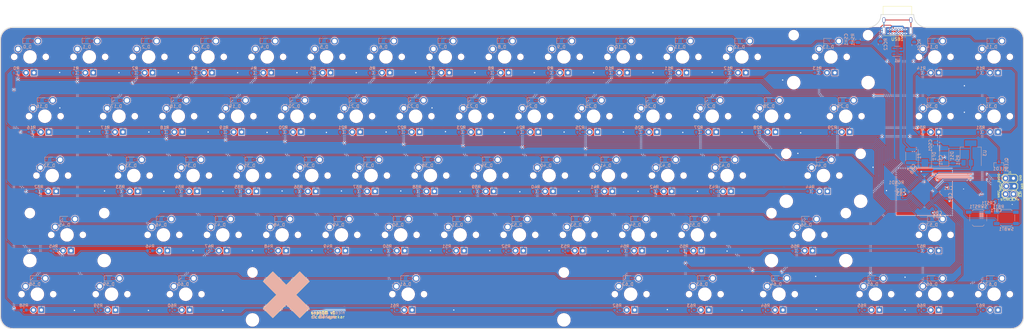
<source format=kicad_pcb>
(kicad_pcb (version 20171130) (host pcbnew "(5.1.4)-1")
  (layers (0 F.Cu signal) (31 B.Cu signal) (34 B.Paste user) (35 F.Paste user) (36 B.SilkS user) (37 F.SilkS user) (38 B.Mask user) (39 F.Mask user) (44 Edge.Cuts user))
  (net 0 "")
  (net 1 GND)
  (net 2 col0)
  (net 3 col1)
  (net 4 col2)
  (net 5 col3)
  (net 6 col4)
  (net 7 col5)
  (net 8 col6)
  (net 9 col7)
  (net 10 col8)
  (net 11 col9)
  (net 12 col10)
  (net 13 col11)
  (net 14 col12)
  (net 15 col13)
  (net 16 col14)
  (net 17 col15)
  (net 18 col16)
  (net 19 row0)
  (net 20 row1)
  (net 21 row2)
  (net 22 row3)
  (net 23 row4)
  (net 24 "Net-(K_0-Pad3)")
  (net 25 "Net-(D_0-Pad2)")
  (net 26 "Net-(K_1-Pad3)")
  (net 27 "Net-(D_1-Pad2)")
  (net 28 "Net-(K_2-Pad3)")
  (net 29 "Net-(D_2-Pad2)")
  (net 30 "Net-(K_3-Pad3)")
  (net 31 "Net-(D_3-Pad2)")
  (net 32 "Net-(K_4-Pad3)")
  (net 33 "Net-(D_4-Pad2)")
  (net 34 "Net-(K_5-Pad3)")
  (net 35 "Net-(D_5-Pad2)")
  (net 36 "Net-(K_6-Pad3)")
  (net 37 "Net-(D_6-Pad2)")
  (net 38 "Net-(K_7-Pad3)")
  (net 39 "Net-(D_7-Pad2)")
  (net 40 "Net-(K_8-Pad3)")
  (net 41 "Net-(D_8-Pad2)")
  (net 42 "Net-(K_9-Pad3)")
  (net 43 "Net-(D_9-Pad2)")
  (net 44 "Net-(K_10-Pad3)")
  (net 45 "Net-(D_10-Pad2)")
  (net 46 "Net-(K_11-Pad3)")
  (net 47 "Net-(D_11-Pad2)")
  (net 48 "Net-(K_12-Pad3)")
  (net 49 "Net-(D_12-Pad2)")
  (net 50 "Net-(K_13-Pad3)")
  (net 51 "Net-(D_13-Pad2)")
  (net 52 "Net-(K_14-Pad3)")
  (net 53 "Net-(D_14-Pad2)")
  (net 54 "Net-(K_15-Pad3)")
  (net 55 "Net-(D_15-Pad2)")
  (net 56 "Net-(K_16-Pad3)")
  (net 57 "Net-(D_16-Pad2)")
  (net 58 "Net-(K_17-Pad3)")
  (net 59 "Net-(D_17-Pad2)")
  (net 60 "Net-(K_18-Pad3)")
  (net 61 "Net-(D_18-Pad2)")
  (net 62 "Net-(K_19-Pad3)")
  (net 63 "Net-(D_19-Pad2)")
  (net 64 "Net-(K_20-Pad3)")
  (net 65 "Net-(D_20-Pad2)")
  (net 66 "Net-(K_21-Pad3)")
  (net 67 "Net-(D_21-Pad2)")
  (net 68 "Net-(K_22-Pad3)")
  (net 69 "Net-(D_22-Pad2)")
  (net 70 "Net-(K_23-Pad3)")
  (net 71 "Net-(D_23-Pad2)")
  (net 72 "Net-(K_24-Pad3)")
  (net 73 "Net-(D_24-Pad2)")
  (net 74 "Net-(K_25-Pad3)")
  (net 75 "Net-(D_25-Pad2)")
  (net 76 "Net-(K_26-Pad3)")
  (net 77 "Net-(D_26-Pad2)")
  (net 78 "Net-(K_27-Pad3)")
  (net 79 "Net-(D_27-Pad2)")
  (net 80 "Net-(K_28-Pad3)")
  (net 81 "Net-(D_28-Pad2)")
  (net 82 "Net-(K_29-Pad3)")
  (net 83 "Net-(D_29-Pad2)")
  (net 84 "Net-(K_30-Pad3)")
  (net 85 "Net-(D_30-Pad2)")
  (net 86 "Net-(K_31-Pad3)")
  (net 87 "Net-(D_31-Pad2)")
  (net 88 "Net-(K_32-Pad3)")
  (net 89 "Net-(D_32-Pad2)")
  (net 90 "Net-(K_33-Pad3)")
  (net 91 "Net-(D_33-Pad2)")
  (net 92 "Net-(K_34-Pad3)")
  (net 93 "Net-(D_34-Pad2)")
  (net 94 "Net-(K_35-Pad3)")
  (net 95 "Net-(D_35-Pad2)")
  (net 96 "Net-(K_36-Pad3)")
  (net 97 "Net-(D_36-Pad2)")
  (net 98 "Net-(K_37-Pad3)")
  (net 99 "Net-(D_37-Pad2)")
  (net 100 "Net-(K_38-Pad3)")
  (net 101 "Net-(D_38-Pad2)")
  (net 102 "Net-(K_39-Pad3)")
  (net 103 "Net-(D_39-Pad2)")
  (net 104 "Net-(K_40-Pad3)")
  (net 105 "Net-(D_40-Pad2)")
  (net 106 "Net-(K_41-Pad3)")
  (net 107 "Net-(D_41-Pad2)")
  (net 108 "Net-(K_42-Pad3)")
  (net 109 "Net-(D_42-Pad2)")
  (net 110 "Net-(K_43-Pad3)")
  (net 111 "Net-(D_43-Pad2)")
  (net 112 "Net-(K_44-Pad3)")
  (net 113 "Net-(D_44-Pad2)")
  (net 114 "Net-(K_45-Pad3)")
  (net 115 "Net-(D_45-Pad2)")
  (net 116 "Net-(K_46-Pad3)")
  (net 117 "Net-(D_46-Pad2)")
  (net 118 "Net-(K_47-Pad3)")
  (net 119 "Net-(D_47-Pad2)")
  (net 120 "Net-(K_48-Pad3)")
  (net 121 "Net-(D_48-Pad2)")
  (net 122 "Net-(K_49-Pad3)")
  (net 123 "Net-(D_49-Pad2)")
  (net 124 "Net-(K_50-Pad3)")
  (net 125 "Net-(D_50-Pad2)")
  (net 126 "Net-(K_51-Pad3)")
  (net 127 "Net-(D_51-Pad2)")
  (net 128 "Net-(K_52-Pad3)")
  (net 129 "Net-(D_52-Pad2)")
  (net 130 "Net-(K_53-Pad3)")
  (net 131 "Net-(D_53-Pad2)")
  (net 132 "Net-(K_54-Pad3)")
  (net 133 "Net-(D_54-Pad2)")
  (net 134 "Net-(K_55-Pad3)")
  (net 135 "Net-(D_55-Pad2)")
  (net 136 "Net-(K_56-Pad3)")
  (net 137 "Net-(D_56-Pad2)")
  (net 138 "Net-(K_57-Pad3)")
  (net 139 "Net-(D_57-Pad2)")
  (net 140 "Net-(K_58-Pad3)")
  (net 141 "Net-(D_58-Pad2)")
  (net 142 "Net-(K_59-Pad3)")
  (net 143 "Net-(D_59-Pad2)")
  (net 144 "Net-(K_60-Pad3)")
  (net 145 "Net-(D_60-Pad2)")
  (net 146 "Net-(K_61-Pad3)")
  (net 147 "Net-(D_61-Pad2)")
  (net 148 "Net-(K_62-Pad3)")
  (net 149 "Net-(D_62-Pad2)")
  (net 150 "Net-(K_63-Pad3)")
  (net 151 "Net-(D_63-Pad2)")
  (net 152 "Net-(K_64-Pad3)")
  (net 153 "Net-(D_64-Pad2)")
  (net 154 "Net-(K_65-Pad3)")
  (net 155 "Net-(D_65-Pad2)")
  (net 156 "Net-(K_66-Pad3)")
  (net 157 "Net-(D_66-Pad2)")
  (net 158 "Net-(K_67-Pad3)")
  (net 159 "Net-(D_67-Pad2)")
  (net 160 GNDD)
  (net 161 +3V3)
  (net 162 NRST)
  (net 163 SWDIO)
  (net 164 SWCLK)
  (net 165 VBUS)
  (net 166 LED-)
  (net 167 "Net-(QLED1-Pad1)")
  (net 168 "Net-(RCC1-Pad2)")
  (net 169 "Net-(RCC2-Pad2)")
  (net 170 LED_PWM)
  (net 171 BOOT0)
  (net 172 D+)
  (net 173 "Net-(U1-Pad4)")
  (net 174 D-)
  (net 175 "Net-(U1-Pad1)")
  (net 176 "Net-(U2-Pad43)")
  (net 177 "Net-(U2-Pad42)")
  (net 178 "Net-(U2-Pad41)")
  (net 179 "Net-(U2-Pad39)")
  (net 180 "Net-(U2-Pad38)")
  (net 181 "Net-(U2-Pad14)")
  (net 182 "Net-(U2-Pad13)")
  (net 183 "Net-(U2-Pad12)")
  (net 184 "Net-(U2-Pad11)")
  (net 185 "Net-(U2-Pad10)")
  (net 186 "Net-(USB1-PadB8)")
  (net 187 "Net-(USB1-PadA8)")
  (net 188 "Net-(CSH1-Pad2)")
  (net 189 +5V)
  (module soph68:nicole_x_silk (layer B.Cu) (at 115.57 133.604)
    (fp_text reference G*** hide)
    (fp_text value nicole_x_silk hide)
  )
  (module soph68:nicole_x_silk (layer F.Cu) (at 115.57 133.477)
    (fp_text reference G*** hide)
    (fp_text value nicole_x_silk hide)
  )
  (module soph68:nicole_x_cu (layer F.Cu) (at 115.57 133.477)
    (fp_text reference G*** hide)
    (fp_text value LOGO hide)
    (fp_poly (pts (xy 5.968988 -5.842012) (xy 7.576208 -4.23312) (xy 5.41856 -2.074227) (xy 3.260912 0.084667) (xy 7.576762 4.403007) (xy 5.989884 5.989884) (xy 4.403007 7.576762) (xy 0.084667 3.260912) (xy -2.053778 5.398122) (xy -2.5481 5.891011) (xy -3.004408 6.343786) (xy -3.40897 6.742995) (xy -3.748059 7.075182) (xy -4.007944 7.326895) (xy -4.174895 7.48468) (xy -4.23478 7.535333) (xy -4.303518 7.477862) (xy -4.475525 7.315879) (xy -4.734755 7.065027) (xy -5.065161 6.740949) (xy -5.450697 6.35929) (xy -5.863907 5.947115) (xy -7.450475 4.358896) (xy -5.291559 2.201226) (xy -3.132643 0.043555) (xy -5.291773 -2.116773) (xy -7.450903 -4.277102) (xy -5.862567 -5.863788) (xy -4.27423 -7.450475) (xy -2.116559 -5.291559) (xy 0.041111 -3.132643) (xy 2.20144 -5.291773) (xy 4.361768 -7.450903) (xy 5.968988 -5.842012)) (layer F.Cu) (width 0.01))
  )
  (module Button_Switch_SMD:SW_SPST_SKQG_WithStem (layer B.Cu) (at 337.82 108.839 180)
    (fp_text reference SWRST1 (at 0 3.6) (layer B.SilkS) (effects (justify mirror)))
    (fp_text value SW_Push)
    (pad 2 smd rect (at 3.1 -1.85 180) (size 1.8 1.1) (layers B.Cu B.Paste B.Mask) (net 1 GND))
    (pad 2 smd rect (at -3.1 -1.85 180) (size 1.8 1.1) (layers B.Cu B.Paste B.Mask) (net 1 GND))
    (pad 1 smd rect (at 3.1 1.85 180) (size 1.8 1.1) (layers B.Cu B.Paste B.Mask) (net 162 NRST))
    (pad 1 smd rect (at -3.1 1.85 180) (size 1.8 1.1) (layers B.Cu B.Paste B.Mask) (net 162 NRST))
  )
  (module Button_Switch_SMD:SW_SPST_SKQG_WithStem (layer B.Cu) (at 346.837 108.839)
    (fp_text reference SWBT1 (at 0 3.6) (layer B.SilkS) (effects (justify mirror)))
    (fp_text value SW_Push)
    (pad 2 smd rect (at 3.1 -1.85) (size 1.8 1.1) (layers B.Cu B.Paste B.Mask) (net 171 BOOT0))
    (pad 2 smd rect (at -3.1 -1.85) (size 1.8 1.1) (layers B.Cu B.Paste B.Mask) (net 171 BOOT0))
    (pad 1 smd rect (at 3.1 1.85) (size 1.8 1.1) (layers B.Cu B.Paste B.Mask) (net 161 +3V3))
    (pad 1 smd rect (at -3.1 1.85) (size 1.8 1.1) (layers B.Cu B.Paste B.Mask) (net 161 +3V3))
  )
  (module Capacitor_SMD:C_0402_1005Metric (layer B.Cu) (at 343.535 105.283)
    (fp_text reference CBT1 (at 0 1.17) (layer B.SilkS) (effects (justify mirror)))
    (fp_text value 100nF)
    (pad 2 smd roundrect (at 0.485 0) (size 0.59 0.64) (layers B.Cu B.Paste B.Mask) (net 1 GND))
    (pad 1 smd roundrect (at -0.485 0) (size 0.59 0.64) (layers B.Cu B.Paste B.Mask) (net 171 BOOT0))
  )
  (module Package_TO_SOT_SMD:SOT-223-3_TabPin2 (layer B.Cu) (at 335.407 88.011 90)
    (fp_text reference U3 (at 0 4.5 90) (layer B.SilkS) (effects (justify mirror)))
    (fp_text value AMS1117-5.0)
    (pad 1 smd rect (at -3.15 2.3 90) (size 2 1.5) (layers B.Cu B.Paste B.Mask) (net 1 GND))
    (pad 3 smd rect (at -3.15 -2.3 90) (size 2 1.5) (layers B.Cu B.Paste B.Mask) (net 189 +5V))
    (pad 2 smd rect (at -3.15 0 90) (size 2 1.5) (layers B.Cu B.Paste B.Mask) (net 161 +3V3))
    (pad 2 smd rect (at 3.15 0 90) (size 2 3.8) (layers B.Cu B.Paste B.Mask) (net 161 +3V3))
  )
  (module Capacitor_SMD:C_0805_2012Metric (layer B.Cu) (at 329.692 90.297 90)
    (fp_text reference RSI1 (at 0 1.65 90) (layer B.SilkS) (effects (justify mirror)))
    (fp_text value 1M)
    (pad 2 smd roundrect (at 0.9375 0 90) (size 0.975 1.4) (layers B.Cu B.Paste B.Mask) (net 1 GND))
    (pad 1 smd roundrect (at -0.9375 0 90) (size 0.975 1.4) (layers B.Cu B.Paste B.Mask) (net 189 +5V))
  )
  (module Fuse:Fuse_1812_4532Metric (layer B.Cu) (at 316.23 89.027 90)
    (fp_text reference F1 (at 0 2.65 90) (layer B.SilkS) (effects (justify mirror)))
    (fp_text value "1.5A trip PTC")
    (pad 2 smd roundrect (at 2.1375 0 90) (size 1.125 3.4) (layers B.Cu B.Paste B.Mask) (roundrect_rratio 0.222222) (net 165 VBUS))
    (pad 1 smd roundrect (at -2.1375 0 90) (size 1.125 3.4) (layers B.Cu B.Paste B.Mask) (roundrect_rratio 0.222222) (net 189 +5V))
  )
  (module Diode_SMD:D_SMB (layer B.Cu) (at 320.675 89.027 90)
    (fp_text reference DF1 (at 0 3 90) (layer B.SilkS) (effects (justify mirror)))
    (fp_text value P6SMB6.8CA)
    (pad 2 smd rect (at 2.15 0 90) (size 2.5 2.3) (layers B.Cu B.Paste B.Mask) (net 1 GND))
    (pad 1 smd rect (at -2.15 0 90) (size 2.5 2.3) (layers B.Cu B.Paste B.Mask) (net 189 +5V))
  )
  (module Diode_SMD:D_MELF (layer B.Cu) (at 326.898 88.9 90)
    (fp_text reference DS1 (at 0 2.5 90) (layer B.SilkS) (effects (justify mirror)))
    (fp_text value SM4007)
    (pad 2 smd rect (at 2.4 0 90) (size 1.5 2.7) (layers B.Cu B.Paste B.Mask) (net 161 +3V3))
    (pad 1 smd rect (at -2.4 0 90) (size 1.5 2.7) (layers B.Cu B.Paste B.Mask) (net 189 +5V))
  )
  (module Capacitor_SMD:C_0805_2012Metric (layer B.Cu) (at 324.104 85.598 270)
    (fp_text reference CSO1 (at 0 1.65 90) (layer B.SilkS) (effects (justify mirror)))
    (fp_text value 1u)
    (pad 2 smd roundrect (at 0.9375 0 270) (size 0.975 1.4) (layers B.Cu B.Paste B.Mask) (net 1 GND))
    (pad 1 smd roundrect (at -0.9375 0 270) (size 0.975 1.4) (layers B.Cu B.Paste B.Mask) (net 161 +3V3))
  )
  (module Capacitor_SMD:C_0805_2012Metric (layer B.Cu) (at 324.104 90.297 90)
    (fp_text reference CSI1 (at 0 1.65 90) (layer B.SilkS) (effects (justify mirror)))
    (fp_text value 1u)
    (pad 2 smd roundrect (at 0.9375 0 90) (size 0.975 1.4) (layers B.Cu B.Paste B.Mask) (net 1 GND))
    (pad 1 smd roundrect (at -0.9375 0 90) (size 0.975 1.4) (layers B.Cu B.Paste B.Mask) (net 189 +5V))
  )
  (module Resistor_SMD:R_0805_2012Metric (layer B.Cu) (at 299.212 51.562 270)
    (fp_text reference RSH1 (at 0 1.65 90) (layer B.SilkS) (effects (justify mirror)))
    (fp_text value 1M)
    (pad 2 smd roundrect (at 0.9375 0 270) (size 0.975 1.4) (layers B.Cu B.Paste B.Mask) (net 188 "Net-(CSH1-Pad2)"))
    (pad 1 smd roundrect (at -0.9375 0 270) (size 0.975 1.4) (layers B.Cu B.Paste B.Mask) (net 1 GND))
  )
  (module Capacitor_SMD:C_0805_2012Metric (layer B.Cu) (at 297.053 51.562 270)
    (fp_text reference CSH1 (at 0 1.65 90) (layer B.SilkS) (effects (justify mirror)))
    (fp_text value 4.7nF)
    (pad 2 smd roundrect (at 0.9375 0 270) (size 0.975 1.4) (layers B.Cu B.Paste B.Mask) (net 188 "Net-(CSH1-Pad2)"))
    (pad 1 smd roundrect (at -0.9375 0 270) (size 0.975 1.4) (layers B.Cu B.Paste B.Mask) (net 1 GND))
  )
  (module Connector_USB:USB_C_Receptacle_GCT_USB4085 (layer F.Cu) (at 314.833 49.657 180)
    (fp_text reference USB1 (at 2.975 -1.8) (layer F.SilkS))
    (fp_text value USB_C_GCT_USB4085-Type-C)
    (pad S1 thru_hole oval (at 7.3 4.36 180) (size 0.9 1.7) (drill oval 0.6 1.4) (layers *.Cu *.Mask) (net 188 "Net-(CSH1-Pad2)"))
    (pad S1 thru_hole oval (at -1.35 4.36 180) (size 0.9 1.7) (drill oval 0.6 1.4) (layers *.Cu *.Mask) (net 188 "Net-(CSH1-Pad2)"))
    (pad S1 thru_hole oval (at 7.3 0.98 180) (size 0.9 2.4) (drill oval 0.6 2.1) (layers *.Cu *.Mask) (net 188 "Net-(CSH1-Pad2)"))
    (pad S1 thru_hole oval (at -1.35 0.98 180) (size 0.9 2.4) (drill oval 0.6 2.1) (layers *.Cu *.Mask) (net 188 "Net-(CSH1-Pad2)"))
    (pad B6 thru_hole circle (at 3.4 1.35 180) (size 0.7 0.7) (drill 0.4) (layers *.Cu *.Mask) (net 172 D+))
    (pad B1 thru_hole circle (at 5.95 1.35 180) (size 0.7 0.7) (drill 0.4) (layers *.Cu *.Mask) (net 1 GND))
    (pad B4 thru_hole circle (at 5.1 1.35 180) (size 0.7 0.7) (drill 0.4) (layers *.Cu *.Mask) (net 165 VBUS))
    (pad B5 thru_hole circle (at 4.25 1.35 180) (size 0.7 0.7) (drill 0.4) (layers *.Cu *.Mask) (net 169 "Net-(RCC2-Pad2)"))
    (pad B12 thru_hole circle (at 0 1.35 180) (size 0.7 0.7) (drill 0.4) (layers *.Cu *.Mask) (net 1 GND))
    (pad B8 thru_hole circle (at 1.7 1.35 180) (size 0.7 0.7) (drill 0.4) (layers *.Cu *.Mask) (net 186 "Net-(USB1-PadB8)"))
    (pad B7 thru_hole circle (at 2.55 1.35 180) (size 0.7 0.7) (drill 0.4) (layers *.Cu *.Mask) (net 174 D-))
    (pad B9 thru_hole circle (at 0.85 1.35 180) (size 0.7 0.7) (drill 0.4) (layers *.Cu *.Mask) (net 165 VBUS))
    (pad A12 thru_hole circle (at 5.95 0 180) (size 0.7 0.7) (drill 0.4) (layers *.Cu *.Mask) (net 1 GND))
    (pad A9 thru_hole circle (at 5.1 0 180) (size 0.7 0.7) (drill 0.4) (layers *.Cu *.Mask) (net 165 VBUS))
    (pad A8 thru_hole circle (at 4.25 0 180) (size 0.7 0.7) (drill 0.4) (layers *.Cu *.Mask) (net 187 "Net-(USB1-PadA8)"))
    (pad A7 thru_hole circle (at 3.4 0 180) (size 0.7 0.7) (drill 0.4) (layers *.Cu *.Mask) (net 174 D-))
    (pad A6 thru_hole circle (at 2.55 0 180) (size 0.7 0.7) (drill 0.4) (layers *.Cu *.Mask) (net 172 D+))
    (pad A5 thru_hole circle (at 1.7 0 180) (size 0.7 0.7) (drill 0.4) (layers *.Cu *.Mask) (net 168 "Net-(RCC1-Pad2)"))
    (pad A4 thru_hole circle (at 0.85 0 180) (size 0.7 0.7) (drill 0.4) (layers *.Cu *.Mask) (net 165 VBUS))
    (pad A1 thru_hole circle (at 0 0 180) (size 0.7 0.7) (drill 0.4) (layers *.Cu *.Mask) (net 1 GND))
  )
  (module MX_Only:MXOnly-2.75U (layer F.Cu) (at 283.36875 114.3)
    (fp_text reference K_56)
    (fp_text value KEYSW)
    (pad "" np_thru_hole circle (at 11.938 8.255) (size 3.9878 3.9878) (drill 3.9878) (layers *.Cu *.Mask))
    (pad "" np_thru_hole circle (at -11.938 8.255) (size 3.9878 3.9878) (drill 3.9878) (layers *.Cu *.Mask))
    (pad "" np_thru_hole circle (at 11.938 -6.985) (size 3.048 3.048) (drill 3.048) (layers *.Cu *.Mask))
    (pad "" np_thru_hole circle (at -11.938 -6.985) (size 3.048 3.048) (drill 3.048) (layers *.Cu *.Mask))
    (pad "" np_thru_hole circle (at 5.08 0 48.0996) (size 1.75 1.75) (drill 1.75) (layers *.Cu *.Mask))
    (pad "" np_thru_hole circle (at -5.08 0 48.0996) (size 1.75 1.75) (drill 1.75) (layers *.Cu *.Mask))
    (pad 4 thru_hole rect (at 1.27 5.08) (size 1.905 1.905) (drill 1.04) (layers *.Cu B.Mask) (net 189 +5V))
    (pad 3 thru_hole circle (at -1.27 5.08) (size 1.905 1.905) (drill 1.04) (layers *.Cu B.Mask) (net 136 "Net-(K_56-Pad3)"))
    (pad 1 thru_hole circle (at -3.81 -2.54) (size 2.25 2.25) (drill 1.47) (layers *.Cu B.Mask) (net 15 col13))
    (pad "" np_thru_hole circle (at 0 0) (size 3.9878 3.9878) (drill 3.9878) (layers *.Cu *.Mask))
    (pad 2 thru_hole circle (at 2.54 -5.08) (size 2.25 2.25) (drill 1.47) (layers *.Cu B.Mask) (net 137 "Net-(D_56-Pad2)"))
  )
  (module MX_Only:MXOnly-2.25U (layer F.Cu) (at 288.13125 95.25)
    (fp_text reference K_44)
    (fp_text value KEYSW)
    (pad "" np_thru_hole circle (at 11.938 8.255) (size 3.9878 3.9878) (drill 3.9878) (layers *.Cu *.Mask))
    (pad "" np_thru_hole circle (at -11.938 8.255) (size 3.9878 3.9878) (drill 3.9878) (layers *.Cu *.Mask))
    (pad "" np_thru_hole circle (at 11.938 -6.985) (size 3.048 3.048) (drill 3.048) (layers *.Cu *.Mask))
    (pad "" np_thru_hole circle (at -11.938 -6.985) (size 3.048 3.048) (drill 3.048) (layers *.Cu *.Mask))
    (pad "" np_thru_hole circle (at 5.08 0 48.0996) (size 1.75 1.75) (drill 1.75) (layers *.Cu *.Mask))
    (pad "" np_thru_hole circle (at -5.08 0 48.0996) (size 1.75 1.75) (drill 1.75) (layers *.Cu *.Mask))
    (pad 4 thru_hole rect (at 1.27 5.08) (size 1.905 1.905) (drill 1.04) (layers *.Cu B.Mask) (net 189 +5V))
    (pad 3 thru_hole circle (at -1.27 5.08) (size 1.905 1.905) (drill 1.04) (layers *.Cu B.Mask) (net 112 "Net-(K_44-Pad3)"))
    (pad 1 thru_hole circle (at -3.81 -2.54) (size 2.25 2.25) (drill 1.47) (layers *.Cu B.Mask) (net 15 col13))
    (pad "" np_thru_hole circle (at 0 0) (size 3.9878 3.9878) (drill 3.9878) (layers *.Cu *.Mask))
    (pad 2 thru_hole circle (at 2.54 -5.08) (size 2.25 2.25) (drill 1.47) (layers *.Cu B.Mask) (net 113 "Net-(D_44-Pad2)"))
  )
  (module MX_Only:MXOnly-1U (layer F.Cu) (at 80.9625 76.2)
    (fp_text reference K_18)
    (fp_text value KEYSW)
    (pad "" np_thru_hole circle (at 5.08 0 48.0996) (size 1.75 1.75) (drill 1.75) (layers *.Cu *.Mask))
    (pad "" np_thru_hole circle (at -5.08 0 48.0996) (size 1.75 1.75) (drill 1.75) (layers *.Cu *.Mask))
    (pad 4 thru_hole rect (at 1.27 5.08) (size 1.905 1.905) (drill 1.04) (layers *.Cu B.Mask) (net 189 +5V))
    (pad 3 thru_hole circle (at -1.27 5.08) (size 1.905 1.905) (drill 1.04) (layers *.Cu B.Mask) (net 60 "Net-(K_18-Pad3)"))
    (pad 1 thru_hole circle (at -3.81 -2.54) (size 2.25 2.25) (drill 1.47) (layers *.Cu B.Mask) (net 5 col3))
    (pad "" np_thru_hole circle (at 0 0) (size 3.9878 3.9878) (drill 3.9878) (layers *.Cu *.Mask))
    (pad 2 thru_hole circle (at 2.54 -5.08) (size 2.25 2.25) (drill 1.47) (layers *.Cu B.Mask) (net 61 "Net-(D_18-Pad2)"))
  )
  (module MX_Only:MXOnly-1U (layer F.Cu) (at 195.2625 76.2)
    (fp_text reference K_24)
    (fp_text value KEYSW)
    (pad "" np_thru_hole circle (at 5.08 0 48.0996) (size 1.75 1.75) (drill 1.75) (layers *.Cu *.Mask))
    (pad "" np_thru_hole circle (at -5.08 0 48.0996) (size 1.75 1.75) (drill 1.75) (layers *.Cu *.Mask))
    (pad 4 thru_hole rect (at 1.27 5.08) (size 1.905 1.905) (drill 1.04) (layers *.Cu B.Mask) (net 189 +5V))
    (pad 3 thru_hole circle (at -1.27 5.08) (size 1.905 1.905) (drill 1.04) (layers *.Cu B.Mask) (net 72 "Net-(K_24-Pad3)"))
    (pad 1 thru_hole circle (at -3.81 -2.54) (size 2.25 2.25) (drill 1.47) (layers *.Cu B.Mask) (net 11 col9))
    (pad "" np_thru_hole circle (at 0 0) (size 3.9878 3.9878) (drill 3.9878) (layers *.Cu *.Mask))
    (pad 2 thru_hole circle (at 2.54 -5.08) (size 2.25 2.25) (drill 1.47) (layers *.Cu B.Mask) (net 73 "Net-(D_24-Pad2)"))
  )
  (module Package_QFP:LQFP-48_7x7mm_P0.5mm (layer B.Cu) (at 320.548 100.457 135)
    (fp_text reference U2 (at 0 5.85 135) (layer B.SilkS) (effects (justify mirror)))
    (fp_text value STM32F072C8Tx)
    (pad 48 smd roundrect (at -2.75 4.1625 135) (size 0.3 1.475) (layers B.Cu B.Paste B.Mask) (net 161 +3V3))
    (pad 47 smd roundrect (at -2.25 4.1625 135) (size 0.3 1.475) (layers B.Cu B.Paste B.Mask) (net 160 GNDD))
    (pad 46 smd roundrect (at -1.75 4.1625 135) (size 0.3 1.475) (layers B.Cu B.Paste B.Mask) (net 17 col15))
    (pad 45 smd roundrect (at -1.25 4.1625 135) (size 0.3 1.475) (layers B.Cu B.Paste B.Mask) (net 18 col16))
    (pad 44 smd roundrect (at -0.75 4.1625 135) (size 0.3 1.475) (layers B.Cu B.Paste B.Mask) (net 171 BOOT0))
    (pad 43 smd roundrect (at -0.25 4.1625 135) (size 0.3 1.475) (layers B.Cu B.Paste B.Mask) (net 176 "Net-(U2-Pad43)"))
    (pad 42 smd roundrect (at 0.25 4.1625 135) (size 0.3 1.475) (layers B.Cu B.Paste B.Mask) (net 177 "Net-(U2-Pad42)"))
    (pad 41 smd roundrect (at 0.75 4.1625 135) (size 0.3 1.475) (layers B.Cu B.Paste B.Mask) (net 178 "Net-(U2-Pad41)"))
    (pad 40 smd roundrect (at 1.25 4.1625 135) (size 0.3 1.475) (layers B.Cu B.Paste B.Mask) (net 170 LED_PWM))
    (pad 39 smd roundrect (at 1.75 4.1625 135) (size 0.3 1.475) (layers B.Cu B.Paste B.Mask) (net 179 "Net-(U2-Pad39)"))
    (pad 38 smd roundrect (at 2.25 4.1625 135) (size 0.3 1.475) (layers B.Cu B.Paste B.Mask) (net 180 "Net-(U2-Pad38)"))
    (pad 37 smd roundrect (at 2.75 4.1625 135) (size 0.3 1.475) (layers B.Cu B.Paste B.Mask) (net 164 SWCLK))
    (pad 36 smd roundrect (at 4.1625 2.75 135) (size 1.475 0.3) (layers B.Cu B.Paste B.Mask) (net 161 +3V3))
    (pad 35 smd roundrect (at 4.1625 2.25 135) (size 1.475 0.3) (layers B.Cu B.Paste B.Mask) (net 160 GNDD))
    (pad 34 smd roundrect (at 4.1625 1.75 135) (size 1.475 0.3) (layers B.Cu B.Paste B.Mask) (net 163 SWDIO))
    (pad 33 smd roundrect (at 4.1625 1.25 135) (size 1.475 0.3) (layers B.Cu B.Paste B.Mask) (net 172 D+))
    (pad 32 smd roundrect (at 4.1625 0.75 135) (size 1.475 0.3) (layers B.Cu B.Paste B.Mask) (net 174 D-))
    (pad 31 smd roundrect (at 4.1625 0.25 135) (size 1.475 0.3) (layers B.Cu B.Paste B.Mask) (net 19 row0))
    (pad 30 smd roundrect (at 4.1625 -0.25 135) (size 1.475 0.3) (layers B.Cu B.Paste B.Mask) (net 2 col0))
    (pad 29 smd roundrect (at 4.1625 -0.75 135) (size 1.475 0.3) (layers B.Cu B.Paste B.Mask) (net 3 col1))
    (pad 28 smd roundrect (at 4.1625 -1.25 135) (size 1.475 0.3) (layers B.Cu B.Paste B.Mask) (net 4 col2))
    (pad 27 smd roundrect (at 4.1625 -1.75 135) (size 1.475 0.3) (layers B.Cu B.Paste B.Mask) (net 20 row1))
    (pad 26 smd roundrect (at 4.1625 -2.25 135) (size 1.475 0.3) (layers B.Cu B.Paste B.Mask) (net 5 col3))
    (pad 25 smd roundrect (at 4.1625 -2.75 135) (size 1.475 0.3) (layers B.Cu B.Paste B.Mask) (net 6 col4))
    (pad 24 smd roundrect (at 2.75 -4.1625 135) (size 0.3 1.475) (layers B.Cu B.Paste B.Mask) (net 161 +3V3))
    (pad 23 smd roundrect (at 2.25 -4.1625 135) (size 0.3 1.475) (layers B.Cu B.Paste B.Mask) (net 160 GNDD))
    (pad 22 smd roundrect (at 1.75 -4.1625 135) (size 0.3 1.475) (layers B.Cu B.Paste B.Mask) (net 7 col5))
    (pad 21 smd roundrect (at 1.25 -4.1625 135) (size 0.3 1.475) (layers B.Cu B.Paste B.Mask) (net 8 col6))
    (pad 20 smd roundrect (at 0.75 -4.1625 135) (size 0.3 1.475) (layers B.Cu B.Paste B.Mask) (net 9 col7))
    (pad 19 smd roundrect (at 0.25 -4.1625 135) (size 0.3 1.475) (layers B.Cu B.Paste B.Mask) (net 10 col8))
    (pad 18 smd roundrect (at -0.25 -4.1625 135) (size 0.3 1.475) (layers B.Cu B.Paste B.Mask) (net 11 col9))
    (pad 17 smd roundrect (at -0.75 -4.1625 135) (size 0.3 1.475) (layers B.Cu B.Paste B.Mask) (net 12 col10))
    (pad 16 smd roundrect (at -1.25 -4.1625 135) (size 0.3 1.475) (layers B.Cu B.Paste B.Mask) (net 21 row2))
    (pad 15 smd roundrect (at -1.75 -4.1625 135) (size 0.3 1.475) (layers B.Cu B.Paste B.Mask) (net 22 row3))
    (pad 14 smd roundrect (at -2.25 -4.1625 135) (size 0.3 1.475) (layers B.Cu B.Paste B.Mask) (net 181 "Net-(U2-Pad14)"))
    (pad 13 smd roundrect (at -2.75 -4.1625 135) (size 0.3 1.475) (layers B.Cu B.Paste B.Mask) (net 182 "Net-(U2-Pad13)"))
    (pad 12 smd roundrect (at -4.1625 -2.75 135) (size 1.475 0.3) (layers B.Cu B.Paste B.Mask) (net 183 "Net-(U2-Pad12)"))
    (pad 11 smd roundrect (at -4.1625 -2.25 135) (size 1.475 0.3) (layers B.Cu B.Paste B.Mask) (net 184 "Net-(U2-Pad11)"))
    (pad 10 smd roundrect (at -4.1625 -1.75 135) (size 1.475 0.3) (layers B.Cu B.Paste B.Mask) (net 185 "Net-(U2-Pad10)"))
    (pad 9 smd roundrect (at -4.1625 -1.25 135) (size 1.475 0.3) (layers B.Cu B.Paste B.Mask) (net 161 +3V3))
    (pad 8 smd roundrect (at -4.1625 -0.75 135) (size 1.475 0.3) (layers B.Cu B.Paste B.Mask) (net 160 GNDD))
    (pad 7 smd roundrect (at -4.1625 -0.25 135) (size 1.475 0.3) (layers B.Cu B.Paste B.Mask) (net 162 NRST))
    (pad 6 smd roundrect (at -4.1625 0.25 135) (size 1.475 0.3) (layers B.Cu B.Paste B.Mask) (net 13 col11))
    (pad 5 smd roundrect (at -4.1625 0.75 135) (size 1.475 0.3) (layers B.Cu B.Paste B.Mask) (net 14 col12))
    (pad 4 smd roundrect (at -4.1625 1.25 135) (size 1.475 0.3) (layers B.Cu B.Paste B.Mask) (net 15 col13))
    (pad 3 smd roundrect (at -4.1625 1.75 135) (size 1.475 0.3) (layers B.Cu B.Paste B.Mask) (net 16 col14))
    (pad 2 smd roundrect (at -4.1625 2.25 135) (size 1.475 0.3) (layers B.Cu B.Paste B.Mask) (net 23 row4))
    (pad 1 smd roundrect (at -4.1625 2.75 135) (size 1.475 0.3) (layers B.Cu B.Paste B.Mask) (net 161 +3V3))
  )
  (module Package_TO_SOT_SMD:SOT-23-6 (layer B.Cu) (at 311.8563 55.372)
    (fp_text reference U1 (at 0 2.9) (layer B.SilkS) (effects (justify mirror)))
    (fp_text value SRV05-4)
    (pad 5 smd rect (at 1.1 0) (size 1.06 0.65) (layers B.Cu B.Paste B.Mask) (net 165 VBUS))
    (pad 6 smd rect (at 1.1 0.95) (size 1.06 0.65) (layers B.Cu B.Paste B.Mask) (net 172 D+))
    (pad 4 smd rect (at 1.1 -0.95) (size 1.06 0.65) (layers B.Cu B.Paste B.Mask) (net 173 "Net-(U1-Pad4)"))
    (pad 3 smd rect (at -1.1 -0.95) (size 1.06 0.65) (layers B.Cu B.Paste B.Mask) (net 174 D-))
    (pad 2 smd rect (at -1.1 0) (size 1.06 0.65) (layers B.Cu B.Paste B.Mask) (net 1 GND))
    (pad 1 smd rect (at -1.1 0.95) (size 1.06 0.65) (layers B.Cu B.Paste B.Mask) (net 175 "Net-(U1-Pad1)"))
  )
  (module Resistor_SMD:R_0805_2012Metric (layer B.Cu) (at 344.297 103.632)
    (fp_text reference RBT1 (at 0 1.65) (layer B.SilkS) (effects (justify mirror)))
    (fp_text value 10k)
    (pad 2 smd roundrect (at 0.9375 0) (size 0.975 1.4) (layers B.Cu B.Paste B.Mask) (net 1 GND))
    (pad 1 smd roundrect (at -0.9375 0) (size 0.975 1.4) (layers B.Cu B.Paste B.Mask) (net 171 BOOT0))
  )
  (module Resistor_SMD:R_0402_1005Metric (layer B.Cu) (at 344.8685 94.234 180)
    (fp_text reference RLED1 (at 0 1.17) (layer B.SilkS) (effects (justify mirror)))
    (fp_text value 100R)
    (pad 2 smd roundrect (at 0.485 0 180) (size 0.59 0.64) (layers B.Cu B.Paste B.Mask) (net 170 LED_PWM))
    (pad 1 smd roundrect (at -0.485 0 180) (size 0.59 0.64) (layers B.Cu B.Paste B.Mask) (net 167 "Net-(QLED1-Pad1)"))
  )
  (module Resistor_SMD:R_1206_3216Metric (layer B.Cu) (at 311.531 99.314 180)
    (fp_text reference RGND1 (at 0 1.82) (layer B.SilkS) (effects (justify mirror)))
    (fp_text value R_Small)
    (pad 2 smd roundrect (at 1.4 0 180) (size 1.25 1.75) (layers B.Cu B.Paste B.Mask) (roundrect_rratio 0.2) (net 1 GND))
    (pad 1 smd roundrect (at -1.4 0 180) (size 1.25 1.75) (layers B.Cu B.Paste B.Mask) (roundrect_rratio 0.2) (net 160 GNDD))
  )
  (module Resistor_SMD:R_0805_2012Metric (layer B.Cu) (at 306.451 53.086 90)
    (fp_text reference RCC2 (at 0 1.65 90) (layer B.SilkS) (effects (justify mirror)))
    (fp_text value 5.1k)
    (pad 2 smd roundrect (at 0.9375 0 90) (size 0.975 1.4) (layers B.Cu B.Paste B.Mask) (net 169 "Net-(RCC2-Pad2)"))
    (pad 1 smd roundrect (at -0.9375 0 90) (size 0.975 1.4) (layers B.Cu B.Paste B.Mask) (net 1 GND))
  )
  (module Resistor_SMD:R_0805_2012Metric (layer B.Cu) (at 317.246 53.34 90)
    (fp_text reference RCC1 (at 0 1.65 90) (layer B.SilkS) (effects (justify mirror)))
    (fp_text value 5.1k)
    (pad 2 smd roundrect (at 0.9375 0 90) (size 0.975 1.4) (layers B.Cu B.Paste B.Mask) (net 168 "Net-(RCC1-Pad2)"))
    (pad 1 smd roundrect (at -0.9375 0 90) (size 0.975 1.4) (layers B.Cu B.Paste B.Mask) (net 1 GND))
  )
  (module Resistor_SMD:R_0603_1608Metric (layer B.Cu) (at 338.582 138.43 180)
    (fp_text reference R67 (at 0 1.43) (layer B.SilkS) (effects (justify mirror)))
    (fp_text value 680R)
    (pad 2 smd roundrect (at 0.7875 0 180) (size 0.875 0.95) (layers B.Cu B.Paste B.Mask) (net 166 LED-))
    (pad 1 smd roundrect (at -0.7875 0 180) (size 0.875 0.95) (layers B.Cu B.Paste B.Mask) (net 158 "Net-(K_67-Pad3)"))
  )
  (module Resistor_SMD:R_0603_1608Metric (layer B.Cu) (at 319.532 138.43 180)
    (fp_text reference R66 (at 0 1.43) (layer B.SilkS) (effects (justify mirror)))
    (fp_text value 680R)
    (pad 2 smd roundrect (at 0.7875 0 180) (size 0.875 0.95) (layers B.Cu B.Paste B.Mask) (net 166 LED-))
    (pad 1 smd roundrect (at -0.7875 0 180) (size 0.875 0.95) (layers B.Cu B.Paste B.Mask) (net 156 "Net-(K_66-Pad3)"))
  )
  (module Resistor_SMD:R_0603_1608Metric (layer B.Cu) (at 300.482 138.43 180)
    (fp_text reference R65 (at 0 1.43) (layer B.SilkS) (effects (justify mirror)))
    (fp_text value 680R)
    (pad 2 smd roundrect (at 0.7875 0 180) (size 0.875 0.95) (layers B.Cu B.Paste B.Mask) (net 166 LED-))
    (pad 1 smd roundrect (at -0.7875 0 180) (size 0.875 0.95) (layers B.Cu B.Paste B.Mask) (net 154 "Net-(K_65-Pad3)"))
  )
  (module Resistor_SMD:R_0603_1608Metric (layer B.Cu) (at 269.494 138.43 180)
    (fp_text reference R64 (at 0 1.43) (layer B.SilkS) (effects (justify mirror)))
    (fp_text value 680R)
    (pad 2 smd roundrect (at 0.7875 0 180) (size 0.875 0.95) (layers B.Cu B.Paste B.Mask) (net 166 LED-))
    (pad 1 smd roundrect (at -0.7875 0 180) (size 0.875 0.95) (layers B.Cu B.Paste B.Mask) (net 152 "Net-(K_64-Pad3)"))
  )
  (module Resistor_SMD:R_0603_1608Metric (layer B.Cu) (at 245.745 138.43 180)
    (fp_text reference R63 (at 0 1.43) (layer B.SilkS) (effects (justify mirror)))
    (fp_text value 680R)
    (pad 2 smd roundrect (at 0.7875 0 180) (size 0.875 0.95) (layers B.Cu B.Paste B.Mask) (net 166 LED-))
    (pad 1 smd roundrect (at -0.7875 0 180) (size 0.875 0.95) (layers B.Cu B.Paste B.Mask) (net 150 "Net-(K_63-Pad3)"))
  )
  (module Resistor_SMD:R_0603_1608Metric (layer B.Cu) (at 221.869 138.43 180)
    (fp_text reference R62 (at 0 1.43) (layer B.SilkS) (effects (justify mirror)))
    (fp_text value 680R)
    (pad 2 smd roundrect (at 0.7875 0 180) (size 0.875 0.95) (layers B.Cu B.Paste B.Mask) (net 166 LED-))
    (pad 1 smd roundrect (at -0.7875 0 180) (size 0.875 0.95) (layers B.Cu B.Paste B.Mask) (net 148 "Net-(K_62-Pad3)"))
  )
  (module Resistor_SMD:R_0603_1608Metric (layer B.Cu) (at 150.368 138.43 180)
    (fp_text reference R61 (at 0 1.43) (layer B.SilkS) (effects (justify mirror)))
    (fp_text value 680R)
    (pad 2 smd roundrect (at 0.7875 0 180) (size 0.875 0.95) (layers B.Cu B.Paste B.Mask) (net 166 LED-))
    (pad 1 smd roundrect (at -0.7875 0 180) (size 0.875 0.95) (layers B.Cu B.Paste B.Mask) (net 146 "Net-(K_61-Pad3)"))
  )
  (module Resistor_SMD:R_0603_1608Metric (layer B.Cu) (at 78.994 138.43 180)
    (fp_text reference R60 (at 0 1.43) (layer B.SilkS) (effects (justify mirror)))
    (fp_text value 680R)
    (pad 2 smd roundrect (at 0.7875 0 180) (size 0.875 0.95) (layers B.Cu B.Paste B.Mask) (net 166 LED-))
    (pad 1 smd roundrect (at -0.7875 0 180) (size 0.875 0.95) (layers B.Cu B.Paste B.Mask) (net 144 "Net-(K_60-Pad3)"))
  )
  (module Resistor_SMD:R_0603_1608Metric (layer B.Cu) (at 55.245 138.43 180)
    (fp_text reference R59 (at 0 1.43) (layer B.SilkS) (effects (justify mirror)))
    (fp_text value 680R)
    (pad 2 smd roundrect (at 0.7875 0 180) (size 0.875 0.95) (layers B.Cu B.Paste B.Mask) (net 166 LED-))
    (pad 1 smd roundrect (at -0.7875 0 180) (size 0.875 0.95) (layers B.Cu B.Paste B.Mask) (net 142 "Net-(K_59-Pad3)"))
  )
  (module Resistor_SMD:R_0603_1608Metric (layer B.Cu) (at 31.369 138.43 180)
    (fp_text reference R58 (at 0 1.43) (layer B.SilkS) (effects (justify mirror)))
    (fp_text value 680R)
    (pad 2 smd roundrect (at 0.7875 0 180) (size 0.875 0.95) (layers B.Cu B.Paste B.Mask) (net 166 LED-))
    (pad 1 smd roundrect (at -0.7875 0 180) (size 0.875 0.95) (layers B.Cu B.Paste B.Mask) (net 140 "Net-(K_58-Pad3)"))
  )
  (module Resistor_SMD:R_0603_1608Metric (layer B.Cu) (at 319.532 119.38 180)
    (fp_text reference R57 (at 0 1.43) (layer B.SilkS) (effects (justify mirror)))
    (fp_text value 680R)
    (pad 2 smd roundrect (at 0.7875 0 180) (size 0.875 0.95) (layers B.Cu B.Paste B.Mask) (net 166 LED-))
    (pad 1 smd roundrect (at -0.7875 0 180) (size 0.875 0.95) (layers B.Cu B.Paste B.Mask) (net 138 "Net-(K_57-Pad3)"))
  )
  (module Resistor_SMD:R_0603_1608Metric (layer B.Cu) (at 279.019 119.38 180)
    (fp_text reference R56 (at 0 1.43) (layer B.SilkS) (effects (justify mirror)))
    (fp_text value 680R)
    (pad 2 smd roundrect (at 0.7875 0 180) (size 0.875 0.95) (layers B.Cu B.Paste B.Mask) (net 166 LED-))
    (pad 1 smd roundrect (at -0.7875 0 180) (size 0.875 0.95) (layers B.Cu B.Paste B.Mask) (net 136 "Net-(K_56-Pad3)"))
  )
  (module Resistor_SMD:R_0603_1608Metric (layer B.Cu) (at 243.332 119.38 180)
    (fp_text reference R55 (at 0 1.43) (layer B.SilkS) (effects (justify mirror)))
    (fp_text value 680R)
    (pad 2 smd roundrect (at 0.7875 0 180) (size 0.875 0.95) (layers B.Cu B.Paste B.Mask) (net 166 LED-))
    (pad 1 smd roundrect (at -0.7875 0 180) (size 0.875 0.95) (layers B.Cu B.Paste B.Mask) (net 134 "Net-(K_55-Pad3)"))
  )
  (module Resistor_SMD:R_0603_1608Metric (layer B.Cu) (at 224.282 119.38 180)
    (fp_text reference R54 (at 0 1.43) (layer B.SilkS) (effects (justify mirror)))
    (fp_text value 680R)
    (pad 2 smd roundrect (at 0.7875 0 180) (size 0.875 0.95) (layers B.Cu B.Paste B.Mask) (net 166 LED-))
    (pad 1 smd roundrect (at -0.7875 0 180) (size 0.875 0.95) (layers B.Cu B.Paste B.Mask) (net 132 "Net-(K_54-Pad3)"))
  )
  (module Resistor_SMD:R_0603_1608Metric (layer B.Cu) (at 205.232 119.38 180)
    (fp_text reference R53 (at 0 1.43) (layer B.SilkS) (effects (justify mirror)))
    (fp_text value 680R)
    (pad 2 smd roundrect (at 0.7875 0 180) (size 0.875 0.95) (layers B.Cu B.Paste B.Mask) (net 166 LED-))
    (pad 1 smd roundrect (at -0.7875 0 180) (size 0.875 0.95) (layers B.Cu B.Paste B.Mask) (net 130 "Net-(K_53-Pad3)"))
  )
  (module Resistor_SMD:R_0603_1608Metric (layer B.Cu) (at 186.182 119.38 180)
    (fp_text reference R52 (at 0 1.43) (layer B.SilkS) (effects (justify mirror)))
    (fp_text value 680R)
    (pad 2 smd roundrect (at 0.7875 0 180) (size 0.875 0.95) (layers B.Cu B.Paste B.Mask) (net 166 LED-))
    (pad 1 smd roundrect (at -0.7875 0 180) (size 0.875 0.95) (layers B.Cu B.Paste B.Mask) (net 128 "Net-(K_52-Pad3)"))
  )
  (module Resistor_SMD:R_0603_1608Metric (layer B.Cu) (at 167.132 119.38 180)
    (fp_text reference R51 (at 0 1.43) (layer B.SilkS) (effects (justify mirror)))
    (fp_text value 680R)
    (pad 2 smd roundrect (at 0.7875 0 180) (size 0.875 0.95) (layers B.Cu B.Paste B.Mask) (net 166 LED-))
    (pad 1 smd roundrect (at -0.7875 0 180) (size 0.875 0.95) (layers B.Cu B.Paste B.Mask) (net 126 "Net-(K_51-Pad3)"))
  )
  (module Resistor_SMD:R_0603_1608Metric (layer B.Cu) (at 148.082 119.38 180)
    (fp_text reference R50 (at 0 1.43) (layer B.SilkS) (effects (justify mirror)))
    (fp_text value 680R)
    (pad 2 smd roundrect (at 0.7875 0 180) (size 0.875 0.95) (layers B.Cu B.Paste B.Mask) (net 166 LED-))
    (pad 1 smd roundrect (at -0.7875 0 180) (size 0.875 0.95) (layers B.Cu B.Paste B.Mask) (net 124 "Net-(K_50-Pad3)"))
  )
  (module Resistor_SMD:R_0603_1608Metric (layer B.Cu) (at 129.032 119.38 180)
    (fp_text reference R49 (at 0 1.43) (layer B.SilkS) (effects (justify mirror)))
    (fp_text value 680R)
    (pad 2 smd roundrect (at 0.7875 0 180) (size 0.875 0.95) (layers B.Cu B.Paste B.Mask) (net 166 LED-))
    (pad 1 smd roundrect (at -0.7875 0 180) (size 0.875 0.95) (layers B.Cu B.Paste B.Mask) (net 122 "Net-(K_49-Pad3)"))
  )
  (module Resistor_SMD:R_0603_1608Metric (layer B.Cu) (at 109.982 119.38 180)
    (fp_text reference R48 (at 0 1.43) (layer B.SilkS) (effects (justify mirror)))
    (fp_text value 680R)
    (pad 2 smd roundrect (at 0.7875 0 180) (size 0.875 0.95) (layers B.Cu B.Paste B.Mask) (net 166 LED-))
    (pad 1 smd roundrect (at -0.7875 0 180) (size 0.875 0.95) (layers B.Cu B.Paste B.Mask) (net 120 "Net-(K_48-Pad3)"))
  )
  (module Resistor_SMD:R_0603_1608Metric (layer B.Cu) (at 90.932 119.38 180)
    (fp_text reference R47 (at 0 1.43) (layer B.SilkS) (effects (justify mirror)))
    (fp_text value 680R)
    (pad 2 smd roundrect (at 0.7875 0 180) (size 0.875 0.95) (layers B.Cu B.Paste B.Mask) (net 166 LED-))
    (pad 1 smd roundrect (at -0.7875 0 180) (size 0.875 0.95) (layers B.Cu B.Paste B.Mask) (net 118 "Net-(K_47-Pad3)"))
  )
  (module Resistor_SMD:R_0603_1608Metric (layer B.Cu) (at 71.882 119.38 180)
    (fp_text reference R46 (at 0 1.43) (layer B.SilkS) (effects (justify mirror)))
    (fp_text value 680R)
    (pad 2 smd roundrect (at 0.7875 0 180) (size 0.875 0.95) (layers B.Cu B.Paste B.Mask) (net 166 LED-))
    (pad 1 smd roundrect (at -0.7875 0 180) (size 0.875 0.95) (layers B.Cu B.Paste B.Mask) (net 116 "Net-(K_46-Pad3)"))
  )
  (module Resistor_SMD:R_0603_1608Metric (layer B.Cu) (at 40.894 119.38 180)
    (fp_text reference R45 (at 0 1.43) (layer B.SilkS) (effects (justify mirror)))
    (fp_text value 680R)
    (pad 2 smd roundrect (at 0.7875 0 180) (size 0.875 0.95) (layers B.Cu B.Paste B.Mask) (net 166 LED-))
    (pad 1 smd roundrect (at -0.7875 0 180) (size 0.875 0.95) (layers B.Cu B.Paste B.Mask) (net 114 "Net-(K_45-Pad3)"))
  )
  (module Resistor_SMD:R_0603_1608Metric (layer B.Cu) (at 283.845 100.33 180)
    (fp_text reference R44 (at 0 1.43) (layer B.SilkS) (effects (justify mirror)))
    (fp_text value 680R)
    (pad 2 smd roundrect (at 0.7875 0 180) (size 0.875 0.95) (layers B.Cu B.Paste B.Mask) (net 166 LED-))
    (pad 1 smd roundrect (at -0.7875 0 180) (size 0.875 0.95) (layers B.Cu B.Paste B.Mask) (net 112 "Net-(K_44-Pad3)"))
  )
  (module Resistor_SMD:R_0603_1608Metric (layer B.Cu) (at 252.857 100.33 180)
    (fp_text reference R43 (at 0 1.43) (layer B.SilkS) (effects (justify mirror)))
    (fp_text value 680R)
    (pad 2 smd roundrect (at 0.7875 0 180) (size 0.875 0.95) (layers B.Cu B.Paste B.Mask) (net 166 LED-))
    (pad 1 smd roundrect (at -0.7875 0 180) (size 0.875 0.95) (layers B.Cu B.Paste B.Mask) (net 110 "Net-(K_43-Pad3)"))
  )
  (module Resistor_SMD:R_0603_1608Metric (layer B.Cu) (at 233.807 100.33 180)
    (fp_text reference R42 (at 0 1.43) (layer B.SilkS) (effects (justify mirror)))
    (fp_text value 680R)
    (pad 2 smd roundrect (at 0.7875 0 180) (size 0.875 0.95) (layers B.Cu B.Paste B.Mask) (net 166 LED-))
    (pad 1 smd roundrect (at -0.7875 0 180) (size 0.875 0.95) (layers B.Cu B.Paste B.Mask) (net 108 "Net-(K_42-Pad3)"))
  )
  (module Resistor_SMD:R_0603_1608Metric (layer B.Cu) (at 214.757 100.33 180)
    (fp_text reference R41 (at 0 1.43) (layer B.SilkS) (effects (justify mirror)))
    (fp_text value 680R)
    (pad 2 smd roundrect (at 0.7875 0 180) (size 0.875 0.95) (layers B.Cu B.Paste B.Mask) (net 166 LED-))
    (pad 1 smd roundrect (at -0.7875 0 180) (size 0.875 0.95) (layers B.Cu B.Paste B.Mask) (net 106 "Net-(K_41-Pad3)"))
  )
  (module Resistor_SMD:R_0603_1608Metric (layer B.Cu) (at 195.707 100.33 180)
    (fp_text reference R40 (at 0 1.43) (layer B.SilkS) (effects (justify mirror)))
    (fp_text value 680R)
    (pad 2 smd roundrect (at 0.7875 0 180) (size 0.875 0.95) (layers B.Cu B.Paste B.Mask) (net 166 LED-))
    (pad 1 smd roundrect (at -0.7875 0 180) (size 0.875 0.95) (layers B.Cu B.Paste B.Mask) (net 104 "Net-(K_40-Pad3)"))
  )
  (module Resistor_SMD:R_0603_1608Metric (layer B.Cu) (at 176.657 100.33 180)
    (fp_text reference R39 (at 0 1.43) (layer B.SilkS) (effects (justify mirror)))
    (fp_text value 680R)
    (pad 2 smd roundrect (at 0.7875 0 180) (size 0.875 0.95) (layers B.Cu B.Paste B.Mask) (net 166 LED-))
    (pad 1 smd roundrect (at -0.7875 0 180) (size 0.875 0.95) (layers B.Cu B.Paste B.Mask) (net 102 "Net-(K_39-Pad3)"))
  )
  (module Resistor_SMD:R_0603_1608Metric (layer B.Cu) (at 157.607 100.33 180)
    (fp_text reference R38 (at 0 1.43) (layer B.SilkS) (effects (justify mirror)))
    (fp_text value 680R)
    (pad 2 smd roundrect (at 0.7875 0 180) (size 0.875 0.95) (layers B.Cu B.Paste B.Mask) (net 166 LED-))
    (pad 1 smd roundrect (at -0.7875 0 180) (size 0.875 0.95) (layers B.Cu B.Paste B.Mask) (net 100 "Net-(K_38-Pad3)"))
  )
  (module Resistor_SMD:R_0603_1608Metric (layer B.Cu) (at 138.557 100.33 180)
    (fp_text reference R37 (at 0 1.43) (layer B.SilkS) (effects (justify mirror)))
    (fp_text value 680R)
    (pad 2 smd roundrect (at 0.7875 0 180) (size 0.875 0.95) (layers B.Cu B.Paste B.Mask) (net 166 LED-))
    (pad 1 smd roundrect (at -0.7875 0 180) (size 0.875 0.95) (layers B.Cu B.Paste B.Mask) (net 98 "Net-(K_37-Pad3)"))
  )
  (module Resistor_SMD:R_0603_1608Metric (layer B.Cu) (at 119.507 100.33 180)
    (fp_text reference R36 (at 0 1.43) (layer B.SilkS) (effects (justify mirror)))
    (fp_text value 680R)
    (pad 2 smd roundrect (at 0.7875 0 180) (size 0.875 0.95) (layers B.Cu B.Paste B.Mask) (net 166 LED-))
    (pad 1 smd roundrect (at -0.7875 0 180) (size 0.875 0.95) (layers B.Cu B.Paste B.Mask) (net 96 "Net-(K_36-Pad3)"))
  )
  (module Resistor_SMD:R_0603_1608Metric (layer B.Cu) (at 100.457 100.33 180)
    (fp_text reference R35 (at 0 1.43) (layer B.SilkS) (effects (justify mirror)))
    (fp_text value 680R)
    (pad 2 smd roundrect (at 0.7875 0 180) (size 0.875 0.95) (layers B.Cu B.Paste B.Mask) (net 166 LED-))
    (pad 1 smd roundrect (at -0.7875 0 180) (size 0.875 0.95) (layers B.Cu B.Paste B.Mask) (net 94 "Net-(K_35-Pad3)"))
  )
  (module Resistor_SMD:R_0603_1608Metric (layer B.Cu) (at 81.407 100.33 180)
    (fp_text reference R34 (at 0 1.43) (layer B.SilkS) (effects (justify mirror)))
    (fp_text value 680R)
    (pad 2 smd roundrect (at 0.7875 0 180) (size 0.875 0.95) (layers B.Cu B.Paste B.Mask) (net 166 LED-))
    (pad 1 smd roundrect (at -0.7875 0 180) (size 0.875 0.95) (layers B.Cu B.Paste B.Mask) (net 92 "Net-(K_34-Pad3)"))
  )
  (module Resistor_SMD:R_0603_1608Metric (layer B.Cu) (at 62.357 100.33 180)
    (fp_text reference R33 (at 0 1.43) (layer B.SilkS) (effects (justify mirror)))
    (fp_text value 680R)
    (pad 2 smd roundrect (at 0.7875 0 180) (size 0.875 0.95) (layers B.Cu B.Paste B.Mask) (net 166 LED-))
    (pad 1 smd roundrect (at -0.7875 0 180) (size 0.875 0.95) (layers B.Cu B.Paste B.Mask) (net 90 "Net-(K_33-Pad3)"))
  )
  (module Resistor_SMD:R_0603_1608Metric (layer B.Cu) (at 36.195 100.33 180)
    (fp_text reference R32 (at 0 1.43) (layer B.SilkS) (effects (justify mirror)))
    (fp_text value 680R)
    (pad 2 smd roundrect (at 0.7875 0 180) (size 0.875 0.95) (layers B.Cu B.Paste B.Mask) (net 166 LED-))
    (pad 1 smd roundrect (at -0.7875 0 180) (size 0.875 0.95) (layers B.Cu B.Paste B.Mask) (net 88 "Net-(K_32-Pad3)"))
  )
  (module Resistor_SMD:R_0603_1608Metric (layer B.Cu) (at 338.582 81.28 180)
    (fp_text reference R31 (at 0 1.43) (layer B.SilkS) (effects (justify mirror)))
    (fp_text value 680R)
    (pad 2 smd roundrect (at 0.7875 0 180) (size 0.875 0.95) (layers B.Cu B.Paste B.Mask) (net 166 LED-))
    (pad 1 smd roundrect (at -0.7875 0 180) (size 0.875 0.95) (layers B.Cu B.Paste B.Mask) (net 86 "Net-(K_31-Pad3)"))
  )
  (module Resistor_SMD:R_0603_1608Metric (layer B.Cu) (at 319.532 81.28 180)
    (fp_text reference R30 (at 0 1.43) (layer B.SilkS) (effects (justify mirror)))
    (fp_text value 680R)
    (pad 2 smd roundrect (at 0.7875 0 180) (size 0.875 0.95) (layers B.Cu B.Paste B.Mask) (net 166 LED-))
    (pad 1 smd roundrect (at -0.7875 0 180) (size 0.875 0.95) (layers B.Cu B.Paste B.Mask) (net 84 "Net-(K_30-Pad3)"))
  )
  (module Resistor_SMD:R_0603_1608Metric (layer B.Cu) (at 290.957 81.28 180)
    (fp_text reference R29 (at 0 1.43) (layer B.SilkS) (effects (justify mirror)))
    (fp_text value 680R)
    (pad 2 smd roundrect (at 0.7875 0 180) (size 0.875 0.95) (layers B.Cu B.Paste B.Mask) (net 166 LED-))
    (pad 1 smd roundrect (at -0.7875 0 180) (size 0.875 0.95) (layers B.Cu B.Paste B.Mask) (net 82 "Net-(K_29-Pad3)"))
  )
  (module Resistor_SMD:R_0603_1608Metric (layer B.Cu) (at 267.081 81.28 180)
    (fp_text reference R28 (at 0 1.43) (layer B.SilkS) (effects (justify mirror)))
    (fp_text value 680R)
    (pad 2 smd roundrect (at 0.7875 0 180) (size 0.875 0.95) (layers B.Cu B.Paste B.Mask) (net 166 LED-))
    (pad 1 smd roundrect (at -0.7875 0 180) (size 0.875 0.95) (layers B.Cu B.Paste B.Mask) (net 80 "Net-(K_28-Pad3)"))
  )
  (module Resistor_SMD:R_0603_1608Metric (layer B.Cu) (at 248.031 81.28 180)
    (fp_text reference R27 (at 0 1.43) (layer B.SilkS) (effects (justify mirror)))
    (fp_text value 680R)
    (pad 2 smd roundrect (at 0.7875 0 180) (size 0.875 0.95) (layers B.Cu B.Paste B.Mask) (net 166 LED-))
    (pad 1 smd roundrect (at -0.7875 0 180) (size 0.875 0.95) (layers B.Cu B.Paste B.Mask) (net 78 "Net-(K_27-Pad3)"))
  )
  (module Resistor_SMD:R_0603_1608Metric (layer B.Cu) (at 228.9555 81.28 180)
    (fp_text reference R26 (at 0 1.43) (layer B.SilkS) (effects (justify mirror)))
    (fp_text value 680R)
    (pad 2 smd roundrect (at 0.7875 0 180) (size 0.875 0.95) (layers B.Cu B.Paste B.Mask) (net 166 LED-))
    (pad 1 smd roundrect (at -0.7875 0 180) (size 0.875 0.95) (layers B.Cu B.Paste B.Mask) (net 76 "Net-(K_26-Pad3)"))
  )
  (module Resistor_SMD:R_0603_1608Metric (layer B.Cu) (at 209.931 81.28 180)
    (fp_text reference R25 (at 0 1.43) (layer B.SilkS) (effects (justify mirror)))
    (fp_text value 680R)
    (pad 2 smd roundrect (at 0.7875 0 180) (size 0.875 0.95) (layers B.Cu B.Paste B.Mask) (net 166 LED-))
    (pad 1 smd roundrect (at -0.7875 0 180) (size 0.875 0.95) (layers B.Cu B.Paste B.Mask) (net 74 "Net-(K_25-Pad3)"))
  )
  (module Resistor_SMD:R_0603_1608Metric (layer B.Cu) (at 190.881 81.28 180)
    (fp_text reference R24 (at 0 1.43) (layer B.SilkS) (effects (justify mirror)))
    (fp_text value 680R)
    (pad 2 smd roundrect (at 0.7875 0 180) (size 0.875 0.95) (layers B.Cu B.Paste B.Mask) (net 166 LED-))
    (pad 1 smd roundrect (at -0.7875 0 180) (size 0.875 0.95) (layers B.Cu B.Paste B.Mask) (net 72 "Net-(K_24-Pad3)"))
  )
  (module Resistor_SMD:R_0603_1608Metric (layer B.Cu) (at 171.831 81.28 180)
    (fp_text reference R23 (at 0 1.43) (layer B.SilkS) (effects (justify mirror)))
    (fp_text value 680R)
    (pad 2 smd roundrect (at 0.7875 0 180) (size 0.875 0.95) (layers B.Cu B.Paste B.Mask) (net 166 LED-))
    (pad 1 smd roundrect (at -0.7875 0 180) (size 0.875 0.95) (layers B.Cu B.Paste B.Mask) (net 70 "Net-(K_23-Pad3)"))
  )
  (module Resistor_SMD:R_0603_1608Metric (layer B.Cu) (at 152.781 81.28 180)
    (fp_text reference R22 (at 0 1.43) (layer B.SilkS) (effects (justify mirror)))
    (fp_text value 680R)
    (pad 2 smd roundrect (at 0.7875 0 180) (size 0.875 0.95) (layers B.Cu B.Paste B.Mask) (net 166 LED-))
    (pad 1 smd roundrect (at -0.7875 0 180) (size 0.875 0.95) (layers B.Cu B.Paste B.Mask) (net 68 "Net-(K_22-Pad3)"))
  )
  (module Resistor_SMD:R_0603_1608Metric (layer B.Cu) (at 133.7565 81.28 180)
    (fp_text reference R21 (at 0 1.43) (layer B.SilkS) (effects (justify mirror)))
    (fp_text value 680R)
    (pad 2 smd roundrect (at 0.7875 0 180) (size 0.875 0.95) (layers B.Cu B.Paste B.Mask) (net 166 LED-))
    (pad 1 smd roundrect (at -0.7875 0 180) (size 0.875 0.95) (layers B.Cu B.Paste B.Mask) (net 66 "Net-(K_21-Pad3)"))
  )
  (module Resistor_SMD:R_0603_1608Metric (layer B.Cu) (at 114.681 81.28 180)
    (fp_text reference R20 (at 0 1.43) (layer B.SilkS) (effects (justify mirror)))
    (fp_text value 680R)
    (pad 2 smd roundrect (at 0.7875 0 180) (size 0.875 0.95) (layers B.Cu B.Paste B.Mask) (net 166 LED-))
    (pad 1 smd roundrect (at -0.7875 0 180) (size 0.875 0.95) (layers B.Cu B.Paste B.Mask) (net 64 "Net-(K_20-Pad3)"))
  )
  (module Resistor_SMD:R_0603_1608Metric (layer B.Cu) (at 95.631 81.28 180)
    (fp_text reference R19 (at 0 1.43) (layer B.SilkS) (effects (justify mirror)))
    (fp_text value 680R)
    (pad 2 smd roundrect (at 0.7875 0 180) (size 0.875 0.95) (layers B.Cu B.Paste B.Mask) (net 166 LED-))
    (pad 1 smd roundrect (at -0.7875 0 180) (size 0.875 0.95) (layers B.Cu B.Paste B.Mask) (net 62 "Net-(K_19-Pad3)"))
  )
  (module Resistor_SMD:R_0603_1608Metric (layer B.Cu) (at 76.581 81.28 180)
    (fp_text reference R18 (at 0 1.43) (layer B.SilkS) (effects (justify mirror)))
    (fp_text value 680R)
    (pad 2 smd roundrect (at 0.7875 0 180) (size 0.875 0.95) (layers B.Cu B.Paste B.Mask) (net 166 LED-))
    (pad 1 smd roundrect (at -0.7875 0 180) (size 0.875 0.95) (layers B.Cu B.Paste B.Mask) (net 60 "Net-(K_18-Pad3)"))
  )
  (module Resistor_SMD:R_0603_1608Metric (layer B.Cu) (at 57.531 81.28 180)
    (fp_text reference R17 (at 0 1.43) (layer B.SilkS) (effects (justify mirror)))
    (fp_text value 680R)
    (pad 2 smd roundrect (at 0.7875 0 180) (size 0.875 0.95) (layers B.Cu B.Paste B.Mask) (net 166 LED-))
    (pad 1 smd roundrect (at -0.7875 0 180) (size 0.875 0.95) (layers B.Cu B.Paste B.Mask) (net 58 "Net-(K_17-Pad3)"))
  )
  (module Resistor_SMD:R_0603_1608Metric (layer B.Cu) (at 33.782 81.28 180)
    (fp_text reference R16 (at 0 1.43) (layer B.SilkS) (effects (justify mirror)))
    (fp_text value 680R)
    (pad 2 smd roundrect (at 0.7875 0 180) (size 0.875 0.95) (layers B.Cu B.Paste B.Mask) (net 166 LED-))
    (pad 1 smd roundrect (at -0.7875 0 180) (size 0.875 0.95) (layers B.Cu B.Paste B.Mask) (net 56 "Net-(K_16-Pad3)"))
  )
  (module Resistor_SMD:R_0603_1608Metric (layer B.Cu) (at 338.582 62.23 180)
    (fp_text reference R15 (at 0 1.43) (layer B.SilkS) (effects (justify mirror)))
    (fp_text value 680R)
    (pad 2 smd roundrect (at 0.7875 0 180) (size 0.875 0.95) (layers B.Cu B.Paste B.Mask) (net 166 LED-))
    (pad 1 smd roundrect (at -0.7875 0 180) (size 0.875 0.95) (layers B.Cu B.Paste B.Mask) (net 54 "Net-(K_15-Pad3)"))
  )
  (module Resistor_SMD:R_0603_1608Metric (layer B.Cu) (at 319.532 62.23 180)
    (fp_text reference R14 (at 0 1.43) (layer B.SilkS) (effects (justify mirror)))
    (fp_text value 680R)
    (pad 2 smd roundrect (at 0.7875 0 180) (size 0.875 0.95) (layers B.Cu B.Paste B.Mask) (net 166 LED-))
    (pad 1 smd roundrect (at -0.7875 0 180) (size 0.875 0.95) (layers B.Cu B.Paste B.Mask) (net 52 "Net-(K_14-Pad3)"))
  )
  (module Resistor_SMD:R_0603_1608Metric (layer B.Cu) (at 286.131 62.23 180)
    (fp_text reference R13 (at 0 1.43) (layer B.SilkS) (effects (justify mirror)))
    (fp_text value 680R)
    (pad 2 smd roundrect (at 0.7875 0 180) (size 0.875 0.95) (layers B.Cu B.Paste B.Mask) (net 166 LED-))
    (pad 1 smd roundrect (at -0.7875 0 180) (size 0.875 0.95) (layers B.Cu B.Paste B.Mask) (net 50 "Net-(K_13-Pad3)"))
  )
  (module Resistor_SMD:R_0603_1608Metric (layer B.Cu) (at 257.556 62.23 180)
    (fp_text reference R12 (at 0 1.43) (layer B.SilkS) (effects (justify mirror)))
    (fp_text value 680R)
    (pad 2 smd roundrect (at 0.7875 0 180) (size 0.875 0.95) (layers B.Cu B.Paste B.Mask) (net 166 LED-))
    (pad 1 smd roundrect (at -0.7875 0 180) (size 0.875 0.95) (layers B.Cu B.Paste B.Mask) (net 48 "Net-(K_12-Pad3)"))
  )
  (module Resistor_SMD:R_0603_1608Metric (layer B.Cu) (at 238.506 62.23 180)
    (fp_text reference R11 (at 0 1.43) (layer B.SilkS) (effects (justify mirror)))
    (fp_text value 680R)
    (pad 2 smd roundrect (at 0.7875 0 180) (size 0.875 0.95) (layers B.Cu B.Paste B.Mask) (net 166 LED-))
    (pad 1 smd roundrect (at -0.7875 0 180) (size 0.875 0.95) (layers B.Cu B.Paste B.Mask) (net 46 "Net-(K_11-Pad3)"))
  )
  (module Resistor_SMD:R_0603_1608Metric (layer B.Cu) (at 219.456 62.23 180)
    (fp_text reference R10 (at 0 1.43) (layer B.SilkS) (effects (justify mirror)))
    (fp_text value 680R)
    (pad 2 smd roundrect (at 0.7875 0 180) (size 0.875 0.95) (layers B.Cu B.Paste B.Mask) (net 166 LED-))
    (pad 1 smd roundrect (at -0.7875 0 180) (size 0.875 0.95) (layers B.Cu B.Paste B.Mask) (net 44 "Net-(K_10-Pad3)"))
  )
  (module Resistor_SMD:R_0603_1608Metric (layer B.Cu) (at 200.406 62.23 180)
    (fp_text reference R9 (at 0 1.43) (layer B.SilkS) (effects (justify mirror)))
    (fp_text value 680R)
    (pad 2 smd roundrect (at 0.7875 0 180) (size 0.875 0.95) (layers B.Cu B.Paste B.Mask) (net 166 LED-))
    (pad 1 smd roundrect (at -0.7875 0 180) (size 0.875 0.95) (layers B.Cu B.Paste B.Mask) (net 42 "Net-(K_9-Pad3)"))
  )
  (module Resistor_SMD:R_0603_1608Metric (layer B.Cu) (at 181.356 62.23 180)
    (fp_text reference R8 (at 0 1.43) (layer B.SilkS) (effects (justify mirror)))
    (fp_text value 680R)
    (pad 2 smd roundrect (at 0.7875 0 180) (size 0.875 0.95) (layers B.Cu B.Paste B.Mask) (net 166 LED-))
    (pad 1 smd roundrect (at -0.7875 0 180) (size 0.875 0.95) (layers B.Cu B.Paste B.Mask) (net 40 "Net-(K_8-Pad3)"))
  )
  (module Resistor_SMD:R_0603_1608Metric (layer B.Cu) (at 162.306 62.23 180)
    (fp_text reference R7 (at 0 1.43) (layer B.SilkS) (effects (justify mirror)))
    (fp_text value 680R)
    (pad 2 smd roundrect (at 0.7875 0 180) (size 0.875 0.95) (layers B.Cu B.Paste B.Mask) (net 166 LED-))
    (pad 1 smd roundrect (at -0.7875 0 180) (size 0.875 0.95) (layers B.Cu B.Paste B.Mask) (net 38 "Net-(K_7-Pad3)"))
  )
  (module Resistor_SMD:R_0603_1608Metric (layer B.Cu) (at 143.256 62.23 180)
    (fp_text reference R6 (at 0 1.43) (layer B.SilkS) (effects (justify mirror)))
    (fp_text value 680R)
    (pad 2 smd roundrect (at 0.7875 0 180) (size 0.875 0.95) (layers B.Cu B.Paste B.Mask) (net 166 LED-))
    (pad 1 smd roundrect (at -0.7875 0 180) (size 0.875 0.95) (layers B.Cu B.Paste B.Mask) (net 36 "Net-(K_6-Pad3)"))
  )
  (module Resistor_SMD:R_0603_1608Metric (layer B.Cu) (at 124.206 62.23 180)
    (fp_text reference R5 (at 0 1.43) (layer B.SilkS) (effects (justify mirror)))
    (fp_text value 680R)
    (pad 2 smd roundrect (at 0.7875 0 180) (size 0.875 0.95) (layers B.Cu B.Paste B.Mask) (net 166 LED-))
    (pad 1 smd roundrect (at -0.7875 0 180) (size 0.875 0.95) (layers B.Cu B.Paste B.Mask) (net 34 "Net-(K_5-Pad3)"))
  )
  (module Resistor_SMD:R_0603_1608Metric (layer B.Cu) (at 105.156 62.23 180)
    (fp_text reference R4 (at 0 1.43) (layer B.SilkS) (effects (justify mirror)))
    (fp_text value 680R)
    (pad 2 smd roundrect (at 0.7875 0 180) (size 0.875 0.95) (layers B.Cu B.Paste B.Mask) (net 166 LED-))
    (pad 1 smd roundrect (at -0.7875 0 180) (size 0.875 0.95) (layers B.Cu B.Paste B.Mask) (net 32 "Net-(K_4-Pad3)"))
  )
  (module Resistor_SMD:R_0603_1608Metric (layer B.Cu) (at 86.106 62.23 180)
    (fp_text reference R3 (at 0 1.43) (layer B.SilkS) (effects (justify mirror)))
    (fp_text value 680R)
    (pad 2 smd roundrect (at 0.7875 0 180) (size 0.875 0.95) (layers B.Cu B.Paste B.Mask) (net 166 LED-))
    (pad 1 smd roundrect (at -0.7875 0 180) (size 0.875 0.95) (layers B.Cu B.Paste B.Mask) (net 30 "Net-(K_3-Pad3)"))
  )
  (module Resistor_SMD:R_0603_1608Metric (layer B.Cu) (at 67.056 62.23 180)
    (fp_text reference R2 (at 0 1.43) (layer B.SilkS) (effects (justify mirror)))
    (fp_text value 680R)
    (pad 2 smd roundrect (at 0.7875 0 180) (size 0.875 0.95) (layers B.Cu B.Paste B.Mask) (net 166 LED-))
    (pad 1 smd roundrect (at -0.7875 0 180) (size 0.875 0.95) (layers B.Cu B.Paste B.Mask) (net 28 "Net-(K_2-Pad3)"))
  )
  (module Resistor_SMD:R_0603_1608Metric (layer B.Cu) (at 48.006 62.23 180)
    (fp_text reference R1 (at 0 1.43) (layer B.SilkS) (effects (justify mirror)))
    (fp_text value 680R)
    (pad 2 smd roundrect (at 0.7875 0 180) (size 0.875 0.95) (layers B.Cu B.Paste B.Mask) (net 166 LED-))
    (pad 1 smd roundrect (at -0.7875 0 180) (size 0.875 0.95) (layers B.Cu B.Paste B.Mask) (net 26 "Net-(K_1-Pad3)"))
  )
  (module Resistor_SMD:R_0603_1608Metric (layer B.Cu) (at 28.956 62.23 180)
    (fp_text reference R0 (at 0 1.43) (layer B.SilkS) (effects (justify mirror)))
    (fp_text value 680R)
    (pad 2 smd roundrect (at 0.7875 0 180) (size 0.875 0.95) (layers B.Cu B.Paste B.Mask) (net 166 LED-))
    (pad 1 smd roundrect (at -0.7875 0 180) (size 0.875 0.95) (layers B.Cu B.Paste B.Mask) (net 24 "Net-(K_0-Pad3)"))
  )
  (module Package_TO_SOT_SMD:SOT-23 (layer B.Cu) (at 344.424 91.8845 90)
    (fp_text reference QLED1 (at 0 2.5 90) (layer B.SilkS) (effects (justify mirror)))
    (fp_text value AO3400A)
    (pad 3 smd rect (at 1 0 90) (size 0.9 0.8) (layers B.Cu B.Paste B.Mask) (net 166 LED-))
    (pad 2 smd rect (at -1 -0.95 90) (size 0.9 0.8) (layers B.Cu B.Paste B.Mask) (net 1 GND))
    (pad 1 smd rect (at -1 0.95 90) (size 0.9 0.8) (layers B.Cu B.Paste B.Mask) (net 167 "Net-(QLED1-Pad1)"))
  )
  (module Connectors:2X3_LOCK (layer F.Cu) (at 349.25 101.219 90)
    (fp_text reference J1 (at 6.985 -1.27 180) (layer F.SilkS) (effects (font (size 0.6096 0.6096) (thickness 0.127))))
    (fp_text value STLINK_6_Pin (at -1.778 -1.27 180) (layer F.SilkS) (effects (font (size 0.6096 0.6096) (thickness 0.127))))
    (fp_text user SWCLK (at 2.54 -4.318 270) (layer F.SilkS) (effects (font (size 0.6096 0.6096) (thickness 0.127))))
    (fp_text user NRST (at 0 -4.826 270) (layer F.SilkS) (effects (font (size 0.6096 0.6096) (thickness 0.127))))
    (fp_text user SWDIO (at 5.207 -4.826 270) (layer F.SilkS) (effects (font (size 0.6096 0.6096) (thickness 0.127))))
    (fp_text user GND (at 2.54 2.667 270) (layer F.SilkS) (effects (font (size 0.6096 0.6096) (thickness 0.127))))
    (fp_text user GND (at 5.207 2.159 270) (layer F.SilkS) (effects (font (size 0.6096 0.6096) (thickness 0.127))))
    (fp_text user 3.3V (at 0 2.159 270) (layer F.SilkS) (effects (font (size 0.6096 0.6096) (thickness 0.127))))
    (pad 6 thru_hole circle (at 5.08 -2.667 90) (size 1.8796 1.8796) (drill 1.016) (layers *.Cu *.Mask) (net 163 SWDIO))
    (pad 5 thru_hole circle (at 5.08 -0.127 90) (size 1.8796 1.8796) (drill 1.016) (layers *.Cu *.Mask) (net 1 GND))
    (pad 4 thru_hole circle (at 2.54 -2.413 90) (size 1.8796 1.8796) (drill 1.016) (layers *.Cu *.Mask) (net 164 SWCLK))
    (pad 3 thru_hole circle (at 2.54 0.127 90) (size 1.8796 1.8796) (drill 1.016) (layers *.Cu *.Mask) (net 1 GND))
    (pad 2 thru_hole circle (at 0 -2.667 90) (size 1.8796 1.8796) (drill 1.016) (layers *.Cu *.Mask) (net 162 NRST))
    (pad 1 thru_hole circle (at 0 -0.127 90) (size 1.8796 1.8796) (drill 1.016) (layers *.Cu *.Mask) (net 161 +3V3))
  )
  (module Diode_SMD:D_SOD-323F (layer B.Cu) (at 342.011 128.27)
    (fp_text reference D_67 (at 0 1.85) (layer B.SilkS) (effects (justify mirror)))
    (fp_text value D)
    (pad 2 smd rect (at 1.1 0) (size 0.5 0.5) (layers B.Cu B.Paste B.Mask) (net 159 "Net-(D_67-Pad2)"))
    (pad 1 smd rect (at -1.1 0) (size 0.5 0.5) (layers B.Cu B.Paste B.Mask) (net 23 row4))
  )
  (module Diode_SMD:D_SOD-323F (layer B.Cu) (at 322.961 128.27)
    (fp_text reference D_66 (at 0 1.85) (layer B.SilkS) (effects (justify mirror)))
    (fp_text value D)
    (pad 2 smd rect (at 1.1 0) (size 0.5 0.5) (layers B.Cu B.Paste B.Mask) (net 157 "Net-(D_66-Pad2)"))
    (pad 1 smd rect (at -1.1 0) (size 0.5 0.5) (layers B.Cu B.Paste B.Mask) (net 23 row4))
  )
  (module Diode_SMD:D_SOD-323F (layer B.Cu) (at 303.911 128.27)
    (fp_text reference D_65 (at 0 1.85) (layer B.SilkS) (effects (justify mirror)))
    (fp_text value D)
    (pad 2 smd rect (at 1.1 0) (size 0.5 0.5) (layers B.Cu B.Paste B.Mask) (net 155 "Net-(D_65-Pad2)"))
    (pad 1 smd rect (at -1.1 0) (size 0.5 0.5) (layers B.Cu B.Paste B.Mask) (net 23 row4))
  )
  (module Diode_SMD:D_SOD-323F (layer B.Cu) (at 272.923 128.27)
    (fp_text reference D_64 (at 0 1.85) (layer B.SilkS) (effects (justify mirror)))
    (fp_text value D)
    (pad 2 smd rect (at 1.1 0) (size 0.5 0.5) (layers B.Cu B.Paste B.Mask) (net 153 "Net-(D_64-Pad2)"))
    (pad 1 smd rect (at -1.1 0) (size 0.5 0.5) (layers B.Cu B.Paste B.Mask) (net 23 row4))
  )
  (module Diode_SMD:D_SOD-323F (layer B.Cu) (at 249.174 128.27)
    (fp_text reference D_63 (at 0 1.85) (layer B.SilkS) (effects (justify mirror)))
    (fp_text value D)
    (pad 2 smd rect (at 1.1 0) (size 0.5 0.5) (layers B.Cu B.Paste B.Mask) (net 151 "Net-(D_63-Pad2)"))
    (pad 1 smd rect (at -1.1 0) (size 0.5 0.5) (layers B.Cu B.Paste B.Mask) (net 23 row4))
  )
  (module Diode_SMD:D_SOD-323F (layer B.Cu) (at 225.298 128.27)
    (fp_text reference D_62 (at 0 1.85) (layer B.SilkS) (effects (justify mirror)))
    (fp_text value D)
    (pad 2 smd rect (at 1.1 0) (size 0.5 0.5) (layers B.Cu B.Paste B.Mask) (net 149 "Net-(D_62-Pad2)"))
    (pad 1 smd rect (at -1.1 0) (size 0.5 0.5) (layers B.Cu B.Paste B.Mask) (net 23 row4))
  )
  (module Diode_SMD:D_SOD-323F (layer B.Cu) (at 153.924 128.27)
    (fp_text reference D_61 (at 0 1.85) (layer B.SilkS) (effects (justify mirror)))
    (fp_text value D)
    (pad 2 smd rect (at 1.1 0) (size 0.5 0.5) (layers B.Cu B.Paste B.Mask) (net 147 "Net-(D_61-Pad2)"))
    (pad 1 smd rect (at -1.1 0) (size 0.5 0.5) (layers B.Cu B.Paste B.Mask) (net 23 row4))
  )
  (module Diode_SMD:D_SOD-323F (layer B.Cu) (at 82.55 128.27)
    (fp_text reference D_60 (at 0 1.85) (layer B.SilkS) (effects (justify mirror)))
    (fp_text value D)
    (pad 2 smd rect (at 1.1 0) (size 0.5 0.5) (layers B.Cu B.Paste B.Mask) (net 145 "Net-(D_60-Pad2)"))
    (pad 1 smd rect (at -1.1 0) (size 0.5 0.5) (layers B.Cu B.Paste B.Mask) (net 23 row4))
  )
  (module Diode_SMD:D_SOD-323F (layer B.Cu) (at 58.674 128.27)
    (fp_text reference D_59 (at 0 1.85) (layer B.SilkS) (effects (justify mirror)))
    (fp_text value D)
    (pad 2 smd rect (at 1.1 0) (size 0.5 0.5) (layers B.Cu B.Paste B.Mask) (net 143 "Net-(D_59-Pad2)"))
    (pad 1 smd rect (at -1.1 0) (size 0.5 0.5) (layers B.Cu B.Paste B.Mask) (net 23 row4))
  )
  (module Diode_SMD:D_SOD-323F (layer B.Cu) (at 34.925 128.27)
    (fp_text reference D_58 (at 0 1.85) (layer B.SilkS) (effects (justify mirror)))
    (fp_text value D)
    (pad 2 smd rect (at 1.1 0) (size 0.5 0.5) (layers B.Cu B.Paste B.Mask) (net 141 "Net-(D_58-Pad2)"))
    (pad 1 smd rect (at -1.1 0) (size 0.5 0.5) (layers B.Cu B.Paste B.Mask) (net 23 row4))
  )
  (module Diode_SMD:D_SOD-323F (layer B.Cu) (at 323.0245 109.22)
    (fp_text reference D_57 (at 0 1.85) (layer B.SilkS) (effects (justify mirror)))
    (fp_text value D)
    (pad 2 smd rect (at 1.1 0) (size 0.5 0.5) (layers B.Cu B.Paste B.Mask) (net 139 "Net-(D_57-Pad2)"))
    (pad 1 smd rect (at -1.1 0) (size 0.5 0.5) (layers B.Cu B.Paste B.Mask) (net 22 row3))
  )
  (module Diode_SMD:D_SOD-323F (layer B.Cu) (at 282.575 109.22)
    (fp_text reference D_56 (at 0 1.85) (layer B.SilkS) (effects (justify mirror)))
    (fp_text value D)
    (pad 2 smd rect (at 1.1 0) (size 0.5 0.5) (layers B.Cu B.Paste B.Mask) (net 137 "Net-(D_56-Pad2)"))
    (pad 1 smd rect (at -1.1 0) (size 0.5 0.5) (layers B.Cu B.Paste B.Mask) (net 22 row3))
  )
  (module Diode_SMD:D_SOD-323F (layer B.Cu) (at 246.761 109.22)
    (fp_text reference D_55 (at 0 1.85) (layer B.SilkS) (effects (justify mirror)))
    (fp_text value D)
    (pad 2 smd rect (at 1.1 0) (size 0.5 0.5) (layers B.Cu B.Paste B.Mask) (net 135 "Net-(D_55-Pad2)"))
    (pad 1 smd rect (at -1.1 0) (size 0.5 0.5) (layers B.Cu B.Paste B.Mask) (net 22 row3))
  )
  (module Diode_SMD:D_SOD-323F (layer B.Cu) (at 227.711 109.22)
    (fp_text reference D_54 (at 0 1.85) (layer B.SilkS) (effects (justify mirror)))
    (fp_text value D)
    (pad 2 smd rect (at 1.1 0) (size 0.5 0.5) (layers B.Cu B.Paste B.Mask) (net 133 "Net-(D_54-Pad2)"))
    (pad 1 smd rect (at -1.1 0) (size 0.5 0.5) (layers B.Cu B.Paste B.Mask) (net 22 row3))
  )
  (module Diode_SMD:D_SOD-323F (layer B.Cu) (at 208.661 109.22)
    (fp_text reference D_53 (at 0 1.85) (layer B.SilkS) (effects (justify mirror)))
    (fp_text value D)
    (pad 2 smd rect (at 1.1 0) (size 0.5 0.5) (layers B.Cu B.Paste B.Mask) (net 131 "Net-(D_53-Pad2)"))
    (pad 1 smd rect (at -1.1 0) (size 0.5 0.5) (layers B.Cu B.Paste B.Mask) (net 22 row3))
  )
  (module Diode_SMD:D_SOD-323F (layer B.Cu) (at 189.611 109.22)
    (fp_text reference D_52 (at 0 1.85) (layer B.SilkS) (effects (justify mirror)))
    (fp_text value D)
    (pad 2 smd rect (at 1.1 0) (size 0.5 0.5) (layers B.Cu B.Paste B.Mask) (net 129 "Net-(D_52-Pad2)"))
    (pad 1 smd rect (at -1.1 0) (size 0.5 0.5) (layers B.Cu B.Paste B.Mask) (net 22 row3))
  )
  (module Diode_SMD:D_SOD-323F (layer B.Cu) (at 170.561 109.22)
    (fp_text reference D_51 (at 0 1.85) (layer B.SilkS) (effects (justify mirror)))
    (fp_text value D)
    (pad 2 smd rect (at 1.1 0) (size 0.5 0.5) (layers B.Cu B.Paste B.Mask) (net 127 "Net-(D_51-Pad2)"))
    (pad 1 smd rect (at -1.1 0) (size 0.5 0.5) (layers B.Cu B.Paste B.Mask) (net 22 row3))
  )
  (module Diode_SMD:D_SOD-323F (layer B.Cu) (at 151.511 109.22)
    (fp_text reference D_50 (at 0 1.85) (layer B.SilkS) (effects (justify mirror)))
    (fp_text value D)
    (pad 2 smd rect (at 1.1 0) (size 0.5 0.5) (layers B.Cu B.Paste B.Mask) (net 125 "Net-(D_50-Pad2)"))
    (pad 1 smd rect (at -1.1 0) (size 0.5 0.5) (layers B.Cu B.Paste B.Mask) (net 22 row3))
  )
  (module Diode_SMD:D_SOD-323F (layer B.Cu) (at 132.461 109.22)
    (fp_text reference D_49 (at 0 1.85) (layer B.SilkS) (effects (justify mirror)))
    (fp_text value D)
    (pad 2 smd rect (at 1.1 0) (size 0.5 0.5) (layers B.Cu B.Paste B.Mask) (net 123 "Net-(D_49-Pad2)"))
    (pad 1 smd rect (at -1.1 0) (size 0.5 0.5) (layers B.Cu B.Paste B.Mask) (net 22 row3))
  )
  (module Diode_SMD:D_SOD-323F (layer B.Cu) (at 113.411 109.22)
    (fp_text reference D_48 (at 0 1.85) (layer B.SilkS) (effects (justify mirror)))
    (fp_text value D)
    (pad 2 smd rect (at 1.1 0) (size 0.5 0.5) (layers B.Cu B.Paste B.Mask) (net 121 "Net-(D_48-Pad2)"))
    (pad 1 smd rect (at -1.1 0) (size 0.5 0.5) (layers B.Cu B.Paste B.Mask) (net 22 row3))
  )
  (module Diode_SMD:D_SOD-323F (layer B.Cu) (at 94.361 109.22)
    (fp_text reference D_47 (at 0 1.85) (layer B.SilkS) (effects (justify mirror)))
    (fp_text value D)
    (pad 2 smd rect (at 1.1 0) (size 0.5 0.5) (layers B.Cu B.Paste B.Mask) (net 119 "Net-(D_47-Pad2)"))
    (pad 1 smd rect (at -1.1 0) (size 0.5 0.5) (layers B.Cu B.Paste B.Mask) (net 22 row3))
  )
  (module Diode_SMD:D_SOD-323F (layer B.Cu) (at 75.438 109.22)
    (fp_text reference D_46 (at 0 1.85) (layer B.SilkS) (effects (justify mirror)))
    (fp_text value D)
    (pad 2 smd rect (at 1.1 0) (size 0.5 0.5) (layers B.Cu B.Paste B.Mask) (net 117 "Net-(D_46-Pad2)"))
    (pad 1 smd rect (at -1.1 0) (size 0.5 0.5) (layers B.Cu B.Paste B.Mask) (net 22 row3))
  )
  (module Diode_SMD:D_SOD-323F (layer B.Cu) (at 44.45 109.22)
    (fp_text reference D_45 (at 0 1.85) (layer B.SilkS) (effects (justify mirror)))
    (fp_text value D)
    (pad 2 smd rect (at 1.1 0) (size 0.5 0.5) (layers B.Cu B.Paste B.Mask) (net 115 "Net-(D_45-Pad2)"))
    (pad 1 smd rect (at -1.1 0) (size 0.5 0.5) (layers B.Cu B.Paste B.Mask) (net 22 row3))
  )
  (module Diode_SMD:D_SOD-323F (layer B.Cu) (at 287.274 90.17)
    (fp_text reference D_44 (at 0 1.85) (layer B.SilkS) (effects (justify mirror)))
    (fp_text value D)
    (pad 2 smd rect (at 1.1 0) (size 0.5 0.5) (layers B.Cu B.Paste B.Mask) (net 113 "Net-(D_44-Pad2)"))
    (pad 1 smd rect (at -1.1 0) (size 0.5 0.5) (layers B.Cu B.Paste B.Mask) (net 21 row2))
  )
  (module Diode_SMD:D_SOD-323F (layer B.Cu) (at 256.286 90.17)
    (fp_text reference D_43 (at 0 1.85) (layer B.SilkS) (effects (justify mirror)))
    (fp_text value D)
    (pad 2 smd rect (at 1.1 0) (size 0.5 0.5) (layers B.Cu B.Paste B.Mask) (net 111 "Net-(D_43-Pad2)"))
    (pad 1 smd rect (at -1.1 0) (size 0.5 0.5) (layers B.Cu B.Paste B.Mask) (net 21 row2))
  )
  (module Diode_SMD:D_SOD-323F (layer B.Cu) (at 237.236 90.17)
    (fp_text reference D_42 (at 0 1.85) (layer B.SilkS) (effects (justify mirror)))
    (fp_text value D)
    (pad 2 smd rect (at 1.1 0) (size 0.5 0.5) (layers B.Cu B.Paste B.Mask) (net 109 "Net-(D_42-Pad2)"))
    (pad 1 smd rect (at -1.1 0) (size 0.5 0.5) (layers B.Cu B.Paste B.Mask) (net 21 row2))
  )
  (module Diode_SMD:D_SOD-323F (layer B.Cu) (at 218.186 90.17)
    (fp_text reference D_41 (at 0 1.85) (layer B.SilkS) (effects (justify mirror)))
    (fp_text value D)
    (pad 2 smd rect (at 1.1 0) (size 0.5 0.5) (layers B.Cu B.Paste B.Mask) (net 107 "Net-(D_41-Pad2)"))
    (pad 1 smd rect (at -1.1 0) (size 0.5 0.5) (layers B.Cu B.Paste B.Mask) (net 21 row2))
  )
  (module Diode_SMD:D_SOD-323F (layer B.Cu) (at 199.009 90.17)
    (fp_text reference D_40 (at 0 1.85) (layer B.SilkS) (effects (justify mirror)))
    (fp_text value D)
    (pad 2 smd rect (at 1.1 0) (size 0.5 0.5) (layers B.Cu B.Paste B.Mask) (net 105 "Net-(D_40-Pad2)"))
    (pad 1 smd rect (at -1.1 0) (size 0.5 0.5) (layers B.Cu B.Paste B.Mask) (net 21 row2))
  )
  (module Diode_SMD:D_SOD-323F (layer B.Cu) (at 180.086 90.17)
    (fp_text reference D_39 (at 0 1.85) (layer B.SilkS) (effects (justify mirror)))
    (fp_text value D)
    (pad 2 smd rect (at 1.1 0) (size 0.5 0.5) (layers B.Cu B.Paste B.Mask) (net 103 "Net-(D_39-Pad2)"))
    (pad 1 smd rect (at -1.1 0) (size 0.5 0.5) (layers B.Cu B.Paste B.Mask) (net 21 row2))
  )
  (module Diode_SMD:D_SOD-323F (layer B.Cu) (at 161.036 90.17)
    (fp_text reference D_38 (at 0 1.85) (layer B.SilkS) (effects (justify mirror)))
    (fp_text value D)
    (pad 2 smd rect (at 1.1 0) (size 0.5 0.5) (layers B.Cu B.Paste B.Mask) (net 101 "Net-(D_38-Pad2)"))
    (pad 1 smd rect (at -1.1 0) (size 0.5 0.5) (layers B.Cu B.Paste B.Mask) (net 21 row2))
  )
  (module Diode_SMD:D_SOD-323F (layer B.Cu) (at 141.986 90.17)
    (fp_text reference D_37 (at 0 1.85) (layer B.SilkS) (effects (justify mirror)))
    (fp_text value D)
    (pad 2 smd rect (at 1.1 0) (size 0.5 0.5) (layers B.Cu B.Paste B.Mask) (net 99 "Net-(D_37-Pad2)"))
    (pad 1 smd rect (at -1.1 0) (size 0.5 0.5) (layers B.Cu B.Paste B.Mask) (net 21 row2))
  )
  (module Diode_SMD:D_SOD-323F (layer B.Cu) (at 122.936 90.17)
    (fp_text reference D_36 (at 0 1.85) (layer B.SilkS) (effects (justify mirror)))
    (fp_text value D)
    (pad 2 smd rect (at 1.1 0) (size 0.5 0.5) (layers B.Cu B.Paste B.Mask) (net 97 "Net-(D_36-Pad2)"))
    (pad 1 smd rect (at -1.1 0) (size 0.5 0.5) (layers B.Cu B.Paste B.Mask) (net 21 row2))
  )
  (module Diode_SMD:D_SOD-323F (layer B.Cu) (at 103.886 90.17)
    (fp_text reference D_35 (at 0 1.85) (layer B.SilkS) (effects (justify mirror)))
    (fp_text value D)
    (pad 1 smd rect (at -1.1 0) (size 0.5 0.5) (layers B.Cu B.Paste B.Mask) (net 21 row2))
    (pad 2 smd rect (at 1.1 0) (size 0.5 0.5) (layers B.Cu B.Paste B.Mask) (net 95 "Net-(D_35-Pad2)"))
  )
  (module Diode_SMD:D_SOD-323F (layer B.Cu) (at 84.836 90.17)
    (fp_text reference D_34 (at 0 1.85) (layer B.SilkS) (effects (justify mirror)))
    (fp_text value D)
    (pad 2 smd rect (at 1.1 0) (size 0.5 0.5) (layers B.Cu B.Paste B.Mask) (net 93 "Net-(D_34-Pad2)"))
    (pad 1 smd rect (at -1.1 0) (size 0.5 0.5) (layers B.Cu B.Paste B.Mask) (net 21 row2))
  )
  (module Diode_SMD:D_SOD-323F (layer B.Cu) (at 65.786 90.17)
    (fp_text reference D_33 (at 0 1.85) (layer B.SilkS) (effects (justify mirror)))
    (fp_text value D)
    (pad 2 smd rect (at 1.1 0) (size 0.5 0.5) (layers B.Cu B.Paste B.Mask) (net 91 "Net-(D_33-Pad2)"))
    (pad 1 smd rect (at -1.1 0) (size 0.5 0.5) (layers B.Cu B.Paste B.Mask) (net 21 row2))
  )
  (module Diode_SMD:D_SOD-323F (layer B.Cu) (at 39.624 90.17)
    (fp_text reference D_32 (at 0 1.85) (layer B.SilkS) (effects (justify mirror)))
    (fp_text value D)
    (pad 2 smd rect (at 1.1 0) (size 0.5 0.5) (layers B.Cu B.Paste B.Mask) (net 89 "Net-(D_32-Pad2)"))
    (pad 1 smd rect (at -1.1 0) (size 0.5 0.5) (layers B.Cu B.Paste B.Mask) (net 21 row2))
  )
  (module Diode_SMD:D_SOD-323F (layer B.Cu) (at 342.011 71.12)
    (fp_text reference D_31 (at 0 1.85) (layer B.SilkS) (effects (justify mirror)))
    (fp_text value D)
    (pad 2 smd rect (at 1.1 0) (size 0.5 0.5) (layers B.Cu B.Paste B.Mask) (net 87 "Net-(D_31-Pad2)"))
    (pad 1 smd rect (at -1.1 0) (size 0.5 0.5) (layers B.Cu B.Paste B.Mask) (net 20 row1))
  )
  (module Diode_SMD:D_SOD-323F (layer B.Cu) (at 322.961 71.12)
    (fp_text reference D_30 (at 0 1.85) (layer B.SilkS) (effects (justify mirror)))
    (fp_text value D)
    (pad 2 smd rect (at 1.1 0) (size 0.5 0.5) (layers B.Cu B.Paste B.Mask) (net 85 "Net-(D_30-Pad2)"))
    (pad 1 smd rect (at -1.1 0) (size 0.5 0.5) (layers B.Cu B.Paste B.Mask) (net 20 row1))
  )
  (module Diode_SMD:D_SOD-323F (layer B.Cu) (at 294.386 71.12)
    (fp_text reference D_29 (at 0 1.85) (layer B.SilkS) (effects (justify mirror)))
    (fp_text value D)
    (pad 2 smd rect (at 1.1 0) (size 0.5 0.5) (layers B.Cu B.Paste B.Mask) (net 83 "Net-(D_29-Pad2)"))
    (pad 1 smd rect (at -1.1 0) (size 0.5 0.5) (layers B.Cu B.Paste B.Mask) (net 20 row1))
  )
  (module Diode_SMD:D_SOD-323F (layer B.Cu) (at 270.637 71.12)
    (fp_text reference D_28 (at 0 1.85) (layer B.SilkS) (effects (justify mirror)))
    (fp_text value D)
    (pad 2 smd rect (at 1.1 0) (size 0.5 0.5) (layers B.Cu B.Paste B.Mask) (net 81 "Net-(D_28-Pad2)"))
    (pad 1 smd rect (at -1.1 0) (size 0.5 0.5) (layers B.Cu B.Paste B.Mask) (net 20 row1))
  )
  (module Diode_SMD:D_SOD-323F (layer B.Cu) (at 251.587 71.12)
    (fp_text reference D_27 (at 0 1.85) (layer B.SilkS) (effects (justify mirror)))
    (fp_text value D)
    (pad 2 smd rect (at 1.1 0) (size 0.5 0.5) (layers B.Cu B.Paste B.Mask) (net 79 "Net-(D_27-Pad2)"))
    (pad 1 smd rect (at -1.1 0) (size 0.5 0.5) (layers B.Cu B.Paste B.Mask) (net 20 row1))
  )
  (module Diode_SMD:D_SOD-323F (layer B.Cu) (at 232.537 71.12)
    (fp_text reference D_26 (at 0 1.85) (layer B.SilkS) (effects (justify mirror)))
    (fp_text value D)
    (pad 2 smd rect (at 1.1 0) (size 0.5 0.5) (layers B.Cu B.Paste B.Mask) (net 77 "Net-(D_26-Pad2)"))
    (pad 1 smd rect (at -1.1 0) (size 0.5 0.5) (layers B.Cu B.Paste B.Mask) (net 20 row1))
  )
  (module Diode_SMD:D_SOD-323F (layer B.Cu) (at 213.487 71.12)
    (fp_text reference D_25 (at 0 1.85) (layer B.SilkS) (effects (justify mirror)))
    (fp_text value D)
    (pad 2 smd rect (at 1.1 0) (size 0.5 0.5) (layers B.Cu B.Paste B.Mask) (net 75 "Net-(D_25-Pad2)"))
    (pad 1 smd rect (at -1.1 0) (size 0.5 0.5) (layers B.Cu B.Paste B.Mask) (net 20 row1))
  )
  (module Diode_SMD:D_SOD-323F (layer B.Cu) (at 194.437 71.12)
    (fp_text reference D_24 (at 0 1.85) (layer B.SilkS) (effects (justify mirror)))
    (fp_text value D)
    (pad 2 smd rect (at 1.1 0) (size 0.5 0.5) (layers B.Cu B.Paste B.Mask) (net 73 "Net-(D_24-Pad2)"))
    (pad 1 smd rect (at -1.1 0) (size 0.5 0.5) (layers B.Cu B.Paste B.Mask) (net 20 row1))
  )
  (module Diode_SMD:D_SOD-323F (layer B.Cu) (at 175.387 71.12)
    (fp_text reference D_23 (at 0 1.85) (layer B.SilkS) (effects (justify mirror)))
    (fp_text value D)
    (pad 2 smd rect (at 1.1 0) (size 0.5 0.5) (layers B.Cu B.Paste B.Mask) (net 71 "Net-(D_23-Pad2)"))
    (pad 1 smd rect (at -1.1 0) (size 0.5 0.5) (layers B.Cu B.Paste B.Mask) (net 20 row1))
  )
  (module Diode_SMD:D_SOD-323F (layer B.Cu) (at 156.337 71.12)
    (fp_text reference D_22 (at 0 1.85) (layer B.SilkS) (effects (justify mirror)))
    (fp_text value D)
    (pad 2 smd rect (at 1.1 0) (size 0.5 0.5) (layers B.Cu B.Paste B.Mask) (net 69 "Net-(D_22-Pad2)"))
    (pad 1 smd rect (at -1.1 0) (size 0.5 0.5) (layers B.Cu B.Paste B.Mask) (net 20 row1))
  )
  (module Diode_SMD:D_SOD-323F (layer B.Cu) (at 137.287 71.12)
    (fp_text reference D_21 (at 0 1.85) (layer B.SilkS) (effects (justify mirror)))
    (fp_text value D)
    (pad 2 smd rect (at 1.1 0) (size 0.5 0.5) (layers B.Cu B.Paste B.Mask) (net 67 "Net-(D_21-Pad2)"))
    (pad 1 smd rect (at -1.1 0) (size 0.5 0.5) (layers B.Cu B.Paste B.Mask) (net 20 row1))
  )
  (module Diode_SMD:D_SOD-323F (layer B.Cu) (at 118.237 71.12)
    (fp_text reference D_20 (at 0 1.85) (layer B.SilkS) (effects (justify mirror)))
    (fp_text value D)
    (pad 2 smd rect (at 1.1 0) (size 0.5 0.5) (layers B.Cu B.Paste B.Mask) (net 65 "Net-(D_20-Pad2)"))
    (pad 1 smd rect (at -1.1 0) (size 0.5 0.5) (layers B.Cu B.Paste B.Mask) (net 20 row1))
  )
  (module Diode_SMD:D_SOD-323F (layer B.Cu) (at 99.187 71.12)
    (fp_text reference D_19 (at 0 1.85) (layer B.SilkS) (effects (justify mirror)))
    (fp_text value D)
    (pad 2 smd rect (at 1.1 0) (size 0.5 0.5) (layers B.Cu B.Paste B.Mask) (net 63 "Net-(D_19-Pad2)"))
    (pad 1 smd rect (at -1.1 0) (size 0.5 0.5) (layers B.Cu B.Paste B.Mask) (net 20 row1))
  )
  (module Diode_SMD:D_SOD-323F (layer B.Cu) (at 80.137 71.12)
    (fp_text reference D_18 (at 0 1.85) (layer B.SilkS) (effects (justify mirror)))
    (fp_text value D)
    (pad 2 smd rect (at 1.1 0) (size 0.5 0.5) (layers B.Cu B.Paste B.Mask) (net 61 "Net-(D_18-Pad2)"))
    (pad 1 smd rect (at -1.1 0) (size 0.5 0.5) (layers B.Cu B.Paste B.Mask) (net 20 row1))
  )
  (module Diode_SMD:D_SOD-323F (layer B.Cu) (at 61.087 71.12)
    (fp_text reference D_17 (at 0 1.85) (layer B.SilkS) (effects (justify mirror)))
    (fp_text value D)
    (pad 2 smd rect (at 1.1 0) (size 0.5 0.5) (layers B.Cu B.Paste B.Mask) (net 59 "Net-(D_17-Pad2)"))
    (pad 1 smd rect (at -1.1 0) (size 0.5 0.5) (layers B.Cu B.Paste B.Mask) (net 20 row1))
  )
  (module Diode_SMD:D_SOD-323F (layer B.Cu) (at 37.211 71.12)
    (fp_text reference D_16 (at 0 1.85) (layer B.SilkS) (effects (justify mirror)))
    (fp_text value D)
    (pad 2 smd rect (at 1.1 0) (size 0.5 0.5) (layers B.Cu B.Paste B.Mask) (net 57 "Net-(D_16-Pad2)"))
    (pad 1 smd rect (at -1.1 0) (size 0.5 0.5) (layers B.Cu B.Paste B.Mask) (net 20 row1))
  )
  (module Diode_SMD:D_SOD-323F (layer B.Cu) (at 342.138 52.07)
    (fp_text reference D_15 (at 0 1.85) (layer B.SilkS) (effects (justify mirror)))
    (fp_text value D)
    (pad 2 smd rect (at 1.1 0) (size 0.5 0.5) (layers B.Cu B.Paste B.Mask) (net 55 "Net-(D_15-Pad2)"))
    (pad 1 smd rect (at -1.1 0) (size 0.5 0.5) (layers B.Cu B.Paste B.Mask) (net 19 row0))
  )
  (module Diode_SMD:D_SOD-323F (layer B.Cu) (at 323.088 52.07)
    (fp_text reference D_14 (at 0 1.85) (layer B.SilkS) (effects (justify mirror)))
    (fp_text value D)
    (pad 2 smd rect (at 1.1 0) (size 0.5 0.5) (layers B.Cu B.Paste B.Mask) (net 53 "Net-(D_14-Pad2)"))
    (pad 1 smd rect (at -1.1 0) (size 0.5 0.5) (layers B.Cu B.Paste B.Mask) (net 19 row0))
  )
  (module Diode_SMD:D_SOD-323F (layer B.Cu) (at 289.687 52.07)
    (fp_text reference D_13 (at 0 1.85) (layer B.SilkS) (effects (justify mirror)))
    (fp_text value D)
    (pad 2 smd rect (at 1.1 0) (size 0.5 0.5) (layers B.Cu B.Paste B.Mask) (net 51 "Net-(D_13-Pad2)"))
    (pad 1 smd rect (at -1.1 0) (size 0.5 0.5) (layers B.Cu B.Paste B.Mask) (net 19 row0))
  )
  (module Diode_SMD:D_SOD-323F (layer B.Cu) (at 261.112 52.07)
    (fp_text reference D_12 (at 0 1.85) (layer B.SilkS) (effects (justify mirror)))
    (fp_text value D)
    (pad 2 smd rect (at 1.1 0) (size 0.5 0.5) (layers B.Cu B.Paste B.Mask) (net 49 "Net-(D_12-Pad2)"))
    (pad 1 smd rect (at -1.1 0) (size 0.5 0.5) (layers B.Cu B.Paste B.Mask) (net 19 row0))
  )
  (module Diode_SMD:D_SOD-323F (layer B.Cu) (at 242.062 52.07)
    (fp_text reference D_11 (at 0 1.85) (layer B.SilkS) (effects (justify mirror)))
    (fp_text value D)
    (pad 2 smd rect (at 1.1 0) (size 0.5 0.5) (layers B.Cu B.Paste B.Mask) (net 47 "Net-(D_11-Pad2)"))
    (pad 1 smd rect (at -1.1 0) (size 0.5 0.5) (layers B.Cu B.Paste B.Mask) (net 19 row0))
  )
  (module Diode_SMD:D_SOD-323F (layer B.Cu) (at 223.012 52.07)
    (fp_text reference D_10 (at 0 1.85) (layer B.SilkS) (effects (justify mirror)))
    (fp_text value D)
    (pad 2 smd rect (at 1.1 0) (size 0.5 0.5) (layers B.Cu B.Paste B.Mask) (net 45 "Net-(D_10-Pad2)"))
    (pad 1 smd rect (at -1.1 0) (size 0.5 0.5) (layers B.Cu B.Paste B.Mask) (net 19 row0))
  )
  (module Diode_SMD:D_SOD-323F (layer B.Cu) (at 203.962 52.07)
    (fp_text reference D_9 (at 0 1.85) (layer B.SilkS) (effects (justify mirror)))
    (fp_text value D)
    (pad 2 smd rect (at 1.1 0) (size 0.5 0.5) (layers B.Cu B.Paste B.Mask) (net 43 "Net-(D_9-Pad2)"))
    (pad 1 smd rect (at -1.1 0) (size 0.5 0.5) (layers B.Cu B.Paste B.Mask) (net 19 row0))
  )
  (module Diode_SMD:D_SOD-323F (layer B.Cu) (at 184.912 52.07)
    (fp_text reference D_8 (at 0 1.85) (layer B.SilkS) (effects (justify mirror)))
    (fp_text value D)
    (pad 2 smd rect (at 1.1 0) (size 0.5 0.5) (layers B.Cu B.Paste B.Mask) (net 41 "Net-(D_8-Pad2)"))
    (pad 1 smd rect (at -1.1 0) (size 0.5 0.5) (layers B.Cu B.Paste B.Mask) (net 19 row0))
  )
  (module Diode_SMD:D_SOD-323F (layer B.Cu) (at 165.862 52.07)
    (fp_text reference D_7 (at 0 1.85) (layer B.SilkS) (effects (justify mirror)))
    (fp_text value D)
    (pad 2 smd rect (at 1.1 0) (size 0.5 0.5) (layers B.Cu B.Paste B.Mask) (net 39 "Net-(D_7-Pad2)"))
    (pad 1 smd rect (at -1.1 0) (size 0.5 0.5) (layers B.Cu B.Paste B.Mask) (net 19 row0))
  )
  (module Diode_SMD:D_SOD-323F (layer B.Cu) (at 146.812 52.07)
    (fp_text reference D_6 (at 0 1.85) (layer B.SilkS) (effects (justify mirror)))
    (fp_text value D)
    (pad 2 smd rect (at 1.1 0) (size 0.5 0.5) (layers B.Cu B.Paste B.Mask) (net 37 "Net-(D_6-Pad2)"))
    (pad 1 smd rect (at -1.1 0) (size 0.5 0.5) (layers B.Cu B.Paste B.Mask) (net 19 row0))
  )
  (module Diode_SMD:D_SOD-323F (layer B.Cu) (at 127.762 52.07)
    (fp_text reference D_5 (at 0 1.85) (layer B.SilkS) (effects (justify mirror)))
    (fp_text value D)
    (pad 2 smd rect (at 1.1 0) (size 0.5 0.5) (layers B.Cu B.Paste B.Mask) (net 35 "Net-(D_5-Pad2)"))
    (pad 1 smd rect (at -1.1 0) (size 0.5 0.5) (layers B.Cu B.Paste B.Mask) (net 19 row0))
  )
  (module Diode_SMD:D_SOD-323F (layer B.Cu) (at 108.712 52.07)
    (fp_text reference D_4 (at 0 1.85) (layer B.SilkS) (effects (justify mirror)))
    (fp_text value D)
    (pad 2 smd rect (at 1.1 0) (size 0.5 0.5) (layers B.Cu B.Paste B.Mask) (net 33 "Net-(D_4-Pad2)"))
    (pad 1 smd rect (at -1.1 0) (size 0.5 0.5) (layers B.Cu B.Paste B.Mask) (net 19 row0))
  )
  (module Diode_SMD:D_SOD-323F (layer B.Cu) (at 89.662 52.07)
    (fp_text reference D_3 (at 0 1.85) (layer B.SilkS) (effects (justify mirror)))
    (fp_text value D)
    (pad 2 smd rect (at 1.1 0) (size 0.5 0.5) (layers B.Cu B.Paste B.Mask) (net 31 "Net-(D_3-Pad2)"))
    (pad 1 smd rect (at -1.1 0) (size 0.5 0.5) (layers B.Cu B.Paste B.Mask) (net 19 row0))
  )
  (module Diode_SMD:D_SOD-323F (layer B.Cu) (at 70.612 52.07)
    (fp_text reference D_2 (at 0 1.85) (layer B.SilkS) (effects (justify mirror)))
    (fp_text value D)
    (pad 2 smd rect (at 1.1 0) (size 0.5 0.5) (layers B.Cu B.Paste B.Mask) (net 29 "Net-(D_2-Pad2)"))
    (pad 1 smd rect (at -1.1 0) (size 0.5 0.5) (layers B.Cu B.Paste B.Mask) (net 19 row0))
  )
  (module Diode_SMD:D_SOD-323F (layer B.Cu) (at 51.562 52.07)
    (fp_text reference D_1 (at 0 1.85) (layer B.SilkS) (effects (justify mirror)))
    (fp_text value D)
    (pad 2 smd rect (at 1.1 0) (size 0.5 0.5) (layers B.Cu B.Paste B.Mask) (net 27 "Net-(D_1-Pad2)"))
    (pad 1 smd rect (at -1.1 0) (size 0.5 0.5) (layers B.Cu B.Paste B.Mask) (net 19 row0))
  )
  (module Diode_SMD:D_SOD-323F (layer B.Cu) (at 32.512 52.07)
    (fp_text reference D_0 (at 0 1.85) (layer B.SilkS) (effects (justify mirror)))
    (fp_text value D)
    (pad 2 smd rect (at 1.1 0) (size 0.5 0.5) (layers B.Cu B.Paste B.Mask) (net 25 "Net-(D_0-Pad2)"))
    (pad 1 smd rect (at -1.1 0) (size 0.5 0.5) (layers B.Cu B.Paste B.Mask) (net 19 row0))
  )
  (module Capacitor_SMD:C_0402_1005Metric (layer B.Cu) (at 341.122 105.283 180)
    (fp_text reference CRST1 (at 0 1.17) (layer B.SilkS) (effects (justify mirror)))
    (fp_text value 100nF)
    (pad 2 smd roundrect (at 0.485 0 180) (size 0.59 0.64) (layers B.Cu B.Paste B.Mask) (net 1 GND))
    (pad 1 smd roundrect (at -0.485 0 180) (size 0.59 0.64) (layers B.Cu B.Paste B.Mask) (net 162 NRST))
  )
  (module Capacitor_SMD:C_0402_1005Metric (layer B.Cu) (at 318.008 94.361 225)
    (fp_text reference CB8 (at 0 1.17 45) (layer B.SilkS) (effects (justify mirror)))
    (fp_text value 4.7uF)
    (pad 2 smd roundrect (at 0.485 0 225) (size 0.59 0.64) (layers B.Cu B.Paste B.Mask) (net 160 GNDD))
    (pad 1 smd roundrect (at -0.485 0 225) (size 0.59 0.64) (layers B.Cu B.Paste B.Mask) (net 161 +3V3))
  )
  (module Capacitor_SMD:C_0402_1005Metric (layer B.Cu) (at 317.246 93.599 225)
    (fp_text reference CB7 (at 0 1.17 45) (layer B.SilkS) (effects (justify mirror)))
    (fp_text value 100nF)
    (pad 2 smd roundrect (at 0.485 0 225) (size 0.59 0.64) (layers B.Cu B.Paste B.Mask) (net 160 GNDD))
    (pad 1 smd roundrect (at -0.485 0 225) (size 0.59 0.64) (layers B.Cu B.Paste B.Mask) (net 161 +3V3))
  )
  (module Capacitor_SMD:C_0402_1005Metric (layer B.Cu) (at 324.716 106.045)
    (fp_text reference CB6 (at 0 1.17) (layer B.SilkS) (effects (justify mirror)))
    (fp_text value 1uF)
    (pad 2 smd roundrect (at 0.485 0) (size 0.59 0.64) (layers B.Cu B.Paste B.Mask) (net 160 GNDD))
    (pad 1 smd roundrect (at -0.485 0) (size 0.59 0.64) (layers B.Cu B.Paste B.Mask) (net 161 +3V3))
  )
  (module Capacitor_SMD:C_0402_1005Metric (layer B.Cu) (at 324.685 107.20725)
    (fp_text reference CB5 (at 0 1.17) (layer B.SilkS) (effects (justify mirror)))
    (fp_text value 10n)
    (pad 2 smd roundrect (at 0.485 0) (size 0.59 0.64) (layers B.Cu B.Paste B.Mask) (net 160 GNDD))
    (pad 1 smd roundrect (at -0.485 0) (size 0.59 0.64) (layers B.Cu B.Paste B.Mask) (net 161 +3V3))
  )
  (module Capacitor_SMD:C_0402_1005Metric (layer B.Cu) (at 327.66 102.235 90)
    (fp_text reference CB4 (at 0 1.17 90) (layer B.SilkS) (effects (justify mirror)))
    (fp_text value 100nF)
    (pad 2 smd roundrect (at 0.485 0 90) (size 0.59 0.64) (layers B.Cu B.Paste B.Mask) (net 160 GNDD))
    (pad 1 smd roundrect (at -0.485 0 90) (size 0.59 0.64) (layers B.Cu B.Paste B.Mask) (net 161 +3V3))
  )
  (module Capacitor_SMD:C_0402_1005Metric (layer B.Cu) (at 313.055 102.362 180)
    (fp_text reference CB3 (at 0 1.17) (layer B.SilkS) (effects (justify mirror)))
    (fp_text value 4.7uF)
    (pad 2 smd roundrect (at 0.485 0 180) (size 0.59 0.64) (layers B.Cu B.Paste B.Mask) (net 160 GNDD))
    (pad 1 smd roundrect (at -0.485 0 180) (size 0.59 0.64) (layers B.Cu B.Paste B.Mask) (net 161 +3V3))
  )
  (module Capacitor_SMD:C_0402_1005Metric (layer B.Cu) (at 313.055 101.219 180)
    (fp_text reference CB2 (at 0 1.17) (layer B.SilkS) (effects (justify mirror)))
    (fp_text value 100nF)
    (pad 2 smd roundrect (at 0.485 0 180) (size 0.59 0.64) (layers B.Cu B.Paste B.Mask) (net 160 GNDD))
    (pad 1 smd roundrect (at -0.485 0 180) (size 0.59 0.64) (layers B.Cu B.Paste B.Mask) (net 161 +3V3))
  )
  (module Capacitor_SMD:C_0402_1005Metric (layer B.Cu) (at 328.2315 98.1075)
    (fp_text reference CB1 (at 0 1.17) (layer B.SilkS) (effects (justify mirror)))
    (fp_text value 100nF)
    (pad 2 smd roundrect (at 0.485 0) (size 0.59 0.64) (layers B.Cu B.Paste B.Mask) (net 160 GNDD))
    (pad 1 smd roundrect (at -0.485 0) (size 0.59 0.64) (layers B.Cu B.Paste B.Mask) (net 161 +3V3))
  )
  (module MX_Only:MXOnly-1U (layer F.Cu) (at 342.9 133.35)
    (fp_text reference K_67)
    (fp_text value KEYSW)
    (pad "" np_thru_hole circle (at 5.08 0 48.0996) (size 1.75 1.75) (drill 1.75) (layers *.Cu *.Mask))
    (pad "" np_thru_hole circle (at -5.08 0 48.0996) (size 1.75 1.75) (drill 1.75) (layers *.Cu *.Mask))
    (pad 4 thru_hole rect (at 1.27 5.08) (size 1.905 1.905) (drill 1.04) (layers *.Cu B.Mask) (net 189 +5V))
    (pad 3 thru_hole circle (at -1.27 5.08) (size 1.905 1.905) (drill 1.04) (layers *.Cu B.Mask) (net 158 "Net-(K_67-Pad3)"))
    (pad 1 thru_hole circle (at -3.81 -2.54) (size 2.25 2.25) (drill 1.47) (layers *.Cu B.Mask) (net 18 col16))
    (pad "" np_thru_hole circle (at 0 0) (size 3.9878 3.9878) (drill 3.9878) (layers *.Cu *.Mask))
    (pad 2 thru_hole circle (at 2.54 -5.08) (size 2.25 2.25) (drill 1.47) (layers *.Cu B.Mask) (net 159 "Net-(D_67-Pad2)"))
  )
  (module MX_Only:MXOnly-1U (layer F.Cu) (at 323.85 133.35)
    (fp_text reference K_66)
    (fp_text value KEYSW)
    (pad "" np_thru_hole circle (at 5.08 0 48.0996) (size 1.75 1.75) (drill 1.75) (layers *.Cu *.Mask))
    (pad "" np_thru_hole circle (at -5.08 0 48.0996) (size 1.75 1.75) (drill 1.75) (layers *.Cu *.Mask))
    (pad 4 thru_hole rect (at 1.27 5.08) (size 1.905 1.905) (drill 1.04) (layers *.Cu B.Mask) (net 189 +5V))
    (pad 3 thru_hole circle (at -1.27 5.08) (size 1.905 1.905) (drill 1.04) (layers *.Cu B.Mask) (net 156 "Net-(K_66-Pad3)"))
    (pad 1 thru_hole circle (at -3.81 -2.54) (size 2.25 2.25) (drill 1.47) (layers *.Cu B.Mask) (net 17 col15))
    (pad "" np_thru_hole circle (at 0 0) (size 3.9878 3.9878) (drill 3.9878) (layers *.Cu *.Mask))
    (pad 2 thru_hole circle (at 2.54 -5.08) (size 2.25 2.25) (drill 1.47) (layers *.Cu B.Mask) (net 157 "Net-(D_66-Pad2)"))
  )
  (module MX_Only:MXOnly-1U (layer F.Cu) (at 304.8 133.35)
    (fp_text reference K_65)
    (fp_text value KEYSW)
    (pad "" np_thru_hole circle (at 5.08 0 48.0996) (size 1.75 1.75) (drill 1.75) (layers *.Cu *.Mask))
    (pad "" np_thru_hole circle (at -5.08 0 48.0996) (size 1.75 1.75) (drill 1.75) (layers *.Cu *.Mask))
    (pad 4 thru_hole rect (at 1.27 5.08) (size 1.905 1.905) (drill 1.04) (layers *.Cu B.Mask) (net 189 +5V))
    (pad 3 thru_hole circle (at -1.27 5.08) (size 1.905 1.905) (drill 1.04) (layers *.Cu B.Mask) (net 154 "Net-(K_65-Pad3)"))
    (pad 1 thru_hole circle (at -3.81 -2.54) (size 2.25 2.25) (drill 1.47) (layers *.Cu B.Mask) (net 16 col14))
    (pad "" np_thru_hole circle (at 0 0) (size 3.9878 3.9878) (drill 3.9878) (layers *.Cu *.Mask))
    (pad 2 thru_hole circle (at 2.54 -5.08) (size 2.25 2.25) (drill 1.47) (layers *.Cu B.Mask) (net 155 "Net-(D_65-Pad2)"))
  )
  (module MX_Only:MXOnly-1.25U (layer F.Cu) (at 273.84375 133.35)
    (fp_text reference K_64)
    (fp_text value KEYSW)
    (pad "" np_thru_hole circle (at 5.08 0 48.0996) (size 1.75 1.75) (drill 1.75) (layers *.Cu *.Mask))
    (pad "" np_thru_hole circle (at -5.08 0 48.0996) (size 1.75 1.75) (drill 1.75) (layers *.Cu *.Mask))
    (pad 4 thru_hole rect (at 1.27 5.08) (size 1.905 1.905) (drill 1.04) (layers *.Cu B.Mask) (net 189 +5V))
    (pad 3 thru_hole circle (at -1.27 5.08) (size 1.905 1.905) (drill 1.04) (layers *.Cu B.Mask) (net 152 "Net-(K_64-Pad3)"))
    (pad 1 thru_hole circle (at -3.81 -2.54) (size 2.25 2.25) (drill 1.47) (layers *.Cu B.Mask) (net 15 col13))
    (pad "" np_thru_hole circle (at 0 0) (size 3.9878 3.9878) (drill 3.9878) (layers *.Cu *.Mask))
    (pad 2 thru_hole circle (at 2.54 -5.08) (size 2.25 2.25) (drill 1.47) (layers *.Cu B.Mask) (net 153 "Net-(D_64-Pad2)"))
  )
  (module MX_Only:MXOnly-1.25U (layer F.Cu) (at 250.03125 133.35)
    (fp_text reference K_63)
    (fp_text value KEYSW)
    (pad "" np_thru_hole circle (at 5.08 0 48.0996) (size 1.75 1.75) (drill 1.75) (layers *.Cu *.Mask))
    (pad "" np_thru_hole circle (at -5.08 0 48.0996) (size 1.75 1.75) (drill 1.75) (layers *.Cu *.Mask))
    (pad 4 thru_hole rect (at 1.27 5.08) (size 1.905 1.905) (drill 1.04) (layers *.Cu B.Mask) (net 189 +5V))
    (pad 3 thru_hole circle (at -1.27 5.08) (size 1.905 1.905) (drill 1.04) (layers *.Cu B.Mask) (net 150 "Net-(K_63-Pad3)"))
    (pad 1 thru_hole circle (at -3.81 -2.54) (size 2.25 2.25) (drill 1.47) (layers *.Cu B.Mask) (net 13 col11))
    (pad "" np_thru_hole circle (at 0 0) (size 3.9878 3.9878) (drill 3.9878) (layers *.Cu *.Mask))
    (pad 2 thru_hole circle (at 2.54 -5.08) (size 2.25 2.25) (drill 1.47) (layers *.Cu B.Mask) (net 151 "Net-(D_63-Pad2)"))
  )
  (module MX_Only:MXOnly-1.25U (layer F.Cu) (at 226.21875 133.35)
    (fp_text reference K_62)
    (fp_text value KEYSW)
    (pad "" np_thru_hole circle (at 5.08 0 48.0996) (size 1.75 1.75) (drill 1.75) (layers *.Cu *.Mask))
    (pad "" np_thru_hole circle (at -5.08 0 48.0996) (size 1.75 1.75) (drill 1.75) (layers *.Cu *.Mask))
    (pad 4 thru_hole rect (at 1.27 5.08) (size 1.905 1.905) (drill 1.04) (layers *.Cu B.Mask) (net 189 +5V))
    (pad 3 thru_hole circle (at -1.27 5.08) (size 1.905 1.905) (drill 1.04) (layers *.Cu B.Mask) (net 148 "Net-(K_62-Pad3)"))
    (pad 1 thru_hole circle (at -3.81 -2.54) (size 2.25 2.25) (drill 1.47) (layers *.Cu B.Mask) (net 12 col10))
    (pad "" np_thru_hole circle (at 0 0) (size 3.9878 3.9878) (drill 3.9878) (layers *.Cu *.Mask))
    (pad 2 thru_hole circle (at 2.54 -5.08) (size 2.25 2.25) (drill 1.47) (layers *.Cu B.Mask) (net 149 "Net-(D_62-Pad2)"))
  )
  (module MX_Only:MXOnly-6.25U (layer F.Cu) (at 154.78125 133.35)
    (fp_text reference K_61)
    (fp_text value KEYSW)
    (pad "" np_thru_hole circle (at 49.9999 8.255) (size 3.9878 3.9878) (drill 3.9878) (layers *.Cu *.Mask))
    (pad "" np_thru_hole circle (at -49.9999 8.255) (size 3.9878 3.9878) (drill 3.9878) (layers *.Cu *.Mask))
    (pad "" np_thru_hole circle (at 49.9999 -6.985) (size 3.048 3.048) (drill 3.048) (layers *.Cu *.Mask))
    (pad "" np_thru_hole circle (at -49.9999 -6.985) (size 3.048 3.048) (drill 3.048) (layers *.Cu *.Mask))
    (pad "" np_thru_hole circle (at 5.08 0 48.0996) (size 1.75 1.75) (drill 1.75) (layers *.Cu *.Mask))
    (pad "" np_thru_hole circle (at -5.08 0 48.0996) (size 1.75 1.75) (drill 1.75) (layers *.Cu *.Mask))
    (pad 4 thru_hole rect (at 1.27 5.08) (size 1.905 1.905) (drill 1.04) (layers *.Cu B.Mask) (net 189 +5V))
    (pad 3 thru_hole circle (at -1.27 5.08) (size 1.905 1.905) (drill 1.04) (layers *.Cu B.Mask) (net 146 "Net-(K_61-Pad3)"))
    (pad 1 thru_hole circle (at -3.81 -2.54) (size 2.25 2.25) (drill 1.47) (layers *.Cu B.Mask) (net 8 col6))
    (pad "" np_thru_hole circle (at 0 0) (size 3.9878 3.9878) (drill 3.9878) (layers *.Cu *.Mask))
    (pad 2 thru_hole circle (at 2.54 -5.08) (size 2.25 2.25) (drill 1.47) (layers *.Cu B.Mask) (net 147 "Net-(D_61-Pad2)"))
  )
  (module MX_Only:MXOnly-1.25U (layer F.Cu) (at 83.34375 133.35)
    (fp_text reference K_60)
    (fp_text value KEYSW)
    (pad "" np_thru_hole circle (at 5.08 0 48.0996) (size 1.75 1.75) (drill 1.75) (layers *.Cu *.Mask))
    (pad "" np_thru_hole circle (at -5.08 0 48.0996) (size 1.75 1.75) (drill 1.75) (layers *.Cu *.Mask))
    (pad 4 thru_hole rect (at 1.27 5.08) (size 1.905 1.905) (drill 1.04) (layers *.Cu B.Mask) (net 189 +5V))
    (pad 3 thru_hole circle (at -1.27 5.08) (size 1.905 1.905) (drill 1.04) (layers *.Cu B.Mask) (net 144 "Net-(K_60-Pad3)"))
    (pad 1 thru_hole circle (at -3.81 -2.54) (size 2.25 2.25) (drill 1.47) (layers *.Cu B.Mask) (net 5 col3))
    (pad "" np_thru_hole circle (at 0 0) (size 3.9878 3.9878) (drill 3.9878) (layers *.Cu *.Mask))
    (pad 2 thru_hole circle (at 2.54 -5.08) (size 2.25 2.25) (drill 1.47) (layers *.Cu B.Mask) (net 145 "Net-(D_60-Pad2)"))
  )
  (module MX_Only:MXOnly-1.25U (layer F.Cu) (at 59.53125 133.35)
    (fp_text reference K_59)
    (fp_text value KEYSW)
    (pad "" np_thru_hole circle (at 5.08 0 48.0996) (size 1.75 1.75) (drill 1.75) (layers *.Cu *.Mask))
    (pad "" np_thru_hole circle (at -5.08 0 48.0996) (size 1.75 1.75) (drill 1.75) (layers *.Cu *.Mask))
    (pad 4 thru_hole rect (at 1.27 5.08) (size 1.905 1.905) (drill 1.04) (layers *.Cu B.Mask) (net 189 +5V))
    (pad 3 thru_hole circle (at -1.27 5.08) (size 1.905 1.905) (drill 1.04) (layers *.Cu B.Mask) (net 142 "Net-(K_59-Pad3)"))
    (pad 1 thru_hole circle (at -3.81 -2.54) (size 2.25 2.25) (drill 1.47) (layers *.Cu B.Mask) (net 3 col1))
    (pad "" np_thru_hole circle (at 0 0) (size 3.9878 3.9878) (drill 3.9878) (layers *.Cu *.Mask))
    (pad 2 thru_hole circle (at 2.54 -5.08) (size 2.25 2.25) (drill 1.47) (layers *.Cu B.Mask) (net 143 "Net-(D_59-Pad2)"))
  )
  (module MX_Only:MXOnly-1.25U (layer F.Cu) (at 35.71875 133.35)
    (fp_text reference K_58)
    (fp_text value KEYSW)
    (pad "" np_thru_hole circle (at 5.08 0 48.0996) (size 1.75 1.75) (drill 1.75) (layers *.Cu *.Mask))
    (pad "" np_thru_hole circle (at -5.08 0 48.0996) (size 1.75 1.75) (drill 1.75) (layers *.Cu *.Mask))
    (pad 4 thru_hole rect (at 1.27 5.08) (size 1.905 1.905) (drill 1.04) (layers *.Cu B.Mask) (net 189 +5V))
    (pad 3 thru_hole circle (at -1.27 5.08) (size 1.905 1.905) (drill 1.04) (layers *.Cu B.Mask) (net 140 "Net-(K_58-Pad3)"))
    (pad 1 thru_hole circle (at -3.81 -2.54) (size 2.25 2.25) (drill 1.47) (layers *.Cu B.Mask) (net 2 col0))
    (pad "" np_thru_hole circle (at 0 0) (size 3.9878 3.9878) (drill 3.9878) (layers *.Cu *.Mask))
    (pad 2 thru_hole circle (at 2.54 -5.08) (size 2.25 2.25) (drill 1.47) (layers *.Cu B.Mask) (net 141 "Net-(D_58-Pad2)"))
  )
  (module MX_Only:MXOnly-1U (layer F.Cu) (at 323.85 114.3)
    (fp_text reference K_57)
    (fp_text value KEYSW)
    (pad "" np_thru_hole circle (at 5.08 0 48.0996) (size 1.75 1.75) (drill 1.75) (layers *.Cu *.Mask))
    (pad "" np_thru_hole circle (at -5.08 0 48.0996) (size 1.75 1.75) (drill 1.75) (layers *.Cu *.Mask))
    (pad 4 thru_hole rect (at 1.27 5.08) (size 1.905 1.905) (drill 1.04) (layers *.Cu B.Mask) (net 189 +5V))
    (pad 3 thru_hole circle (at -1.27 5.08) (size 1.905 1.905) (drill 1.04) (layers *.Cu B.Mask) (net 138 "Net-(K_57-Pad3)"))
    (pad 1 thru_hole circle (at -3.81 -2.54) (size 2.25 2.25) (drill 1.47) (layers *.Cu B.Mask) (net 17 col15))
    (pad "" np_thru_hole circle (at 0 0) (size 3.9878 3.9878) (drill 3.9878) (layers *.Cu *.Mask))
    (pad 2 thru_hole circle (at 2.54 -5.08) (size 2.25 2.25) (drill 1.47) (layers *.Cu B.Mask) (net 139 "Net-(D_57-Pad2)"))
  )
  (module MX_Only:MXOnly-1U (layer F.Cu) (at 247.65 114.3)
    (fp_text reference K_55)
    (fp_text value KEYSW)
    (pad "" np_thru_hole circle (at 5.08 0 48.0996) (size 1.75 1.75) (drill 1.75) (layers *.Cu *.Mask))
    (pad "" np_thru_hole circle (at -5.08 0 48.0996) (size 1.75 1.75) (drill 1.75) (layers *.Cu *.Mask))
    (pad 4 thru_hole rect (at 1.27 5.08) (size 1.905 1.905) (drill 1.04) (layers *.Cu B.Mask) (net 189 +5V))
    (pad 3 thru_hole circle (at -1.27 5.08) (size 1.905 1.905) (drill 1.04) (layers *.Cu B.Mask) (net 134 "Net-(K_55-Pad3)"))
    (pad 1 thru_hole circle (at -3.81 -2.54) (size 2.25 2.25) (drill 1.47) (layers *.Cu B.Mask) (net 13 col11))
    (pad "" np_thru_hole circle (at 0 0) (size 3.9878 3.9878) (drill 3.9878) (layers *.Cu *.Mask))
    (pad 2 thru_hole circle (at 2.54 -5.08) (size 2.25 2.25) (drill 1.47) (layers *.Cu B.Mask) (net 135 "Net-(D_55-Pad2)"))
  )
  (module MX_Only:MXOnly-1U (layer F.Cu) (at 228.6 114.3)
    (fp_text reference K_54)
    (fp_text value KEYSW)
    (pad "" np_thru_hole circle (at 5.08 0 48.0996) (size 1.75 1.75) (drill 1.75) (layers *.Cu *.Mask))
    (pad "" np_thru_hole circle (at -5.08 0 48.0996) (size 1.75 1.75) (drill 1.75) (layers *.Cu *.Mask))
    (pad 4 thru_hole rect (at 1.27 5.08) (size 1.905 1.905) (drill 1.04) (layers *.Cu B.Mask) (net 189 +5V))
    (pad 3 thru_hole circle (at -1.27 5.08) (size 1.905 1.905) (drill 1.04) (layers *.Cu B.Mask) (net 132 "Net-(K_54-Pad3)"))
    (pad 1 thru_hole circle (at -3.81 -2.54) (size 2.25 2.25) (drill 1.47) (layers *.Cu B.Mask) (net 12 col10))
    (pad "" np_thru_hole circle (at 0 0) (size 3.9878 3.9878) (drill 3.9878) (layers *.Cu *.Mask))
    (pad 2 thru_hole circle (at 2.54 -5.08) (size 2.25 2.25) (drill 1.47) (layers *.Cu B.Mask) (net 133 "Net-(D_54-Pad2)"))
  )
  (module MX_Only:MXOnly-1U (layer F.Cu) (at 209.55 114.3)
    (fp_text reference K_53)
    (fp_text value KEYSW)
    (pad "" np_thru_hole circle (at 5.08 0 48.0996) (size 1.75 1.75) (drill 1.75) (layers *.Cu *.Mask))
    (pad "" np_thru_hole circle (at -5.08 0 48.0996) (size 1.75 1.75) (drill 1.75) (layers *.Cu *.Mask))
    (pad 4 thru_hole rect (at 1.27 5.08) (size 1.905 1.905) (drill 1.04) (layers *.Cu B.Mask) (net 189 +5V))
    (pad 3 thru_hole circle (at -1.27 5.08) (size 1.905 1.905) (drill 1.04) (layers *.Cu B.Mask) (net 130 "Net-(K_53-Pad3)"))
    (pad 1 thru_hole circle (at -3.81 -2.54) (size 2.25 2.25) (drill 1.47) (layers *.Cu B.Mask) (net 11 col9))
    (pad "" np_thru_hole circle (at 0 0) (size 3.9878 3.9878) (drill 3.9878) (layers *.Cu *.Mask))
    (pad 2 thru_hole circle (at 2.54 -5.08) (size 2.25 2.25) (drill 1.47) (layers *.Cu B.Mask) (net 131 "Net-(D_53-Pad2)"))
  )
  (module MX_Only:MXOnly-1U (layer F.Cu) (at 190.5 114.3)
    (fp_text reference K_52)
    (fp_text value KEYSW)
    (pad "" np_thru_hole circle (at 5.08 0 48.0996) (size 1.75 1.75) (drill 1.75) (layers *.Cu *.Mask))
    (pad "" np_thru_hole circle (at -5.08 0 48.0996) (size 1.75 1.75) (drill 1.75) (layers *.Cu *.Mask))
    (pad 4 thru_hole rect (at 1.27 5.08) (size 1.905 1.905) (drill 1.04) (layers *.Cu B.Mask) (net 189 +5V))
    (pad 3 thru_hole circle (at -1.27 5.08) (size 1.905 1.905) (drill 1.04) (layers *.Cu B.Mask) (net 128 "Net-(K_52-Pad3)"))
    (pad 1 thru_hole circle (at -3.81 -2.54) (size 2.25 2.25) (drill 1.47) (layers *.Cu B.Mask) (net 10 col8))
    (pad "" np_thru_hole circle (at 0 0) (size 3.9878 3.9878) (drill 3.9878) (layers *.Cu *.Mask))
    (pad 2 thru_hole circle (at 2.54 -5.08) (size 2.25 2.25) (drill 1.47) (layers *.Cu B.Mask) (net 129 "Net-(D_52-Pad2)"))
  )
  (module MX_Only:MXOnly-1U (layer F.Cu) (at 171.45 114.3)
    (fp_text reference K_51)
    (fp_text value KEYSW)
    (pad "" np_thru_hole circle (at 5.08 0 48.0996) (size 1.75 1.75) (drill 1.75) (layers *.Cu *.Mask))
    (pad "" np_thru_hole circle (at -5.08 0 48.0996) (size 1.75 1.75) (drill 1.75) (layers *.Cu *.Mask))
    (pad 4 thru_hole rect (at 1.27 5.08) (size 1.905 1.905) (drill 1.04) (layers *.Cu B.Mask) (net 189 +5V))
    (pad 3 thru_hole circle (at -1.27 5.08) (size 1.905 1.905) (drill 1.04) (layers *.Cu B.Mask) (net 126 "Net-(K_51-Pad3)"))
    (pad 1 thru_hole circle (at -3.81 -2.54) (size 2.25 2.25) (drill 1.47) (layers *.Cu B.Mask) (net 9 col7))
    (pad "" np_thru_hole circle (at 0 0) (size 3.9878 3.9878) (drill 3.9878) (layers *.Cu *.Mask))
    (pad 2 thru_hole circle (at 2.54 -5.08) (size 2.25 2.25) (drill 1.47) (layers *.Cu B.Mask) (net 127 "Net-(D_51-Pad2)"))
  )
  (module MX_Only:MXOnly-1U (layer F.Cu) (at 152.4 114.3)
    (fp_text reference K_50)
    (fp_text value KEYSW)
    (pad "" np_thru_hole circle (at 5.08 0 48.0996) (size 1.75 1.75) (drill 1.75) (layers *.Cu *.Mask))
    (pad "" np_thru_hole circle (at -5.08 0 48.0996) (size 1.75 1.75) (drill 1.75) (layers *.Cu *.Mask))
    (pad 4 thru_hole rect (at 1.27 5.08) (size 1.905 1.905) (drill 1.04) (layers *.Cu B.Mask) (net 189 +5V))
    (pad 3 thru_hole circle (at -1.27 5.08) (size 1.905 1.905) (drill 1.04) (layers *.Cu B.Mask) (net 124 "Net-(K_50-Pad3)"))
    (pad 1 thru_hole circle (at -3.81 -2.54) (size 2.25 2.25) (drill 1.47) (layers *.Cu B.Mask) (net 8 col6))
    (pad "" np_thru_hole circle (at 0 0) (size 3.9878 3.9878) (drill 3.9878) (layers *.Cu *.Mask))
    (pad 2 thru_hole circle (at 2.54 -5.08) (size 2.25 2.25) (drill 1.47) (layers *.Cu B.Mask) (net 125 "Net-(D_50-Pad2)"))
  )
  (module MX_Only:MXOnly-1U (layer F.Cu) (at 133.35 114.3)
    (fp_text reference K_49)
    (fp_text value KEYSW)
    (pad "" np_thru_hole circle (at 5.08 0 48.0996) (size 1.75 1.75) (drill 1.75) (layers *.Cu *.Mask))
    (pad "" np_thru_hole circle (at -5.08 0 48.0996) (size 1.75 1.75) (drill 1.75) (layers *.Cu *.Mask))
    (pad 4 thru_hole rect (at 1.27 5.08) (size 1.905 1.905) (drill 1.04) (layers *.Cu B.Mask) (net 189 +5V))
    (pad 3 thru_hole circle (at -1.27 5.08) (size 1.905 1.905) (drill 1.04) (layers *.Cu B.Mask) (net 122 "Net-(K_49-Pad3)"))
    (pad 1 thru_hole circle (at -3.81 -2.54) (size 2.25 2.25) (drill 1.47) (layers *.Cu B.Mask) (net 7 col5))
    (pad "" np_thru_hole circle (at 0 0) (size 3.9878 3.9878) (drill 3.9878) (layers *.Cu *.Mask))
    (pad 2 thru_hole circle (at 2.54 -5.08) (size 2.25 2.25) (drill 1.47) (layers *.Cu B.Mask) (net 123 "Net-(D_49-Pad2)"))
  )
  (module MX_Only:MXOnly-1U (layer F.Cu) (at 114.3 114.3)
    (fp_text reference K_48)
    (fp_text value KEYSW)
    (pad "" np_thru_hole circle (at 5.08 0 48.0996) (size 1.75 1.75) (drill 1.75) (layers *.Cu *.Mask))
    (pad "" np_thru_hole circle (at -5.08 0 48.0996) (size 1.75 1.75) (drill 1.75) (layers *.Cu *.Mask))
    (pad 4 thru_hole rect (at 1.27 5.08) (size 1.905 1.905) (drill 1.04) (layers *.Cu B.Mask) (net 189 +5V))
    (pad 3 thru_hole circle (at -1.27 5.08) (size 1.905 1.905) (drill 1.04) (layers *.Cu B.Mask) (net 120 "Net-(K_48-Pad3)"))
    (pad 1 thru_hole circle (at -3.81 -2.54) (size 2.25 2.25) (drill 1.47) (layers *.Cu B.Mask) (net 6 col4))
    (pad "" np_thru_hole circle (at 0 0) (size 3.9878 3.9878) (drill 3.9878) (layers *.Cu *.Mask))
    (pad 2 thru_hole circle (at 2.54 -5.08) (size 2.25 2.25) (drill 1.47) (layers *.Cu B.Mask) (net 121 "Net-(D_48-Pad2)"))
  )
  (module MX_Only:MXOnly-1U (layer F.Cu) (at 95.25 114.3)
    (fp_text reference K_47)
    (fp_text value KEYSW)
    (pad "" np_thru_hole circle (at 5.08 0 48.0996) (size 1.75 1.75) (drill 1.75) (layers *.Cu *.Mask))
    (pad "" np_thru_hole circle (at -5.08 0 48.0996) (size 1.75 1.75) (drill 1.75) (layers *.Cu *.Mask))
    (pad 4 thru_hole rect (at 1.27 5.08) (size 1.905 1.905) (drill 1.04) (layers *.Cu B.Mask) (net 189 +5V))
    (pad 3 thru_hole circle (at -1.27 5.08) (size 1.905 1.905) (drill 1.04) (layers *.Cu B.Mask) (net 118 "Net-(K_47-Pad3)"))
    (pad 1 thru_hole circle (at -3.81 -2.54) (size 2.25 2.25) (drill 1.47) (layers *.Cu B.Mask) (net 5 col3))
    (pad "" np_thru_hole circle (at 0 0) (size 3.9878 3.9878) (drill 3.9878) (layers *.Cu *.Mask))
    (pad 2 thru_hole circle (at 2.54 -5.08) (size 2.25 2.25) (drill 1.47) (layers *.Cu B.Mask) (net 119 "Net-(D_47-Pad2)"))
  )
  (module MX_Only:MXOnly-1U (layer F.Cu) (at 76.2 114.3)
    (fp_text reference K_46)
    (fp_text value KEYSW)
    (pad "" np_thru_hole circle (at 5.08 0 48.0996) (size 1.75 1.75) (drill 1.75) (layers *.Cu *.Mask))
    (pad "" np_thru_hole circle (at -5.08 0 48.0996) (size 1.75 1.75) (drill 1.75) (layers *.Cu *.Mask))
    (pad 4 thru_hole rect (at 1.27 5.08) (size 1.905 1.905) (drill 1.04) (layers *.Cu B.Mask) (net 189 +5V))
    (pad 3 thru_hole circle (at -1.27 5.08) (size 1.905 1.905) (drill 1.04) (layers *.Cu B.Mask) (net 116 "Net-(K_46-Pad3)"))
    (pad 1 thru_hole circle (at -3.81 -2.54) (size 2.25 2.25) (drill 1.47) (layers *.Cu B.Mask) (net 4 col2))
    (pad "" np_thru_hole circle (at 0 0) (size 3.9878 3.9878) (drill 3.9878) (layers *.Cu *.Mask))
    (pad 2 thru_hole circle (at 2.54 -5.08) (size 2.25 2.25) (drill 1.47) (layers *.Cu B.Mask) (net 117 "Net-(D_46-Pad2)"))
  )
  (module MX_Only:MXOnly-2.25U (layer F.Cu) (at 45.24375 114.3)
    (fp_text reference K_45)
    (fp_text value KEYSW)
    (pad "" np_thru_hole circle (at 11.938 8.255) (size 3.9878 3.9878) (drill 3.9878) (layers *.Cu *.Mask))
    (pad "" np_thru_hole circle (at -11.938 8.255) (size 3.9878 3.9878) (drill 3.9878) (layers *.Cu *.Mask))
    (pad "" np_thru_hole circle (at 11.938 -6.985) (size 3.048 3.048) (drill 3.048) (layers *.Cu *.Mask))
    (pad "" np_thru_hole circle (at -11.938 -6.985) (size 3.048 3.048) (drill 3.048) (layers *.Cu *.Mask))
    (pad "" np_thru_hole circle (at 5.08 0 48.0996) (size 1.75 1.75) (drill 1.75) (layers *.Cu *.Mask))
    (pad "" np_thru_hole circle (at -5.08 0 48.0996) (size 1.75 1.75) (drill 1.75) (layers *.Cu *.Mask))
    (pad 4 thru_hole rect (at 1.27 5.08) (size 1.905 1.905) (drill 1.04) (layers *.Cu B.Mask) (net 189 +5V))
    (pad 3 thru_hole circle (at -1.27 5.08) (size 1.905 1.905) (drill 1.04) (layers *.Cu B.Mask) (net 114 "Net-(K_45-Pad3)"))
    (pad 1 thru_hole circle (at -3.81 -2.54) (size 2.25 2.25) (drill 1.47) (layers *.Cu B.Mask) (net 3 col1))
    (pad "" np_thru_hole circle (at 0 0) (size 3.9878 3.9878) (drill 3.9878) (layers *.Cu *.Mask))
    (pad 2 thru_hole circle (at 2.54 -5.08) (size 2.25 2.25) (drill 1.47) (layers *.Cu B.Mask) (net 115 "Net-(D_45-Pad2)"))
  )
  (module MX_Only:MXOnly-1U (layer F.Cu) (at 257.175 95.25)
    (fp_text reference K_43)
    (fp_text value KEYSW)
    (pad "" np_thru_hole circle (at 5.08 0 48.0996) (size 1.75 1.75) (drill 1.75) (layers *.Cu *.Mask))
    (pad "" np_thru_hole circle (at -5.08 0 48.0996) (size 1.75 1.75) (drill 1.75) (layers *.Cu *.Mask))
    (pad 4 thru_hole rect (at 1.27 5.08) (size 1.905 1.905) (drill 1.04) (layers *.Cu B.Mask) (net 189 +5V))
    (pad 3 thru_hole circle (at -1.27 5.08) (size 1.905 1.905) (drill 1.04) (layers *.Cu B.Mask) (net 110 "Net-(K_43-Pad3)"))
    (pad 1 thru_hole circle (at -3.81 -2.54) (size 2.25 2.25) (drill 1.47) (layers *.Cu B.Mask) (net 14 col12))
    (pad "" np_thru_hole circle (at 0 0) (size 3.9878 3.9878) (drill 3.9878) (layers *.Cu *.Mask))
    (pad 2 thru_hole circle (at 2.54 -5.08) (size 2.25 2.25) (drill 1.47) (layers *.Cu B.Mask) (net 111 "Net-(D_43-Pad2)"))
  )
  (module MX_Only:MXOnly-1U (layer F.Cu) (at 238.125 95.25)
    (fp_text reference K_42)
    (fp_text value KEYSW)
    (pad "" np_thru_hole circle (at 5.08 0 48.0996) (size 1.75 1.75) (drill 1.75) (layers *.Cu *.Mask))
    (pad "" np_thru_hole circle (at -5.08 0 48.0996) (size 1.75 1.75) (drill 1.75) (layers *.Cu *.Mask))
    (pad 4 thru_hole rect (at 1.27 5.08) (size 1.905 1.905) (drill 1.04) (layers *.Cu B.Mask) (net 189 +5V))
    (pad 3 thru_hole circle (at -1.27 5.08) (size 1.905 1.905) (drill 1.04) (layers *.Cu B.Mask) (net 108 "Net-(K_42-Pad3)"))
    (pad 1 thru_hole circle (at -3.81 -2.54) (size 2.25 2.25) (drill 1.47) (layers *.Cu B.Mask) (net 13 col11))
    (pad "" np_thru_hole circle (at 0 0) (size 3.9878 3.9878) (drill 3.9878) (layers *.Cu *.Mask))
    (pad 2 thru_hole circle (at 2.54 -5.08) (size 2.25 2.25) (drill 1.47) (layers *.Cu B.Mask) (net 109 "Net-(D_42-Pad2)"))
  )
  (module MX_Only:MXOnly-1U (layer F.Cu) (at 219.075 95.25)
    (fp_text reference K_41)
    (fp_text value KEYSW)
    (pad "" np_thru_hole circle (at 5.08 0 48.0996) (size 1.75 1.75) (drill 1.75) (layers *.Cu *.Mask))
    (pad "" np_thru_hole circle (at -5.08 0 48.0996) (size 1.75 1.75) (drill 1.75) (layers *.Cu *.Mask))
    (pad 4 thru_hole rect (at 1.27 5.08) (size 1.905 1.905) (drill 1.04) (layers *.Cu B.Mask) (net 189 +5V))
    (pad 3 thru_hole circle (at -1.27 5.08) (size 1.905 1.905) (drill 1.04) (layers *.Cu B.Mask) (net 106 "Net-(K_41-Pad3)"))
    (pad 1 thru_hole circle (at -3.81 -2.54) (size 2.25 2.25) (drill 1.47) (layers *.Cu B.Mask) (net 12 col10))
    (pad "" np_thru_hole circle (at 0 0) (size 3.9878 3.9878) (drill 3.9878) (layers *.Cu *.Mask))
    (pad 2 thru_hole circle (at 2.54 -5.08) (size 2.25 2.25) (drill 1.47) (layers *.Cu B.Mask) (net 107 "Net-(D_41-Pad2)"))
  )
  (module MX_Only:MXOnly-1U (layer F.Cu) (at 200.025 95.25)
    (fp_text reference K_40)
    (fp_text value KEYSW)
    (pad "" np_thru_hole circle (at 5.08 0 48.0996) (size 1.75 1.75) (drill 1.75) (layers *.Cu *.Mask))
    (pad "" np_thru_hole circle (at -5.08 0 48.0996) (size 1.75 1.75) (drill 1.75) (layers *.Cu *.Mask))
    (pad 4 thru_hole rect (at 1.27 5.08) (size 1.905 1.905) (drill 1.04) (layers *.Cu B.Mask) (net 189 +5V))
    (pad 3 thru_hole circle (at -1.27 5.08) (size 1.905 1.905) (drill 1.04) (layers *.Cu B.Mask) (net 104 "Net-(K_40-Pad3)"))
    (pad 1 thru_hole circle (at -3.81 -2.54) (size 2.25 2.25) (drill 1.47) (layers *.Cu B.Mask) (net 11 col9))
    (pad "" np_thru_hole circle (at 0 0) (size 3.9878 3.9878) (drill 3.9878) (layers *.Cu *.Mask))
    (pad 2 thru_hole circle (at 2.54 -5.08) (size 2.25 2.25) (drill 1.47) (layers *.Cu B.Mask) (net 105 "Net-(D_40-Pad2)"))
  )
  (module MX_Only:MXOnly-1U (layer F.Cu) (at 180.975 95.25)
    (fp_text reference K_39)
    (fp_text value KEYSW)
    (pad "" np_thru_hole circle (at 5.08 0 48.0996) (size 1.75 1.75) (drill 1.75) (layers *.Cu *.Mask))
    (pad "" np_thru_hole circle (at -5.08 0 48.0996) (size 1.75 1.75) (drill 1.75) (layers *.Cu *.Mask))
    (pad 4 thru_hole rect (at 1.27 5.08) (size 1.905 1.905) (drill 1.04) (layers *.Cu B.Mask) (net 189 +5V))
    (pad 3 thru_hole circle (at -1.27 5.08) (size 1.905 1.905) (drill 1.04) (layers *.Cu B.Mask) (net 102 "Net-(K_39-Pad3)"))
    (pad 1 thru_hole circle (at -3.81 -2.54) (size 2.25 2.25) (drill 1.47) (layers *.Cu B.Mask) (net 10 col8))
    (pad "" np_thru_hole circle (at 0 0) (size 3.9878 3.9878) (drill 3.9878) (layers *.Cu *.Mask))
    (pad 2 thru_hole circle (at 2.54 -5.08) (size 2.25 2.25) (drill 1.47) (layers *.Cu B.Mask) (net 103 "Net-(D_39-Pad2)"))
  )
  (module MX_Only:MXOnly-1U (layer F.Cu) (at 161.925 95.25)
    (fp_text reference K_38)
    (fp_text value KEYSW)
    (pad "" np_thru_hole circle (at 5.08 0 48.0996) (size 1.75 1.75) (drill 1.75) (layers *.Cu *.Mask))
    (pad "" np_thru_hole circle (at -5.08 0 48.0996) (size 1.75 1.75) (drill 1.75) (layers *.Cu *.Mask))
    (pad 4 thru_hole rect (at 1.27 5.08) (size 1.905 1.905) (drill 1.04) (layers *.Cu B.Mask) (net 189 +5V))
    (pad 3 thru_hole circle (at -1.27 5.08) (size 1.905 1.905) (drill 1.04) (layers *.Cu B.Mask) (net 100 "Net-(K_38-Pad3)"))
    (pad 1 thru_hole circle (at -3.81 -2.54) (size 2.25 2.25) (drill 1.47) (layers *.Cu B.Mask) (net 9 col7))
    (pad "" np_thru_hole circle (at 0 0) (size 3.9878 3.9878) (drill 3.9878) (layers *.Cu *.Mask))
    (pad 2 thru_hole circle (at 2.54 -5.08) (size 2.25 2.25) (drill 1.47) (layers *.Cu B.Mask) (net 101 "Net-(D_38-Pad2)"))
  )
  (module MX_Only:MXOnly-1U (layer F.Cu) (at 142.875 95.25)
    (fp_text reference K_37)
    (fp_text value KEYSW)
    (pad "" np_thru_hole circle (at 5.08 0 48.0996) (size 1.75 1.75) (drill 1.75) (layers *.Cu *.Mask))
    (pad "" np_thru_hole circle (at -5.08 0 48.0996) (size 1.75 1.75) (drill 1.75) (layers *.Cu *.Mask))
    (pad 4 thru_hole rect (at 1.27 5.08) (size 1.905 1.905) (drill 1.04) (layers *.Cu B.Mask) (net 189 +5V))
    (pad 3 thru_hole circle (at -1.27 5.08) (size 1.905 1.905) (drill 1.04) (layers *.Cu B.Mask) (net 98 "Net-(K_37-Pad3)"))
    (pad 1 thru_hole circle (at -3.81 -2.54) (size 2.25 2.25) (drill 1.47) (layers *.Cu B.Mask) (net 8 col6))
    (pad "" np_thru_hole circle (at 0 0) (size 3.9878 3.9878) (drill 3.9878) (layers *.Cu *.Mask))
    (pad 2 thru_hole circle (at 2.54 -5.08) (size 2.25 2.25) (drill 1.47) (layers *.Cu B.Mask) (net 99 "Net-(D_37-Pad2)"))
  )
  (module MX_Only:MXOnly-1U (layer F.Cu) (at 123.825 95.25)
    (fp_text reference K_36)
    (fp_text value KEYSW)
    (pad "" np_thru_hole circle (at 5.08 0 48.0996) (size 1.75 1.75) (drill 1.75) (layers *.Cu *.Mask))
    (pad "" np_thru_hole circle (at -5.08 0 48.0996) (size 1.75 1.75) (drill 1.75) (layers *.Cu *.Mask))
    (pad 4 thru_hole rect (at 1.27 5.08) (size 1.905 1.905) (drill 1.04) (layers *.Cu B.Mask) (net 189 +5V))
    (pad 3 thru_hole circle (at -1.27 5.08) (size 1.905 1.905) (drill 1.04) (layers *.Cu B.Mask) (net 96 "Net-(K_36-Pad3)"))
    (pad 1 thru_hole circle (at -3.81 -2.54) (size 2.25 2.25) (drill 1.47) (layers *.Cu B.Mask) (net 7 col5))
    (pad "" np_thru_hole circle (at 0 0) (size 3.9878 3.9878) (drill 3.9878) (layers *.Cu *.Mask))
    (pad 2 thru_hole circle (at 2.54 -5.08) (size 2.25 2.25) (drill 1.47) (layers *.Cu B.Mask) (net 97 "Net-(D_36-Pad2)"))
  )
  (module MX_Only:MXOnly-1U (layer F.Cu) (at 104.775 95.25)
    (fp_text reference K_35)
    (fp_text value KEYSW)
    (pad "" np_thru_hole circle (at 5.08 0 48.0996) (size 1.75 1.75) (drill 1.75) (layers *.Cu *.Mask))
    (pad "" np_thru_hole circle (at -5.08 0 48.0996) (size 1.75 1.75) (drill 1.75) (layers *.Cu *.Mask))
    (pad 4 thru_hole rect (at 1.27 5.08) (size 1.905 1.905) (drill 1.04) (layers *.Cu B.Mask) (net 189 +5V))
    (pad 3 thru_hole circle (at -1.27 5.08) (size 1.905 1.905) (drill 1.04) (layers *.Cu B.Mask) (net 94 "Net-(K_35-Pad3)"))
    (pad 1 thru_hole circle (at -3.81 -2.54) (size 2.25 2.25) (drill 1.47) (layers *.Cu B.Mask) (net 6 col4))
    (pad "" np_thru_hole circle (at 0 0) (size 3.9878 3.9878) (drill 3.9878) (layers *.Cu *.Mask))
    (pad 2 thru_hole circle (at 2.54 -5.08) (size 2.25 2.25) (drill 1.47) (layers *.Cu B.Mask) (net 95 "Net-(D_35-Pad2)"))
  )
  (module MX_Only:MXOnly-1U (layer F.Cu) (at 85.725 95.25)
    (fp_text reference K_34)
    (fp_text value KEYSW)
    (pad "" np_thru_hole circle (at 5.08 0 48.0996) (size 1.75 1.75) (drill 1.75) (layers *.Cu *.Mask))
    (pad "" np_thru_hole circle (at -5.08 0 48.0996) (size 1.75 1.75) (drill 1.75) (layers *.Cu *.Mask))
    (pad 4 thru_hole rect (at 1.27 5.08) (size 1.905 1.905) (drill 1.04) (layers *.Cu B.Mask) (net 189 +5V))
    (pad 3 thru_hole circle (at -1.27 5.08) (size 1.905 1.905) (drill 1.04) (layers *.Cu B.Mask) (net 92 "Net-(K_34-Pad3)"))
    (pad 1 thru_hole circle (at -3.81 -2.54) (size 2.25 2.25) (drill 1.47) (layers *.Cu B.Mask) (net 5 col3))
    (pad "" np_thru_hole circle (at 0 0) (size 3.9878 3.9878) (drill 3.9878) (layers *.Cu *.Mask))
    (pad 2 thru_hole circle (at 2.54 -5.08) (size 2.25 2.25) (drill 1.47) (layers *.Cu B.Mask) (net 93 "Net-(D_34-Pad2)"))
  )
  (module MX_Only:MXOnly-1U (layer F.Cu) (at 66.675 95.25)
    (fp_text reference K_33)
    (fp_text value KEYSW)
    (pad "" np_thru_hole circle (at 5.08 0 48.0996) (size 1.75 1.75) (drill 1.75) (layers *.Cu *.Mask))
    (pad "" np_thru_hole circle (at -5.08 0 48.0996) (size 1.75 1.75) (drill 1.75) (layers *.Cu *.Mask))
    (pad 4 thru_hole rect (at 1.27 5.08) (size 1.905 1.905) (drill 1.04) (layers *.Cu B.Mask) (net 189 +5V))
    (pad 3 thru_hole circle (at -1.27 5.08) (size 1.905 1.905) (drill 1.04) (layers *.Cu B.Mask) (net 90 "Net-(K_33-Pad3)"))
    (pad 1 thru_hole circle (at -3.81 -2.54) (size 2.25 2.25) (drill 1.47) (layers *.Cu B.Mask) (net 4 col2))
    (pad "" np_thru_hole circle (at 0 0) (size 3.9878 3.9878) (drill 3.9878) (layers *.Cu *.Mask))
    (pad 2 thru_hole circle (at 2.54 -5.08) (size 2.25 2.25) (drill 1.47) (layers *.Cu B.Mask) (net 91 "Net-(D_33-Pad2)"))
  )
  (module MX_Only:MXOnly-1.75U (layer F.Cu) (at 40.48125 95.25)
    (fp_text reference K_32)
    (fp_text value KEYSW)
    (pad "" np_thru_hole circle (at 5.08 0 48.0996) (size 1.75 1.75) (drill 1.75) (layers *.Cu *.Mask))
    (pad "" np_thru_hole circle (at -5.08 0 48.0996) (size 1.75 1.75) (drill 1.75) (layers *.Cu *.Mask))
    (pad 4 thru_hole rect (at 1.27 5.08) (size 1.905 1.905) (drill 1.04) (layers *.Cu B.Mask) (net 189 +5V))
    (pad 3 thru_hole circle (at -1.27 5.08) (size 1.905 1.905) (drill 1.04) (layers *.Cu B.Mask) (net 88 "Net-(K_32-Pad3)"))
    (pad 1 thru_hole circle (at -3.81 -2.54) (size 2.25 2.25) (drill 1.47) (layers *.Cu B.Mask) (net 2 col0))
    (pad "" np_thru_hole circle (at 0 0) (size 3.9878 3.9878) (drill 3.9878) (layers *.Cu *.Mask))
    (pad 2 thru_hole circle (at 2.54 -5.08) (size 2.25 2.25) (drill 1.47) (layers *.Cu B.Mask) (net 89 "Net-(D_32-Pad2)"))
  )
  (module MX_Only:MXOnly-1U (layer F.Cu) (at 342.9 76.2)
    (fp_text reference K_31)
    (fp_text value KEYSW)
    (pad "" np_thru_hole circle (at 5.08 0 48.0996) (size 1.75 1.75) (drill 1.75) (layers *.Cu *.Mask))
    (pad "" np_thru_hole circle (at -5.08 0 48.0996) (size 1.75 1.75) (drill 1.75) (layers *.Cu *.Mask))
    (pad 4 thru_hole rect (at 1.27 5.08) (size 1.905 1.905) (drill 1.04) (layers *.Cu B.Mask) (net 189 +5V))
    (pad 3 thru_hole circle (at -1.27 5.08) (size 1.905 1.905) (drill 1.04) (layers *.Cu B.Mask) (net 86 "Net-(K_31-Pad3)"))
    (pad 1 thru_hole circle (at -3.81 -2.54) (size 2.25 2.25) (drill 1.47) (layers *.Cu B.Mask) (net 18 col16))
    (pad "" np_thru_hole circle (at 0 0) (size 3.9878 3.9878) (drill 3.9878) (layers *.Cu *.Mask))
    (pad 2 thru_hole circle (at 2.54 -5.08) (size 2.25 2.25) (drill 1.47) (layers *.Cu B.Mask) (net 87 "Net-(D_31-Pad2)"))
  )
  (module MX_Only:MXOnly-1U (layer F.Cu) (at 323.85 76.2)
    (fp_text reference K_30)
    (fp_text value KEYSW)
    (pad "" np_thru_hole circle (at 5.08 0 48.0996) (size 1.75 1.75) (drill 1.75) (layers *.Cu *.Mask))
    (pad "" np_thru_hole circle (at -5.08 0 48.0996) (size 1.75 1.75) (drill 1.75) (layers *.Cu *.Mask))
    (pad 4 thru_hole rect (at 1.27 5.08) (size 1.905 1.905) (drill 1.04) (layers *.Cu B.Mask) (net 189 +5V))
    (pad 3 thru_hole circle (at -1.27 5.08) (size 1.905 1.905) (drill 1.04) (layers *.Cu B.Mask) (net 84 "Net-(K_30-Pad3)"))
    (pad 1 thru_hole circle (at -3.81 -2.54) (size 2.25 2.25) (drill 1.47) (layers *.Cu B.Mask) (net 17 col15))
    (pad "" np_thru_hole circle (at 0 0) (size 3.9878 3.9878) (drill 3.9878) (layers *.Cu *.Mask))
    (pad 2 thru_hole circle (at 2.54 -5.08) (size 2.25 2.25) (drill 1.47) (layers *.Cu B.Mask) (net 85 "Net-(D_30-Pad2)"))
  )
  (module MX_Only:MXOnly-1.5U (layer F.Cu) (at 295.275 76.2)
    (fp_text reference K_29)
    (fp_text value KEYSW)
    (pad "" np_thru_hole circle (at 5.08 0 48.0996) (size 1.75 1.75) (drill 1.75) (layers *.Cu *.Mask))
    (pad "" np_thru_hole circle (at -5.08 0 48.0996) (size 1.75 1.75) (drill 1.75) (layers *.Cu *.Mask))
    (pad 4 thru_hole rect (at 1.27 5.08) (size 1.905 1.905) (drill 1.04) (layers *.Cu B.Mask) (net 189 +5V))
    (pad 3 thru_hole circle (at -1.27 5.08) (size 1.905 1.905) (drill 1.04) (layers *.Cu B.Mask) (net 82 "Net-(K_29-Pad3)"))
    (pad 1 thru_hole circle (at -3.81 -2.54) (size 2.25 2.25) (drill 1.47) (layers *.Cu B.Mask) (net 16 col14))
    (pad "" np_thru_hole circle (at 0 0) (size 3.9878 3.9878) (drill 3.9878) (layers *.Cu *.Mask))
    (pad 2 thru_hole circle (at 2.54 -5.08) (size 2.25 2.25) (drill 1.47) (layers *.Cu B.Mask) (net 83 "Net-(D_29-Pad2)"))
  )
  (module MX_Only:MXOnly-1U (layer F.Cu) (at 271.4625 76.2)
    (fp_text reference K_28)
    (fp_text value KEYSW)
    (pad "" np_thru_hole circle (at 5.08 0 48.0996) (size 1.75 1.75) (drill 1.75) (layers *.Cu *.Mask))
    (pad "" np_thru_hole circle (at -5.08 0 48.0996) (size 1.75 1.75) (drill 1.75) (layers *.Cu *.Mask))
    (pad 4 thru_hole rect (at 1.27 5.08) (size 1.905 1.905) (drill 1.04) (layers *.Cu B.Mask) (net 189 +5V))
    (pad 3 thru_hole circle (at -1.27 5.08) (size 1.905 1.905) (drill 1.04) (layers *.Cu B.Mask) (net 80 "Net-(K_28-Pad3)"))
    (pad 1 thru_hole circle (at -3.81 -2.54) (size 2.25 2.25) (drill 1.47) (layers *.Cu B.Mask) (net 15 col13))
    (pad "" np_thru_hole circle (at 0 0) (size 3.9878 3.9878) (drill 3.9878) (layers *.Cu *.Mask))
    (pad 2 thru_hole circle (at 2.54 -5.08) (size 2.25 2.25) (drill 1.47) (layers *.Cu B.Mask) (net 81 "Net-(D_28-Pad2)"))
  )
  (module MX_Only:MXOnly-1U (layer F.Cu) (at 252.4125 76.2)
    (fp_text reference K_27)
    (fp_text value KEYSW)
    (pad "" np_thru_hole circle (at 5.08 0 48.0996) (size 1.75 1.75) (drill 1.75) (layers *.Cu *.Mask))
    (pad "" np_thru_hole circle (at -5.08 0 48.0996) (size 1.75 1.75) (drill 1.75) (layers *.Cu *.Mask))
    (pad 4 thru_hole rect (at 1.27 5.08) (size 1.905 1.905) (drill 1.04) (layers *.Cu B.Mask) (net 189 +5V))
    (pad 3 thru_hole circle (at -1.27 5.08) (size 1.905 1.905) (drill 1.04) (layers *.Cu B.Mask) (net 78 "Net-(K_27-Pad3)"))
    (pad 1 thru_hole circle (at -3.81 -2.54) (size 2.25 2.25) (drill 1.47) (layers *.Cu B.Mask) (net 14 col12))
    (pad "" np_thru_hole circle (at 0 0) (size 3.9878 3.9878) (drill 3.9878) (layers *.Cu *.Mask))
    (pad 2 thru_hole circle (at 2.54 -5.08) (size 2.25 2.25) (drill 1.47) (layers *.Cu B.Mask) (net 79 "Net-(D_27-Pad2)"))
  )
  (module MX_Only:MXOnly-1U (layer F.Cu) (at 233.3625 76.2)
    (fp_text reference K_26)
    (fp_text value KEYSW)
    (pad "" np_thru_hole circle (at 5.08 0 48.0996) (size 1.75 1.75) (drill 1.75) (layers *.Cu *.Mask))
    (pad "" np_thru_hole circle (at -5.08 0 48.0996) (size 1.75 1.75) (drill 1.75) (layers *.Cu *.Mask))
    (pad 4 thru_hole rect (at 1.27 5.08) (size 1.905 1.905) (drill 1.04) (layers *.Cu B.Mask) (net 189 +5V))
    (pad 3 thru_hole circle (at -1.27 5.08) (size 1.905 1.905) (drill 1.04) (layers *.Cu B.Mask) (net 76 "Net-(K_26-Pad3)"))
    (pad 1 thru_hole circle (at -3.81 -2.54) (size 2.25 2.25) (drill 1.47) (layers *.Cu B.Mask) (net 13 col11))
    (pad "" np_thru_hole circle (at 0 0) (size 3.9878 3.9878) (drill 3.9878) (layers *.Cu *.Mask))
    (pad 2 thru_hole circle (at 2.54 -5.08) (size 2.25 2.25) (drill 1.47) (layers *.Cu B.Mask) (net 77 "Net-(D_26-Pad2)"))
  )
  (module MX_Only:MXOnly-1U (layer F.Cu) (at 214.3125 76.2)
    (fp_text reference K_25)
    (fp_text value KEYSW)
    (pad "" np_thru_hole circle (at 5.08 0 48.0996) (size 1.75 1.75) (drill 1.75) (layers *.Cu *.Mask))
    (pad "" np_thru_hole circle (at -5.08 0 48.0996) (size 1.75 1.75) (drill 1.75) (layers *.Cu *.Mask))
    (pad 4 thru_hole rect (at 1.27 5.08) (size 1.905 1.905) (drill 1.04) (layers *.Cu B.Mask) (net 189 +5V))
    (pad 3 thru_hole circle (at -1.27 5.08) (size 1.905 1.905) (drill 1.04) (layers *.Cu B.Mask) (net 74 "Net-(K_25-Pad3)"))
    (pad 1 thru_hole circle (at -3.81 -2.54) (size 2.25 2.25) (drill 1.47) (layers *.Cu B.Mask) (net 12 col10))
    (pad "" np_thru_hole circle (at 0 0) (size 3.9878 3.9878) (drill 3.9878) (layers *.Cu *.Mask))
    (pad 2 thru_hole circle (at 2.54 -5.08) (size 2.25 2.25) (drill 1.47) (layers *.Cu B.Mask) (net 75 "Net-(D_25-Pad2)"))
  )
  (module MX_Only:MXOnly-1U (layer F.Cu) (at 176.2125 76.2)
    (fp_text reference K_23)
    (fp_text value KEYSW)
    (pad "" np_thru_hole circle (at 5.08 0 48.0996) (size 1.75 1.75) (drill 1.75) (layers *.Cu *.Mask))
    (pad "" np_thru_hole circle (at -5.08 0 48.0996) (size 1.75 1.75) (drill 1.75) (layers *.Cu *.Mask))
    (pad 4 thru_hole rect (at 1.27 5.08) (size 1.905 1.905) (drill 1.04) (layers *.Cu B.Mask) (net 189 +5V))
    (pad 3 thru_hole circle (at -1.27 5.08) (size 1.905 1.905) (drill 1.04) (layers *.Cu B.Mask) (net 70 "Net-(K_23-Pad3)"))
    (pad 1 thru_hole circle (at -3.81 -2.54) (size 2.25 2.25) (drill 1.47) (layers *.Cu B.Mask) (net 10 col8))
    (pad "" np_thru_hole circle (at 0 0) (size 3.9878 3.9878) (drill 3.9878) (layers *.Cu *.Mask))
    (pad 2 thru_hole circle (at 2.54 -5.08) (size 2.25 2.25) (drill 1.47) (layers *.Cu B.Mask) (net 71 "Net-(D_23-Pad2)"))
  )
  (module MX_Only:MXOnly-1U (layer F.Cu) (at 157.1625 76.2)
    (fp_text reference K_22)
    (fp_text value KEYSW)
    (pad "" np_thru_hole circle (at 5.08 0 48.0996) (size 1.75 1.75) (drill 1.75) (layers *.Cu *.Mask))
    (pad "" np_thru_hole circle (at -5.08 0 48.0996) (size 1.75 1.75) (drill 1.75) (layers *.Cu *.Mask))
    (pad 4 thru_hole rect (at 1.27 5.08) (size 1.905 1.905) (drill 1.04) (layers *.Cu B.Mask) (net 189 +5V))
    (pad 3 thru_hole circle (at -1.27 5.08) (size 1.905 1.905) (drill 1.04) (layers *.Cu B.Mask) (net 68 "Net-(K_22-Pad3)"))
    (pad 1 thru_hole circle (at -3.81 -2.54) (size 2.25 2.25) (drill 1.47) (layers *.Cu B.Mask) (net 9 col7))
    (pad "" np_thru_hole circle (at 0 0) (size 3.9878 3.9878) (drill 3.9878) (layers *.Cu *.Mask))
    (pad 2 thru_hole circle (at 2.54 -5.08) (size 2.25 2.25) (drill 1.47) (layers *.Cu B.Mask) (net 69 "Net-(D_22-Pad2)"))
  )
  (module MX_Only:MXOnly-1U (layer F.Cu) (at 138.1125 76.2)
    (fp_text reference K_21)
    (fp_text value KEYSW)
    (pad "" np_thru_hole circle (at 5.08 0 48.0996) (size 1.75 1.75) (drill 1.75) (layers *.Cu *.Mask))
    (pad "" np_thru_hole circle (at -5.08 0 48.0996) (size 1.75 1.75) (drill 1.75) (layers *.Cu *.Mask))
    (pad 4 thru_hole rect (at 1.27 5.08) (size 1.905 1.905) (drill 1.04) (layers *.Cu B.Mask) (net 189 +5V))
    (pad 3 thru_hole circle (at -1.27 5.08) (size 1.905 1.905) (drill 1.04) (layers *.Cu B.Mask) (net 66 "Net-(K_21-Pad3)"))
    (pad 1 thru_hole circle (at -3.81 -2.54) (size 2.25 2.25) (drill 1.47) (layers *.Cu B.Mask) (net 8 col6))
    (pad "" np_thru_hole circle (at 0 0) (size 3.9878 3.9878) (drill 3.9878) (layers *.Cu *.Mask))
    (pad 2 thru_hole circle (at 2.54 -5.08) (size 2.25 2.25) (drill 1.47) (layers *.Cu B.Mask) (net 67 "Net-(D_21-Pad2)"))
  )
  (module MX_Only:MXOnly-1U (layer F.Cu) (at 119.0625 76.2)
    (fp_text reference K_20)
    (fp_text value KEYSW)
    (pad "" np_thru_hole circle (at 5.08 0 48.0996) (size 1.75 1.75) (drill 1.75) (layers *.Cu *.Mask))
    (pad "" np_thru_hole circle (at -5.08 0 48.0996) (size 1.75 1.75) (drill 1.75) (layers *.Cu *.Mask))
    (pad 4 thru_hole rect (at 1.27 5.08) (size 1.905 1.905) (drill 1.04) (layers *.Cu B.Mask) (net 189 +5V))
    (pad 3 thru_hole circle (at -1.27 5.08) (size 1.905 1.905) (drill 1.04) (layers *.Cu B.Mask) (net 64 "Net-(K_20-Pad3)"))
    (pad 1 thru_hole circle (at -3.81 -2.54) (size 2.25 2.25) (drill 1.47) (layers *.Cu B.Mask) (net 7 col5))
    (pad "" np_thru_hole circle (at 0 0) (size 3.9878 3.9878) (drill 3.9878) (layers *.Cu *.Mask))
    (pad 2 thru_hole circle (at 2.54 -5.08) (size 2.25 2.25) (drill 1.47) (layers *.Cu B.Mask) (net 65 "Net-(D_20-Pad2)"))
  )
  (module MX_Only:MXOnly-1U (layer F.Cu) (at 100.0125 76.2)
    (fp_text reference K_19)
    (fp_text value KEYSW)
    (pad "" np_thru_hole circle (at 5.08 0 48.0996) (size 1.75 1.75) (drill 1.75) (layers *.Cu *.Mask))
    (pad "" np_thru_hole circle (at -5.08 0 48.0996) (size 1.75 1.75) (drill 1.75) (layers *.Cu *.Mask))
    (pad 4 thru_hole rect (at 1.27 5.08) (size 1.905 1.905) (drill 1.04) (layers *.Cu B.Mask) (net 189 +5V))
    (pad 3 thru_hole circle (at -1.27 5.08) (size 1.905 1.905) (drill 1.04) (layers *.Cu B.Mask) (net 62 "Net-(K_19-Pad3)"))
    (pad 1 thru_hole circle (at -3.81 -2.54) (size 2.25 2.25) (drill 1.47) (layers *.Cu B.Mask) (net 6 col4))
    (pad "" np_thru_hole circle (at 0 0) (size 3.9878 3.9878) (drill 3.9878) (layers *.Cu *.Mask))
    (pad 2 thru_hole circle (at 2.54 -5.08) (size 2.25 2.25) (drill 1.47) (layers *.Cu B.Mask) (net 63 "Net-(D_19-Pad2)"))
  )
  (module MX_Only:MXOnly-1U (layer F.Cu) (at 61.9125 76.2)
    (fp_text reference K_17)
    (fp_text value KEYSW)
    (pad "" np_thru_hole circle (at 5.08 0 48.0996) (size 1.75 1.75) (drill 1.75) (layers *.Cu *.Mask))
    (pad "" np_thru_hole circle (at -5.08 0 48.0996) (size 1.75 1.75) (drill 1.75) (layers *.Cu *.Mask))
    (pad 4 thru_hole rect (at 1.27 5.08) (size 1.905 1.905) (drill 1.04) (layers *.Cu B.Mask) (net 189 +5V))
    (pad 3 thru_hole circle (at -1.27 5.08) (size 1.905 1.905) (drill 1.04) (layers *.Cu B.Mask) (net 58 "Net-(K_17-Pad3)"))
    (pad 1 thru_hole circle (at -3.81 -2.54) (size 2.25 2.25) (drill 1.47) (layers *.Cu B.Mask) (net 4 col2))
    (pad "" np_thru_hole circle (at 0 0) (size 3.9878 3.9878) (drill 3.9878) (layers *.Cu *.Mask))
    (pad 2 thru_hole circle (at 2.54 -5.08) (size 2.25 2.25) (drill 1.47) (layers *.Cu B.Mask) (net 59 "Net-(D_17-Pad2)"))
  )
  (module MX_Only:MXOnly-1.5U (layer F.Cu) (at 38.1 76.2)
    (fp_text reference K_16)
    (fp_text value KEYSW)
    (pad "" np_thru_hole circle (at 5.08 0 48.0996) (size 1.75 1.75) (drill 1.75) (layers *.Cu *.Mask))
    (pad "" np_thru_hole circle (at -5.08 0 48.0996) (size 1.75 1.75) (drill 1.75) (layers *.Cu *.Mask))
    (pad 4 thru_hole rect (at 1.27 5.08) (size 1.905 1.905) (drill 1.04) (layers *.Cu B.Mask) (net 189 +5V))
    (pad 3 thru_hole circle (at -1.27 5.08) (size 1.905 1.905) (drill 1.04) (layers *.Cu B.Mask) (net 56 "Net-(K_16-Pad3)"))
    (pad 1 thru_hole circle (at -3.81 -2.54) (size 2.25 2.25) (drill 1.47) (layers *.Cu B.Mask) (net 2 col0))
    (pad "" np_thru_hole circle (at 0 0) (size 3.9878 3.9878) (drill 3.9878) (layers *.Cu *.Mask))
    (pad 2 thru_hole circle (at 2.54 -5.08) (size 2.25 2.25) (drill 1.47) (layers *.Cu B.Mask) (net 57 "Net-(D_16-Pad2)"))
  )
  (module MX_Only:MXOnly-1U (layer F.Cu) (at 342.9 57.15)
    (fp_text reference K_15)
    (fp_text value KEYSW)
    (pad "" np_thru_hole circle (at 5.08 0 48.0996) (size 1.75 1.75) (drill 1.75) (layers *.Cu *.Mask))
    (pad "" np_thru_hole circle (at -5.08 0 48.0996) (size 1.75 1.75) (drill 1.75) (layers *.Cu *.Mask))
    (pad 4 thru_hole rect (at 1.27 5.08) (size 1.905 1.905) (drill 1.04) (layers *.Cu B.Mask) (net 189 +5V))
    (pad 3 thru_hole circle (at -1.27 5.08) (size 1.905 1.905) (drill 1.04) (layers *.Cu B.Mask) (net 54 "Net-(K_15-Pad3)"))
    (pad 1 thru_hole circle (at -3.81 -2.54) (size 2.25 2.25) (drill 1.47) (layers *.Cu B.Mask) (net 18 col16))
    (pad "" np_thru_hole circle (at 0 0) (size 3.9878 3.9878) (drill 3.9878) (layers *.Cu *.Mask))
    (pad 2 thru_hole circle (at 2.54 -5.08) (size 2.25 2.25) (drill 1.47) (layers *.Cu B.Mask) (net 55 "Net-(D_15-Pad2)"))
  )
  (module MX_Only:MXOnly-1U (layer F.Cu) (at 323.85 57.15)
    (fp_text reference K_14)
    (fp_text value KEYSW)
    (pad "" np_thru_hole circle (at 5.08 0 48.0996) (size 1.75 1.75) (drill 1.75) (layers *.Cu *.Mask))
    (pad "" np_thru_hole circle (at -5.08 0 48.0996) (size 1.75 1.75) (drill 1.75) (layers *.Cu *.Mask))
    (pad 4 thru_hole rect (at 1.27 5.08) (size 1.905 1.905) (drill 1.04) (layers *.Cu B.Mask) (net 189 +5V))
    (pad 3 thru_hole circle (at -1.27 5.08) (size 1.905 1.905) (drill 1.04) (layers *.Cu B.Mask) (net 52 "Net-(K_14-Pad3)"))
    (pad 1 thru_hole circle (at -3.81 -2.54) (size 2.25 2.25) (drill 1.47) (layers *.Cu B.Mask) (net 17 col15))
    (pad "" np_thru_hole circle (at 0 0) (size 3.9878 3.9878) (drill 3.9878) (layers *.Cu *.Mask))
    (pad 2 thru_hole circle (at 2.54 -5.08) (size 2.25 2.25) (drill 1.47) (layers *.Cu B.Mask) (net 53 "Net-(D_14-Pad2)"))
  )
  (module MX_Only:MXOnly-2U (layer F.Cu) (at 290.5125 57.15)
    (fp_text reference K_13)
    (fp_text value KEYSW)
    (pad "" np_thru_hole circle (at 11.938 8.255) (size 3.9878 3.9878) (drill 3.9878) (layers *.Cu *.Mask))
    (pad "" np_thru_hole circle (at -11.938 8.255) (size 3.9878 3.9878) (drill 3.9878) (layers *.Cu *.Mask))
    (pad "" np_thru_hole circle (at 11.938 -6.985) (size 3.048 3.048) (drill 3.048) (layers *.Cu *.Mask))
    (pad "" np_thru_hole circle (at -11.938 -6.985) (size 3.048 3.048) (drill 3.048) (layers *.Cu *.Mask))
    (pad "" np_thru_hole circle (at 5.08 0 48.0996) (size 1.75 1.75) (drill 1.75) (layers *.Cu *.Mask))
    (pad "" np_thru_hole circle (at -5.08 0 48.0996) (size 1.75 1.75) (drill 1.75) (layers *.Cu *.Mask))
    (pad 4 thru_hole rect (at 1.27 5.08) (size 1.905 1.905) (drill 1.04) (layers *.Cu B.Mask) (net 189 +5V))
    (pad 3 thru_hole circle (at -1.27 5.08) (size 1.905 1.905) (drill 1.04) (layers *.Cu B.Mask) (net 50 "Net-(K_13-Pad3)"))
    (pad 1 thru_hole circle (at -3.81 -2.54) (size 2.25 2.25) (drill 1.47) (layers *.Cu B.Mask) (net 16 col14))
    (pad "" np_thru_hole circle (at 0 0) (size 3.9878 3.9878) (drill 3.9878) (layers *.Cu *.Mask))
    (pad 2 thru_hole circle (at 2.54 -5.08) (size 2.25 2.25) (drill 1.47) (layers *.Cu B.Mask) (net 51 "Net-(D_13-Pad2)"))
  )
  (module MX_Only:MXOnly-1U (layer F.Cu) (at 261.9375 57.15)
    (fp_text reference K_12)
    (fp_text value KEYSW)
    (pad "" np_thru_hole circle (at 5.08 0 48.0996) (size 1.75 1.75) (drill 1.75) (layers *.Cu *.Mask))
    (pad "" np_thru_hole circle (at -5.08 0 48.0996) (size 1.75 1.75) (drill 1.75) (layers *.Cu *.Mask))
    (pad 4 thru_hole rect (at 1.27 5.08) (size 1.905 1.905) (drill 1.04) (layers *.Cu B.Mask) (net 189 +5V))
    (pad 3 thru_hole circle (at -1.27 5.08) (size 1.905 1.905) (drill 1.04) (layers *.Cu B.Mask) (net 48 "Net-(K_12-Pad3)"))
    (pad 1 thru_hole circle (at -3.81 -2.54) (size 2.25 2.25) (drill 1.47) (layers *.Cu B.Mask) (net 14 col12))
    (pad "" np_thru_hole circle (at 0 0) (size 3.9878 3.9878) (drill 3.9878) (layers *.Cu *.Mask))
    (pad 2 thru_hole circle (at 2.54 -5.08) (size 2.25 2.25) (drill 1.47) (layers *.Cu B.Mask) (net 49 "Net-(D_12-Pad2)"))
  )
  (module MX_Only:MXOnly-1U (layer F.Cu) (at 242.8875 57.15)
    (fp_text reference K_11)
    (fp_text value KEYSW)
    (pad "" np_thru_hole circle (at 5.08 0 48.0996) (size 1.75 1.75) (drill 1.75) (layers *.Cu *.Mask))
    (pad "" np_thru_hole circle (at -5.08 0 48.0996) (size 1.75 1.75) (drill 1.75) (layers *.Cu *.Mask))
    (pad 4 thru_hole rect (at 1.27 5.08) (size 1.905 1.905) (drill 1.04) (layers *.Cu B.Mask) (net 189 +5V))
    (pad 3 thru_hole circle (at -1.27 5.08) (size 1.905 1.905) (drill 1.04) (layers *.Cu B.Mask) (net 46 "Net-(K_11-Pad3)"))
    (pad 1 thru_hole circle (at -3.81 -2.54) (size 2.25 2.25) (drill 1.47) (layers *.Cu B.Mask) (net 13 col11))
    (pad "" np_thru_hole circle (at 0 0) (size 3.9878 3.9878) (drill 3.9878) (layers *.Cu *.Mask))
    (pad 2 thru_hole circle (at 2.54 -5.08) (size 2.25 2.25) (drill 1.47) (layers *.Cu B.Mask) (net 47 "Net-(D_11-Pad2)"))
  )
  (module MX_Only:MXOnly-1U (layer F.Cu) (at 223.8375 57.15)
    (fp_text reference K_10)
    (fp_text value KEYSW)
    (pad "" np_thru_hole circle (at 5.08 0 48.0996) (size 1.75 1.75) (drill 1.75) (layers *.Cu *.Mask))
    (pad "" np_thru_hole circle (at -5.08 0 48.0996) (size 1.75 1.75) (drill 1.75) (layers *.Cu *.Mask))
    (pad 4 thru_hole rect (at 1.27 5.08) (size 1.905 1.905) (drill 1.04) (layers *.Cu B.Mask) (net 189 +5V))
    (pad 3 thru_hole circle (at -1.27 5.08) (size 1.905 1.905) (drill 1.04) (layers *.Cu B.Mask) (net 44 "Net-(K_10-Pad3)"))
    (pad 1 thru_hole circle (at -3.81 -2.54) (size 2.25 2.25) (drill 1.47) (layers *.Cu B.Mask) (net 12 col10))
    (pad "" np_thru_hole circle (at 0 0) (size 3.9878 3.9878) (drill 3.9878) (layers *.Cu *.Mask))
    (pad 2 thru_hole circle (at 2.54 -5.08) (size 2.25 2.25) (drill 1.47) (layers *.Cu B.Mask) (net 45 "Net-(D_10-Pad2)"))
  )
  (module MX_Only:MXOnly-1U (layer F.Cu) (at 204.7875 57.15)
    (fp_text reference K_9)
    (fp_text value KEYSW)
    (pad "" np_thru_hole circle (at 5.08 0 48.0996) (size 1.75 1.75) (drill 1.75) (layers *.Cu *.Mask))
    (pad "" np_thru_hole circle (at -5.08 0 48.0996) (size 1.75 1.75) (drill 1.75) (layers *.Cu *.Mask))
    (pad 4 thru_hole rect (at 1.27 5.08) (size 1.905 1.905) (drill 1.04) (layers *.Cu B.Mask) (net 189 +5V))
    (pad 3 thru_hole circle (at -1.27 5.08) (size 1.905 1.905) (drill 1.04) (layers *.Cu B.Mask) (net 42 "Net-(K_9-Pad3)"))
    (pad 1 thru_hole circle (at -3.81 -2.54) (size 2.25 2.25) (drill 1.47) (layers *.Cu B.Mask) (net 11 col9))
    (pad "" np_thru_hole circle (at 0 0) (size 3.9878 3.9878) (drill 3.9878) (layers *.Cu *.Mask))
    (pad 2 thru_hole circle (at 2.54 -5.08) (size 2.25 2.25) (drill 1.47) (layers *.Cu B.Mask) (net 43 "Net-(D_9-Pad2)"))
  )
  (module MX_Only:MXOnly-1U (layer F.Cu) (at 185.7375 57.15)
    (fp_text reference K_8)
    (fp_text value KEYSW)
    (pad "" np_thru_hole circle (at 5.08 0 48.0996) (size 1.75 1.75) (drill 1.75) (layers *.Cu *.Mask))
    (pad "" np_thru_hole circle (at -5.08 0 48.0996) (size 1.75 1.75) (drill 1.75) (layers *.Cu *.Mask))
    (pad 4 thru_hole rect (at 1.27 5.08) (size 1.905 1.905) (drill 1.04) (layers *.Cu B.Mask) (net 189 +5V))
    (pad 3 thru_hole circle (at -1.27 5.08) (size 1.905 1.905) (drill 1.04) (layers *.Cu B.Mask) (net 40 "Net-(K_8-Pad3)"))
    (pad 1 thru_hole circle (at -3.81 -2.54) (size 2.25 2.25) (drill 1.47) (layers *.Cu B.Mask) (net 10 col8))
    (pad "" np_thru_hole circle (at 0 0) (size 3.9878 3.9878) (drill 3.9878) (layers *.Cu *.Mask))
    (pad 2 thru_hole circle (at 2.54 -5.08) (size 2.25 2.25) (drill 1.47) (layers *.Cu B.Mask) (net 41 "Net-(D_8-Pad2)"))
  )
  (module MX_Only:MXOnly-1U (layer F.Cu) (at 166.6875 57.15)
    (fp_text reference K_7)
    (fp_text value KEYSW)
    (pad "" np_thru_hole circle (at 5.08 0 48.0996) (size 1.75 1.75) (drill 1.75) (layers *.Cu *.Mask))
    (pad "" np_thru_hole circle (at -5.08 0 48.0996) (size 1.75 1.75) (drill 1.75) (layers *.Cu *.Mask))
    (pad 4 thru_hole rect (at 1.27 5.08) (size 1.905 1.905) (drill 1.04) (layers *.Cu B.Mask) (net 189 +5V))
    (pad 3 thru_hole circle (at -1.27 5.08) (size 1.905 1.905) (drill 1.04) (layers *.Cu B.Mask) (net 38 "Net-(K_7-Pad3)"))
    (pad 1 thru_hole circle (at -3.81 -2.54) (size 2.25 2.25) (drill 1.47) (layers *.Cu B.Mask) (net 9 col7))
    (pad "" np_thru_hole circle (at 0 0) (size 3.9878 3.9878) (drill 3.9878) (layers *.Cu *.Mask))
    (pad 2 thru_hole circle (at 2.54 -5.08) (size 2.25 2.25) (drill 1.47) (layers *.Cu B.Mask) (net 39 "Net-(D_7-Pad2)"))
  )
  (module MX_Only:MXOnly-1U (layer F.Cu) (at 147.6375 57.15)
    (fp_text reference K_6)
    (fp_text value KEYSW)
    (pad "" np_thru_hole circle (at 5.08 0 48.0996) (size 1.75 1.75) (drill 1.75) (layers *.Cu *.Mask))
    (pad "" np_thru_hole circle (at -5.08 0 48.0996) (size 1.75 1.75) (drill 1.75) (layers *.Cu *.Mask))
    (pad 4 thru_hole rect (at 1.27 5.08) (size 1.905 1.905) (drill 1.04) (layers *.Cu B.Mask) (net 189 +5V))
    (pad 3 thru_hole circle (at -1.27 5.08) (size 1.905 1.905) (drill 1.04) (layers *.Cu B.Mask) (net 36 "Net-(K_6-Pad3)"))
    (pad 1 thru_hole circle (at -3.81 -2.54) (size 2.25 2.25) (drill 1.47) (layers *.Cu B.Mask) (net 8 col6))
    (pad "" np_thru_hole circle (at 0 0) (size 3.9878 3.9878) (drill 3.9878) (layers *.Cu *.Mask))
    (pad 2 thru_hole circle (at 2.54 -5.08) (size 2.25 2.25) (drill 1.47) (layers *.Cu B.Mask) (net 37 "Net-(D_6-Pad2)"))
  )
  (module MX_Only:MXOnly-1U (layer F.Cu) (at 128.5875 57.15)
    (fp_text reference K_5)
    (fp_text value KEYSW)
    (pad "" np_thru_hole circle (at 5.08 0 48.0996) (size 1.75 1.75) (drill 1.75) (layers *.Cu *.Mask))
    (pad "" np_thru_hole circle (at -5.08 0 48.0996) (size 1.75 1.75) (drill 1.75) (layers *.Cu *.Mask))
    (pad 4 thru_hole rect (at 1.27 5.08) (size 1.905 1.905) (drill 1.04) (layers *.Cu B.Mask) (net 189 +5V))
    (pad 3 thru_hole circle (at -1.27 5.08) (size 1.905 1.905) (drill 1.04) (layers *.Cu B.Mask) (net 34 "Net-(K_5-Pad3)"))
    (pad 1 thru_hole circle (at -3.81 -2.54) (size 2.25 2.25) (drill 1.47) (layers *.Cu B.Mask) (net 7 col5))
    (pad "" np_thru_hole circle (at 0 0) (size 3.9878 3.9878) (drill 3.9878) (layers *.Cu *.Mask))
    (pad 2 thru_hole circle (at 2.54 -5.08) (size 2.25 2.25) (drill 1.47) (layers *.Cu B.Mask) (net 35 "Net-(D_5-Pad2)"))
  )
  (module MX_Only:MXOnly-1U (layer F.Cu) (at 109.5375 57.15)
    (fp_text reference K_4)
    (fp_text value KEYSW)
    (pad "" np_thru_hole circle (at 5.08 0 48.0996) (size 1.75 1.75) (drill 1.75) (layers *.Cu *.Mask))
    (pad "" np_thru_hole circle (at -5.08 0 48.0996) (size 1.75 1.75) (drill 1.75) (layers *.Cu *.Mask))
    (pad 4 thru_hole rect (at 1.27 5.08) (size 1.905 1.905) (drill 1.04) (layers *.Cu B.Mask) (net 189 +5V))
    (pad 3 thru_hole circle (at -1.27 5.08) (size 1.905 1.905) (drill 1.04) (layers *.Cu B.Mask) (net 32 "Net-(K_4-Pad3)"))
    (pad 1 thru_hole circle (at -3.81 -2.54) (size 2.25 2.25) (drill 1.47) (layers *.Cu B.Mask) (net 6 col4))
    (pad "" np_thru_hole circle (at 0 0) (size 3.9878 3.9878) (drill 3.9878) (layers *.Cu *.Mask))
    (pad 2 thru_hole circle (at 2.54 -5.08) (size 2.25 2.25) (drill 1.47) (layers *.Cu B.Mask) (net 33 "Net-(D_4-Pad2)"))
  )
  (module MX_Only:MXOnly-1U (layer F.Cu) (at 90.4875 57.15)
    (fp_text reference K_3)
    (fp_text value KEYSW)
    (pad "" np_thru_hole circle (at 5.08 0 48.0996) (size 1.75 1.75) (drill 1.75) (layers *.Cu *.Mask))
    (pad "" np_thru_hole circle (at -5.08 0 48.0996) (size 1.75 1.75) (drill 1.75) (layers *.Cu *.Mask))
    (pad 4 thru_hole rect (at 1.27 5.08) (size 1.905 1.905) (drill 1.04) (layers *.Cu B.Mask) (net 189 +5V))
    (pad 3 thru_hole circle (at -1.27 5.08) (size 1.905 1.905) (drill 1.04) (layers *.Cu B.Mask) (net 30 "Net-(K_3-Pad3)"))
    (pad 1 thru_hole circle (at -3.81 -2.54) (size 2.25 2.25) (drill 1.47) (layers *.Cu B.Mask) (net 5 col3))
    (pad "" np_thru_hole circle (at 0 0) (size 3.9878 3.9878) (drill 3.9878) (layers *.Cu *.Mask))
    (pad 2 thru_hole circle (at 2.54 -5.08) (size 2.25 2.25) (drill 1.47) (layers *.Cu B.Mask) (net 31 "Net-(D_3-Pad2)"))
  )
  (module MX_Only:MXOnly-1U (layer F.Cu) (at 71.4375 57.15)
    (fp_text reference K_2)
    (fp_text value KEYSW)
    (pad "" np_thru_hole circle (at 5.08 0 48.0996) (size 1.75 1.75) (drill 1.75) (layers *.Cu *.Mask))
    (pad "" np_thru_hole circle (at -5.08 0 48.0996) (size 1.75 1.75) (drill 1.75) (layers *.Cu *.Mask))
    (pad 4 thru_hole rect (at 1.27 5.08) (size 1.905 1.905) (drill 1.04) (layers *.Cu B.Mask) (net 189 +5V))
    (pad 3 thru_hole circle (at -1.27 5.08) (size 1.905 1.905) (drill 1.04) (layers *.Cu B.Mask) (net 28 "Net-(K_2-Pad3)"))
    (pad 1 thru_hole circle (at -3.81 -2.54) (size 2.25 2.25) (drill 1.47) (layers *.Cu B.Mask) (net 4 col2))
    (pad "" np_thru_hole circle (at 0 0) (size 3.9878 3.9878) (drill 3.9878) (layers *.Cu *.Mask))
    (pad 2 thru_hole circle (at 2.54 -5.08) (size 2.25 2.25) (drill 1.47) (layers *.Cu B.Mask) (net 29 "Net-(D_2-Pad2)"))
  )
  (module MX_Only:MXOnly-1U (layer F.Cu) (at 52.3875 57.15)
    (fp_text reference K_1)
    (fp_text value KEYSW)
    (pad "" np_thru_hole circle (at 5.08 0 48.0996) (size 1.75 1.75) (drill 1.75) (layers *.Cu *.Mask))
    (pad "" np_thru_hole circle (at -5.08 0 48.0996) (size 1.75 1.75) (drill 1.75) (layers *.Cu *.Mask))
    (pad 4 thru_hole rect (at 1.27 5.08) (size 1.905 1.905) (drill 1.04) (layers *.Cu B.Mask) (net 189 +5V))
    (pad 3 thru_hole circle (at -1.27 5.08) (size 1.905 1.905) (drill 1.04) (layers *.Cu B.Mask) (net 26 "Net-(K_1-Pad3)"))
    (pad 1 thru_hole circle (at -3.81 -2.54) (size 2.25 2.25) (drill 1.47) (layers *.Cu B.Mask) (net 3 col1))
    (pad "" np_thru_hole circle (at 0 0) (size 3.9878 3.9878) (drill 3.9878) (layers *.Cu *.Mask))
    (pad 2 thru_hole circle (at 2.54 -5.08) (size 2.25 2.25) (drill 1.47) (layers *.Cu B.Mask) (net 27 "Net-(D_1-Pad2)"))
  )
  (module MX_Only:MXOnly-1U (layer F.Cu) (at 33.3375 57.15)
    (fp_text reference K_0)
    (fp_text value KEYSW)
    (pad "" np_thru_hole circle (at 5.08 0 48.0996) (size 1.75 1.75) (drill 1.75) (layers *.Cu *.Mask))
    (pad "" np_thru_hole circle (at -5.08 0 48.0996) (size 1.75 1.75) (drill 1.75) (layers *.Cu *.Mask))
    (pad 4 thru_hole rect (at 1.27 5.08) (size 1.905 1.905) (drill 1.04) (layers *.Cu B.Mask) (net 189 +5V))
    (pad 3 thru_hole circle (at -1.27 5.08) (size 1.905 1.905) (drill 1.04) (layers *.Cu B.Mask) (net 24 "Net-(K_0-Pad3)"))
    (pad 1 thru_hole circle (at -3.81 -2.54) (size 2.25 2.25) (drill 1.47) (layers *.Cu B.Mask) (net 2 col0))
    (pad "" np_thru_hole circle (at 0 0) (size 3.9878 3.9878) (drill 3.9878) (layers *.Cu *.Mask))
    (pad 2 thru_hole circle (at 2.54 -5.08) (size 2.25 2.25) (drill 1.47) (layers *.Cu B.Mask) (net 25 "Net-(D_0-Pad2)"))
  )
  (gr_text "nicole aptekar" (at 129.0828 139.26566) (layer B.SilkS) (effects (font (size 1 1)) (justify mirror)))
  (gr_text "soph68 v1" (at 127.62484 140.61186) (layer B.SilkS) (effects (font (size 1 1) (thickness 0.25)) (justify mirror)))
  (gr_text "soph68 v1" (at 127.49784 139.29614) (layer F.SilkS) (effects (font (size 1 1) (thickness 0.25))))
  (gr_text "nicole aptekar" (at 128.9558 140.64234) (layer F.SilkS) (effects (font (size 1 1))))
  (gr_line (start 302.514 47.625) (end 27.78125 47.625) (layer Edge.Cuts) (width 0.2))
  (gr_line (start 321.183 47.625) (end 348.45625 47.625) (layer Edge.Cuts) (width 0.2))
  (gr_line (start 306.578 43.561) (end 317.119 43.561) (layer Edge.Cuts) (width 0.2))
  (gr_arc (start 321.183 43.561) (end 317.119 43.561) (angle -90) (layer Edge.Cuts) (width 0.2))
  (gr_arc (start 302.514 43.561) (end 302.514 47.625) (angle -90) (layer Edge.Cuts) (width 0.2))
  (gr_arc (start 27.78125 140.49375) (end 23.8125 140.49375) (angle -90) (layer Edge.Cuts) (width 0.2))
  (gr_arc (start 27.78125 51.59375) (end 27.78125 47.625) (angle -90) (layer Edge.Cuts) (width 0.2))
  (gr_arc (start 348.45625 51.59375) (end 352.425 51.59375) (angle -90) (layer Edge.Cuts) (width 0.2))
  (gr_arc (start 348.45625 140.49375) (end 348.45625 144.4625) (angle -90) (layer Edge.Cuts) (width 0.2))
  (gr_line (start 352.425 51.59375) (end 352.425 140.49375) (layer Edge.Cuts) (width 0.2))
  (gr_line (start 348.45625 144.4625) (end 27.78125 144.4625) (layer Edge.Cuts) (width 0.2))
  (gr_line (start 23.8125 140.49375) (end 23.8125 51.59375) (layer Edge.Cuts) (width 0.2))
  (segment (start 314.833 48.307) (end 314.833 49.657) (width 0.25) (layer B.Cu) (net 1))
  (segment (start 308.883 48.307) (end 308.883 49.657) (width 0.25) (layer B.Cu) (net 1))
  (via (at 308.356 100.076) (size 0.8) (drill 0.4) (layers F.Cu B.Cu) (net 1))
  (via (at 304.038 92.583) (size 0.8) (drill 0.4) (layers F.Cu B.Cu) (net 1))
  (via (at 279.908 88.138) (size 0.8) (drill 0.4) (layers F.Cu B.Cu) (net 1))
  (via (at 275.0185 64.5795) (size 0.8) (drill 0.4) (layers F.Cu B.Cu) (net 1))
  (via (at 252.4125 62.1665) (size 0.8) (drill 0.4) (layers F.Cu B.Cu) (net 1))
  (via (at 233.3625 62.23) (size 0.8) (drill 0.4) (layers F.Cu B.Cu) (net 1))
  (via (at 214.3125 62.23) (size 0.8) (drill 0.4) (layers F.Cu B.Cu) (net 1))
  (via (at 195.2625 62.23) (size 0.8) (drill 0.4) (layers F.Cu B.Cu) (net 1))
  (via (at 176.2125 62.23) (size 0.8) (drill 0.4) (layers F.Cu B.Cu) (net 1))
  (via (at 157.1625 62.23) (size 0.8) (drill 0.4) (layers F.Cu B.Cu) (net 1))
  (via (at 138.1125 62.23) (size 0.8) (drill 0.4) (layers F.Cu B.Cu) (net 1))
  (via (at 119.0625 62.23) (size 0.8) (drill 0.4) (layers F.Cu B.Cu) (net 1))
  (via (at 100.0125 62.23) (size 0.8) (drill 0.4) (layers F.Cu B.Cu) (net 1))
  (via (at 80.9625 62.23) (size 0.8) (drill 0.4) (layers F.Cu B.Cu) (net 1))
  (via (at 61.9125 62.23) (size 0.8) (drill 0.4) (layers F.Cu B.Cu) (net 1))
  (via (at 42.8625 62.1665) (size 0.8) (drill 0.4) (layers F.Cu B.Cu) (net 1))
  (via (at 71.501 81.28) (size 0.8) (drill 0.4) (layers F.Cu B.Cu) (net 1))
  (via (at 52.451 81.153) (size 0.8) (drill 0.4) (layers F.Cu B.Cu) (net 1))
  (via (at 90.551 81.28) (size 0.8) (drill 0.4) (layers F.Cu B.Cu) (net 1))
  (via (at 109.474 81.407) (size 0.8) (drill 0.4) (layers F.Cu B.Cu) (net 1))
  (via (at 128.524 81.407) (size 0.8) (drill 0.4) (layers F.Cu B.Cu) (net 1))
  (via (at 147.701 81.28) (size 0.8) (drill 0.4) (layers F.Cu B.Cu) (net 1))
  (via (at 166.751 81.153) (size 0.8) (drill 0.4) (layers F.Cu B.Cu) (net 1))
  (via (at 185.674 81.407) (size 0.8) (drill 0.4) (layers F.Cu B.Cu) (net 1))
  (via (at 204.851 81.28) (size 0.8) (drill 0.4) (layers F.Cu B.Cu) (net 1))
  (via (at 223.901 81.28) (size 0.8) (drill 0.4) (layers F.Cu B.Cu) (net 1))
  (via (at 242.951 81.407) (size 0.8) (drill 0.4) (layers F.Cu B.Cu) (net 1))
  (via (at 262.001 81.407) (size 0.8) (drill 0.4) (layers F.Cu B.Cu) (net 1))
  (via (at 280.797 81.534) (size 0.8) (drill 0.4) (layers F.Cu B.Cu) (net 1))
  (via (at 42.926 73.533) (size 0.8) (drill 0.4) (layers F.Cu B.Cu) (net 1))
  (via (at 162.433 73.533) (size 0.8) (drill 0.4) (layers F.Cu B.Cu) (net 1))
  (via (at 57.277 100.203) (size 0.8) (drill 0.4) (layers F.Cu B.Cu) (net 1))
  (via (at 76.327 100.33) (size 0.8) (drill 0.4) (layers F.Cu B.Cu) (net 1))
  (via (at 95.25 100.33) (size 0.8) (drill 0.4) (layers F.Cu B.Cu) (net 1))
  (via (at 114.3 100.203) (size 0.8) (drill 0.4) (layers F.Cu B.Cu) (net 1))
  (via (at 133.35 100.203) (size 0.8) (drill 0.4) (layers F.Cu B.Cu) (net 1))
  (via (at 152.4 100.203) (size 0.8) (drill 0.4) (layers F.Cu B.Cu) (net 1))
  (via (at 171.45 100.457) (size 0.8) (drill 0.4) (layers F.Cu B.Cu) (net 1))
  (via (at 190.627 100.457) (size 0.8) (drill 0.4) (layers F.Cu B.Cu) (net 1))
  (via (at 209.55 100.33) (size 0.8) (drill 0.4) (layers F.Cu B.Cu) (net 1))
  (via (at 228.6 100.33) (size 0.8) (drill 0.4) (layers F.Cu B.Cu) (net 1))
  (via (at 247.65 100.33) (size 0.8) (drill 0.4) (layers F.Cu B.Cu) (net 1))
  (via (at 238.125 119.507) (size 0.8) (drill 0.4) (layers F.Cu B.Cu) (net 1))
  (via (at 218.948 119.507) (size 0.8) (drill 0.4) (layers F.Cu B.Cu) (net 1))
  (via (at 200.025 119.38) (size 0.8) (drill 0.4) (layers F.Cu B.Cu) (net 1))
  (via (at 180.975 119.38) (size 0.8) (drill 0.4) (layers F.Cu B.Cu) (net 1))
  (via (at 161.925 119.38) (size 0.8) (drill 0.4) (layers F.Cu B.Cu) (net 1))
  (via (at 142.875 119.253) (size 0.8) (drill 0.4) (layers F.Cu B.Cu) (net 1))
  (via (at 123.825 119.38) (size 0.8) (drill 0.4) (layers F.Cu B.Cu) (net 1))
  (via (at 104.775 119.38) (size 0.8) (drill 0.4) (layers F.Cu B.Cu) (net 1))
  (via (at 85.725 119.38) (size 0.8) (drill 0.4) (layers F.Cu B.Cu) (net 1))
  (via (at 47.625 138.557) (size 0.8) (drill 0.4) (layers F.Cu B.Cu) (net 1))
  (via (at 71.374 138.557) (size 0.8) (drill 0.4) (layers F.Cu B.Cu) (net 1))
  (via (at 95.25 138.557) (size 0.8) (drill 0.4) (layers F.Cu B.Cu) (net 1))
  (via (at 169.418 138.43) (size 0.8) (drill 0.4) (layers F.Cu B.Cu) (net 1))
  (via (at 237.998 138.303) (size 0.8) (drill 0.4) (layers F.Cu B.Cu) (net 1))
  (via (at 262.001 138.557) (size 0.8) (drill 0.4) (layers F.Cu B.Cu) (net 1))
  (via (at 285.877 138.303) (size 0.8) (drill 0.4) (layers F.Cu B.Cu) (net 1))
  (via (at 285.623 127.635) (size 0.8) (drill 0.4) (layers F.Cu B.Cu) (net 1))
  (via (at 314.325 138.43) (size 0.8) (drill 0.4) (layers F.Cu B.Cu) (net 1))
  (via (at 314.325 127.889) (size 0.8) (drill 0.4) (layers F.Cu B.Cu) (net 1))
  (via (at 257.175 119.507) (size 0.8) (drill 0.4) (layers F.Cu B.Cu) (net 1))
  (via (at 333.375 74.93) (size 0.8) (drill 0.4) (layers F.Cu B.Cu) (net 1))
  (via (at 333.375 66.421) (size 0.8) (drill 0.4) (layers F.Cu B.Cu) (net 1))
  (via (at 333.121 99.568) (size 0.5) (drill 0.3) (layers F.Cu B.Cu) (net 1))
  (via (at 348.742 104.521) (size 0.5) (drill 0.3) (layers F.Cu B.Cu) (net 1))
  (segment (start 324.104 86.5355) (end 324.104 89.3595) (width 0.5) (layer B.Cu) (net 1))
  (segment (start 29.5275 68.8975) (end 34.29 73.66) (width 0.25) (layer F.Cu) (net 2))
  (segment (start 34.29 90.32875) (end 36.67125 92.71) (width 0.25) (layer F.Cu) (net 2))
  (segment (start 34.29 73.66) (end 34.29 90.32875) (width 0.25) (layer F.Cu) (net 2))
  (segment (start 36.67125 126.0475) (end 31.90875 130.81) (width 0.25) (layer F.Cu) (net 2))
  (segment (start 36.67125 92.71) (end 36.67125 126.0475) (width 0.25) (layer F.Cu) (net 2))
  (segment (start 29.5275 64.8335) (end 29.5275 68.8975) (width 0.25) (layer F.Cu) (net 2))
  (segment (start 29.5275 54.61) (end 29.5275 64.8335) (width 0.25) (layer F.Cu) (net 2))
  (segment (start 29.5275 64.325612) (end 29.503746 64.349366) (width 0.25) (layer F.Cu) (net 2))
  (segment (start 29.5275 64.8335) (end 29.5275 64.325612) (width 0.25) (layer F.Cu) (net 2))
  (via (at 29.503746 64.349366) (size 0.8) (drill 0.4) (layers F.Cu B.Cu) (net 2))
  (segment (start 29.503746 64.349366) (end 268.565366 64.349366) (width 0.25) (layer B.Cu) (net 2))
  (segment (start 268.565366 64.349366) (end 272.034 67.818) (width 0.25) (layer B.Cu) (net 2))
  (segment (start 272.034 67.818) (end 280.67 67.818) (width 0.25) (layer B.Cu) (net 2))
  (segment (start 280.67 67.818) (end 306.959 67.818) (width 0.25) (layer B.Cu) (net 2))
  (segment (start 307.721 67.818) (end 309.81099 69.90799) (width 0.25) (layer B.Cu) (net 2))
  (segment (start 306.959 67.818) (end 307.721 67.818) (width 0.25) (layer B.Cu) (net 2))
  (segment (start 309.81099 69.90799) (end 309.81099 70.612) (width 0.25) (layer B.Cu) (net 2))
  (segment (start 309.81099 70.612) (end 309.81099 71.68599) (width 0.25) (layer B.Cu) (net 2))
  (segment (start 309.81099 90.073544) (end 317.427891 97.690445) (width 0.25) (layer B.Cu) (net 2))
  (segment (start 309.81099 88.44999) (end 309.81099 90.073544) (width 0.25) (layer B.Cu) (net 2))
  (segment (start 309.81099 71.68599) (end 309.81099 88.44999) (width 0.25) (layer B.Cu) (net 2))
  (segment (start 48.5775 104.61625) (end 41.43375 111.76) (width 0.25) (layer F.Cu) (net 3))
  (segment (start 54.13026 130.81) (end 55.72125 130.81) (width 0.25) (layer F.Cu) (net 3))
  (segment (start 53.513048 130.81) (end 54.13026 130.81) (width 0.25) (layer F.Cu) (net 3))
  (segment (start 41.43375 118.730702) (end 53.513048 130.81) (width 0.25) (layer F.Cu) (net 3))
  (segment (start 41.43375 111.76) (end 41.43375 118.730702) (width 0.25) (layer F.Cu) (net 3))
  (via (at 48.5775 65.074366) (size 0.8) (drill 0.4) (layers F.Cu B.Cu) (net 3))
  (segment (start 48.5775 64.7065) (end 48.5775 65.074366) (width 0.25) (layer F.Cu) (net 3))
  (segment (start 48.5775 64.7065) (end 48.5775 104.61625) (width 0.25) (layer F.Cu) (net 3))
  (segment (start 48.5775 54.61) (end 48.5775 64.7065) (width 0.25) (layer F.Cu) (net 3))
  (segment (start 309.36098 70.612) (end 309.36098 71.628) (width 0.25) (layer B.Cu) (net 3))
  (segment (start 307.5346 68.26801) (end 309.36098 70.09439) (width 0.25) (layer B.Cu) (net 3))
  (segment (start 271.8476 68.26801) (end 307.5346 68.26801) (width 0.25) (layer B.Cu) (net 3))
  (segment (start 268.378966 64.799376) (end 271.8476 68.26801) (width 0.25) (layer B.Cu) (net 3))
  (segment (start 49.418175 64.799376) (end 268.378966 64.799376) (width 0.25) (layer B.Cu) (net 3))
  (segment (start 309.36098 70.09439) (end 309.36098 70.612) (width 0.25) (layer B.Cu) (net 3))
  (segment (start 49.143185 65.074366) (end 49.418175 64.799376) (width 0.25) (layer B.Cu) (net 3))
  (segment (start 48.5775 65.074366) (end 49.143185 65.074366) (width 0.25) (layer B.Cu) (net 3))
  (segment (start 309.36098 90.33064) (end 317.074338 98.043998) (width 0.25) (layer B.Cu) (net 3))
  (segment (start 309.36098 89.77798) (end 309.36098 90.33064) (width 0.25) (layer B.Cu) (net 3))
  (segment (start 309.36098 71.628) (end 309.36098 89.77798) (width 0.25) (layer B.Cu) (net 3))
  (segment (start 67.6275 54.61) (end 67.6275 64.135) (width 0.25) (layer F.Cu) (net 4))
  (segment (start 58.1025 87.9475) (end 62.865 92.71) (width 0.25) (layer F.Cu) (net 4))
  (segment (start 58.1025 73.66) (end 58.1025 87.9475) (width 0.25) (layer F.Cu) (net 4))
  (segment (start 62.865 102.235) (end 72.39 111.76) (width 0.25) (layer F.Cu) (net 4))
  (segment (start 62.865 92.71) (end 62.865 102.235) (width 0.25) (layer F.Cu) (net 4))
  (via (at 66.294 65.524376) (size 0.8) (drill 0.4) (layers F.Cu B.Cu) (net 4))
  (segment (start 66.57975 65.238626) (end 66.294 65.524376) (width 0.25) (layer F.Cu) (net 4))
  (segment (start 66.57975 65.18275) (end 66.57975 65.238626) (width 0.25) (layer F.Cu) (net 4))
  (segment (start 66.57975 65.18275) (end 58.1025 73.66) (width 0.25) (layer F.Cu) (net 4))
  (segment (start 67.6275 64.135) (end 66.57975 65.18275) (width 0.25) (layer F.Cu) (net 4))
  (segment (start 66.859685 65.524376) (end 67.134675 65.249386) (width 0.25) (layer B.Cu) (net 4))
  (segment (start 66.294 65.524376) (end 66.859685 65.524376) (width 0.25) (layer B.Cu) (net 4))
  (segment (start 67.134675 65.249386) (end 75.438 65.249386) (width 0.25) (layer B.Cu) (net 4))
  (segment (start 75.438 65.249386) (end 163.420386 65.249386) (width 0.25) (layer B.Cu) (net 4))
  (segment (start 163.420386 65.249386) (end 229.489 65.249386) (width 0.25) (layer B.Cu) (net 4))
  (segment (start 229.489 65.249386) (end 266.446 65.249386) (width 0.25) (layer B.Cu) (net 4))
  (segment (start 266.446 65.249386) (end 268.192566 65.249386) (width 0.25) (layer B.Cu) (net 4))
  (segment (start 268.192566 65.249386) (end 271.6612 68.71802) (width 0.25) (layer B.Cu) (net 4))
  (segment (start 271.6612 68.71802) (end 307.3482 68.71802) (width 0.25) (layer B.Cu) (net 4))
  (segment (start 308.91097 70.28079) (end 308.91097 70.4256) (width 0.25) (layer B.Cu) (net 4))
  (segment (start 307.3482 68.71802) (end 308.91097 70.28079) (width 0.25) (layer B.Cu) (net 4))
  (segment (start 308.91097 70.4256) (end 308.91097 71.628) (width 0.25) (layer B.Cu) (net 4))
  (segment (start 308.91097 90.587736) (end 316.720785 98.397551) (width 0.25) (layer B.Cu) (net 4))
  (segment (start 308.91097 90.12303) (end 308.91097 90.587736) (width 0.25) (layer B.Cu) (net 4))
  (segment (start 308.91097 71.628) (end 308.91097 90.12303) (width 0.25) (layer B.Cu) (net 4))
  (segment (start 86.6775 54.61) (end 86.6775 64.135) (width 0.25) (layer F.Cu) (net 5))
  (segment (start 77.1525 87.9475) (end 81.915 92.71) (width 0.25) (layer F.Cu) (net 5))
  (segment (start 81.915 102.235) (end 91.44 111.76) (width 0.25) (layer F.Cu) (net 5))
  (segment (start 81.915 92.71) (end 81.915 102.235) (width 0.25) (layer F.Cu) (net 5))
  (segment (start 91.44 118.90375) (end 79.53375 130.81) (width 0.25) (layer F.Cu) (net 5))
  (segment (start 91.44 111.76) (end 91.44 118.90375) (width 0.25) (layer F.Cu) (net 5))
  (segment (start 86.6775 64.135) (end 77.1525 73.66) (width 0.25) (layer F.Cu) (net 5))
  (via (at 77.1525 83.402) (size 0.8) (drill 0.4) (layers F.Cu B.Cu) (net 5))
  (segment (start 77.1525 83.2485) (end 77.1525 83.402) (width 0.25) (layer F.Cu) (net 5))
  (segment (start 77.1525 83.2485) (end 77.1525 87.9475) (width 0.25) (layer F.Cu) (net 5))
  (segment (start 77.1525 73.66) (end 77.1525 83.2485) (width 0.25) (layer F.Cu) (net 5))
  (segment (start 308.01095 85.947022) (end 308.01095 86.70505) (width 0.25) (layer B.Cu) (net 5))
  (segment (start 305.190939 83.127011) (end 308.01095 85.947022) (width 0.25) (layer B.Cu) (net 5))
  (segment (start 77.993175 83.12701) (end 305.190939 83.127011) (width 0.25) (layer B.Cu) (net 5))
  (segment (start 77.718185 83.402) (end 77.993175 83.12701) (width 0.25) (layer B.Cu) (net 5))
  (segment (start 77.1525 83.402) (end 77.718185 83.402) (width 0.25) (layer B.Cu) (net 5))
  (segment (start 308.01095 91.10193) (end 316.013678 99.104658) (width 0.25) (layer B.Cu) (net 5))
  (segment (start 308.01095 90.58695) (end 308.01095 91.10193) (width 0.25) (layer B.Cu) (net 5))
  (segment (start 308.01095 86.70505) (end 308.01095 90.58695) (width 0.25) (layer B.Cu) (net 5))
  (segment (start 105.7275 64.135) (end 96.2025 73.66) (width 0.25) (layer F.Cu) (net 6))
  (segment (start 105.7275 54.61) (end 105.7275 64.135) (width 0.25) (layer F.Cu) (net 6))
  (segment (start 96.2025 87.9475) (end 100.965 92.71) (width 0.25) (layer F.Cu) (net 6))
  (segment (start 100.965 102.235) (end 110.49 111.76) (width 0.25) (layer F.Cu) (net 6))
  (segment (start 100.965 92.71) (end 100.965 102.235) (width 0.25) (layer F.Cu) (net 6))
  (via (at 96.2025 83.85201) (size 0.8) (drill 0.4) (layers F.Cu B.Cu) (net 6))
  (segment (start 96.2025 83.7565) (end 96.2025 83.85201) (width 0.25) (layer F.Cu) (net 6))
  (segment (start 96.2025 83.7565) (end 96.2025 87.9475) (width 0.25) (layer F.Cu) (net 6))
  (segment (start 96.2025 73.66) (end 96.2025 83.7565) (width 0.25) (layer F.Cu) (net 6))
  (segment (start 96.768185 83.85201) (end 96.2025 83.85201) (width 0.25) (layer B.Cu) (net 6))
  (segment (start 97.043175 83.57702) (end 96.768185 83.85201) (width 0.25) (layer B.Cu) (net 6))
  (segment (start 305.004538 83.57702) (end 97.043175 83.57702) (width 0.25) (layer B.Cu) (net 6))
  (segment (start 307.56094 86.133422) (end 305.004538 83.57702) (width 0.25) (layer B.Cu) (net 6))
  (segment (start 307.56094 91.359028) (end 315.660124 99.458212) (width 0.25) (layer B.Cu) (net 6))
  (segment (start 307.56094 90.58406) (end 307.56094 91.359028) (width 0.25) (layer B.Cu) (net 6))
  (segment (start 307.56094 90.58406) (end 307.56094 86.133422) (width 0.25) (layer B.Cu) (net 6))
  (segment (start 124.7775 64.135) (end 115.2525 73.66) (width 0.25) (layer F.Cu) (net 7))
  (segment (start 124.7775 54.61) (end 124.7775 64.135) (width 0.25) (layer F.Cu) (net 7))
  (segment (start 115.2525 87.9475) (end 120.015 92.71) (width 0.25) (layer F.Cu) (net 7))
  (segment (start 120.015 102.235) (end 129.54 111.76) (width 0.25) (layer F.Cu) (net 7))
  (segment (start 120.015 92.71) (end 120.015 102.235) (width 0.25) (layer F.Cu) (net 7))
  (via (at 115.2525 84.30202) (size 0.8) (drill 0.4) (layers F.Cu B.Cu) (net 7))
  (segment (start 115.2525 84.1375) (end 115.2525 84.30202) (width 0.25) (layer F.Cu) (net 7))
  (segment (start 115.2525 84.1375) (end 115.2525 87.9475) (width 0.25) (layer F.Cu) (net 7))
  (segment (start 115.2525 73.66) (end 115.2525 84.1375) (width 0.25) (layer F.Cu) (net 7))
  (segment (start 314.898126 103.632) (end 316.367231 102.162895) (width 0.25) (layer B.Cu) (net 7))
  (segment (start 309.626 103.632) (end 314.898126 103.632) (width 0.25) (layer B.Cu) (net 7))
  (segment (start 115.2525 84.30202) (end 115.818185 84.30202) (width 0.25) (layer B.Cu) (net 7))
  (segment (start 116.093175 84.02703) (end 304.818138 84.02703) (width 0.25) (layer B.Cu) (net 7))
  (segment (start 115.818185 84.30202) (end 116.093175 84.02703) (width 0.25) (layer B.Cu) (net 7))
  (segment (start 304.818138 84.02703) (end 307.110929 86.319821) (width 0.25) (layer B.Cu) (net 7))
  (segment (start 307.110929 86.319821) (end 307.11093 101.11693) (width 0.25) (layer B.Cu) (net 7))
  (segment (start 307.11093 101.11693) (end 309.626 103.632) (width 0.25) (layer B.Cu) (net 7))
  (segment (start 143.8275 64.135) (end 134.3025 73.66) (width 0.25) (layer F.Cu) (net 8))
  (segment (start 143.8275 54.61) (end 143.8275 64.135) (width 0.25) (layer F.Cu) (net 8))
  (segment (start 148.59 128.42875) (end 150.97125 130.81) (width 0.25) (layer F.Cu) (net 8))
  (segment (start 148.59 111.76) (end 148.59 128.42875) (width 0.25) (layer F.Cu) (net 8))
  (segment (start 134.3025 87.9475) (end 139.065 92.71) (width 0.25) (layer F.Cu) (net 8))
  (segment (start 139.065 102.235) (end 148.59 111.76) (width 0.25) (layer F.Cu) (net 8))
  (segment (start 139.065 92.71) (end 139.065 102.235) (width 0.25) (layer F.Cu) (net 8))
  (via (at 134.3025 84.75203) (size 0.8) (drill 0.4) (layers F.Cu B.Cu) (net 8))
  (segment (start 134.3025 84.5185) (end 134.3025 84.75203) (width 0.25) (layer F.Cu) (net 8))
  (segment (start 134.3025 84.5185) (end 134.3025 87.9475) (width 0.25) (layer F.Cu) (net 8))
  (segment (start 134.3025 73.66) (end 134.3025 84.5185) (width 0.25) (layer F.Cu) (net 8))
  (segment (start 316.128584 103.10865) (end 316.720785 102.516449) (width 0.25) (layer B.Cu) (net 8))
  (segment (start 315.155224 104.08201) (end 316.128584 103.10865) (width 0.25) (layer B.Cu) (net 8))
  (segment (start 309.4396 104.08201) (end 315.155224 104.08201) (width 0.25) (layer B.Cu) (net 8))
  (segment (start 134.868185 84.75203) (end 135.143175 84.47704) (width 0.25) (layer B.Cu) (net 8))
  (segment (start 135.143175 84.47704) (end 304.631738 84.47704) (width 0.25) (layer B.Cu) (net 8))
  (segment (start 304.631738 84.47704) (end 306.66092 86.506222) (width 0.25) (layer B.Cu) (net 8))
  (segment (start 306.66092 86.506222) (end 306.660921 101.303331) (width 0.25) (layer B.Cu) (net 8))
  (segment (start 134.3025 84.75203) (end 134.868185 84.75203) (width 0.25) (layer B.Cu) (net 8))
  (segment (start 306.660921 101.303331) (end 309.4396 104.08201) (width 0.25) (layer B.Cu) (net 8))
  (segment (start 162.8775 64.135) (end 153.3525 73.66) (width 0.25) (layer F.Cu) (net 9))
  (segment (start 162.8775 54.61) (end 162.8775 64.135) (width 0.25) (layer F.Cu) (net 9))
  (segment (start 158.115 102.235) (end 167.64 111.76) (width 0.25) (layer F.Cu) (net 9))
  (segment (start 158.115 92.71) (end 158.115 102.235) (width 0.25) (layer F.Cu) (net 9))
  (segment (start 153.3525 87.9475) (end 158.115 92.71) (width 0.25) (layer F.Cu) (net 9))
  (segment (start 153.3525 85.1535) (end 153.3525 85.0265) (width 0.25) (layer F.Cu) (net 9))
  (segment (start 153.3525 85.1535) (end 153.3525 87.9475) (width 0.25) (layer F.Cu) (net 9))
  (segment (start 153.3525 73.66) (end 153.3525 85.1535) (width 0.25) (layer F.Cu) (net 9))
  (via (at 153.3525 85.20204) (size 0.8) (drill 0.4) (layers F.Cu B.Cu) (net 9))
  (segment (start 153.3525 85.0265) (end 153.3525 85.20204) (width 0.25) (layer F.Cu) (net 9))
  (segment (start 317.074338 102.905342) (end 317.074338 102.870002) (width 0.25) (layer B.Cu) (net 9))
  (segment (start 315.44766 104.53202) (end 317.074338 102.905342) (width 0.25) (layer B.Cu) (net 9))
  (segment (start 309.2532 104.53202) (end 315.44766 104.53202) (width 0.25) (layer B.Cu) (net 9))
  (segment (start 153.3525 85.20204) (end 153.918185 85.20204) (width 0.25) (layer B.Cu) (net 9))
  (segment (start 153.918185 85.20204) (end 154.193175 84.92705) (width 0.25) (layer B.Cu) (net 9))
  (segment (start 154.193175 84.92705) (end 304.44534 84.92705) (width 0.25) (layer B.Cu) (net 9))
  (segment (start 304.44534 84.92705) (end 306.210909 86.692619) (width 0.25) (layer B.Cu) (net 9))
  (segment (start 306.210909 86.692619) (end 306.21091 101.48973) (width 0.25) (layer B.Cu) (net 9))
  (segment (start 306.21091 101.48973) (end 309.2532 104.53202) (width 0.25) (layer B.Cu) (net 9))
  (segment (start 181.9275 64.135) (end 172.4025 73.66) (width 0.25) (layer F.Cu) (net 10))
  (segment (start 181.9275 54.61) (end 181.9275 64.135) (width 0.25) (layer F.Cu) (net 10))
  (segment (start 172.4025 87.9475) (end 177.165 92.71) (width 0.25) (layer F.Cu) (net 10))
  (segment (start 177.165 102.235) (end 186.69 111.76) (width 0.25) (layer F.Cu) (net 10))
  (segment (start 177.165 92.71) (end 177.165 102.235) (width 0.25) (layer F.Cu) (net 10))
  (via (at 172.4025 85.65205) (size 0.8) (drill 0.4) (layers F.Cu B.Cu) (net 10))
  (segment (start 172.4025 86.1695) (end 172.4025 85.65205) (width 0.25) (layer F.Cu) (net 10))
  (segment (start 172.4025 86.1695) (end 172.4025 87.9475) (width 0.25) (layer F.Cu) (net 10))
  (segment (start 172.4025 73.66) (end 172.4025 86.1695) (width 0.25) (layer F.Cu) (net 10))
  (segment (start 172.968185 85.65205) (end 172.4025 85.65205) (width 0.25) (layer B.Cu) (net 10))
  (segment (start 173.243175 85.37706) (end 172.968185 85.65205) (width 0.25) (layer B.Cu) (net 10))
  (segment (start 304.25894 85.37706) (end 173.243175 85.37706) (width 0.25) (layer B.Cu) (net 10))
  (segment (start 305.7609 86.87902) (end 304.25894 85.37706) (width 0.25) (layer B.Cu) (net 10))
  (segment (start 316.83569 103.815756) (end 317.427891 103.223555) (width 0.25) (layer B.Cu) (net 10))
  (segment (start 315.669416 104.98203) (end 316.83569 103.815756) (width 0.25) (layer B.Cu) (net 10))
  (segment (start 305.760901 101.676131) (end 309.0668 104.98203) (width 0.25) (layer B.Cu) (net 10))
  (segment (start 305.7609 95.1949) (end 305.760901 101.676131) (width 0.25) (layer B.Cu) (net 10))
  (segment (start 309.0668 104.98203) (end 315.669416 104.98203) (width 0.25) (layer B.Cu) (net 10))
  (segment (start 305.7609 95.4489) (end 305.7609 95.1949) (width 0.25) (layer B.Cu) (net 10))
  (segment (start 305.7609 95.1949) (end 305.7609 86.87902) (width 0.25) (layer B.Cu) (net 10))
  (segment (start 200.9775 64.135) (end 191.4525 73.66) (width 0.25) (layer F.Cu) (net 11))
  (segment (start 200.9775 54.61) (end 200.9775 64.135) (width 0.25) (layer F.Cu) (net 11))
  (segment (start 191.4525 87.9475) (end 196.215 92.71) (width 0.25) (layer F.Cu) (net 11))
  (segment (start 196.215 102.235) (end 205.74 111.76) (width 0.25) (layer F.Cu) (net 11))
  (segment (start 196.215 92.71) (end 196.215 102.235) (width 0.25) (layer F.Cu) (net 11))
  (via (at 191.4525 86.10206) (size 0.8) (drill 0.4) (layers F.Cu B.Cu) (net 11))
  (segment (start 191.4525 86.0425) (end 191.4525 86.10206) (width 0.25) (layer F.Cu) (net 11))
  (segment (start 191.4525 86.0425) (end 191.4525 87.9475) (width 0.25) (layer F.Cu) (net 11))
  (segment (start 191.4525 73.66) (end 191.4525 86.0425) (width 0.25) (layer F.Cu) (net 11))
  (segment (start 315.926514 105.43204) (end 317.189244 104.16931) (width 0.25) (layer B.Cu) (net 11))
  (segment (start 308.8804 105.43204) (end 315.926514 105.43204) (width 0.25) (layer B.Cu) (net 11))
  (segment (start 191.4525 86.10206) (end 192.38401 86.10206) (width 0.25) (layer B.Cu) (net 11))
  (segment (start 192.38401 86.10206) (end 192.659 85.82707) (width 0.25) (layer B.Cu) (net 11))
  (segment (start 192.659 85.82707) (end 304.07254 85.82707) (width 0.25) (layer B.Cu) (net 11))
  (segment (start 317.189244 104.16931) (end 317.781445 103.577109) (width 0.25) (layer B.Cu) (net 11))
  (segment (start 304.07254 85.82707) (end 305.31089 87.06542) (width 0.25) (layer B.Cu) (net 11))
  (segment (start 305.31089 87.06542) (end 305.31089 101.86253) (width 0.25) (layer B.Cu) (net 11))
  (segment (start 305.31089 101.86253) (end 308.8804 105.43204) (width 0.25) (layer B.Cu) (net 11))
  (segment (start 220.0275 64.135) (end 210.5025 73.66) (width 0.25) (layer F.Cu) (net 12))
  (segment (start 220.0275 54.61) (end 220.0275 64.135) (width 0.25) (layer F.Cu) (net 12))
  (segment (start 214.140001 91.585001) (end 215.265 92.71) (width 0.25) (layer F.Cu) (net 12))
  (segment (start 211.764999 89.209999) (end 214.140001 91.585001) (width 0.25) (layer F.Cu) (net 12))
  (segment (start 210.5025 75.25099) (end 211.764999 76.513489) (width 0.25) (layer F.Cu) (net 12))
  (segment (start 210.5025 73.66) (end 210.5025 75.25099) (width 0.25) (layer F.Cu) (net 12))
  (segment (start 224.79 128.42875) (end 222.40875 130.81) (width 0.25) (layer F.Cu) (net 12))
  (segment (start 224.79 111.76) (end 224.79 128.42875) (width 0.25) (layer F.Cu) (net 12))
  (segment (start 215.265 102.235) (end 224.79 111.76) (width 0.25) (layer F.Cu) (net 12))
  (segment (start 215.265 92.71) (end 215.265 102.235) (width 0.25) (layer F.Cu) (net 12))
  (via (at 211.764999 86.55207) (size 0.8) (drill 0.4) (layers F.Cu B.Cu) (net 12))
  (segment (start 211.764999 86.161999) (end 211.764999 86.55207) (width 0.25) (layer F.Cu) (net 12))
  (segment (start 211.764999 86.161999) (end 211.764999 89.209999) (width 0.25) (layer F.Cu) (net 12))
  (segment (start 211.764999 76.513489) (end 211.764999 86.161999) (width 0.25) (layer F.Cu) (net 12))
  (segment (start 316.18361 105.88205) (end 318.134998 103.930662) (width 0.25) (layer B.Cu) (net 12))
  (segment (start 308.694 105.88205) (end 316.18361 105.88205) (width 0.25) (layer B.Cu) (net 12))
  (segment (start 211.764999 86.55207) (end 212.330684 86.55207) (width 0.25) (layer B.Cu) (net 12))
  (segment (start 212.330684 86.55207) (end 212.605674 86.27708) (width 0.25) (layer B.Cu) (net 12))
  (segment (start 212.605674 86.27708) (end 303.88614 86.27708) (width 0.25) (layer B.Cu) (net 12))
  (segment (start 303.88614 86.27708) (end 304.86088 87.25182) (width 0.25) (layer B.Cu) (net 12))
  (segment (start 304.86088 87.25182) (end 304.860881 102.048931) (width 0.25) (layer B.Cu) (net 12))
  (segment (start 304.860881 102.048931) (end 308.694 105.88205) (width 0.25) (layer B.Cu) (net 12))
  (segment (start 239.0775 64.135) (end 229.5525 73.66) (width 0.25) (layer F.Cu) (net 13))
  (segment (start 239.0775 54.61) (end 239.0775 64.135) (width 0.25) (layer F.Cu) (net 13))
  (segment (start 229.5525 87.9475) (end 234.315 92.71) (width 0.25) (layer F.Cu) (net 13))
  (segment (start 229.5525 73.66) (end 229.5525 87.9475) (width 0.25) (layer F.Cu) (net 13))
  (segment (start 243.84 128.42875) (end 246.22125 130.81) (width 0.25) (layer F.Cu) (net 13))
  (segment (start 234.315 102.235) (end 243.84 111.76) (width 0.25) (layer F.Cu) (net 13))
  (segment (start 234.315 92.71) (end 234.315 102.235) (width 0.25) (layer F.Cu) (net 13))
  (via (at 243.84 123.3805) (size 0.8) (drill 0.4) (layers F.Cu B.Cu) (net 13))
  (segment (start 243.84 124.714) (end 243.84 123.3805) (width 0.25) (layer F.Cu) (net 13))
  (segment (start 243.84 124.714) (end 243.84 128.42875) (width 0.25) (layer F.Cu) (net 13))
  (segment (start 243.84 111.76) (end 243.84 124.714) (width 0.25) (layer F.Cu) (net 13))
  (segment (start 245.4275 124.968) (end 243.84 123.3805) (width 0.25) (layer B.Cu) (net 13))
  (segment (start 328.8665 124.968) (end 245.4275 124.968) (width 0.25) (layer B.Cu) (net 13))
  (segment (start 330.8985 122.936) (end 328.8665 124.968) (width 0.25) (layer B.Cu) (net 13))
  (segment (start 330.8985 110.453946) (end 330.8985 122.936) (width 0.25) (layer B.Cu) (net 13))
  (segment (start 323.668109 103.223555) (end 330.8985 110.453946) (width 0.25) (layer B.Cu) (net 13))
  (segment (start 258.1275 64.135) (end 248.6025 73.66) (width 0.25) (layer F.Cu) (net 14))
  (segment (start 258.1275 54.61) (end 258.1275 64.135) (width 0.25) (layer F.Cu) (net 14))
  (segment (start 248.6025 87.9475) (end 253.365 92.71) (width 0.25) (layer F.Cu) (net 14))
  (segment (start 248.6025 73.66) (end 248.6025 87.9475) (width 0.25) (layer F.Cu) (net 14))
  (via (at 265.43 125.73) (size 0.8) (drill 0.4) (layers F.Cu B.Cu) (net 14))
  (segment (start 254.489999 114.789999) (end 265.43 125.73) (width 0.25) (layer F.Cu) (net 14))
  (segment (start 253.365 92.71) (end 254.489999 93.834999) (width 0.25) (layer F.Cu) (net 14))
  (segment (start 254.489999 93.834999) (end 254.489999 114.789999) (width 0.25) (layer F.Cu) (net 14))
  (segment (start 265.995685 125.73) (end 266.307675 125.41801) (width 0.25) (layer B.Cu) (net 14))
  (segment (start 265.43 125.73) (end 265.995685 125.73) (width 0.25) (layer B.Cu) (net 14))
  (segment (start 266.307675 125.41801) (end 277.4315 125.41801) (width 0.25) (layer B.Cu) (net 14))
  (segment (start 277.4315 125.41801) (end 283.2735 125.41801) (width 0.25) (layer B.Cu) (net 14))
  (segment (start 283.2735 125.41801) (end 288.0995 125.41801) (width 0.25) (layer B.Cu) (net 14))
  (segment (start 329.052901 125.418009) (end 331.34851 123.1224) (width 0.25) (layer B.Cu) (net 14))
  (segment (start 288.0995 125.41801) (end 329.052901 125.418009) (width 0.25) (layer B.Cu) (net 14))
  (segment (start 331.34851 110.19685) (end 324.021662 102.870002) (width 0.25) (layer B.Cu) (net 14))
  (segment (start 331.34851 110.94001) (end 331.34851 110.19685) (width 0.25) (layer B.Cu) (net 14))
  (segment (start 331.34851 110.94001) (end 331.34851 110.5535) (width 0.25) (layer B.Cu) (net 14))
  (segment (start 331.34851 123.1224) (end 331.34851 110.94001) (width 0.25) (layer B.Cu) (net 14))
  (segment (start 279.55875 111.76) (end 279.55875 121.285) (width 0.25) (layer F.Cu) (net 15))
  (segment (start 284.32125 106.9975) (end 279.55875 111.76) (width 0.25) (layer F.Cu) (net 15))
  (segment (start 284.32125 92.71) (end 284.32125 106.9975) (width 0.25) (layer F.Cu) (net 15))
  (segment (start 267.6525 73.66) (end 267.6525 82.9945) (width 0.25) (layer F.Cu) (net 15))
  (segment (start 277.368 92.71) (end 284.32125 92.71) (width 0.25) (layer F.Cu) (net 15))
  (segment (start 267.6525 82.9945) (end 277.368 92.71) (width 0.25) (layer F.Cu) (net 15))
  (via (at 274.7645 126.14301) (size 0.8) (drill 0.4) (layers F.Cu B.Cu) (net 15))
  (segment (start 274.875625 126.031885) (end 274.7645 126.14301) (width 0.25) (layer F.Cu) (net 15))
  (segment (start 274.875625 125.968125) (end 274.875625 126.031885) (width 0.25) (layer F.Cu) (net 15))
  (segment (start 274.875625 125.968125) (end 270.03375 130.81) (width 0.25) (layer F.Cu) (net 15))
  (segment (start 279.55875 121.285) (end 274.875625 125.968125) (width 0.25) (layer F.Cu) (net 15))
  (segment (start 275.605175 125.86802) (end 277.2451 125.86802) (width 0.25) (layer B.Cu) (net 15))
  (segment (start 274.7645 126.14301) (end 275.330185 126.14301) (width 0.25) (layer B.Cu) (net 15))
  (segment (start 275.330185 126.14301) (end 275.605175 125.86802) (width 0.25) (layer B.Cu) (net 15))
  (segment (start 288.53298 125.86802) (end 288.532982 125.868018) (width 0.25) (layer B.Cu) (net 15))
  (segment (start 277.2451 125.86802) (end 288.53298 125.86802) (width 0.25) (layer B.Cu) (net 15))
  (segment (start 288.532982 125.868018) (end 315.542518 125.868018) (width 0.25) (layer B.Cu) (net 15))
  (segment (start 329.239302 125.868018) (end 331.79852 123.3088) (width 0.25) (layer B.Cu) (net 15))
  (segment (start 315.542518 125.868018) (end 329.239302 125.868018) (width 0.25) (layer B.Cu) (net 15))
  (segment (start 331.79852 123.3088) (end 331.79852 120.5865) (width 0.25) (layer B.Cu) (net 15))
  (segment (start 331.79852 109.939754) (end 324.375215 102.516449) (width 0.25) (layer B.Cu) (net 15))
  (segment (start 331.79852 111.17748) (end 331.79852 109.939754) (width 0.25) (layer B.Cu) (net 15))
  (segment (start 331.79852 111.17748) (end 331.79852 110.998) (width 0.25) (layer B.Cu) (net 15))
  (segment (start 331.79852 120.5865) (end 331.79852 111.17748) (width 0.25) (layer B.Cu) (net 15))
  (segment (start 286.7025 68.8975) (end 291.465 73.66) (width 0.25) (layer F.Cu) (net 16))
  (segment (start 286.7025 54.61) (end 286.7025 68.8975) (width 0.25) (layer F.Cu) (net 16))
  (segment (start 291.465 73.66) (end 292.589999 74.784999) (width 0.25) (layer F.Cu) (net 16))
  (segment (start 300.99 130.81) (end 303.276 128.524) (width 0.25) (layer F.Cu) (net 16))
  (segment (start 292.589999 89.942747) (end 292.589999 86.849999) (width 0.25) (layer F.Cu) (net 16))
  (segment (start 303.276 100.628748) (end 292.589999 89.942747) (width 0.25) (layer F.Cu) (net 16))
  (segment (start 292.589999 86.849999) (end 292.589999 87.992999) (width 0.25) (layer F.Cu) (net 16))
  (segment (start 292.589999 74.784999) (end 292.589999 86.849999) (width 0.25) (layer F.Cu) (net 16))
  (via (at 303.276 126.593018) (size 0.8) (drill 0.4) (layers F.Cu B.Cu) (net 16))
  (segment (start 303.276 126.4285) (end 303.276 126.593018) (width 0.25) (layer F.Cu) (net 16))
  (segment (start 303.276 126.4285) (end 303.276 100.628748) (width 0.25) (layer F.Cu) (net 16))
  (segment (start 303.276 128.524) (end 303.276 126.4285) (width 0.25) (layer F.Cu) (net 16))
  (segment (start 303.841685 126.593018) (end 304.116675 126.318028) (width 0.25) (layer B.Cu) (net 16))
  (segment (start 303.276 126.593018) (end 303.841685 126.593018) (width 0.25) (layer B.Cu) (net 16))
  (segment (start 332.24853 123.4952) (end 332.24853 120.7729) (width 0.25) (layer B.Cu) (net 16))
  (segment (start 304.116675 126.318028) (end 329.425703 126.318027) (width 0.25) (layer B.Cu) (net 16))
  (segment (start 329.425703 126.318027) (end 332.24853 123.4952) (width 0.25) (layer B.Cu) (net 16))
  (segment (start 332.24853 109.682656) (end 324.728769 102.162895) (width 0.25) (layer B.Cu) (net 16))
  (segment (start 332.24853 111.71303) (end 332.24853 109.682656) (width 0.25) (layer B.Cu) (net 16))
  (segment (start 332.24853 111.71303) (end 332.24853 111.506) (width 0.25) (layer B.Cu) (net 16))
  (segment (start 332.24853 120.7729) (end 332.24853 111.71303) (width 0.25) (layer B.Cu) (net 16))
  (segment (start 320.04 56.20099) (end 320.04 73.66) (width 0.25) (layer F.Cu) (net 17))
  (segment (start 320.04 54.61) (end 320.04 56.20099) (width 0.25) (layer F.Cu) (net 17))
  (segment (start 311.0865 111.76) (end 320.04 111.76) (width 0.25) (layer F.Cu) (net 17))
  (segment (start 303.72601 104.39951) (end 311.0865 111.76) (width 0.25) (layer F.Cu) (net 17))
  (segment (start 303.72601 100.838) (end 303.72601 104.39951) (width 0.25) (layer F.Cu) (net 17))
  (segment (start 320.04 73.66) (end 320.04 84.52401) (width 0.25) (layer F.Cu) (net 17))
  (segment (start 320.04 84.52401) (end 303.72601 100.838) (width 0.25) (layer F.Cu) (net 17))
  (segment (start 320.04 111.76) (end 320.04 130.81) (width 0.25) (layer F.Cu) (net 17))
  (segment (start 320.04 130.81) (end 334.89349 130.81) (width 0.25) (layer F.Cu) (net 17))
  (segment (start 334.89349 130.81) (end 338.63999 127.0635) (width 0.25) (layer F.Cu) (net 17))
  (segment (start 338.63999 127.0635) (end 338.63999 110.73849) (width 0.25) (layer F.Cu) (net 17))
  (segment (start 338.63999 110.73849) (end 338.63999 101.84849) (width 0.25) (layer F.Cu) (net 17))
  (via (at 338.403592 101.356281) (size 0.5) (drill 0.3) (layers F.Cu B.Cu) (net 17))
  (segment (start 338.63999 101.84849) (end 338.63999 101.592679) (width 0.25) (layer F.Cu) (net 17))
  (segment (start 338.63999 101.592679) (end 338.403592 101.356281) (width 0.25) (layer F.Cu) (net 17))
  (segment (start 326.293937 97.185937) (end 324.728769 98.751105) (width 0.25) (layer B.Cu) (net 17))
  (segment (start 338.403592 101.356281) (end 338.153592 101.106282) (width 0.25) (layer B.Cu) (net 17))
  (segment (start 326.611529 96.868345) (end 326.357437 97.122437) (width 0.25) (layer B.Cu) (net 17))
  (segment (start 333.915655 96.868345) (end 326.611529 96.868345) (width 0.25) (layer B.Cu) (net 17))
  (segment (start 326.357437 97.122437) (end 326.293937 97.185937) (width 0.25) (layer B.Cu) (net 17))
  (segment (start 338.153592 101.106282) (end 333.915655 96.868345) (width 0.25) (layer B.Cu) (net 17))
  (segment (start 339.09 54.61) (end 339.09 73.66) (width 0.25) (layer F.Cu) (net 18))
  (segment (start 339.09 130.81) (end 339.09 129.21901) (width 0.25) (layer F.Cu) (net 18))
  (segment (start 339.09 129.21901) (end 339.09 109.7915) (width 0.25) (layer F.Cu) (net 18))
  (segment (start 339.09 100.076) (end 339.09 101.219) (width 0.25) (layer F.Cu) (net 18))
  (segment (start 339.09 100.076) (end 339.09 73.66) (width 0.25) (layer F.Cu) (net 18))
  (segment (start 339.09 109.7915) (end 339.09 101.219) (width 0.25) (layer F.Cu) (net 18))
  (segment (start 339.09 101.219) (end 339.09 100.076) (width 0.25) (layer F.Cu) (net 18))
  (via (at 339.09 101.219) (size 0.5) (drill 0.3) (layers F.Cu B.Cu) (net 18))
  (segment (start 325.622883 97.149883) (end 324.375215 98.397551) (width 0.25) (layer B.Cu) (net 18))
  (segment (start 326.354431 96.418335) (end 325.622883 97.149883) (width 0.25) (layer B.Cu) (net 18))
  (segment (start 334.289335 96.418335) (end 326.354431 96.418335) (width 0.25) (layer B.Cu) (net 18))
  (segment (start 339.09 101.219) (end 334.289335 96.418335) (width 0.25) (layer B.Cu) (net 18))
  (segment (start 31.412 51.57) (end 32.436 50.546) (width 0.25) (layer B.Cu) (net 19))
  (segment (start 31.412 52.07) (end 31.412 51.57) (width 0.25) (layer B.Cu) (net 19))
  (segment (start 241.986 50.546) (end 242.062 50.546) (width 0.25) (layer B.Cu) (net 19))
  (segment (start 240.962 51.57) (end 241.986 50.546) (width 0.25) (layer B.Cu) (net 19))
  (segment (start 240.962 52.07) (end 240.962 51.57) (width 0.25) (layer B.Cu) (net 19))
  (segment (start 222.936 50.546) (end 223.52 50.546) (width 0.25) (layer B.Cu) (net 19))
  (segment (start 221.912 51.57) (end 222.936 50.546) (width 0.25) (layer B.Cu) (net 19))
  (segment (start 221.912 52.07) (end 221.912 51.57) (width 0.25) (layer B.Cu) (net 19))
  (segment (start 223.52 50.546) (end 242.062 50.546) (width 0.25) (layer B.Cu) (net 19))
  (segment (start 258.988 50.546) (end 258.953 50.546) (width 0.25) (layer B.Cu) (net 19))
  (segment (start 260.012 51.57) (end 258.988 50.546) (width 0.25) (layer B.Cu) (net 19))
  (segment (start 260.012 52.07) (end 260.012 51.57) (width 0.25) (layer B.Cu) (net 19))
  (segment (start 242.062 50.546) (end 258.953 50.546) (width 0.25) (layer B.Cu) (net 19))
  (segment (start 285.877 52.07) (end 288.587 52.07) (width 0.25) (layer B.Cu) (net 19))
  (segment (start 284.353 53.594) (end 285.242 52.705) (width 0.25) (layer B.Cu) (net 19))
  (segment (start 261.036 53.594) (end 284.353 53.594) (width 0.25) (layer B.Cu) (net 19))
  (segment (start 260.012 52.57) (end 261.036 53.594) (width 0.25) (layer B.Cu) (net 19))
  (segment (start 260.012 52.07) (end 260.012 52.57) (width 0.25) (layer B.Cu) (net 19))
  (segment (start 284.426999 53.520001) (end 285.242 52.705) (width 0.25) (layer B.Cu) (net 19))
  (segment (start 285.242 52.705) (end 285.877 52.07) (width 0.25) (layer B.Cu) (net 19))
  (segment (start 289.087 52.07) (end 290.611 53.594) (width 0.25) (layer B.Cu) (net 19))
  (segment (start 288.587 52.07) (end 289.087 52.07) (width 0.25) (layer B.Cu) (net 19))
  (segment (start 290.611 53.594) (end 303.149 53.594) (width 0.25) (layer B.Cu) (net 19))
  (segment (start 203.886 50.546) (end 204.216 50.546) (width 0.25) (layer B.Cu) (net 19))
  (segment (start 202.862 51.57) (end 203.886 50.546) (width 0.25) (layer B.Cu) (net 19))
  (segment (start 202.862 52.07) (end 202.862 51.57) (width 0.25) (layer B.Cu) (net 19))
  (segment (start 204.216 50.546) (end 223.52 50.546) (width 0.25) (layer B.Cu) (net 19))
  (segment (start 184.836 50.546) (end 185.293 50.546) (width 0.25) (layer B.Cu) (net 19))
  (segment (start 183.812 51.57) (end 184.836 50.546) (width 0.25) (layer B.Cu) (net 19))
  (segment (start 183.812 52.07) (end 183.812 51.57) (width 0.25) (layer B.Cu) (net 19))
  (segment (start 185.293 50.546) (end 204.216 50.546) (width 0.25) (layer B.Cu) (net 19))
  (segment (start 165.786 50.546) (end 165.862 50.546) (width 0.25) (layer B.Cu) (net 19))
  (segment (start 164.762 51.57) (end 165.786 50.546) (width 0.25) (layer B.Cu) (net 19))
  (segment (start 164.762 52.07) (end 164.762 51.57) (width 0.25) (layer B.Cu) (net 19))
  (segment (start 165.862 50.546) (end 185.293 50.546) (width 0.25) (layer B.Cu) (net 19))
  (segment (start 146.736 50.546) (end 147.701 50.546) (width 0.25) (layer B.Cu) (net 19))
  (segment (start 145.712 51.57) (end 146.736 50.546) (width 0.25) (layer B.Cu) (net 19))
  (segment (start 145.712 52.07) (end 145.712 51.57) (width 0.25) (layer B.Cu) (net 19))
  (segment (start 147.701 50.546) (end 165.862 50.546) (width 0.25) (layer B.Cu) (net 19))
  (segment (start 127.686 50.546) (end 128.27 50.546) (width 0.25) (layer B.Cu) (net 19))
  (segment (start 126.662 51.57) (end 127.686 50.546) (width 0.25) (layer B.Cu) (net 19))
  (segment (start 126.662 52.07) (end 126.662 51.57) (width 0.25) (layer B.Cu) (net 19))
  (segment (start 128.27 50.546) (end 147.701 50.546) (width 0.25) (layer B.Cu) (net 19))
  (segment (start 108.636 50.546) (end 109.22 50.546) (width 0.25) (layer B.Cu) (net 19))
  (segment (start 107.612 51.57) (end 108.636 50.546) (width 0.25) (layer B.Cu) (net 19))
  (segment (start 107.612 52.07) (end 107.612 51.57) (width 0.25) (layer B.Cu) (net 19))
  (segment (start 109.22 50.546) (end 128.27 50.546) (width 0.25) (layer B.Cu) (net 19))
  (segment (start 89.586 50.546) (end 90.043 50.546) (width 0.25) (layer B.Cu) (net 19))
  (segment (start 88.562 51.57) (end 89.586 50.546) (width 0.25) (layer B.Cu) (net 19))
  (segment (start 88.562 52.07) (end 88.562 51.57) (width 0.25) (layer B.Cu) (net 19))
  (segment (start 90.043 50.546) (end 109.22 50.546) (width 0.25) (layer B.Cu) (net 19))
  (segment (start 70.536 50.546) (end 70.866 50.546) (width 0.25) (layer B.Cu) (net 19))
  (segment (start 69.512 51.57) (end 70.536 50.546) (width 0.25) (layer B.Cu) (net 19))
  (segment (start 69.512 52.07) (end 69.512 51.57) (width 0.25) (layer B.Cu) (net 19))
  (segment (start 70.866 50.546) (end 90.043 50.546) (width 0.25) (layer B.Cu) (net 19))
  (segment (start 51.486 50.546) (end 51.689 50.546) (width 0.25) (layer B.Cu) (net 19))
  (segment (start 50.462 51.57) (end 51.486 50.546) (width 0.25) (layer B.Cu) (net 19))
  (segment (start 50.462 52.07) (end 50.462 51.57) (width 0.25) (layer B.Cu) (net 19))
  (segment (start 32.436 50.546) (end 51.689 50.546) (width 0.25) (layer B.Cu) (net 19))
  (segment (start 51.689 50.546) (end 70.866 50.546) (width 0.25) (layer B.Cu) (net 19))
  (segment (start 303.149 53.594) (end 303.657 53.594) (width 0.25) (layer B.Cu) (net 19))
  (segment (start 303.657 53.594) (end 308.32425 58.26125) (width 0.25) (layer B.Cu) (net 19))
  (segment (start 310.261 70.612) (end 310.261 70.993) (width 0.25) (layer B.Cu) (net 19))
  (segment (start 310.261 60.198) (end 310.261 70.612) (width 0.25) (layer B.Cu) (net 19))
  (segment (start 310.261 89.816446) (end 310.261 89.408) (width 0.25) (layer B.Cu) (net 19))
  (segment (start 317.781445 97.336891) (end 310.261 89.816446) (width 0.25) (layer B.Cu) (net 19))
  (segment (start 310.261 70.612) (end 310.261 89.408) (width 0.25) (layer B.Cu) (net 19))
  (segment (start 321.988 52.57) (end 321.988 52.07) (width 0.25) (layer B.Cu) (net 19))
  (segment (start 321.988 55.708002) (end 321.988 52.57) (width 0.25) (layer B.Cu) (net 19))
  (segment (start 319.149002 58.547) (end 321.988 55.708002) (width 0.25) (layer B.Cu) (net 19))
  (segment (start 317.049685 58.547) (end 319.149002 58.547) (width 0.25) (layer B.Cu) (net 19))
  (via (at 317.049685 58.547) (size 0.8) (drill 0.4) (layers F.Cu B.Cu) (net 19))
  (via (at 308.61 58.547) (size 0.8) (drill 0.4) (layers F.Cu B.Cu) (net 19))
  (segment (start 317.049685 58.547) (end 308.61 58.547) (width 0.25) (layer F.Cu) (net 19))
  (segment (start 308.32425 58.26125) (end 308.61 58.547) (width 0.25) (layer B.Cu) (net 19))
  (segment (start 308.61 58.547) (end 310.261 60.198) (width 0.25) (layer B.Cu) (net 19))
  (segment (start 321.988 51.57) (end 323.012 50.546) (width 0.25) (layer B.Cu) (net 19))
  (segment (start 321.988 52.07) (end 321.988 51.57) (width 0.25) (layer B.Cu) (net 19))
  (segment (start 323.012 50.546) (end 335.153 50.546) (width 0.25) (layer B.Cu) (net 19))
  (segment (start 336.677 52.07) (end 341.038 52.07) (width 0.25) (layer B.Cu) (net 19))
  (segment (start 335.153 50.546) (end 336.677 52.07) (width 0.25) (layer B.Cu) (net 19))
  (segment (start 36.111 70.62) (end 37.135 69.596) (width 0.25) (layer B.Cu) (net 20))
  (segment (start 36.111 71.12) (end 36.111 70.62) (width 0.25) (layer B.Cu) (net 20))
  (segment (start 292.262 69.596) (end 291.465 69.596) (width 0.25) (layer B.Cu) (net 20))
  (segment (start 293.286 70.62) (end 292.262 69.596) (width 0.25) (layer B.Cu) (net 20))
  (segment (start 293.286 71.12) (end 293.286 70.62) (width 0.25) (layer B.Cu) (net 20))
  (segment (start 291.465 69.596) (end 304.292 69.596) (width 0.25) (layer B.Cu) (net 20))
  (segment (start 268.513 69.596) (end 267.081 69.596) (width 0.25) (layer B.Cu) (net 20))
  (segment (start 269.537 70.62) (end 268.513 69.596) (width 0.25) (layer B.Cu) (net 20))
  (segment (start 269.537 71.12) (end 269.537 70.62) (width 0.25) (layer B.Cu) (net 20))
  (segment (start 267.081 69.596) (end 291.465 69.596) (width 0.25) (layer B.Cu) (net 20))
  (segment (start 249.463 69.596) (end 248.285 69.596) (width 0.25) (layer B.Cu) (net 20))
  (segment (start 250.487 70.62) (end 249.463 69.596) (width 0.25) (layer B.Cu) (net 20))
  (segment (start 250.487 71.12) (end 250.487 70.62) (width 0.25) (layer B.Cu) (net 20))
  (segment (start 248.285 69.596) (end 267.081 69.596) (width 0.25) (layer B.Cu) (net 20))
  (segment (start 230.413 69.596) (end 229.87 69.596) (width 0.25) (layer B.Cu) (net 20))
  (segment (start 231.437 70.62) (end 230.413 69.596) (width 0.25) (layer B.Cu) (net 20))
  (segment (start 231.437 71.12) (end 231.437 70.62) (width 0.25) (layer B.Cu) (net 20))
  (segment (start 229.87 69.596) (end 248.285 69.596) (width 0.25) (layer B.Cu) (net 20))
  (segment (start 211.363 69.596) (end 210.82 69.596) (width 0.25) (layer B.Cu) (net 20))
  (segment (start 212.387 70.62) (end 211.363 69.596) (width 0.25) (layer B.Cu) (net 20))
  (segment (start 212.387 71.12) (end 212.387 70.62) (width 0.25) (layer B.Cu) (net 20))
  (segment (start 210.82 69.596) (end 229.87 69.596) (width 0.25) (layer B.Cu) (net 20))
  (segment (start 58.963 69.596) (end 58.42 69.596) (width 0.25) (layer B.Cu) (net 20))
  (segment (start 59.987 70.62) (end 58.963 69.596) (width 0.25) (layer B.Cu) (net 20))
  (segment (start 59.987 71.12) (end 59.987 70.62) (width 0.25) (layer B.Cu) (net 20))
  (segment (start 37.135 69.596) (end 58.42 69.596) (width 0.25) (layer B.Cu) (net 20))
  (segment (start 78.013 69.596) (end 77.47 69.596) (width 0.25) (layer B.Cu) (net 20))
  (segment (start 79.037 70.62) (end 78.013 69.596) (width 0.25) (layer B.Cu) (net 20))
  (segment (start 79.037 71.12) (end 79.037 70.62) (width 0.25) (layer B.Cu) (net 20))
  (segment (start 58.42 69.596) (end 77.47 69.596) (width 0.25) (layer B.Cu) (net 20))
  (segment (start 97.063 69.596) (end 95.758 69.596) (width 0.25) (layer B.Cu) (net 20))
  (segment (start 98.087 70.62) (end 97.063 69.596) (width 0.25) (layer B.Cu) (net 20))
  (segment (start 98.087 71.12) (end 98.087 70.62) (width 0.25) (layer B.Cu) (net 20))
  (segment (start 77.47 69.596) (end 95.758 69.596) (width 0.25) (layer B.Cu) (net 20))
  (segment (start 116.113 69.596) (end 115.951 69.596) (width 0.25) (layer B.Cu) (net 20))
  (segment (start 117.137 70.62) (end 116.113 69.596) (width 0.25) (layer B.Cu) (net 20))
  (segment (start 117.137 71.12) (end 117.137 70.62) (width 0.25) (layer B.Cu) (net 20))
  (segment (start 95.758 69.596) (end 115.951 69.596) (width 0.25) (layer B.Cu) (net 20))
  (segment (start 135.163 69.596) (end 134.874 69.596) (width 0.25) (layer B.Cu) (net 20))
  (segment (start 136.187 70.62) (end 135.163 69.596) (width 0.25) (layer B.Cu) (net 20))
  (segment (start 136.187 71.12) (end 136.187 70.62) (width 0.25) (layer B.Cu) (net 20))
  (segment (start 115.951 69.596) (end 134.874 69.596) (width 0.25) (layer B.Cu) (net 20))
  (segment (start 154.213 69.596) (end 153.416 69.596) (width 0.25) (layer B.Cu) (net 20))
  (segment (start 155.237 70.62) (end 154.213 69.596) (width 0.25) (layer B.Cu) (net 20))
  (segment (start 155.237 71.12) (end 155.237 70.62) (width 0.25) (layer B.Cu) (net 20))
  (segment (start 134.874 69.596) (end 153.416 69.596) (width 0.25) (layer B.Cu) (net 20))
  (segment (start 173.263 69.596) (end 172.212 69.596) (width 0.25) (layer B.Cu) (net 20))
  (segment (start 174.287 70.62) (end 173.263 69.596) (width 0.25) (layer B.Cu) (net 20))
  (segment (start 174.287 71.12) (end 174.287 70.62) (width 0.25) (layer B.Cu) (net 20))
  (segment (start 153.416 69.596) (end 172.212 69.596) (width 0.25) (layer B.Cu) (net 20))
  (segment (start 192.313 69.596) (end 191.643 69.596) (width 0.25) (layer B.Cu) (net 20))
  (segment (start 193.337 70.62) (end 192.313 69.596) (width 0.25) (layer B.Cu) (net 20))
  (segment (start 193.337 71.12) (end 193.337 70.62) (width 0.25) (layer B.Cu) (net 20))
  (segment (start 172.212 69.596) (end 191.643 69.596) (width 0.25) (layer B.Cu) (net 20))
  (segment (start 191.643 69.596) (end 210.82 69.596) (width 0.25) (layer B.Cu) (net 20))
  (segment (start 305.181 69.596) (end 307.58977 69.596) (width 0.25) (layer B.Cu) (net 20))
  (segment (start 307.58977 69.596) (end 308.46096 70.46719) (width 0.25) (layer B.Cu) (net 20))
  (segment (start 308.46096 71.14204) (end 308.46096 71.374) (width 0.25) (layer B.Cu) (net 20))
  (segment (start 308.46096 70.46719) (end 308.46096 71.14204) (width 0.25) (layer B.Cu) (net 20))
  (segment (start 308.46096 90.844834) (end 316.367231 98.751105) (width 0.25) (layer B.Cu) (net 20))
  (segment (start 308.46096 90.19204) (end 308.46096 90.844834) (width 0.25) (layer B.Cu) (net 20))
  (segment (start 308.46096 71.14204) (end 308.46096 90.19204) (width 0.25) (layer B.Cu) (net 20))
  (segment (start 304.292 69.596) (end 305.181 69.596) (width 0.25) (layer B.Cu) (net 20))
  (via (at 304.292 69.596) (size 0.8) (drill 0.4) (layers F.Cu B.Cu) (net 20))
  (via (at 318.262 69.596) (size 0.8) (drill 0.4) (layers F.Cu B.Cu) (net 20))
  (segment (start 304.292 69.596) (end 318.262 69.596) (width 0.25) (layer F.Cu) (net 20))
  (segment (start 321.861 70.62) (end 321.861 71.12) (width 0.25) (layer B.Cu) (net 20))
  (segment (start 320.837 69.596) (end 321.861 70.62) (width 0.25) (layer B.Cu) (net 20))
  (segment (start 318.262 69.596) (end 320.837 69.596) (width 0.25) (layer B.Cu) (net 20))
  (segment (start 340.911 70.274) (end 340.911 71.12) (width 0.25) (layer B.Cu) (net 20))
  (segment (start 340.233 69.596) (end 340.911 70.274) (width 0.25) (layer B.Cu) (net 20))
  (segment (start 321.861 70.62) (end 322.885 69.596) (width 0.25) (layer B.Cu) (net 20))
  (segment (start 322.885 69.596) (end 340.233 69.596) (width 0.25) (layer B.Cu) (net 20))
  (segment (start 274.066 90.17) (end 286.174 90.17) (width 0.25) (layer B.Cu) (net 21))
  (segment (start 272.542 88.646) (end 274.066 90.17) (width 0.25) (layer B.Cu) (net 21))
  (segment (start 38.524 90.17) (end 38.524 89.67) (width 0.25) (layer B.Cu) (net 21))
  (segment (start 38.524 89.67) (end 39.548 88.646) (width 0.25) (layer B.Cu) (net 21))
  (segment (start 308.5076 106.33206) (end 316.440706 106.33206) (width 0.25) (layer B.Cu) (net 21))
  (segment (start 286.674 90.17) (end 288.198 88.646) (width 0.25) (layer B.Cu) (net 21))
  (segment (start 286.174 90.17) (end 286.674 90.17) (width 0.25) (layer B.Cu) (net 21))
  (segment (start 288.198 88.646) (end 297.307 88.646) (width 0.25) (layer B.Cu) (net 21))
  (segment (start 297.307 88.646) (end 304.410872 95.749872) (width 0.25) (layer B.Cu) (net 21))
  (segment (start 316.440706 106.33206) (end 318.488551 104.284215) (width 0.25) (layer B.Cu) (net 21))
  (segment (start 304.410872 95.749872) (end 304.410872 102.235332) (width 0.25) (layer B.Cu) (net 21))
  (segment (start 304.410872 102.235332) (end 308.5076 106.33206) (width 0.25) (layer B.Cu) (net 21))
  (segment (start 254.162 88.646) (end 254 88.646) (width 0.25) (layer B.Cu) (net 21))
  (segment (start 255.186 89.67) (end 254.162 88.646) (width 0.25) (layer B.Cu) (net 21))
  (segment (start 255.186 90.17) (end 255.186 89.67) (width 0.25) (layer B.Cu) (net 21))
  (segment (start 254 88.646) (end 272.542 88.646) (width 0.25) (layer B.Cu) (net 21))
  (segment (start 235.112 88.646) (end 234.696 88.646) (width 0.25) (layer B.Cu) (net 21))
  (segment (start 236.136 89.67) (end 235.112 88.646) (width 0.25) (layer B.Cu) (net 21))
  (segment (start 236.136 90.17) (end 236.136 89.67) (width 0.25) (layer B.Cu) (net 21))
  (segment (start 234.696 88.646) (end 254 88.646) (width 0.25) (layer B.Cu) (net 21))
  (segment (start 216.062 88.646) (end 215.646 88.646) (width 0.25) (layer B.Cu) (net 21))
  (segment (start 217.086 89.67) (end 216.062 88.646) (width 0.25) (layer B.Cu) (net 21))
  (segment (start 217.086 90.17) (end 217.086 89.67) (width 0.25) (layer B.Cu) (net 21))
  (segment (start 215.646 88.646) (end 234.696 88.646) (width 0.25) (layer B.Cu) (net 21))
  (segment (start 82.712 88.646) (end 81.661 88.646) (width 0.25) (layer B.Cu) (net 21))
  (segment (start 83.736 89.67) (end 82.712 88.646) (width 0.25) (layer B.Cu) (net 21))
  (segment (start 83.736 90.17) (end 83.736 89.67) (width 0.25) (layer B.Cu) (net 21))
  (segment (start 63.662 88.646) (end 62.611 88.646) (width 0.25) (layer B.Cu) (net 21))
  (segment (start 64.686 89.67) (end 63.662 88.646) (width 0.25) (layer B.Cu) (net 21))
  (segment (start 64.686 90.17) (end 64.686 89.67) (width 0.25) (layer B.Cu) (net 21))
  (segment (start 39.548 88.646) (end 62.611 88.646) (width 0.25) (layer B.Cu) (net 21))
  (segment (start 62.611 88.646) (end 81.661 88.646) (width 0.25) (layer B.Cu) (net 21))
  (segment (start 101.762 88.646) (end 101.219 88.646) (width 0.25) (layer B.Cu) (net 21))
  (segment (start 102.786 89.67) (end 101.762 88.646) (width 0.25) (layer B.Cu) (net 21))
  (segment (start 102.786 90.17) (end 102.786 89.67) (width 0.25) (layer B.Cu) (net 21))
  (segment (start 81.661 88.646) (end 101.219 88.646) (width 0.25) (layer B.Cu) (net 21))
  (segment (start 120.812 88.646) (end 120.396 88.646) (width 0.25) (layer B.Cu) (net 21))
  (segment (start 121.836 89.67) (end 120.812 88.646) (width 0.25) (layer B.Cu) (net 21))
  (segment (start 121.836 90.17) (end 121.836 89.67) (width 0.25) (layer B.Cu) (net 21))
  (segment (start 101.219 88.646) (end 120.396 88.646) (width 0.25) (layer B.Cu) (net 21))
  (segment (start 196.885 88.646) (end 195.707 88.646) (width 0.25) (layer B.Cu) (net 21))
  (segment (start 197.909 89.67) (end 196.885 88.646) (width 0.25) (layer B.Cu) (net 21))
  (segment (start 197.909 90.17) (end 197.909 89.67) (width 0.25) (layer B.Cu) (net 21))
  (segment (start 195.707 88.646) (end 215.646 88.646) (width 0.25) (layer B.Cu) (net 21))
  (segment (start 177.962 88.646) (end 177.165 88.646) (width 0.25) (layer B.Cu) (net 21))
  (segment (start 178.986 89.67) (end 177.962 88.646) (width 0.25) (layer B.Cu) (net 21))
  (segment (start 178.986 90.17) (end 178.986 89.67) (width 0.25) (layer B.Cu) (net 21))
  (segment (start 177.165 88.646) (end 195.707 88.646) (width 0.25) (layer B.Cu) (net 21))
  (segment (start 158.912 88.646) (end 158.242 88.646) (width 0.25) (layer B.Cu) (net 21))
  (segment (start 159.936 89.67) (end 158.912 88.646) (width 0.25) (layer B.Cu) (net 21))
  (segment (start 159.936 90.17) (end 159.936 89.67) (width 0.25) (layer B.Cu) (net 21))
  (segment (start 158.242 88.646) (end 177.165 88.646) (width 0.25) (layer B.Cu) (net 21))
  (segment (start 139.862 88.646) (end 138.557 88.646) (width 0.25) (layer B.Cu) (net 21))
  (segment (start 140.886 89.67) (end 139.862 88.646) (width 0.25) (layer B.Cu) (net 21))
  (segment (start 140.886 90.17) (end 140.886 89.67) (width 0.25) (layer B.Cu) (net 21))
  (segment (start 120.396 88.646) (end 138.557 88.646) (width 0.25) (layer B.Cu) (net 21))
  (segment (start 138.557 88.646) (end 158.242 88.646) (width 0.25) (layer B.Cu) (net 21))
  (segment (start 43.35 109.72) (end 44.374 110.744) (width 0.25) (layer B.Cu) (net 22))
  (segment (start 43.35 109.22) (end 43.35 109.72) (width 0.25) (layer B.Cu) (net 22))
  (segment (start 44.374 110.744) (end 71.12 110.744) (width 0.25) (layer B.Cu) (net 22))
  (segment (start 72.644 109.22) (end 74.338 109.22) (width 0.25) (layer B.Cu) (net 22))
  (segment (start 71.12 110.744) (end 72.644 109.22) (width 0.25) (layer B.Cu) (net 22))
  (segment (start 270.256 109.22) (end 281.475 109.22) (width 0.25) (layer B.Cu) (net 22))
  (segment (start 268.732 107.696) (end 270.256 109.22) (width 0.25) (layer B.Cu) (net 22))
  (segment (start 74.338 109.22) (end 74.338 108.72) (width 0.25) (layer B.Cu) (net 22))
  (segment (start 74.338 108.72) (end 75.362 107.696) (width 0.25) (layer B.Cu) (net 22))
  (segment (start 316.697804 106.78207) (end 318.842105 104.637769) (width 0.25) (layer B.Cu) (net 22))
  (segment (start 308.63493 106.78207) (end 316.697804 106.78207) (width 0.25) (layer B.Cu) (net 22))
  (segment (start 304.673 110.744) (end 308.63493 106.78207) (width 0.25) (layer B.Cu) (net 22))
  (segment (start 283.499 110.744) (end 304.673 110.744) (width 0.25) (layer B.Cu) (net 22))
  (segment (start 281.475 109.22) (end 281.975 109.22) (width 0.25) (layer B.Cu) (net 22))
  (segment (start 281.975 109.22) (end 283.499 110.744) (width 0.25) (layer B.Cu) (net 22))
  (segment (start 319.135734 109.22) (end 321.9245 109.22) (width 0.25) (layer B.Cu) (net 22))
  (segment (start 316.697804 106.78207) (end 319.135734 109.22) (width 0.25) (layer B.Cu) (net 22))
  (segment (start 225.587 107.696) (end 224.79 107.696) (width 0.25) (layer B.Cu) (net 22))
  (segment (start 226.611 108.72) (end 225.587 107.696) (width 0.25) (layer B.Cu) (net 22))
  (segment (start 226.611 109.22) (end 226.611 108.72) (width 0.25) (layer B.Cu) (net 22))
  (segment (start 206.537 107.696) (end 206.121 107.696) (width 0.25) (layer B.Cu) (net 22))
  (segment (start 207.561 108.72) (end 206.537 107.696) (width 0.25) (layer B.Cu) (net 22))
  (segment (start 207.561 109.22) (end 207.561 108.72) (width 0.25) (layer B.Cu) (net 22))
  (segment (start 206.121 107.696) (end 224.79 107.696) (width 0.25) (layer B.Cu) (net 22))
  (segment (start 244.637 107.696) (end 243.713 107.696) (width 0.25) (layer B.Cu) (net 22))
  (segment (start 245.661 108.72) (end 244.637 107.696) (width 0.25) (layer B.Cu) (net 22))
  (segment (start 245.661 109.22) (end 245.661 108.72) (width 0.25) (layer B.Cu) (net 22))
  (segment (start 224.79 107.696) (end 243.713 107.696) (width 0.25) (layer B.Cu) (net 22))
  (segment (start 243.713 107.696) (end 268.732 107.696) (width 0.25) (layer B.Cu) (net 22))
  (segment (start 187.487 107.696) (end 186.944 107.696) (width 0.25) (layer B.Cu) (net 22))
  (segment (start 188.511 108.72) (end 187.487 107.696) (width 0.25) (layer B.Cu) (net 22))
  (segment (start 188.511 109.22) (end 188.511 108.72) (width 0.25) (layer B.Cu) (net 22))
  (segment (start 186.944 107.696) (end 206.121 107.696) (width 0.25) (layer B.Cu) (net 22))
  (segment (start 168.437 107.696) (end 168.148 107.696) (width 0.25) (layer B.Cu) (net 22))
  (segment (start 169.461 108.72) (end 168.437 107.696) (width 0.25) (layer B.Cu) (net 22))
  (segment (start 169.461 109.22) (end 169.461 108.72) (width 0.25) (layer B.Cu) (net 22))
  (segment (start 168.148 107.696) (end 186.944 107.696) (width 0.25) (layer B.Cu) (net 22))
  (segment (start 149.387 107.696) (end 148.717 107.696) (width 0.25) (layer B.Cu) (net 22))
  (segment (start 150.411 108.72) (end 149.387 107.696) (width 0.25) (layer B.Cu) (net 22))
  (segment (start 150.411 109.22) (end 150.411 108.72) (width 0.25) (layer B.Cu) (net 22))
  (segment (start 148.717 107.696) (end 168.148 107.696) (width 0.25) (layer B.Cu) (net 22))
  (segment (start 130.337 107.696) (end 129.54 107.696) (width 0.25) (layer B.Cu) (net 22))
  (segment (start 131.361 108.72) (end 130.337 107.696) (width 0.25) (layer B.Cu) (net 22))
  (segment (start 131.361 109.22) (end 131.361 108.72) (width 0.25) (layer B.Cu) (net 22))
  (segment (start 129.54 107.696) (end 148.717 107.696) (width 0.25) (layer B.Cu) (net 22))
  (segment (start 111.287 107.696) (end 110.363 107.696) (width 0.25) (layer B.Cu) (net 22))
  (segment (start 112.311 108.72) (end 111.287 107.696) (width 0.25) (layer B.Cu) (net 22))
  (segment (start 112.311 109.22) (end 112.311 108.72) (width 0.25) (layer B.Cu) (net 22))
  (segment (start 110.363 107.696) (end 129.54 107.696) (width 0.25) (layer B.Cu) (net 22))
  (segment (start 92.237 107.696) (end 91.44 107.696) (width 0.25) (layer B.Cu) (net 22))
  (segment (start 93.261 108.72) (end 92.237 107.696) (width 0.25) (layer B.Cu) (net 22))
  (segment (start 93.261 109.22) (end 93.261 108.72) (width 0.25) (layer B.Cu) (net 22))
  (segment (start 75.362 107.696) (end 91.44 107.696) (width 0.25) (layer B.Cu) (net 22))
  (segment (start 91.44 107.696) (end 110.363 107.696) (width 0.25) (layer B.Cu) (net 22))
  (segment (start 271.823 128.77) (end 272.847 129.794) (width 0.25) (layer B.Cu) (net 23))
  (segment (start 271.823 128.27) (end 271.823 128.77) (width 0.25) (layer B.Cu) (net 23))
  (segment (start 302.311 128.27) (end 302.811 128.27) (width 0.25) (layer B.Cu) (net 23))
  (segment (start 301.383998 128.27) (end 302.311 128.27) (width 0.25) (layer B.Cu) (net 23))
  (segment (start 299.859998 129.794) (end 301.383998 128.27) (width 0.25) (layer B.Cu) (net 23))
  (segment (start 272.847 129.794) (end 299.859998 129.794) (width 0.25) (layer B.Cu) (net 23))
  (segment (start 321.361 128.27) (end 321.861 128.27) (width 0.25) (layer B.Cu) (net 23))
  (segment (start 320.433998 128.27) (end 321.361 128.27) (width 0.25) (layer B.Cu) (net 23))
  (segment (start 318.983997 129.720001) (end 320.433998 128.27) (width 0.25) (layer B.Cu) (net 23))
  (segment (start 303.761001 129.720001) (end 318.983997 129.720001) (width 0.25) (layer B.Cu) (net 23))
  (segment (start 302.811 128.77) (end 303.761001 129.720001) (width 0.25) (layer B.Cu) (net 23))
  (segment (start 302.811 128.27) (end 302.811 128.77) (width 0.25) (layer B.Cu) (net 23))
  (segment (start 340.411 128.27) (end 340.911 128.27) (width 0.25) (layer B.Cu) (net 23))
  (segment (start 339.483998 128.27) (end 340.411 128.27) (width 0.25) (layer B.Cu) (net 23))
  (segment (start 338.033997 129.720001) (end 339.483998 128.27) (width 0.25) (layer B.Cu) (net 23))
  (segment (start 321.861 128.77) (end 322.811001 129.720001) (width 0.25) (layer B.Cu) (net 23))
  (segment (start 321.861 128.27) (end 321.861 128.77) (width 0.25) (layer B.Cu) (net 23))
  (segment (start 329.448499 129.720001) (end 330.083499 129.720001) (width 0.25) (layer B.Cu) (net 23))
  (segment (start 329.448499 129.720001) (end 338.033997 129.720001) (width 0.25) (layer B.Cu) (net 23))
  (segment (start 322.811001 129.720001) (end 329.448499 129.720001) (width 0.25) (layer B.Cu) (net 23))
  (segment (start 332.69854 127.10496) (end 332.69854 123.6816) (width 0.25) (layer B.Cu) (net 23))
  (segment (start 330.083499 129.720001) (end 332.69854 127.10496) (width 0.25) (layer B.Cu) (net 23))
  (segment (start 332.69854 123.6816) (end 332.69854 120.9593) (width 0.25) (layer B.Cu) (net 23))
  (segment (start 332.69854 109.42556) (end 325.082322 101.809342) (width 0.25) (layer B.Cu) (net 23))
  (segment (start 332.69854 112.56346) (end 332.69854 109.42556) (width 0.25) (layer B.Cu) (net 23))
  (segment (start 332.69854 112.56346) (end 332.69854 112.268) (width 0.25) (layer B.Cu) (net 23))
  (segment (start 332.69854 120.9593) (end 332.69854 112.56346) (width 0.25) (layer B.Cu) (net 23))
  (segment (start 33.825 128.27) (end 33.825 127.77) (width 0.25) (layer B.Cu) (net 23))
  (segment (start 33.825 127.77) (end 34.849 126.746) (width 0.25) (layer B.Cu) (net 23))
  (segment (start 101.473 128.27) (end 104.648 128.27) (width 0.25) (layer B.Cu) (net 23))
  (segment (start 99.949 126.746) (end 101.473 128.27) (width 0.25) (layer B.Cu) (net 23))
  (segment (start 104.648 128.27) (end 152.824 128.27) (width 0.25) (layer B.Cu) (net 23))
  (segment (start 203.454 128.27) (end 224.198 128.27) (width 0.25) (layer B.Cu) (net 23))
  (segment (start 201.93 126.746) (end 203.454 128.27) (width 0.25) (layer B.Cu) (net 23))
  (segment (start 153.848 126.746) (end 201.93 126.746) (width 0.25) (layer B.Cu) (net 23))
  (segment (start 152.824 128.27) (end 152.824 127.77) (width 0.25) (layer B.Cu) (net 23))
  (segment (start 152.824 127.77) (end 153.848 126.746) (width 0.25) (layer B.Cu) (net 23))
  (segment (start 271.823 127.77) (end 271.823 128.27) (width 0.25) (layer B.Cu) (net 23))
  (segment (start 270.799 126.746) (end 271.823 127.77) (width 0.25) (layer B.Cu) (net 23))
  (segment (start 224.198 127.77) (end 225.222 126.746) (width 0.25) (layer B.Cu) (net 23))
  (segment (start 224.198 128.27) (end 224.198 127.77) (width 0.25) (layer B.Cu) (net 23))
  (segment (start 247.05 126.746) (end 246.253 126.746) (width 0.25) (layer B.Cu) (net 23))
  (segment (start 248.074 127.77) (end 247.05 126.746) (width 0.25) (layer B.Cu) (net 23))
  (segment (start 248.074 128.27) (end 248.074 127.77) (width 0.25) (layer B.Cu) (net 23))
  (segment (start 225.222 126.746) (end 246.253 126.746) (width 0.25) (layer B.Cu) (net 23))
  (segment (start 246.253 126.746) (end 270.799 126.746) (width 0.25) (layer B.Cu) (net 23))
  (segment (start 80.426 126.746) (end 79.502 126.746) (width 0.25) (layer B.Cu) (net 23))
  (segment (start 81.45 127.77) (end 80.426 126.746) (width 0.25) (layer B.Cu) (net 23))
  (segment (start 81.45 128.27) (end 81.45 127.77) (width 0.25) (layer B.Cu) (net 23))
  (segment (start 79.502 126.746) (end 99.949 126.746) (width 0.25) (layer B.Cu) (net 23))
  (segment (start 56.55 126.746) (end 56.388 126.746) (width 0.25) (layer B.Cu) (net 23))
  (segment (start 57.574 127.77) (end 56.55 126.746) (width 0.25) (layer B.Cu) (net 23))
  (segment (start 57.574 128.27) (end 57.574 127.77) (width 0.25) (layer B.Cu) (net 23))
  (segment (start 34.849 126.746) (end 56.388 126.746) (width 0.25) (layer B.Cu) (net 23))
  (segment (start 56.388 126.746) (end 79.502 126.746) (width 0.25) (layer B.Cu) (net 23))
  (segment (start 29.7435 62.23) (end 32.0675 62.23) (width 0.25) (layer B.Cu) (net 24))
  (segment (start 35.8775 52.07) (end 33.612 52.07) (width 0.25) (layer B.Cu) (net 25))
  (segment (start 51.1175 62.23) (end 48.7935 62.23) (width 0.25) (layer B.Cu) (net 26))
  (segment (start 54.9275 52.07) (end 52.662 52.07) (width 0.25) (layer B.Cu) (net 27))
  (segment (start 67.8435 62.23) (end 70.1675 62.23) (width 0.25) (layer B.Cu) (net 28))
  (segment (start 73.9775 52.07) (end 71.712 52.07) (width 0.25) (layer B.Cu) (net 29))
  (segment (start 89.2175 62.23) (end 86.8935 62.23) (width 0.25) (layer B.Cu) (net 30))
  (segment (start 93.0275 52.07) (end 90.762 52.07) (width 0.25) (layer B.Cu) (net 31))
  (segment (start 108.2675 62.23) (end 105.9435 62.23) (width 0.25) (layer B.Cu) (net 32))
  (segment (start 112.0775 52.07) (end 109.812 52.07) (width 0.25) (layer B.Cu) (net 33))
  (segment (start 127.3175 62.23) (end 124.9935 62.23) (width 0.25) (layer B.Cu) (net 34))
  (segment (start 131.1275 52.07) (end 128.862 52.07) (width 0.25) (layer B.Cu) (net 35))
  (segment (start 146.3675 62.23) (end 144.0435 62.23) (width 0.25) (layer B.Cu) (net 36))
  (segment (start 147.912 52.07) (end 150.1775 52.07) (width 0.25) (layer B.Cu) (net 37))
  (segment (start 165.4175 62.23) (end 163.0935 62.23) (width 0.25) (layer B.Cu) (net 38))
  (segment (start 166.962 52.07) (end 169.2275 52.07) (width 0.25) (layer B.Cu) (net 39))
  (segment (start 182.1435 62.23) (end 184.4675 62.23) (width 0.25) (layer B.Cu) (net 40))
  (segment (start 188.2775 52.07) (end 185.928 52.07) (width 0.25) (layer B.Cu) (net 41))
  (segment (start 203.5175 62.23) (end 201.1935 62.23) (width 0.25) (layer B.Cu) (net 42))
  (segment (start 205.062 52.07) (end 207.3275 52.07) (width 0.25) (layer B.Cu) (net 43))
  (segment (start 222.5675 62.23) (end 220.2435 62.23) (width 0.25) (layer B.Cu) (net 44))
  (segment (start 224.112 52.07) (end 226.3775 52.07) (width 0.25) (layer B.Cu) (net 45))
  (segment (start 241.6175 62.23) (end 239.2935 62.23) (width 0.25) (layer B.Cu) (net 46))
  (segment (start 243.162 52.07) (end 245.4275 52.07) (width 0.25) (layer B.Cu) (net 47))
  (segment (start 260.6675 62.23) (end 258.3435 62.23) (width 0.25) (layer B.Cu) (net 48))
  (segment (start 264.4775 52.07) (end 262.212 52.07) (width 0.25) (layer B.Cu) (net 49))
  (segment (start 289.2425 62.23) (end 286.9185 62.23) (width 0.25) (layer B.Cu) (net 50))
  (segment (start 293.0525 52.07) (end 290.787 52.07) (width 0.25) (layer B.Cu) (net 51))
  (segment (start 322.58 62.23) (end 320.3195 62.23) (width 0.25) (layer B.Cu) (net 52))
  (segment (start 324.188 52.07) (end 326.39 52.07) (width 0.25) (layer B.Cu) (net 53))
  (segment (start 341.63 62.23) (end 339.3695 62.23) (width 0.25) (layer B.Cu) (net 54))
  (segment (start 343.238 52.07) (end 345.44 52.07) (width 0.25) (layer B.Cu) (net 55))
  (segment (start 36.83 81.28) (end 34.5695 81.28) (width 0.25) (layer B.Cu) (net 56))
  (segment (start 38.311 71.12) (end 40.64 71.12) (width 0.25) (layer B.Cu) (net 57))
  (segment (start 60.6425 81.28) (end 58.3185 81.28) (width 0.25) (layer B.Cu) (net 58))
  (segment (start 62.187 71.12) (end 64.4525 71.12) (width 0.25) (layer B.Cu) (net 59))
  (segment (start 77.3685 81.28) (end 79.6925 81.28) (width 0.25) (layer B.Cu) (net 60))
  (segment (start 81.237 71.12) (end 83.5025 71.12) (width 0.25) (layer B.Cu) (net 61))
  (segment (start 96.4185 81.28) (end 98.7425 81.28) (width 0.25) (layer B.Cu) (net 62))
  (segment (start 100.287 71.12) (end 102.5525 71.12) (width 0.25) (layer B.Cu) (net 63))
  (segment (start 115.4685 81.28) (end 117.7925 81.28) (width 0.25) (layer B.Cu) (net 64))
  (segment (start 119.337 71.12) (end 121.6025 71.12) (width 0.25) (layer B.Cu) (net 65))
  (segment (start 134.544 81.28) (end 136.8425 81.28) (width 0.25) (layer B.Cu) (net 66))
  (segment (start 138.387 71.12) (end 140.6525 71.12) (width 0.25) (layer B.Cu) (net 67))
  (segment (start 155.8925 81.28) (end 153.5685 81.28) (width 0.25) (layer B.Cu) (net 68))
  (segment (start 157.437 71.12) (end 159.7025 71.12) (width 0.25) (layer B.Cu) (net 69))
  (segment (start 172.6185 81.28) (end 174.9425 81.28) (width 0.25) (layer B.Cu) (net 70))
  (segment (start 176.487 71.12) (end 178.7525 71.12) (width 0.25) (layer B.Cu) (net 71))
  (segment (start 191.6685 81.28) (end 193.9925 81.28) (width 0.25) (layer B.Cu) (net 72))
  (segment (start 197.8025 71.12) (end 195.537 71.12) (width 0.25) (layer B.Cu) (net 73))
  (segment (start 210.7185 81.28) (end 213.0425 81.28) (width 0.25) (layer B.Cu) (net 74))
  (segment (start 214.587 71.12) (end 216.8525 71.12) (width 0.25) (layer B.Cu) (net 75))
  (segment (start 229.743 81.28) (end 232.0925 81.28) (width 0.25) (layer B.Cu) (net 76))
  (segment (start 235.9025 71.12) (end 233.637 71.12) (width 0.25) (layer B.Cu) (net 77))
  (segment (start 248.8185 81.28) (end 251.1425 81.28) (width 0.25) (layer B.Cu) (net 78))
  (segment (start 254.9525 71.12) (end 252.687 71.12) (width 0.25) (layer B.Cu) (net 79))
  (segment (start 267.8685 81.28) (end 270.1925 81.28) (width 0.25) (layer B.Cu) (net 80))
  (segment (start 274.0025 71.12) (end 271.737 71.12) (width 0.25) (layer B.Cu) (net 81))
  (segment (start 294.005 81.28) (end 291.7445 81.28) (width 0.25) (layer B.Cu) (net 82))
  (segment (start 295.486 71.12) (end 297.815 71.12) (width 0.25) (layer B.Cu) (net 83))
  (segment (start 322.58 81.28) (end 320.3195 81.28) (width 0.25) (layer B.Cu) (net 84))
  (segment (start 326.39 71.12) (end 324.061 71.12) (width 0.25) (layer B.Cu) (net 85))
  (segment (start 339.3695 81.28) (end 341.63 81.28) (width 0.25) (layer B.Cu) (net 86))
  (segment (start 343.111 71.12) (end 345.44 71.12) (width 0.25) (layer B.Cu) (net 87))
  (segment (start 39.21125 100.33) (end 36.9825 100.33) (width 0.25) (layer B.Cu) (net 88))
  (segment (start 43.02125 90.17) (end 40.724 90.17) (width 0.25) (layer B.Cu) (net 89))
  (segment (start 65.405 100.33) (end 63.1445 100.33) (width 0.25) (layer B.Cu) (net 90))
  (segment (start 66.886 90.17) (end 69.215 90.17) (width 0.25) (layer B.Cu) (net 91))
  (segment (start 84.455 100.33) (end 82.1945 100.33) (width 0.25) (layer B.Cu) (net 92))
  (segment (start 88.265 90.17) (end 85.936 90.17) (width 0.25) (layer B.Cu) (net 93))
  (segment (start 103.505 100.33) (end 101.2445 100.33) (width 0.25) (layer B.Cu) (net 94))
  (segment (start 107.315 90.17) (end 104.986 90.17) (width 0.25) (layer B.Cu) (net 95))
  (segment (start 122.555 100.33) (end 120.2945 100.33) (width 0.25) (layer B.Cu) (net 96))
  (segment (start 126.365 90.17) (end 124.036 90.17) (width 0.25) (layer B.Cu) (net 97))
  (segment (start 141.605 100.33) (end 139.3445 100.33) (width 0.25) (layer B.Cu) (net 98))
  (segment (start 145.415 90.17) (end 143.086 90.17) (width 0.25) (layer B.Cu) (net 99))
  (segment (start 160.655 100.33) (end 158.3945 100.33) (width 0.25) (layer B.Cu) (net 100))
  (segment (start 164.465 90.17) (end 162.136 90.17) (width 0.25) (layer B.Cu) (net 101))
  (segment (start 177.4445 100.33) (end 179.705 100.33) (width 0.25) (layer B.Cu) (net 102))
  (segment (start 183.515 90.17) (end 181.186 90.17) (width 0.25) (layer B.Cu) (net 103))
  (segment (start 198.755 100.33) (end 196.4945 100.33) (width 0.25) (layer B.Cu) (net 104))
  (segment (start 200.109 90.17) (end 202.565 90.17) (width 0.25) (layer B.Cu) (net 105))
  (segment (start 215.5445 100.33) (end 217.805 100.33) (width 0.25) (layer B.Cu) (net 106))
  (segment (start 219.286 90.17) (end 221.615 90.17) (width 0.25) (layer B.Cu) (net 107))
  (segment (start 234.5945 100.33) (end 236.855 100.33) (width 0.25) (layer B.Cu) (net 108))
  (segment (start 238.336 90.17) (end 240.665 90.17) (width 0.25) (layer B.Cu) (net 109))
  (segment (start 253.6445 100.33) (end 255.905 100.33) (width 0.25) (layer B.Cu) (net 110))
  (segment (start 257.386 90.17) (end 259.715 90.17) (width 0.25) (layer B.Cu) (net 111))
  (segment (start 286.86125 100.33) (end 284.6325 100.33) (width 0.25) (layer B.Cu) (net 112))
  (segment (start 290.67125 90.17) (end 288.374 90.17) (width 0.25) (layer B.Cu) (net 113))
  (segment (start 41.6815 119.38) (end 43.97375 119.38) (width 0.25) (layer B.Cu) (net 114))
  (segment (start 47.78375 109.22) (end 45.55 109.22) (width 0.25) (layer B.Cu) (net 115))
  (segment (start 74.93 119.38) (end 72.6695 119.38) (width 0.25) (layer B.Cu) (net 116))
  (segment (start 76.538 109.22) (end 78.74 109.22) (width 0.25) (layer B.Cu) (net 117))
  (segment (start 93.98 119.38) (end 91.7195 119.38) (width 0.25) (layer B.Cu) (net 118))
  (segment (start 97.79 109.22) (end 95.461 109.22) (width 0.25) (layer B.Cu) (net 119))
  (segment (start 113.03 119.38) (end 110.7695 119.38) (width 0.25) (layer B.Cu) (net 120))
  (segment (start 116.84 109.22) (end 114.511 109.22) (width 0.25) (layer B.Cu) (net 121))
  (segment (start 132.08 119.38) (end 129.8195 119.38) (width 0.25) (layer B.Cu) (net 122))
  (segment (start 135.89 109.22) (end 133.561 109.22) (width 0.25) (layer B.Cu) (net 123))
  (segment (start 151.13 119.38) (end 148.8695 119.38) (width 0.25) (layer B.Cu) (net 124))
  (segment (start 154.94 109.22) (end 152.611 109.22) (width 0.25) (layer B.Cu) (net 125))
  (segment (start 170.18 119.38) (end 167.9195 119.38) (width 0.25) (layer B.Cu) (net 126))
  (segment (start 173.99 109.22) (end 171.661 109.22) (width 0.25) (layer B.Cu) (net 127))
  (segment (start 189.23 119.38) (end 186.9695 119.38) (width 0.25) (layer B.Cu) (net 128))
  (segment (start 193.04 109.22) (end 190.711 109.22) (width 0.25) (layer B.Cu) (net 129))
  (segment (start 208.28 119.38) (end 206.0195 119.38) (width 0.25) (layer B.Cu) (net 130))
  (segment (start 209.761 109.22) (end 212.09 109.22) (width 0.25) (layer B.Cu) (net 131))
  (segment (start 227.33 119.38) (end 225.0695 119.38) (width 0.25) (layer B.Cu) (net 132))
  (segment (start 231.14 109.22) (end 228.811 109.22) (width 0.25) (layer B.Cu) (net 133))
  (segment (start 246.38 119.38) (end 244.1195 119.38) (width 0.25) (layer B.Cu) (net 134))
  (segment (start 250.19 109.22) (end 247.861 109.22) (width 0.25) (layer B.Cu) (net 135))
  (segment (start 282.09875 119.38) (end 279.8065 119.38) (width 0.25) (layer B.Cu) (net 136))
  (segment (start 285.90875 109.22) (end 283.675 109.22) (width 0.25) (layer B.Cu) (net 137))
  (segment (start 322.58 119.38) (end 320.3195 119.38) (width 0.25) (layer B.Cu) (net 138))
  (segment (start 324.1245 109.22) (end 326.39 109.22) (width 0.25) (layer B.Cu) (net 139))
  (segment (start 34.44875 138.43) (end 32.1565 138.43) (width 0.25) (layer B.Cu) (net 140))
  (segment (start 36.025 128.27) (end 38.25875 128.27) (width 0.25) (layer B.Cu) (net 141))
  (segment (start 56.0325 138.43) (end 58.26125 138.43) (width 0.25) (layer B.Cu) (net 142))
  (segment (start 62.07125 128.27) (end 59.774 128.27) (width 0.25) (layer B.Cu) (net 143))
  (segment (start 79.7815 138.43) (end 82.07375 138.43) (width 0.25) (layer B.Cu) (net 144))
  (segment (start 85.88375 128.27) (end 83.65 128.27) (width 0.25) (layer B.Cu) (net 145))
  (segment (start 151.1555 138.43) (end 153.51125 138.43) (width 0.25) (layer B.Cu) (net 146))
  (segment (start 157.32125 128.27) (end 155.024 128.27) (width 0.25) (layer B.Cu) (net 147))
  (segment (start 224.94875 138.43) (end 222.6565 138.43) (width 0.25) (layer B.Cu) (net 148))
  (segment (start 228.75875 128.27) (end 226.398 128.27) (width 0.25) (layer B.Cu) (net 149))
  (segment (start 248.76125 138.43) (end 246.5325 138.43) (width 0.25) (layer B.Cu) (net 150))
  (segment (start 252.57125 128.27) (end 250.274 128.27) (width 0.25) (layer B.Cu) (net 151))
  (segment (start 272.57375 138.43) (end 270.2815 138.43) (width 0.25) (layer B.Cu) (net 152))
  (segment (start 276.38375 128.27) (end 274.023 128.27) (width 0.25) (layer B.Cu) (net 153))
  (segment (start 303.53 138.43) (end 301.2695 138.43) (width 0.25) (layer B.Cu) (net 154))
  (segment (start 307.34 128.27) (end 305.011 128.27) (width 0.25) (layer B.Cu) (net 155))
  (segment (start 322.58 138.43) (end 320.3195 138.43) (width 0.25) (layer B.Cu) (net 156))
  (segment (start 326.39 128.27) (end 324.061 128.27) (width 0.25) (layer B.Cu) (net 157))
  (segment (start 341.63 138.43) (end 339.3695 138.43) (width 0.25) (layer B.Cu) (net 158))
  (segment (start 345.44 128.27) (end 343.111 128.27) (width 0.25) (layer B.Cu) (net 159))
  (segment (start 314.753912 102.362) (end 315.660124 101.455788) (width 0.25) (layer B.Cu) (net 161))
  (segment (start 313.54 102.362) (end 314.753912 102.362) (width 0.25) (layer B.Cu) (net 161))
  (segment (start 313.54 101.219) (end 313.54 102.362) (width 0.25) (layer B.Cu) (net 161))
  (segment (start 326.786588 98.1075) (end 325.435876 99.458212) (width 0.25) (layer B.Cu) (net 161))
  (segment (start 327.7465 98.1075) (end 326.786588 98.1075) (width 0.25) (layer B.Cu) (net 161))
  (segment (start 317.588947 93.256053) (end 318.350947 94.018053) (width 0.25) (layer B.Cu) (net 161))
  (segment (start 318.350947 94.370859) (end 319.549212 95.569124) (width 0.25) (layer B.Cu) (net 161))
  (segment (start 318.350947 94.018053) (end 318.350947 94.370859) (width 0.25) (layer B.Cu) (net 161))
  (segment (start 326.723088 102.743) (end 325.435876 101.455788) (width 0.25) (layer B.Cu) (net 161))
  (segment (start 327.683 102.743) (end 326.723088 102.743) (width 0.25) (layer B.Cu) (net 161))
  (segment (start 324.2 106.076) (end 324.231 106.045) (width 0.25) (layer B.Cu) (net 161))
  (segment (start 324.2 107.20725) (end 324.2 106.076) (width 0.25) (layer B.Cu) (net 161))
  (segment (start 324.231 105.907766) (end 324.231 106.045) (width 0.25) (layer B.Cu) (net 161))
  (segment (start 322.607449 104.284215) (end 324.231 105.907766) (width 0.25) (layer B.Cu) (net 161))
  (via (at 319.532 93.98) (size 0.8) (drill 0.4) (layers F.Cu B.Cu) (net 161))
  (segment (start 318.350947 94.018053) (end 319.493947 94.018053) (width 0.25) (layer B.Cu) (net 161))
  (segment (start 319.493947 94.018053) (end 319.532 93.98) (width 0.25) (layer B.Cu) (net 161))
  (via (at 327.787 99.06) (size 0.8) (drill 0.4) (layers F.Cu B.Cu) (net 161))
  (segment (start 327.7465 98.1075) (end 327.7465 99.0195) (width 0.25) (layer B.Cu) (net 161))
  (segment (start 327.7465 99.0195) (end 327.787 99.06) (width 0.25) (layer B.Cu) (net 161))
  (via (at 323.215 107.188) (size 0.8) (drill 0.4) (layers F.Cu B.Cu) (net 161))
  (segment (start 324.2 107.20725) (end 323.23425 107.20725) (width 0.25) (layer B.Cu) (net 161))
  (segment (start 323.23425 107.20725) (end 323.215 107.188) (width 0.25) (layer B.Cu) (net 161))
  (via (at 314.452 101.219) (size 0.8) (drill 0.4) (layers F.Cu B.Cu) (net 161))
  (segment (start 313.54 101.219) (end 314.452 101.219) (width 0.25) (layer B.Cu) (net 161))
  (segment (start 335.407 86.361) (end 335.407 84.861) (width 0.5) (layer B.Cu) (net 161))
  (segment (start 335.268 86.5) (end 335.407 86.361) (width 0.5) (layer B.Cu) (net 161))
  (segment (start 326.898 86.5) (end 335.268 86.5) (width 0.5) (layer B.Cu) (net 161))
  (segment (start 335.407 84.861) (end 335.407 91.161) (width 0.5) (layer B.Cu) (net 161))
  (segment (start 335.4605 84.9145) (end 335.407 84.861) (width 0.5) (layer B.Cu) (net 161))
  (segment (start 325.0585 84.6605) (end 326.898 86.5) (width 0.5) (layer B.Cu) (net 161))
  (segment (start 324.104 84.6605) (end 325.0585 84.6605) (width 0.5) (layer B.Cu) (net 161))
  (segment (start 335.407 92.964) (end 335.407 91.161) (width 0.5) (layer B.Cu) (net 161))
  (segment (start 335.153 93.218) (end 335.407 92.964) (width 0.5) (layer B.Cu) (net 161))
  (segment (start 323.723 93.218) (end 335.153 93.218) (width 0.5) (layer B.Cu) (net 161))
  (segment (start 319.532 93.98) (end 322.961 93.98) (width 0.5) (layer B.Cu) (net 161))
  (segment (start 322.961 93.98) (end 323.723 93.218) (width 0.5) (layer B.Cu) (net 161))
  (segment (start 333.375 107.679002) (end 334.534998 108.839) (width 0.25) (layer B.Cu) (net 161))
  (segment (start 333.375 106.476768) (end 333.375 107.679002) (width 0.25) (layer B.Cu) (net 161))
  (segment (start 334.534998 108.839) (end 343.154 108.839) (width 0.25) (layer B.Cu) (net 161))
  (segment (start 343.737 109.422) (end 343.737 110.689) (width 0.25) (layer B.Cu) (net 161))
  (segment (start 343.154 108.839) (end 343.737 109.422) (width 0.25) (layer B.Cu) (net 161))
  (segment (start 344.887 110.689) (end 349.937 110.689) (width 0.25) (layer B.Cu) (net 161))
  (segment (start 343.737 110.689) (end 344.887 110.689) (width 0.25) (layer B.Cu) (net 161))
  (segment (start 351.087 110.689) (end 351.282 110.494) (width 0.25) (layer B.Cu) (net 161))
  (segment (start 349.937 110.689) (end 351.087 110.689) (width 0.25) (layer B.Cu) (net 161))
  (segment (start 351.282 103.378) (end 349.123 101.219) (width 0.25) (layer B.Cu) (net 161))
  (segment (start 351.282 110.494) (end 351.282 103.378) (width 0.25) (layer B.Cu) (net 161))
  (segment (start 329.618232 102.72) (end 330.174616 103.276384) (width 0.25) (layer B.Cu) (net 161))
  (segment (start 327.66 102.72) (end 329.618232 102.72) (width 0.25) (layer B.Cu) (net 161))
  (segment (start 330.174616 103.276384) (end 333.375 106.476768) (width 0.25) (layer B.Cu) (net 161))
  (via (at 328.549 103.505) (size 0.8) (drill 0.4) (layers F.Cu B.Cu) (net 161))
  (segment (start 327.66 102.72) (end 327.764 102.72) (width 0.25) (layer B.Cu) (net 161))
  (segment (start 327.764 102.72) (end 328.549 103.505) (width 0.25) (layer B.Cu) (net 161))
  (via (at 323.215 100.203) (size 0.5) (drill 0.3) (layers F.Cu B.Cu) (net 162))
  (segment (start 322.722354 100.695646) (end 323.215 100.203) (width 0.25) (layer B.Cu) (net 162))
  (segment (start 323.314555 103.577109) (end 322.722354 102.984908) (width 0.25) (layer B.Cu) (net 162))
  (segment (start 322.722354 102.984908) (end 322.722354 100.695646) (width 0.25) (layer B.Cu) (net 162))
  (via (at 335.28 96.587) (size 0.5) (drill 0.3) (layers F.Cu B.Cu) (net 162))
  (segment (start 323.215 100.203) (end 326.831 96.587) (width 0.25) (layer F.Cu) (net 162))
  (segment (start 326.831 96.587) (end 335.28 96.587) (width 0.25) (layer F.Cu) (net 162))
  (segment (start 341.607 106.302) (end 340.92 106.989) (width 0.25) (layer B.Cu) (net 162))
  (segment (start 341.607 105.283) (end 341.607 106.302) (width 0.25) (layer B.Cu) (net 162))
  (segment (start 339.77 106.989) (end 334.72 106.989) (width 0.25) (layer B.Cu) (net 162))
  (segment (start 340.92 106.989) (end 339.77 106.989) (width 0.25) (layer B.Cu) (net 162))
  (segment (start 335.28 96.587) (end 339.665 96.587) (width 0.25) (layer B.Cu) (net 162))
  (segment (start 341.16897 96.8252) (end 341.16897 103.93297) (width 0.25) (layer B.Cu) (net 162))
  (segment (start 341.16897 103.93297) (end 341.607 104.371) (width 0.25) (layer B.Cu) (net 162))
  (segment (start 340.93077 96.587) (end 341.16897 96.8252) (width 0.25) (layer B.Cu) (net 162))
  (segment (start 341.607 104.371) (end 341.607 105.283) (width 0.25) (layer B.Cu) (net 162))
  (via (at 340.614 96.587) (size 0.5) (drill 0.3) (layers F.Cu B.Cu) (net 162))
  (segment (start 340.547 96.587) (end 340.614 96.587) (width 0.25) (layer B.Cu) (net 162))
  (segment (start 340.547 96.587) (end 340.93077 96.587) (width 0.25) (layer B.Cu) (net 162))
  (segment (start 339.665 96.587) (end 340.547 96.587) (width 0.25) (layer B.Cu) (net 162))
  (segment (start 345.246 101.219) (end 346.583 101.219) (width 0.25) (layer F.Cu) (net 162))
  (segment (start 340.614 96.587) (end 345.246 101.219) (width 0.25) (layer F.Cu) (net 162))
  (segment (start 319.847874 97.282) (end 319.913 97.282) (width 0.25) (layer B.Cu) (net 163))
  (via (at 320.548 97.282) (size 0.5) (drill 0.3) (layers F.Cu B.Cu) (net 163))
  (segment (start 319.847874 97.282) (end 320.548 97.282) (width 0.25) (layer B.Cu) (net 163))
  (segment (start 318.842105 96.276231) (end 319.847874 97.282) (width 0.25) (layer B.Cu) (net 163))
  (segment (start 319.913 97.282) (end 320.548 97.282) (width 0.25) (layer F.Cu) (net 163))
  (via (at 335.28 95.377) (size 0.5) (drill 0.3) (layers F.Cu B.Cu) (net 163))
  (segment (start 321.31 97.282) (end 320.548 97.282) (width 0.25) (layer F.Cu) (net 163))
  (segment (start 335.28 95.377) (end 323.215 95.377) (width 0.25) (layer F.Cu) (net 163))
  (segment (start 323.215 95.377) (end 321.31 97.282) (width 0.25) (layer F.Cu) (net 163))
  (segment (start 339.598 95.377) (end 339.665 95.377) (width 0.25) (layer B.Cu) (net 163))
  (segment (start 339.598 95.377) (end 340.99359 95.377) (width 0.25) (layer B.Cu) (net 163))
  (segment (start 335.28 95.377) (end 339.598 95.377) (width 0.25) (layer B.Cu) (net 163))
  (segment (start 340.018553 95.377) (end 339.665 95.377) (width 0.25) (layer B.Cu) (net 163))
  (segment (start 340.99359 95.377) (end 340.018553 95.377) (width 0.25) (layer B.Cu) (net 163))
  (segment (start 341.75559 96.139) (end 340.99359 95.377) (width 0.25) (layer B.Cu) (net 163))
  (segment (start 346.583 96.139) (end 341.75559 96.139) (width 0.25) (layer B.Cu) (net 163))
  (via (at 323.215 94.742) (size 0.5) (drill 0.3) (layers F.Cu B.Cu) (net 164))
  (segment (start 321.546788 95.569124) (end 322.373912 94.742) (width 0.25) (layer B.Cu) (net 164))
  (segment (start 322.373912 94.742) (end 323.215 94.742) (width 0.25) (layer B.Cu) (net 164))
  (segment (start 323.215 94.742) (end 334.391 94.742) (width 0.25) (layer F.Cu) (net 164))
  (segment (start 334.391 94.742) (end 334.518 94.742) (width 0.25) (layer F.Cu) (net 164))
  (via (at 336.042 94.7685) (size 0.5) (drill 0.3) (layers F.Cu B.Cu) (net 164))
  (segment (start 334.518 94.742) (end 336.0155 94.742) (width 0.25) (layer F.Cu) (net 164))
  (segment (start 336.0155 94.742) (end 336.042 94.7685) (width 0.25) (layer F.Cu) (net 164))
  (via (at 340.5875 94.7685) (size 0.5) (drill 0.3) (layers F.Cu B.Cu) (net 164))
  (segment (start 340.2065 94.7685) (end 340.5875 94.7685) (width 0.25) (layer B.Cu) (net 164))
  (segment (start 336.042 94.7685) (end 340.2065 94.7685) (width 0.25) (layer B.Cu) (net 164))
  (segment (start 344.498 98.679) (end 346.837 98.679) (width 0.25) (layer F.Cu) (net 164))
  (segment (start 340.5875 94.7685) (end 344.498 98.679) (width 0.25) (layer F.Cu) (net 164))
  (segment (start 309.733 48.307) (end 309.733 49.657) (width 0.5) (layer B.Cu) (net 165))
  (segment (start 313.983 48.307) (end 313.983 49.657) (width 0.5) (layer B.Cu) (net 165))
  (segment (start 313.983 55.052502) (end 313.983 54.317) (width 0.5) (layer B.Cu) (net 165))
  (segment (start 313.663502 55.372) (end 313.983 55.052502) (width 0.5) (layer B.Cu) (net 165))
  (segment (start 312.9485 55.372) (end 313.663502 55.372) (width 0.5) (layer B.Cu) (net 165))
  (segment (start 313.983 49.657) (end 313.983 54.317) (width 0.5) (layer B.Cu) (net 165))
  (segment (start 313.983 47.812026) (end 313.983 48.307) (width 0.5) (layer B.Cu) (net 165))
  (segment (start 313.541974 47.371) (end 313.983 47.812026) (width 0.5) (layer B.Cu) (net 165))
  (segment (start 309.733 47.812026) (end 310.174026 47.371) (width 0.5) (layer B.Cu) (net 165))
  (segment (start 309.733 48.307) (end 309.733 47.812026) (width 0.5) (layer B.Cu) (net 165))
  (segment (start 310.174026 47.371) (end 313.541974 47.371) (width 0.5) (layer B.Cu) (net 165))
  (segment (start 314.9385 85.598) (end 316.23 86.8895) (width 0.5) (layer B.Cu) (net 165))
  (segment (start 313.983 84.6425) (end 314.9385 85.598) (width 0.5) (layer B.Cu) (net 165))
  (segment (start 34.6075 61.0275) (end 34.802 60.833) (width 0.25) (layer B.Cu) (net 189))
  (segment (start 34.6075 62.23) (end 34.6075 61.0275) (width 0.25) (layer B.Cu) (net 189))
  (segment (start 291.588 60.833) (end 290.449 60.833) (width 0.25) (layer B.Cu) (net 189))
  (segment (start 291.7825 61.0275) (end 291.588 60.833) (width 0.25) (layer B.Cu) (net 189))
  (segment (start 291.7825 62.23) (end 291.7825 61.0275) (width 0.25) (layer B.Cu) (net 189))
  (segment (start 263.013 60.833) (end 262.636 60.833) (width 0.25) (layer B.Cu) (net 189))
  (segment (start 263.2075 61.0275) (end 263.013 60.833) (width 0.25) (layer B.Cu) (net 189))
  (segment (start 263.2075 62.23) (end 263.2075 61.0275) (width 0.25) (layer B.Cu) (net 189))
  (segment (start 262.636 60.833) (end 290.449 60.833) (width 0.25) (layer B.Cu) (net 189))
  (segment (start 243.963 60.833) (end 243.713 60.833) (width 0.25) (layer B.Cu) (net 189))
  (segment (start 244.1575 61.0275) (end 243.963 60.833) (width 0.25) (layer B.Cu) (net 189))
  (segment (start 244.1575 62.23) (end 244.1575 61.0275) (width 0.25) (layer B.Cu) (net 189))
  (segment (start 229.997 60.833) (end 243.713 60.833) (width 0.25) (layer B.Cu) (net 189))
  (segment (start 243.713 60.833) (end 262.636 60.833) (width 0.25) (layer B.Cu) (net 189))
  (segment (start 224.913 60.833) (end 224.282 60.833) (width 0.25) (layer B.Cu) (net 189))
  (segment (start 225.1075 61.0275) (end 224.913 60.833) (width 0.25) (layer B.Cu) (net 189))
  (segment (start 225.1075 62.23) (end 225.1075 61.0275) (width 0.25) (layer B.Cu) (net 189))
  (segment (start 209.042 60.833) (end 224.282 60.833) (width 0.25) (layer B.Cu) (net 189))
  (segment (start 224.282 60.833) (end 229.997 60.833) (width 0.25) (layer B.Cu) (net 189))
  (segment (start 205.863 60.833) (end 204.978 60.833) (width 0.25) (layer B.Cu) (net 189))
  (segment (start 206.0575 61.0275) (end 205.863 60.833) (width 0.25) (layer B.Cu) (net 189))
  (segment (start 206.0575 62.23) (end 206.0575 61.0275) (width 0.25) (layer B.Cu) (net 189))
  (segment (start 204.978 60.833) (end 209.042 60.833) (width 0.25) (layer B.Cu) (net 189))
  (segment (start 186.813 60.833) (end 186.69 60.833) (width 0.25) (layer B.Cu) (net 189))
  (segment (start 187.0075 61.0275) (end 186.813 60.833) (width 0.25) (layer B.Cu) (net 189))
  (segment (start 187.0075 62.23) (end 187.0075 61.0275) (width 0.25) (layer B.Cu) (net 189))
  (segment (start 186.69 60.833) (end 204.978 60.833) (width 0.25) (layer B.Cu) (net 189))
  (segment (start 167.763 60.833) (end 167.132 60.833) (width 0.25) (layer B.Cu) (net 189))
  (segment (start 167.9575 61.0275) (end 167.763 60.833) (width 0.25) (layer B.Cu) (net 189))
  (segment (start 167.9575 62.23) (end 167.9575 61.0275) (width 0.25) (layer B.Cu) (net 189))
  (segment (start 151.257 60.833) (end 167.132 60.833) (width 0.25) (layer B.Cu) (net 189))
  (segment (start 167.132 60.833) (end 186.69 60.833) (width 0.25) (layer B.Cu) (net 189))
  (segment (start 148.713 60.833) (end 148.082 60.833) (width 0.25) (layer B.Cu) (net 189))
  (segment (start 148.9075 61.0275) (end 148.713 60.833) (width 0.25) (layer B.Cu) (net 189))
  (segment (start 148.9075 62.23) (end 148.9075 61.0275) (width 0.25) (layer B.Cu) (net 189))
  (segment (start 148.082 60.833) (end 151.257 60.833) (width 0.25) (layer B.Cu) (net 189))
  (segment (start 129.663 60.833) (end 128.778 60.833) (width 0.25) (layer B.Cu) (net 189))
  (segment (start 129.8575 61.0275) (end 129.663 60.833) (width 0.25) (layer B.Cu) (net 189))
  (segment (start 129.8575 62.23) (end 129.8575 61.0275) (width 0.25) (layer B.Cu) (net 189))
  (segment (start 116.586 60.833) (end 128.778 60.833) (width 0.25) (layer B.Cu) (net 189))
  (segment (start 128.778 60.833) (end 148.082 60.833) (width 0.25) (layer B.Cu) (net 189))
  (segment (start 110.613 60.833) (end 110.236 60.833) (width 0.25) (layer B.Cu) (net 189))
  (segment (start 110.8075 61.0275) (end 110.613 60.833) (width 0.25) (layer B.Cu) (net 189))
  (segment (start 110.8075 62.23) (end 110.8075 61.0275) (width 0.25) (layer B.Cu) (net 189))
  (segment (start 99.695 60.833) (end 110.236 60.833) (width 0.25) (layer B.Cu) (net 189))
  (segment (start 110.236 60.833) (end 116.586 60.833) (width 0.25) (layer B.Cu) (net 189))
  (segment (start 91.563 60.833) (end 91.186 60.833) (width 0.25) (layer B.Cu) (net 189))
  (segment (start 91.7575 61.0275) (end 91.563 60.833) (width 0.25) (layer B.Cu) (net 189))
  (segment (start 91.7575 62.23) (end 91.7575 61.0275) (width 0.25) (layer B.Cu) (net 189))
  (segment (start 77.343 60.833) (end 91.186 60.833) (width 0.25) (layer B.Cu) (net 189))
  (segment (start 91.186 60.833) (end 99.695 60.833) (width 0.25) (layer B.Cu) (net 189))
  (segment (start 35.179 60.833) (end 27.305 60.833) (width 0.25) (layer B.Cu) (net 189))
  (segment (start 34.802 60.833) (end 35.179 60.833) (width 0.25) (layer B.Cu) (net 189))
  (segment (start 27.305 60.833) (end 25.654 62.484) (width 0.25) (layer B.Cu) (net 189))
  (segment (start 25.654 134.493) (end 28.194 137.033) (width 0.25) (layer B.Cu) (net 189))
  (segment (start 25.654 115.316) (end 25.654 134.493) (width 0.25) (layer B.Cu) (net 189))
  (segment (start 25.654 96.52) (end 25.654 97.028) (width 0.25) (layer B.Cu) (net 189))
  (segment (start 25.654 96.52) (end 25.654 115.316) (width 0.25) (layer B.Cu) (net 189))
  (segment (start 25.654 97.028) (end 27.559 98.933) (width 0.25) (layer B.Cu) (net 189))
  (segment (start 25.654 77.597) (end 25.654 78.359) (width 0.25) (layer B.Cu) (net 189))
  (segment (start 25.654 77.597) (end 25.654 96.52) (width 0.25) (layer B.Cu) (net 189))
  (segment (start 25.654 62.484) (end 25.654 77.597) (width 0.25) (layer B.Cu) (net 189))
  (segment (start 25.654 78.359) (end 27.178 79.883) (width 0.25) (layer B.Cu) (net 189))
  (segment (start 162.433 79.883) (end 166.116 79.883) (width 0.25) (layer B.Cu) (net 189))
  (segment (start 296.3505 79.883) (end 294.894 79.883) (width 0.25) (layer B.Cu) (net 189))
  (segment (start 296.545 80.0775) (end 296.3505 79.883) (width 0.25) (layer B.Cu) (net 189))
  (segment (start 296.545 81.28) (end 296.545 80.0775) (width 0.25) (layer B.Cu) (net 189))
  (segment (start 272.538 79.883) (end 272.034 79.883) (width 0.25) (layer B.Cu) (net 189))
  (segment (start 272.7325 80.0775) (end 272.538 79.883) (width 0.25) (layer B.Cu) (net 189))
  (segment (start 272.7325 81.28) (end 272.7325 80.0775) (width 0.25) (layer B.Cu) (net 189))
  (segment (start 272.034 79.883) (end 294.894 79.883) (width 0.25) (layer B.Cu) (net 189))
  (segment (start 253.488 79.883) (end 252.222 79.883) (width 0.25) (layer B.Cu) (net 189))
  (segment (start 253.6825 80.0775) (end 253.488 79.883) (width 0.25) (layer B.Cu) (net 189))
  (segment (start 253.6825 81.28) (end 253.6825 80.0775) (width 0.25) (layer B.Cu) (net 189))
  (segment (start 250.698 79.883) (end 252.222 79.883) (width 0.25) (layer B.Cu) (net 189))
  (segment (start 252.222 79.883) (end 272.034 79.883) (width 0.25) (layer B.Cu) (net 189))
  (segment (start 234.438 79.883) (end 233.045 79.883) (width 0.25) (layer B.Cu) (net 189))
  (segment (start 234.6325 80.0775) (end 234.438 79.883) (width 0.25) (layer B.Cu) (net 189))
  (segment (start 234.6325 81.28) (end 234.6325 80.0775) (width 0.25) (layer B.Cu) (net 189))
  (segment (start 233.045 79.883) (end 250.698 79.883) (width 0.25) (layer B.Cu) (net 189))
  (segment (start 215.388 79.883) (end 215.011 79.883) (width 0.25) (layer B.Cu) (net 189))
  (segment (start 215.5825 80.0775) (end 215.388 79.883) (width 0.25) (layer B.Cu) (net 189))
  (segment (start 215.5825 81.28) (end 215.5825 80.0775) (width 0.25) (layer B.Cu) (net 189))
  (segment (start 215.011 79.883) (end 233.045 79.883) (width 0.25) (layer B.Cu) (net 189))
  (segment (start 196.338 79.883) (end 195.961 79.883) (width 0.25) (layer B.Cu) (net 189))
  (segment (start 196.5325 80.0775) (end 196.338 79.883) (width 0.25) (layer B.Cu) (net 189))
  (segment (start 196.5325 81.28) (end 196.5325 80.0775) (width 0.25) (layer B.Cu) (net 189))
  (segment (start 195.961 79.883) (end 215.011 79.883) (width 0.25) (layer B.Cu) (net 189))
  (segment (start 177.288 79.883) (end 176.149 79.883) (width 0.25) (layer B.Cu) (net 189))
  (segment (start 177.4825 80.0775) (end 177.288 79.883) (width 0.25) (layer B.Cu) (net 189))
  (segment (start 177.4825 81.28) (end 177.4825 80.0775) (width 0.25) (layer B.Cu) (net 189))
  (segment (start 166.116 79.883) (end 176.149 79.883) (width 0.25) (layer B.Cu) (net 189))
  (segment (start 176.149 79.883) (end 195.961 79.883) (width 0.25) (layer B.Cu) (net 189))
  (segment (start 158.4325 80.0735) (end 158.242 79.883) (width 0.25) (layer B.Cu) (net 189))
  (segment (start 158.4325 81.28) (end 158.4325 80.0735) (width 0.25) (layer B.Cu) (net 189))
  (segment (start 140.081 79.883) (end 158.242 79.883) (width 0.25) (layer B.Cu) (net 189))
  (segment (start 158.242 79.883) (end 162.433 79.883) (width 0.25) (layer B.Cu) (net 189))
  (segment (start 139.188 79.883) (end 139.065 79.883) (width 0.25) (layer B.Cu) (net 189))
  (segment (start 139.3825 80.0775) (end 139.188 79.883) (width 0.25) (layer B.Cu) (net 189))
  (segment (start 139.3825 81.28) (end 139.3825 80.0775) (width 0.25) (layer B.Cu) (net 189))
  (segment (start 123.825 79.883) (end 139.065 79.883) (width 0.25) (layer B.Cu) (net 189))
  (segment (start 139.065 79.883) (end 140.081 79.883) (width 0.25) (layer B.Cu) (net 189))
  (segment (start 120.138 79.883) (end 119.888 79.883) (width 0.25) (layer B.Cu) (net 189))
  (segment (start 120.3325 80.0775) (end 120.138 79.883) (width 0.25) (layer B.Cu) (net 189))
  (segment (start 120.3325 81.28) (end 120.3325 80.0775) (width 0.25) (layer B.Cu) (net 189))
  (segment (start 103.632 79.883) (end 119.888 79.883) (width 0.25) (layer B.Cu) (net 189))
  (segment (start 119.888 79.883) (end 123.825 79.883) (width 0.25) (layer B.Cu) (net 189))
  (segment (start 101.088 79.883) (end 100.965 79.883) (width 0.25) (layer B.Cu) (net 189))
  (segment (start 101.2825 80.0775) (end 101.088 79.883) (width 0.25) (layer B.Cu) (net 189))
  (segment (start 101.2825 81.28) (end 101.2825 80.0775) (width 0.25) (layer B.Cu) (net 189))
  (segment (start 84.455 79.883) (end 100.965 79.883) (width 0.25) (layer B.Cu) (net 189))
  (segment (start 100.965 79.883) (end 103.632 79.883) (width 0.25) (layer B.Cu) (net 189))
  (segment (start 82.038 79.883) (end 79.629 79.883) (width 0.25) (layer B.Cu) (net 189))
  (segment (start 82.2325 80.0775) (end 82.038 79.883) (width 0.25) (layer B.Cu) (net 189))
  (segment (start 82.2325 81.28) (end 82.2325 80.0775) (width 0.25) (layer B.Cu) (net 189))
  (segment (start 69.723 79.883) (end 79.629 79.883) (width 0.25) (layer B.Cu) (net 189))
  (segment (start 79.629 79.883) (end 84.455 79.883) (width 0.25) (layer B.Cu) (net 189))
  (segment (start 62.988 79.883) (end 62.103 79.883) (width 0.25) (layer B.Cu) (net 189))
  (segment (start 63.1825 80.0775) (end 62.988 79.883) (width 0.25) (layer B.Cu) (net 189))
  (segment (start 63.1825 81.28) (end 63.1825 80.0775) (width 0.25) (layer B.Cu) (net 189))
  (segment (start 41.021 79.883) (end 62.103 79.883) (width 0.25) (layer B.Cu) (net 189))
  (segment (start 62.103 79.883) (end 69.723 79.883) (width 0.25) (layer B.Cu) (net 189))
  (segment (start 39.1755 79.883) (end 38.989 79.883) (width 0.25) (layer B.Cu) (net 189))
  (segment (start 39.37 80.0775) (end 39.1755 79.883) (width 0.25) (layer B.Cu) (net 189))
  (segment (start 39.37 81.28) (end 39.37 80.0775) (width 0.25) (layer B.Cu) (net 189))
  (segment (start 27.178 79.883) (end 38.989 79.883) (width 0.25) (layer B.Cu) (net 189))
  (segment (start 38.989 79.883) (end 41.021 79.883) (width 0.25) (layer B.Cu) (net 189))
  (segment (start 53.463 60.833) (end 53.086 60.833) (width 0.25) (layer B.Cu) (net 189))
  (segment (start 53.6575 61.0275) (end 53.463 60.833) (width 0.25) (layer B.Cu) (net 189))
  (segment (start 53.6575 62.23) (end 53.6575 61.0275) (width 0.25) (layer B.Cu) (net 189))
  (segment (start 35.179 60.833) (end 53.086 60.833) (width 0.25) (layer B.Cu) (net 189))
  (segment (start 53.086 60.833) (end 58.674 60.833) (width 0.25) (layer B.Cu) (net 189))
  (segment (start 72.513 60.833) (end 72.009 60.833) (width 0.25) (layer B.Cu) (net 189))
  (segment (start 72.7075 61.0275) (end 72.513 60.833) (width 0.25) (layer B.Cu) (net 189))
  (segment (start 72.7075 62.23) (end 72.7075 61.0275) (width 0.25) (layer B.Cu) (net 189))
  (segment (start 58.674 60.833) (end 72.009 60.833) (width 0.25) (layer B.Cu) (net 189))
  (segment (start 72.009 60.833) (end 77.343 60.833) (width 0.25) (layer B.Cu) (net 189))
  (segment (start 258.2505 98.933) (end 257.429 98.933) (width 0.25) (layer B.Cu) (net 189))
  (segment (start 258.445 99.1275) (end 258.2505 98.933) (width 0.25) (layer B.Cu) (net 189))
  (segment (start 258.445 100.33) (end 258.445 99.1275) (width 0.25) (layer B.Cu) (net 189))
  (segment (start 239.2005 98.933) (end 238.633 98.933) (width 0.25) (layer B.Cu) (net 189))
  (segment (start 239.395 99.1275) (end 239.2005 98.933) (width 0.25) (layer B.Cu) (net 189))
  (segment (start 239.395 100.33) (end 239.395 99.1275) (width 0.25) (layer B.Cu) (net 189))
  (segment (start 238.633 98.933) (end 257.429 98.933) (width 0.25) (layer B.Cu) (net 189))
  (segment (start 220.1505 98.933) (end 219.837 98.933) (width 0.25) (layer B.Cu) (net 189))
  (segment (start 220.345 99.1275) (end 220.1505 98.933) (width 0.25) (layer B.Cu) (net 189))
  (segment (start 220.345 100.33) (end 220.345 99.1275) (width 0.25) (layer B.Cu) (net 189))
  (segment (start 219.837 98.933) (end 238.633 98.933) (width 0.25) (layer B.Cu) (net 189))
  (segment (start 275.209 98.933) (end 275.717 98.933) (width 0.25) (layer B.Cu) (net 189))
  (segment (start 257.429 98.933) (end 275.209 98.933) (width 0.25) (layer B.Cu) (net 189))
  (segment (start 289.40125 99.1275) (end 289.40125 100.33) (width 0.25) (layer B.Cu) (net 189))
  (segment (start 289.20675 98.933) (end 289.40125 99.1275) (width 0.25) (layer B.Cu) (net 189))
  (segment (start 275.209 98.933) (end 289.20675 98.933) (width 0.25) (layer B.Cu) (net 189))
  (segment (start 201.1005 98.933) (end 200.66 98.933) (width 0.25) (layer B.Cu) (net 189))
  (segment (start 201.295 99.1275) (end 201.1005 98.933) (width 0.25) (layer B.Cu) (net 189))
  (segment (start 201.295 100.33) (end 201.295 99.1275) (width 0.25) (layer B.Cu) (net 189))
  (segment (start 200.66 98.933) (end 219.837 98.933) (width 0.25) (layer B.Cu) (net 189))
  (segment (start 182.0505 98.933) (end 181.483 98.933) (width 0.25) (layer B.Cu) (net 189))
  (segment (start 182.245 99.1275) (end 182.0505 98.933) (width 0.25) (layer B.Cu) (net 189))
  (segment (start 182.245 100.33) (end 182.245 99.1275) (width 0.25) (layer B.Cu) (net 189))
  (segment (start 181.483 98.933) (end 200.66 98.933) (width 0.25) (layer B.Cu) (net 189))
  (segment (start 163.0005 98.933) (end 162.433 98.933) (width 0.25) (layer B.Cu) (net 189))
  (segment (start 163.195 99.1275) (end 163.0005 98.933) (width 0.25) (layer B.Cu) (net 189))
  (segment (start 163.195 100.33) (end 163.195 99.1275) (width 0.25) (layer B.Cu) (net 189))
  (segment (start 162.433 98.933) (end 181.483 98.933) (width 0.25) (layer B.Cu) (net 189))
  (segment (start 143.9505 98.933) (end 143.764 98.933) (width 0.25) (layer B.Cu) (net 189))
  (segment (start 144.145 99.1275) (end 143.9505 98.933) (width 0.25) (layer B.Cu) (net 189))
  (segment (start 144.145 100.33) (end 144.145 99.1275) (width 0.25) (layer B.Cu) (net 189))
  (segment (start 143.764 98.933) (end 162.433 98.933) (width 0.25) (layer B.Cu) (net 189))
  (segment (start 124.9005 98.933) (end 124.46 98.933) (width 0.25) (layer B.Cu) (net 189))
  (segment (start 125.095 99.1275) (end 124.9005 98.933) (width 0.25) (layer B.Cu) (net 189))
  (segment (start 125.095 100.33) (end 125.095 99.1275) (width 0.25) (layer B.Cu) (net 189))
  (segment (start 124.46 98.933) (end 143.764 98.933) (width 0.25) (layer B.Cu) (net 189))
  (segment (start 105.8505 98.933) (end 105.537 98.933) (width 0.25) (layer B.Cu) (net 189))
  (segment (start 106.045 99.1275) (end 105.8505 98.933) (width 0.25) (layer B.Cu) (net 189))
  (segment (start 106.045 100.33) (end 106.045 99.1275) (width 0.25) (layer B.Cu) (net 189))
  (segment (start 105.537 98.933) (end 124.46 98.933) (width 0.25) (layer B.Cu) (net 189))
  (segment (start 86.8005 98.933) (end 86.487 98.933) (width 0.25) (layer B.Cu) (net 189))
  (segment (start 86.995 99.1275) (end 86.8005 98.933) (width 0.25) (layer B.Cu) (net 189))
  (segment (start 86.995 100.33) (end 86.995 99.1275) (width 0.25) (layer B.Cu) (net 189))
  (segment (start 86.487 98.933) (end 105.537 98.933) (width 0.25) (layer B.Cu) (net 189))
  (segment (start 67.7505 98.933) (end 66.294 98.933) (width 0.25) (layer B.Cu) (net 189))
  (segment (start 67.945 99.1275) (end 67.7505 98.933) (width 0.25) (layer B.Cu) (net 189))
  (segment (start 67.945 100.33) (end 67.945 99.1275) (width 0.25) (layer B.Cu) (net 189))
  (segment (start 43.688 98.933) (end 66.294 98.933) (width 0.25) (layer B.Cu) (net 189))
  (segment (start 66.294 98.933) (end 86.487 98.933) (width 0.25) (layer B.Cu) (net 189))
  (segment (start 41.55675 98.933) (end 40.513 98.933) (width 0.25) (layer B.Cu) (net 189))
  (segment (start 41.75125 99.1275) (end 41.55675 98.933) (width 0.25) (layer B.Cu) (net 189))
  (segment (start 41.75125 100.33) (end 41.75125 99.1275) (width 0.25) (layer B.Cu) (net 189))
  (segment (start 27.559 98.933) (end 40.513 98.933) (width 0.25) (layer B.Cu) (net 189))
  (segment (start 40.513 98.933) (end 43.688 98.933) (width 0.25) (layer B.Cu) (net 189))
  (segment (start 284.63875 118.1775) (end 284.63875 119.38) (width 0.25) (layer B.Cu) (net 189))
  (segment (start 284.44425 117.983) (end 284.63875 118.1775) (width 0.25) (layer B.Cu) (net 189))
  (segment (start 25.654 115.697) (end 27.94 117.983) (width 0.25) (layer B.Cu) (net 189))
  (segment (start 25.654 115.316) (end 25.654 115.697) (width 0.25) (layer B.Cu) (net 189))
  (segment (start 248.7255 117.983) (end 247.523 117.983) (width 0.25) (layer B.Cu) (net 189))
  (segment (start 248.92 118.1775) (end 248.7255 117.983) (width 0.25) (layer B.Cu) (net 189))
  (segment (start 248.92 119.38) (end 248.92 118.1775) (width 0.25) (layer B.Cu) (net 189))
  (segment (start 229.6755 117.983) (end 228.219 117.983) (width 0.25) (layer B.Cu) (net 189))
  (segment (start 229.87 118.1775) (end 229.6755 117.983) (width 0.25) (layer B.Cu) (net 189))
  (segment (start 229.87 119.38) (end 229.87 118.1775) (width 0.25) (layer B.Cu) (net 189))
  (segment (start 228.219 117.983) (end 247.523 117.983) (width 0.25) (layer B.Cu) (net 189))
  (segment (start 210.6255 117.983) (end 209.423 117.983) (width 0.25) (layer B.Cu) (net 189))
  (segment (start 210.82 118.1775) (end 210.6255 117.983) (width 0.25) (layer B.Cu) (net 189))
  (segment (start 210.82 119.38) (end 210.82 118.1775) (width 0.25) (layer B.Cu) (net 189))
  (segment (start 209.423 117.983) (end 228.219 117.983) (width 0.25) (layer B.Cu) (net 189))
  (segment (start 191.5755 117.983) (end 191.135 117.983) (width 0.25) (layer B.Cu) (net 189))
  (segment (start 191.77 118.1775) (end 191.5755 117.983) (width 0.25) (layer B.Cu) (net 189))
  (segment (start 191.77 119.38) (end 191.77 118.1775) (width 0.25) (layer B.Cu) (net 189))
  (segment (start 191.135 117.983) (end 209.423 117.983) (width 0.25) (layer B.Cu) (net 189))
  (segment (start 172.5255 117.983) (end 171.831 117.983) (width 0.25) (layer B.Cu) (net 189))
  (segment (start 172.72 118.1775) (end 172.5255 117.983) (width 0.25) (layer B.Cu) (net 189))
  (segment (start 172.72 119.38) (end 172.72 118.1775) (width 0.25) (layer B.Cu) (net 189))
  (segment (start 171.831 117.983) (end 191.135 117.983) (width 0.25) (layer B.Cu) (net 189))
  (segment (start 153.4755 117.983) (end 152.527 117.983) (width 0.25) (layer B.Cu) (net 189))
  (segment (start 153.67 118.1775) (end 153.4755 117.983) (width 0.25) (layer B.Cu) (net 189))
  (segment (start 153.67 119.38) (end 153.67 118.1775) (width 0.25) (layer B.Cu) (net 189))
  (segment (start 152.527 117.983) (end 171.831 117.983) (width 0.25) (layer B.Cu) (net 189))
  (segment (start 134.4255 117.983) (end 133.604 117.983) (width 0.25) (layer B.Cu) (net 189))
  (segment (start 134.62 118.1775) (end 134.4255 117.983) (width 0.25) (layer B.Cu) (net 189))
  (segment (start 134.62 119.38) (end 134.62 118.1775) (width 0.25) (layer B.Cu) (net 189))
  (segment (start 133.604 117.983) (end 152.527 117.983) (width 0.25) (layer B.Cu) (net 189))
  (segment (start 115.3755 117.983) (end 114.808 117.983) (width 0.25) (layer B.Cu) (net 189))
  (segment (start 115.57 118.1775) (end 115.3755 117.983) (width 0.25) (layer B.Cu) (net 189))
  (segment (start 115.57 119.38) (end 115.57 118.1775) (width 0.25) (layer B.Cu) (net 189))
  (segment (start 114.808 117.983) (end 133.604 117.983) (width 0.25) (layer B.Cu) (net 189))
  (segment (start 96.3255 117.983) (end 95.25 117.983) (width 0.25) (layer B.Cu) (net 189))
  (segment (start 96.52 118.1775) (end 96.3255 117.983) (width 0.25) (layer B.Cu) (net 189))
  (segment (start 96.52 119.38) (end 96.52 118.1775) (width 0.25) (layer B.Cu) (net 189))
  (segment (start 95.25 117.983) (end 114.808 117.983) (width 0.25) (layer B.Cu) (net 189))
  (segment (start 77.2755 117.983) (end 76.708 117.983) (width 0.25) (layer B.Cu) (net 189))
  (segment (start 77.47 118.1775) (end 77.2755 117.983) (width 0.25) (layer B.Cu) (net 189))
  (segment (start 77.47 119.38) (end 77.47 118.1775) (width 0.25) (layer B.Cu) (net 189))
  (segment (start 76.708 117.983) (end 95.25 117.983) (width 0.25) (layer B.Cu) (net 189))
  (segment (start 46.31925 117.983) (end 45.72 117.983) (width 0.25) (layer B.Cu) (net 189))
  (segment (start 46.51375 118.1775) (end 46.31925 117.983) (width 0.25) (layer B.Cu) (net 189))
  (segment (start 46.51375 119.38) (end 46.51375 118.1775) (width 0.25) (layer B.Cu) (net 189))
  (segment (start 27.94 117.983) (end 45.72 117.983) (width 0.25) (layer B.Cu) (net 189))
  (segment (start 45.72 117.983) (end 76.708 117.983) (width 0.25) (layer B.Cu) (net 189))
  (segment (start 36.79425 137.033) (end 36.322 137.033) (width 0.25) (layer B.Cu) (net 189))
  (segment (start 36.98875 137.2275) (end 36.79425 137.033) (width 0.25) (layer B.Cu) (net 189))
  (segment (start 36.98875 138.43) (end 36.98875 137.2275) (width 0.25) (layer B.Cu) (net 189))
  (segment (start 28.194 137.033) (end 36.322 137.033) (width 0.25) (layer B.Cu) (net 189))
  (segment (start 325.12 137.2275) (end 325.12 138.43) (width 0.25) (layer B.Cu) (net 189))
  (segment (start 324.9255 137.033) (end 325.12 137.2275) (width 0.25) (layer B.Cu) (net 189))
  (segment (start 343.9755 137.033) (end 324.9255 137.033) (width 0.25) (layer B.Cu) (net 189))
  (segment (start 344.17 137.2275) (end 343.9755 137.033) (width 0.25) (layer B.Cu) (net 189))
  (segment (start 344.17 138.43) (end 344.17 137.2275) (width 0.25) (layer B.Cu) (net 189))
  (segment (start 299.339 137.033) (end 302.26 137.033) (width 0.25) (layer B.Cu) (net 189))
  (segment (start 305.8755 137.033) (end 305.689 137.033) (width 0.25) (layer B.Cu) (net 189))
  (segment (start 306.07 137.2275) (end 305.8755 137.033) (width 0.25) (layer B.Cu) (net 189))
  (segment (start 306.07 138.43) (end 306.07 137.2275) (width 0.25) (layer B.Cu) (net 189))
  (segment (start 324.9255 137.033) (end 305.689 137.033) (width 0.25) (layer B.Cu) (net 189))
  (segment (start 305.689 137.033) (end 302.26 137.033) (width 0.25) (layer B.Cu) (net 189))
  (segment (start 227.29425 137.033) (end 226.822 137.033) (width 0.25) (layer B.Cu) (net 189))
  (segment (start 227.48875 137.2275) (end 227.29425 137.033) (width 0.25) (layer B.Cu) (net 189))
  (segment (start 227.48875 138.43) (end 227.48875 137.2275) (width 0.25) (layer B.Cu) (net 189))
  (segment (start 251.10675 137.033) (end 250.063 137.033) (width 0.25) (layer B.Cu) (net 189))
  (segment (start 251.30125 137.2275) (end 251.10675 137.033) (width 0.25) (layer B.Cu) (net 189))
  (segment (start 251.30125 138.43) (end 251.30125 137.2275) (width 0.25) (layer B.Cu) (net 189))
  (segment (start 250.063 137.033) (end 226.822 137.033) (width 0.25) (layer B.Cu) (net 189))
  (segment (start 274.91925 137.033) (end 274.193 137.033) (width 0.25) (layer B.Cu) (net 189))
  (segment (start 275.11375 137.2275) (end 274.91925 137.033) (width 0.25) (layer B.Cu) (net 189))
  (segment (start 275.11375 138.43) (end 275.11375 137.2275) (width 0.25) (layer B.Cu) (net 189))
  (segment (start 299.339 137.033) (end 274.193 137.033) (width 0.25) (layer B.Cu) (net 189))
  (segment (start 274.193 137.033) (end 250.063 137.033) (width 0.25) (layer B.Cu) (net 189))
  (segment (start 37.211 137.033) (end 38.481 137.033) (width 0.25) (layer B.Cu) (net 189))
  (segment (start 36.322 137.033) (end 37.211 137.033) (width 0.25) (layer B.Cu) (net 189))
  (segment (start 213.36 137.033) (end 213.233 137.033) (width 0.25) (layer B.Cu) (net 189))
  (segment (start 226.822 137.033) (end 213.36 137.033) (width 0.25) (layer B.Cu) (net 189))
  (segment (start 60.60675 137.033) (end 60.452 137.033) (width 0.25) (layer B.Cu) (net 189))
  (segment (start 60.80125 137.2275) (end 60.60675 137.033) (width 0.25) (layer B.Cu) (net 189))
  (segment (start 60.80125 138.43) (end 60.80125 137.2275) (width 0.25) (layer B.Cu) (net 189))
  (segment (start 60.452 137.033) (end 37.211 137.033) (width 0.25) (layer B.Cu) (net 189))
  (segment (start 84.41925 137.033) (end 83.566 137.033) (width 0.25) (layer B.Cu) (net 189))
  (segment (start 84.61375 137.2275) (end 84.41925 137.033) (width 0.25) (layer B.Cu) (net 189))
  (segment (start 84.61375 138.43) (end 84.61375 137.2275) (width 0.25) (layer B.Cu) (net 189))
  (segment (start 83.566 137.033) (end 60.452 137.033) (width 0.25) (layer B.Cu) (net 189))
  (segment (start 155.85675 137.033) (end 155.067 137.033) (width 0.25) (layer B.Cu) (net 189))
  (segment (start 156.05125 137.2275) (end 155.85675 137.033) (width 0.25) (layer B.Cu) (net 189))
  (segment (start 156.05125 138.43) (end 156.05125 137.2275) (width 0.25) (layer B.Cu) (net 189))
  (segment (start 213.36 137.033) (end 155.067 137.033) (width 0.25) (layer B.Cu) (net 189))
  (segment (start 155.067 137.033) (end 83.566 137.033) (width 0.25) (layer B.Cu) (net 189))
  (segment (start 324.9255 117.983) (end 284.226 117.983) (width 0.25) (layer B.Cu) (net 189))
  (segment (start 325.12 118.1775) (end 324.9255 117.983) (width 0.25) (layer B.Cu) (net 189))
  (segment (start 325.12 119.38) (end 325.12 118.1775) (width 0.25) (layer B.Cu) (net 189))
  (segment (start 247.523 117.983) (end 284.226 117.983) (width 0.25) (layer B.Cu) (net 189))
  (segment (start 284.226 117.983) (end 284.44425 117.983) (width 0.25) (layer B.Cu) (net 189))
  (segment (start 325.12 80.0775) (end 325.3145 79.883) (width 0.25) (layer B.Cu) (net 189))
  (segment (start 325.12 81.28) (end 325.12 80.0775) (width 0.25) (layer B.Cu) (net 189))
  (segment (start 344.17 80.0775) (end 344.17 81.28) (width 0.25) (layer B.Cu) (net 189))
  (segment (start 343.9755 79.883) (end 344.17 80.0775) (width 0.25) (layer B.Cu) (net 189))
  (segment (start 325.12 61.0275) (end 325.3145 60.833) (width 0.25) (layer B.Cu) (net 189))
  (segment (start 325.12 62.23) (end 325.12 61.0275) (width 0.25) (layer B.Cu) (net 189))
  (segment (start 344.17 61.0275) (end 344.17 62.23) (width 0.25) (layer B.Cu) (net 189))
  (segment (start 343.9755 60.833) (end 344.17 61.0275) (width 0.25) (layer B.Cu) (net 189))
  (segment (start 343.9755 60.833) (end 348.615 60.833) (width 0.25) (layer B.Cu) (net 189))
  (segment (start 348.615 60.833) (end 350.012 62.23) (width 0.25) (layer B.Cu) (net 189))
  (segment (start 350.012 62.23) (end 350.012 79.375) (width 0.25) (layer B.Cu) (net 189))
  (segment (start 348.107 81.28) (end 344.17 81.28) (width 0.25) (layer B.Cu) (net 189))
  (segment (start 350.012 79.375) (end 348.107 81.28) (width 0.25) (layer B.Cu) (net 189))
  (segment (start 326.009 60.833) (end 343.9755 60.833) (width 0.25) (layer B.Cu) (net 189))
  (segment (start 325.3145 60.833) (end 326.009 60.833) (width 0.25) (layer B.Cu) (net 189))
  (segment (start 313.983 58.84) (end 313.983 58.205) (width 0.25) (layer B.Cu) (net 165))
  (segment (start 313.983 55.052502) (end 313.983 58.205) (width 0.5) (layer B.Cu) (net 165))
  (segment (start 313.983 61.429) (end 313.983 60.872) (width 0.25) (layer B.Cu) (net 165))
  (segment (start 313.983 61.429) (end 313.983 84.6425) (width 0.5) (layer B.Cu) (net 165))
  (segment (start 313.983 58.205) (end 313.983 61.429) (width 0.5) (layer B.Cu) (net 165))
  (segment (start 270.51 62.23) (end 285.3435 62.23) (width 0.25) (layer B.Cu) (net 166))
  (segment (start 269.113 63.627) (end 270.51 62.23) (width 0.25) (layer B.Cu) (net 166))
  (segment (start 28.1685 62.23) (end 29.5655 63.627) (width 0.25) (layer B.Cu) (net 166))
  (segment (start 32.9945 81.28) (end 34.3915 82.677) (width 0.25) (layer B.Cu) (net 166))
  (segment (start 34.3915 82.677) (end 43.053 82.677) (width 0.25) (layer B.Cu) (net 166))
  (segment (start 43.053 82.677) (end 53.213 82.677) (width 0.25) (layer B.Cu) (net 166))
  (segment (start 290.1695 82.0675) (end 289.56 82.677) (width 0.25) (layer B.Cu) (net 166))
  (segment (start 290.1695 81.28) (end 290.1695 82.0675) (width 0.25) (layer B.Cu) (net 166))
  (segment (start 48.0405 63.627) (end 48.768 63.627) (width 0.25) (layer B.Cu) (net 166))
  (segment (start 47.2185 62.805) (end 48.0405 63.627) (width 0.25) (layer B.Cu) (net 166))
  (segment (start 47.2185 62.23) (end 47.2185 62.805) (width 0.25) (layer B.Cu) (net 166))
  (segment (start 29.5655 63.627) (end 48.768 63.627) (width 0.25) (layer B.Cu) (net 166))
  (segment (start 67.0905 63.627) (end 67.437 63.627) (width 0.25) (layer B.Cu) (net 166))
  (segment (start 66.2685 62.805) (end 67.0905 63.627) (width 0.25) (layer B.Cu) (net 166))
  (segment (start 66.2685 62.23) (end 66.2685 62.805) (width 0.25) (layer B.Cu) (net 166))
  (segment (start 48.768 63.627) (end 67.437 63.627) (width 0.25) (layer B.Cu) (net 166))
  (segment (start 86.1405 63.627) (end 86.868 63.627) (width 0.25) (layer B.Cu) (net 166))
  (segment (start 85.3185 62.805) (end 86.1405 63.627) (width 0.25) (layer B.Cu) (net 166))
  (segment (start 85.3185 62.23) (end 85.3185 62.805) (width 0.25) (layer B.Cu) (net 166))
  (segment (start 67.437 63.627) (end 86.868 63.627) (width 0.25) (layer B.Cu) (net 166))
  (segment (start 104.3685 62.8395) (end 105.156 63.627) (width 0.25) (layer B.Cu) (net 166))
  (segment (start 104.3685 62.23) (end 104.3685 62.8395) (width 0.25) (layer B.Cu) (net 166))
  (segment (start 86.868 63.627) (end 105.156 63.627) (width 0.25) (layer B.Cu) (net 166))
  (segment (start 124.2405 63.627) (end 125.095 63.627) (width 0.25) (layer B.Cu) (net 166))
  (segment (start 123.4185 62.805) (end 124.2405 63.627) (width 0.25) (layer B.Cu) (net 166))
  (segment (start 123.4185 62.23) (end 123.4185 62.805) (width 0.25) (layer B.Cu) (net 166))
  (segment (start 105.156 63.627) (end 125.095 63.627) (width 0.25) (layer B.Cu) (net 166))
  (segment (start 143.2905 63.627) (end 144.145 63.627) (width 0.25) (layer B.Cu) (net 166))
  (segment (start 142.4685 62.805) (end 143.2905 63.627) (width 0.25) (layer B.Cu) (net 166))
  (segment (start 142.4685 62.23) (end 142.4685 62.805) (width 0.25) (layer B.Cu) (net 166))
  (segment (start 125.095 63.627) (end 144.145 63.627) (width 0.25) (layer B.Cu) (net 166))
  (segment (start 162.3405 63.627) (end 163.703 63.627) (width 0.25) (layer B.Cu) (net 166))
  (segment (start 161.5185 62.805) (end 162.3405 63.627) (width 0.25) (layer B.Cu) (net 166))
  (segment (start 161.5185 62.23) (end 161.5185 62.805) (width 0.25) (layer B.Cu) (net 166))
  (segment (start 144.145 63.627) (end 163.703 63.627) (width 0.25) (layer B.Cu) (net 166))
  (segment (start 180.5685 62.8395) (end 181.356 63.627) (width 0.25) (layer B.Cu) (net 166))
  (segment (start 180.5685 62.23) (end 180.5685 62.8395) (width 0.25) (layer B.Cu) (net 166))
  (segment (start 163.703 63.627) (end 181.356 63.627) (width 0.25) (layer B.Cu) (net 166))
  (segment (start 200.4405 63.627) (end 200.787 63.627) (width 0.25) (layer B.Cu) (net 166))
  (segment (start 199.6185 62.805) (end 200.4405 63.627) (width 0.25) (layer B.Cu) (net 166))
  (segment (start 199.6185 62.23) (end 199.6185 62.805) (width 0.25) (layer B.Cu) (net 166))
  (segment (start 181.356 63.627) (end 200.787 63.627) (width 0.25) (layer B.Cu) (net 166))
  (segment (start 219.4905 63.627) (end 219.964 63.627) (width 0.25) (layer B.Cu) (net 166))
  (segment (start 218.6685 62.805) (end 219.4905 63.627) (width 0.25) (layer B.Cu) (net 166))
  (segment (start 218.6685 62.23) (end 218.6685 62.805) (width 0.25) (layer B.Cu) (net 166))
  (segment (start 200.787 63.627) (end 219.964 63.627) (width 0.25) (layer B.Cu) (net 166))
  (segment (start 238.5405 63.627) (end 239.268 63.627) (width 0.25) (layer B.Cu) (net 166))
  (segment (start 237.7185 62.805) (end 238.5405 63.627) (width 0.25) (layer B.Cu) (net 166))
  (segment (start 237.7185 62.23) (end 237.7185 62.805) (width 0.25) (layer B.Cu) (net 166))
  (segment (start 219.964 63.627) (end 239.268 63.627) (width 0.25) (layer B.Cu) (net 166))
  (segment (start 256.7685 62.8395) (end 257.556 63.627) (width 0.25) (layer B.Cu) (net 166))
  (segment (start 256.7685 62.23) (end 256.7685 62.8395) (width 0.25) (layer B.Cu) (net 166))
  (segment (start 239.268 63.627) (end 257.556 63.627) (width 0.25) (layer B.Cu) (net 166))
  (segment (start 257.556 63.627) (end 269.113 63.627) (width 0.25) (layer B.Cu) (net 166))
  (segment (start 57.531 82.6425) (end 57.531 82.677) (width 0.25) (layer B.Cu) (net 166))
  (segment (start 56.7435 81.855) (end 57.531 82.6425) (width 0.25) (layer B.Cu) (net 166))
  (segment (start 56.7435 81.28) (end 56.7435 81.855) (width 0.25) (layer B.Cu) (net 166))
  (segment (start 53.213 82.677) (end 57.531 82.677) (width 0.25) (layer B.Cu) (net 166))
  (segment (start 57.531 82.677) (end 62.23 82.677) (width 0.25) (layer B.Cu) (net 166))
  (segment (start 76.6155 82.677) (end 78.232 82.677) (width 0.25) (layer B.Cu) (net 166))
  (segment (start 75.7935 81.855) (end 76.6155 82.677) (width 0.25) (layer B.Cu) (net 166))
  (segment (start 75.7935 81.28) (end 75.7935 81.855) (width 0.25) (layer B.Cu) (net 166))
  (segment (start 62.23 82.677) (end 78.232 82.677) (width 0.25) (layer B.Cu) (net 166))
  (segment (start 78.232 82.677) (end 93.345 82.677) (width 0.25) (layer B.Cu) (net 166))
  (segment (start 95.6655 82.677) (end 96.774 82.677) (width 0.25) (layer B.Cu) (net 166))
  (segment (start 94.8435 81.855) (end 95.6655 82.677) (width 0.25) (layer B.Cu) (net 166))
  (segment (start 94.8435 81.28) (end 94.8435 81.855) (width 0.25) (layer B.Cu) (net 166))
  (segment (start 93.345 82.677) (end 96.774 82.677) (width 0.25) (layer B.Cu) (net 166))
  (segment (start 114.7155 82.677) (end 115.189 82.677) (width 0.25) (layer B.Cu) (net 166))
  (segment (start 113.8935 81.855) (end 114.7155 82.677) (width 0.25) (layer B.Cu) (net 166))
  (segment (start 113.8935 81.28) (end 113.8935 81.855) (width 0.25) (layer B.Cu) (net 166))
  (segment (start 96.774 82.677) (end 115.189 82.677) (width 0.25) (layer B.Cu) (net 166))
  (segment (start 133.791 82.677) (end 134.62 82.677) (width 0.25) (layer B.Cu) (net 166))
  (segment (start 132.969 81.855) (end 133.791 82.677) (width 0.25) (layer B.Cu) (net 166))
  (segment (start 132.969 81.28) (end 132.969 81.855) (width 0.25) (layer B.Cu) (net 166))
  (segment (start 115.189 82.677) (end 134.62 82.677) (width 0.25) (layer B.Cu) (net 166))
  (segment (start 152.8155 82.677) (end 153.543 82.677) (width 0.25) (layer B.Cu) (net 166))
  (segment (start 151.9935 81.855) (end 152.8155 82.677) (width 0.25) (layer B.Cu) (net 166))
  (segment (start 151.9935 81.28) (end 151.9935 81.855) (width 0.25) (layer B.Cu) (net 166))
  (segment (start 134.62 82.677) (end 153.543 82.677) (width 0.25) (layer B.Cu) (net 166))
  (segment (start 153.543 82.677) (end 163.576 82.677) (width 0.25) (layer B.Cu) (net 166))
  (segment (start 171.8655 82.677) (end 172.593 82.677) (width 0.25) (layer B.Cu) (net 166))
  (segment (start 171.0435 81.855) (end 171.8655 82.677) (width 0.25) (layer B.Cu) (net 166))
  (segment (start 171.0435 81.28) (end 171.0435 81.855) (width 0.25) (layer B.Cu) (net 166))
  (segment (start 163.576 82.677) (end 172.593 82.677) (width 0.25) (layer B.Cu) (net 166))
  (segment (start 190.9155 82.677) (end 192.151 82.677) (width 0.25) (layer B.Cu) (net 166))
  (segment (start 190.0935 81.855) (end 190.9155 82.677) (width 0.25) (layer B.Cu) (net 166))
  (segment (start 190.0935 81.28) (end 190.0935 81.855) (width 0.25) (layer B.Cu) (net 166))
  (segment (start 172.593 82.677) (end 192.151 82.677) (width 0.25) (layer B.Cu) (net 166))
  (segment (start 209.9655 82.677) (end 210.693 82.677) (width 0.25) (layer B.Cu) (net 166))
  (segment (start 209.1435 81.855) (end 209.9655 82.677) (width 0.25) (layer B.Cu) (net 166))
  (segment (start 209.1435 81.28) (end 209.1435 81.855) (width 0.25) (layer B.Cu) (net 166))
  (segment (start 192.151 82.677) (end 210.693 82.677) (width 0.25) (layer B.Cu) (net 166))
  (segment (start 228.99 82.677) (end 229.743 82.677) (width 0.25) (layer B.Cu) (net 166))
  (segment (start 228.168 81.855) (end 228.99 82.677) (width 0.25) (layer B.Cu) (net 166))
  (segment (start 228.168 81.28) (end 228.168 81.855) (width 0.25) (layer B.Cu) (net 166))
  (segment (start 210.693 82.677) (end 229.743 82.677) (width 0.25) (layer B.Cu) (net 166))
  (segment (start 247.2435 81.8895) (end 248.031 82.677) (width 0.25) (layer B.Cu) (net 166))
  (segment (start 247.2435 81.28) (end 247.2435 81.8895) (width 0.25) (layer B.Cu) (net 166))
  (segment (start 229.743 82.677) (end 248.031 82.677) (width 0.25) (layer B.Cu) (net 166))
  (segment (start 267.1155 82.677) (end 267.843 82.677) (width 0.25) (layer B.Cu) (net 166))
  (segment (start 266.2935 81.855) (end 267.1155 82.677) (width 0.25) (layer B.Cu) (net 166))
  (segment (start 266.2935 81.28) (end 266.2935 81.855) (width 0.25) (layer B.Cu) (net 166))
  (segment (start 248.031 82.677) (end 267.843 82.677) (width 0.25) (layer B.Cu) (net 166))
  (segment (start 267.843 82.677) (end 289.56 82.677) (width 0.25) (layer B.Cu) (net 166))
  (via (at 28.194 67.691) (size 0.8) (drill 0.4) (layers F.Cu B.Cu) (net 166))
  (segment (start 28.1685 62.23) (end 28.1685 67.6655) (width 0.25) (layer B.Cu) (net 166))
  (segment (start 28.1685 67.6655) (end 28.194 67.691) (width 0.25) (layer B.Cu) (net 166))
  (via (at 30.353 81.28) (size 0.8) (drill 0.4) (layers F.Cu B.Cu) (net 166))
  (segment (start 28.194 67.691) (end 28.194 79.121) (width 0.25) (layer F.Cu) (net 166))
  (segment (start 28.194 79.121) (end 30.353 81.28) (width 0.25) (layer F.Cu) (net 166))
  (segment (start 30.353 81.28) (end 32.9945 81.28) (width 0.25) (layer B.Cu) (net 166))
  (via (at 32.131 100.33) (size 0.8) (drill 0.4) (layers F.Cu B.Cu) (net 166))
  (segment (start 30.353 98.552) (end 32.131 100.33) (width 0.25) (layer F.Cu) (net 166))
  (segment (start 32.696685 100.33) (end 35.4075 100.33) (width 0.25) (layer B.Cu) (net 166))
  (segment (start 32.131 100.33) (end 32.696685 100.33) (width 0.25) (layer B.Cu) (net 166))
  (via (at 33.147 119.38) (size 0.8) (drill 0.4) (layers F.Cu B.Cu) (net 166))
  (segment (start 33.147 119.38) (end 40.1065 119.38) (width 0.25) (layer B.Cu) (net 166))
  (segment (start 28.194 96.393) (end 32.131 100.33) (width 0.25) (layer F.Cu) (net 166))
  (segment (start 28.194 114.427) (end 30.861 117.094) (width 0.25) (layer F.Cu) (net 166))
  (segment (start 30.861 117.094) (end 33.147 119.38) (width 0.25) (layer F.Cu) (net 166))
  (segment (start 30.353 116.586) (end 30.861 117.094) (width 0.25) (layer F.Cu) (net 166))
  (segment (start 28.194 95.758) (end 28.194 96.393) (width 0.25) (layer F.Cu) (net 166))
  (segment (start 28.194 79.121) (end 28.194 95.758) (width 0.25) (layer F.Cu) (net 166))
  (via (at 28.194 137.922) (size 0.8) (drill 0.4) (layers F.Cu B.Cu) (net 166))
  (segment (start 28.194 114.173) (end 28.194 137.922) (width 0.25) (layer F.Cu) (net 166))
  (segment (start 28.194 114.173) (end 28.194 114.427) (width 0.25) (layer F.Cu) (net 166))
  (segment (start 28.194 95.758) (end 28.194 114.173) (width 0.25) (layer F.Cu) (net 166))
  (segment (start 28.702 138.43) (end 30.5815 138.43) (width 0.25) (layer B.Cu) (net 166))
  (segment (start 28.194 137.922) (end 28.702 138.43) (width 0.25) (layer B.Cu) (net 166))
  (segment (start 35.4075 100.33) (end 36.8045 101.727) (width 0.25) (layer B.Cu) (net 166))
  (segment (start 36.8045 101.727) (end 47.244 101.727) (width 0.25) (layer B.Cu) (net 166))
  (segment (start 62.3915 101.727) (end 62.738 101.727) (width 0.25) (layer B.Cu) (net 166))
  (segment (start 61.5695 100.905) (end 62.3915 101.727) (width 0.25) (layer B.Cu) (net 166))
  (segment (start 61.5695 100.33) (end 61.5695 100.905) (width 0.25) (layer B.Cu) (net 166))
  (segment (start 47.244 101.727) (end 62.738 101.727) (width 0.25) (layer B.Cu) (net 166))
  (segment (start 252.8915 101.727) (end 253.365 101.727) (width 0.25) (layer B.Cu) (net 166))
  (segment (start 252.0695 100.905) (end 252.8915 101.727) (width 0.25) (layer B.Cu) (net 166))
  (segment (start 252.0695 100.33) (end 252.0695 100.905) (width 0.25) (layer B.Cu) (net 166))
  (segment (start 253.365 101.727) (end 269.24 101.727) (width 0.25) (layer B.Cu) (net 166))
  (segment (start 234.4165 101.727) (end 235.331 101.727) (width 0.25) (layer B.Cu) (net 166))
  (segment (start 233.0195 100.33) (end 234.4165 101.727) (width 0.25) (layer B.Cu) (net 166))
  (segment (start 235.331 101.727) (end 253.365 101.727) (width 0.25) (layer B.Cu) (net 166))
  (segment (start 214.7915 101.727) (end 215.265 101.727) (width 0.25) (layer B.Cu) (net 166))
  (segment (start 213.9695 100.905) (end 214.7915 101.727) (width 0.25) (layer B.Cu) (net 166))
  (segment (start 213.9695 100.33) (end 213.9695 100.905) (width 0.25) (layer B.Cu) (net 166))
  (segment (start 215.265 101.727) (end 235.331 101.727) (width 0.25) (layer B.Cu) (net 166))
  (segment (start 270.637 100.33) (end 283.0575 100.33) (width 0.25) (layer B.Cu) (net 166))
  (segment (start 269.24 101.727) (end 270.637 100.33) (width 0.25) (layer B.Cu) (net 166))
  (segment (start 195.7415 101.727) (end 195.961 101.727) (width 0.25) (layer B.Cu) (net 166))
  (segment (start 194.9195 100.905) (end 195.7415 101.727) (width 0.25) (layer B.Cu) (net 166))
  (segment (start 194.9195 100.33) (end 194.9195 100.905) (width 0.25) (layer B.Cu) (net 166))
  (segment (start 195.961 101.727) (end 215.265 101.727) (width 0.25) (layer B.Cu) (net 166))
  (segment (start 176.6915 101.727) (end 177.419 101.727) (width 0.25) (layer B.Cu) (net 166))
  (segment (start 175.8695 100.905) (end 176.6915 101.727) (width 0.25) (layer B.Cu) (net 166))
  (segment (start 175.8695 100.33) (end 175.8695 100.905) (width 0.25) (layer B.Cu) (net 166))
  (segment (start 177.419 101.727) (end 195.961 101.727) (width 0.25) (layer B.Cu) (net 166))
  (segment (start 157.6415 101.727) (end 158.369 101.727) (width 0.25) (layer B.Cu) (net 166))
  (segment (start 156.8195 100.905) (end 157.6415 101.727) (width 0.25) (layer B.Cu) (net 166))
  (segment (start 156.8195 100.33) (end 156.8195 100.905) (width 0.25) (layer B.Cu) (net 166))
  (segment (start 158.369 101.727) (end 177.419 101.727) (width 0.25) (layer B.Cu) (net 166))
  (segment (start 138.5915 101.727) (end 139.065 101.727) (width 0.25) (layer B.Cu) (net 166))
  (segment (start 137.7695 100.905) (end 138.5915 101.727) (width 0.25) (layer B.Cu) (net 166))
  (segment (start 137.7695 100.33) (end 137.7695 100.905) (width 0.25) (layer B.Cu) (net 166))
  (segment (start 139.065 101.727) (end 158.369 101.727) (width 0.25) (layer B.Cu) (net 166))
  (segment (start 119.5415 101.727) (end 119.634 101.727) (width 0.25) (layer B.Cu) (net 166))
  (segment (start 118.7195 100.905) (end 119.5415 101.727) (width 0.25) (layer B.Cu) (net 166))
  (segment (start 118.7195 100.33) (end 118.7195 100.905) (width 0.25) (layer B.Cu) (net 166))
  (segment (start 119.634 101.727) (end 139.065 101.727) (width 0.25) (layer B.Cu) (net 166))
  (segment (start 100.4915 101.727) (end 100.711 101.727) (width 0.25) (layer B.Cu) (net 166))
  (segment (start 99.6695 100.905) (end 100.4915 101.727) (width 0.25) (layer B.Cu) (net 166))
  (segment (start 99.6695 100.33) (end 99.6695 100.905) (width 0.25) (layer B.Cu) (net 166))
  (segment (start 100.711 101.727) (end 119.634 101.727) (width 0.25) (layer B.Cu) (net 166))
  (segment (start 81.4415 101.727) (end 81.534 101.727) (width 0.25) (layer B.Cu) (net 166))
  (segment (start 80.6195 100.905) (end 81.4415 101.727) (width 0.25) (layer B.Cu) (net 166))
  (segment (start 80.6195 100.33) (end 80.6195 100.905) (width 0.25) (layer B.Cu) (net 166))
  (segment (start 62.738 101.727) (end 81.534 101.727) (width 0.25) (layer B.Cu) (net 166))
  (segment (start 81.534 101.727) (end 100.711 101.727) (width 0.25) (layer B.Cu) (net 166))
  (segment (start 242.5445 119.38) (end 243.9415 120.777) (width 0.25) (layer B.Cu) (net 166))
  (segment (start 268.986 119.38) (end 278.2315 119.38) (width 0.25) (layer B.Cu) (net 166))
  (segment (start 267.589 120.777) (end 268.986 119.38) (width 0.25) (layer B.Cu) (net 166))
  (segment (start 223.4945 119.955) (end 224.3165 120.777) (width 0.25) (layer B.Cu) (net 166))
  (segment (start 223.4945 119.38) (end 223.4945 119.955) (width 0.25) (layer B.Cu) (net 166))
  (segment (start 243.9415 120.777) (end 245.618 120.777) (width 0.25) (layer B.Cu) (net 166))
  (segment (start 245.618 120.777) (end 267.589 120.777) (width 0.25) (layer B.Cu) (net 166))
  (segment (start 204.4445 119.38) (end 205.8415 120.777) (width 0.25) (layer B.Cu) (net 166))
  (segment (start 224.3165 120.777) (end 226.314 120.777) (width 0.25) (layer B.Cu) (net 166))
  (segment (start 226.314 120.777) (end 245.618 120.777) (width 0.25) (layer B.Cu) (net 166))
  (segment (start 185.3945 119.955) (end 186.2165 120.777) (width 0.25) (layer B.Cu) (net 166))
  (segment (start 185.3945 119.38) (end 185.3945 119.955) (width 0.25) (layer B.Cu) (net 166))
  (segment (start 205.8415 120.777) (end 206.883 120.777) (width 0.25) (layer B.Cu) (net 166))
  (segment (start 206.883 120.777) (end 226.314 120.777) (width 0.25) (layer B.Cu) (net 166))
  (segment (start 166.3445 119.955) (end 167.1665 120.777) (width 0.25) (layer B.Cu) (net 166))
  (segment (start 166.3445 119.38) (end 166.3445 119.955) (width 0.25) (layer B.Cu) (net 166))
  (segment (start 186.2165 120.777) (end 186.817 120.777) (width 0.25) (layer B.Cu) (net 166))
  (segment (start 186.817 120.777) (end 206.883 120.777) (width 0.25) (layer B.Cu) (net 166))
  (segment (start 147.2945 119.955) (end 148.1165 120.777) (width 0.25) (layer B.Cu) (net 166))
  (segment (start 147.2945 119.38) (end 147.2945 119.955) (width 0.25) (layer B.Cu) (net 166))
  (segment (start 167.1665 120.777) (end 167.894 120.777) (width 0.25) (layer B.Cu) (net 166))
  (segment (start 167.894 120.777) (end 186.817 120.777) (width 0.25) (layer B.Cu) (net 166))
  (segment (start 128.2445 119.955) (end 129.0665 120.777) (width 0.25) (layer B.Cu) (net 166))
  (segment (start 128.2445 119.38) (end 128.2445 119.955) (width 0.25) (layer B.Cu) (net 166))
  (segment (start 148.1165 120.777) (end 148.463 120.777) (width 0.25) (layer B.Cu) (net 166))
  (segment (start 148.463 120.777) (end 167.894 120.777) (width 0.25) (layer B.Cu) (net 166))
  (segment (start 109.1945 119.955) (end 110.0165 120.777) (width 0.25) (layer B.Cu) (net 166))
  (segment (start 109.1945 119.38) (end 109.1945 119.955) (width 0.25) (layer B.Cu) (net 166))
  (segment (start 129.0665 120.777) (end 131.826 120.777) (width 0.25) (layer B.Cu) (net 166))
  (segment (start 131.826 120.777) (end 148.463 120.777) (width 0.25) (layer B.Cu) (net 166))
  (segment (start 90.1445 119.955) (end 90.9665 120.777) (width 0.25) (layer B.Cu) (net 166))
  (segment (start 90.1445 119.38) (end 90.1445 119.955) (width 0.25) (layer B.Cu) (net 166))
  (segment (start 110.0165 120.777) (end 111.506 120.777) (width 0.25) (layer B.Cu) (net 166))
  (segment (start 111.506 120.777) (end 131.826 120.777) (width 0.25) (layer B.Cu) (net 166))
  (segment (start 71.9165 120.777) (end 91.313 120.777) (width 0.25) (layer B.Cu) (net 166))
  (segment (start 71.0945 119.955) (end 71.9165 120.777) (width 0.25) (layer B.Cu) (net 166))
  (segment (start 71.0945 119.38) (end 71.0945 119.955) (width 0.25) (layer B.Cu) (net 166))
  (segment (start 90.9665 120.777) (end 91.313 120.777) (width 0.25) (layer B.Cu) (net 166))
  (segment (start 91.313 120.777) (end 111.506 120.777) (width 0.25) (layer B.Cu) (net 166))
  (segment (start 40.1065 119.38) (end 41.5035 120.777) (width 0.25) (layer B.Cu) (net 166))
  (segment (start 41.5035 120.777) (end 48.26 120.777) (width 0.25) (layer B.Cu) (net 166))
  (segment (start 49.657 119.38) (end 48.9585 120.0785) (width 0.25) (layer B.Cu) (net 166))
  (segment (start 71.0945 119.38) (end 49.657 119.38) (width 0.25) (layer B.Cu) (net 166))
  (segment (start 48.26 120.777) (end 48.9585 120.0785) (width 0.25) (layer B.Cu) (net 166))
  (segment (start 48.9585 120.0785) (end 49.022 120.015) (width 0.25) (layer B.Cu) (net 166))
  (segment (start 102.616 138.43) (end 149.5805 138.43) (width 0.25) (layer B.Cu) (net 166))
  (segment (start 101.219 139.827) (end 102.616 138.43) (width 0.25) (layer B.Cu) (net 166))
  (segment (start 30.5815 138.43) (end 30.5815 139.005) (width 0.25) (layer B.Cu) (net 166))
  (segment (start 30.5815 139.005) (end 31.4035 139.827) (width 0.25) (layer B.Cu) (net 166))
  (segment (start 202.692 138.43) (end 221.0815 138.43) (width 0.25) (layer B.Cu) (net 166))
  (segment (start 201.295 139.827) (end 202.692 138.43) (width 0.25) (layer B.Cu) (net 166))
  (segment (start 150.4025 139.827) (end 201.295 139.827) (width 0.25) (layer B.Cu) (net 166))
  (segment (start 149.5805 138.43) (end 149.5805 139.005) (width 0.25) (layer B.Cu) (net 166))
  (segment (start 149.5805 139.005) (end 150.4025 139.827) (width 0.25) (layer B.Cu) (net 166))
  (segment (start 337.7945 139.4715) (end 337.7945 138.43) (width 0.25) (layer B.Cu) (net 166))
  (segment (start 337.439 139.827) (end 337.7945 139.4715) (width 0.25) (layer B.Cu) (net 166))
  (segment (start 221.0815 138.43) (end 221.0815 139.005) (width 0.25) (layer B.Cu) (net 166))
  (segment (start 221.0815 139.005) (end 221.9035 139.827) (width 0.25) (layer B.Cu) (net 166))
  (segment (start 318.7445 139.1665) (end 319.405 139.827) (width 0.25) (layer B.Cu) (net 166))
  (segment (start 318.7445 138.43) (end 318.7445 139.1665) (width 0.25) (layer B.Cu) (net 166))
  (segment (start 319.405 139.827) (end 337.439 139.827) (width 0.25) (layer B.Cu) (net 166))
  (segment (start 300.5165 139.827) (end 300.99 139.827) (width 0.25) (layer B.Cu) (net 166))
  (segment (start 299.6945 139.005) (end 300.5165 139.827) (width 0.25) (layer B.Cu) (net 166))
  (segment (start 299.6945 138.43) (end 299.6945 139.005) (width 0.25) (layer B.Cu) (net 166))
  (segment (start 300.99 139.827) (end 319.405 139.827) (width 0.25) (layer B.Cu) (net 166))
  (segment (start 268.7065 139.1665) (end 269.367 139.827) (width 0.25) (layer B.Cu) (net 166))
  (segment (start 268.7065 138.43) (end 268.7065 139.1665) (width 0.25) (layer B.Cu) (net 166))
  (segment (start 269.367 139.827) (end 300.99 139.827) (width 0.25) (layer B.Cu) (net 166))
  (segment (start 245.7795 139.827) (end 246.761 139.827) (width 0.25) (layer B.Cu) (net 166))
  (segment (start 244.9575 139.005) (end 245.7795 139.827) (width 0.25) (layer B.Cu) (net 166))
  (segment (start 244.9575 138.43) (end 244.9575 139.005) (width 0.25) (layer B.Cu) (net 166))
  (segment (start 221.9035 139.827) (end 246.761 139.827) (width 0.25) (layer B.Cu) (net 166))
  (segment (start 246.761 139.827) (end 269.367 139.827) (width 0.25) (layer B.Cu) (net 166))
  (segment (start 54.4575 139.0395) (end 55.245 139.827) (width 0.25) (layer B.Cu) (net 166))
  (segment (start 54.4575 138.43) (end 54.4575 139.0395) (width 0.25) (layer B.Cu) (net 166))
  (segment (start 31.4035 139.827) (end 55.245 139.827) (width 0.25) (layer B.Cu) (net 166))
  (segment (start 79.0285 139.827) (end 79.629 139.827) (width 0.25) (layer B.Cu) (net 166))
  (segment (start 78.2065 139.005) (end 79.0285 139.827) (width 0.25) (layer B.Cu) (net 166))
  (segment (start 78.2065 138.43) (end 78.2065 139.005) (width 0.25) (layer B.Cu) (net 166))
  (segment (start 55.245 139.827) (end 79.629 139.827) (width 0.25) (layer B.Cu) (net 166))
  (segment (start 79.629 139.827) (end 101.219 139.827) (width 0.25) (layer B.Cu) (net 166))
  (segment (start 278.2315 119.955) (end 279.0535 120.777) (width 0.25) (layer B.Cu) (net 166))
  (segment (start 278.2315 119.38) (end 278.2315 119.955) (width 0.25) (layer B.Cu) (net 166))
  (segment (start 279.0535 120.777) (end 291.211 120.777) (width 0.25) (layer B.Cu) (net 166))
  (segment (start 292.608 119.38) (end 318.7445 119.38) (width 0.25) (layer B.Cu) (net 166))
  (segment (start 291.211 120.777) (end 292.608 119.38) (width 0.25) (layer B.Cu) (net 166))
  (segment (start 318.7445 62.23) (end 318.7445 62.805) (width 0.25) (layer B.Cu) (net 166))
  (segment (start 318.7445 62.805) (end 319.5665 63.627) (width 0.25) (layer B.Cu) (net 166))
  (segment (start 337.7945 62.8905) (end 337.058 63.627) (width 0.25) (layer B.Cu) (net 166))
  (segment (start 337.7945 62.23) (end 337.7945 62.8905) (width 0.25) (layer B.Cu) (net 166))
  (segment (start 319.5665 63.627) (end 337.058 63.627) (width 0.25) (layer B.Cu) (net 166))
  (segment (start 318.7445 81.855) (end 319.5665 82.677) (width 0.25) (layer B.Cu) (net 166))
  (segment (start 318.7445 81.28) (end 318.7445 81.855) (width 0.25) (layer B.Cu) (net 166))
  (segment (start 319.5665 82.677) (end 336.296 82.677) (width 0.25) (layer B.Cu) (net 166))
  (segment (start 337.7945 81.9405) (end 337.058 82.677) (width 0.25) (layer B.Cu) (net 166))
  (segment (start 337.7945 81.28) (end 337.7945 81.9405) (width 0.25) (layer B.Cu) (net 166))
  (segment (start 336.296 82.677) (end 337.058 82.677) (width 0.25) (layer B.Cu) (net 166))
  (segment (start 318.207 62.23) (end 317.246 63.191) (width 0.25) (layer B.Cu) (net 166))
  (segment (start 318.7445 62.23) (end 318.207 62.23) (width 0.25) (layer B.Cu) (net 166))
  (segment (start 317.246 80.319) (end 317.246 79.629) (width 0.25) (layer B.Cu) (net 166))
  (segment (start 318.207 81.28) (end 317.246 80.319) (width 0.25) (layer B.Cu) (net 166))
  (segment (start 318.7445 81.28) (end 318.207 81.28) (width 0.25) (layer B.Cu) (net 166))
  (segment (start 317.246 63.191) (end 317.246 79.629) (width 0.25) (layer B.Cu) (net 166))
  (segment (start 317.246 79.629) (end 317.246 79.7815) (width 0.25) (layer B.Cu) (net 166))
  (segment (start 338.531 82.677) (end 337.7945 81.9405) (width 0.25) (layer B.Cu) (net 166))
  (segment (start 340.741 82.677) (end 338.531 82.677) (width 0.25) (layer B.Cu) (net 166))
  (segment (start 344.424 90.8845) (end 344.424 86.36) (width 0.25) (layer B.Cu) (net 166))
  (segment (start 344.424 86.36) (end 340.741 82.677) (width 0.25) (layer B.Cu) (net 166))
  (via (at 315.849 82.677) (size 0.8) (drill 0.4) (layers F.Cu B.Cu) (net 166))
  (segment (start 319.5665 82.677) (end 315.849 82.677) (width 0.25) (layer B.Cu) (net 166))
  (via (at 306.959 82.677) (size 0.8) (drill 0.4) (layers F.Cu B.Cu) (net 166))
  (segment (start 315.849 82.677) (end 306.959 82.677) (width 0.25) (layer F.Cu) (net 166))
  (segment (start 306.959 82.677) (end 289.56 82.677) (width 0.25) (layer B.Cu) (net 166))
  (segment (start 345.3535 92.905) (end 345.374 92.8845) (width 0.25) (layer B.Cu) (net 167))
  (segment (start 345.3535 94.234) (end 345.3535 92.905) (width 0.25) (layer B.Cu) (net 167))
  (via (at 317.246 50.546) (size 0.8) (drill 0.4) (layers F.Cu B.Cu) (net 168))
  (segment (start 313.527026 50.546) (end 317.246 50.546) (width 0.25) (layer F.Cu) (net 168))
  (segment (start 313.133 49.657) (end 313.133 50.151974) (width 0.25) (layer F.Cu) (net 168))
  (segment (start 313.133 50.151974) (end 313.527026 50.546) (width 0.25) (layer F.Cu) (net 168))
  (segment (start 317.246 52.4025) (end 317.246 50.546) (width 0.25) (layer B.Cu) (net 168))
  (segment (start 310.583 47.812026) (end 309.760974 46.99) (width 0.25) (layer F.Cu) (net 169))
  (segment (start 310.583 48.307) (end 310.583 47.812026) (width 0.25) (layer F.Cu) (net 169))
  (segment (start 309.760974 46.99) (end 307.086 46.99) (width 0.25) (layer F.Cu) (net 169))
  (segment (start 307.086 46.99) (end 306.451 47.625) (width 0.25) (layer F.Cu) (net 169))
  (via (at 306.451 50.546) (size 0.8) (drill 0.4) (layers F.Cu B.Cu) (net 169))
  (segment (start 306.451 47.625) (end 306.451 50.546) (width 0.25) (layer F.Cu) (net 169))
  (segment (start 306.451 50.546) (end 306.451 52.1485) (width 0.25) (layer B.Cu) (net 169))
  (segment (start 323.19965 96.037584) (end 323.19965 96.02735) (width 0.25) (layer B.Cu) (net 170))
  (segment (start 322.607449 96.629785) (end 323.19965 96.037584) (width 0.25) (layer B.Cu) (net 170))
  (segment (start 325.0335 94.1935) (end 344.424 94.1935) (width 0.25) (layer B.Cu) (net 170))
  (segment (start 323.19965 96.02735) (end 325.0335 94.1935) (width 0.25) (layer B.Cu) (net 170))
  (segment (start 324.021662 98.043998) (end 324.612 97.45366) (width 0.25) (layer B.Cu) (net 171))
  (via (at 324.612 96.647) (size 0.5) (drill 0.3) (layers F.Cu B.Cu) (net 171))
  (via (at 336.042 96.012) (size 0.5) (drill 0.3) (layers F.Cu B.Cu) (net 171))
  (segment (start 324.866 96.012) (end 324.612 96.266) (width 0.25) (layer F.Cu) (net 171))
  (segment (start 336.042 96.012) (end 324.866 96.012) (width 0.25) (layer F.Cu) (net 171))
  (segment (start 324.612 96.266) (end 324.612 96.647) (width 0.25) (layer F.Cu) (net 171))
  (segment (start 324.612 97.45366) (end 324.612 96.647) (width 0.25) (layer B.Cu) (net 171))
  (segment (start 336.042 96.012) (end 339.344 96.012) (width 0.25) (layer B.Cu) (net 171))
  (segment (start 339.344 96.012) (end 340.614 96.012) (width 0.25) (layer B.Cu) (net 171))
  (segment (start 340.614 96.012) (end 340.99218 96.012) (width 0.25) (layer B.Cu) (net 171))
  (segment (start 340.99218 96.012) (end 341.61898 96.6388) (width 0.25) (layer B.Cu) (net 171))
  (segment (start 344.887 106.989) (end 349.937 106.989) (width 0.25) (layer B.Cu) (net 171))
  (segment (start 343.737 106.989) (end 344.887 106.989) (width 0.25) (layer B.Cu) (net 171))
  (segment (start 343.05 103.9415) (end 343.3595 103.632) (width 0.25) (layer B.Cu) (net 171))
  (segment (start 343.05 105.283) (end 343.05 103.9415) (width 0.25) (layer B.Cu) (net 171))
  (segment (start 343.05 106.302) (end 343.737 106.989) (width 0.25) (layer B.Cu) (net 171))
  (segment (start 343.05 105.283) (end 343.05 106.302) (width 0.25) (layer B.Cu) (net 171))
  (segment (start 341.61898 97.54702) (end 341.61898 97.77898) (width 0.25) (layer B.Cu) (net 171))
  (segment (start 341.61898 96.6388) (end 341.61898 97.54702) (width 0.25) (layer B.Cu) (net 171))
  (segment (start 341.61898 97.54702) (end 341.61898 103.11298) (width 0.25) (layer B.Cu) (net 171))
  (segment (start 342.138 103.632) (end 343.3595 103.632) (width 0.25) (layer B.Cu) (net 171))
  (segment (start 341.61898 103.11298) (end 342.138 103.632) (width 0.25) (layer B.Cu) (net 171))
  (segment (start 312.283 49.306002) (end 312.283 49.657) (width 0.25) (layer F.Cu) (net 172))
  (segment (start 311.433 48.456002) (end 312.283 49.306002) (width 0.25) (layer F.Cu) (net 172))
  (segment (start 311.433 48.307) (end 311.433 48.456002) (width 0.25) (layer F.Cu) (net 172))
  (segment (start 312.283 49.657) (end 312.083 49.857) (width 0.25) (layer B.Cu) (net 172))
  (segment (start 312.083 56.2287) (end 312.083 56.0392) (width 0.25) (layer B.Cu) (net 172))
  (segment (start 312.1763 56.322) (end 312.083 56.2287) (width 0.25) (layer B.Cu) (net 172))
  (segment (start 312.9563 56.322) (end 312.1763 56.322) (width 0.25) (layer B.Cu) (net 172))
  (segment (start 312.083 49.857) (end 312.083 56.0392) (width 0.25) (layer B.Cu) (net 172))
  (segment (start 317.616766 95.747766) (end 312.083 90.214) (width 0.25) (layer B.Cu) (net 172))
  (segment (start 317.616766 95.758) (end 317.616766 95.747766) (width 0.25) (layer B.Cu) (net 172))
  (segment (start 318.488551 96.629785) (end 317.616766 95.758) (width 0.25) (layer B.Cu) (net 172))
  (segment (start 312.083 56.0392) (end 312.083 90.214) (width 0.25) (layer B.Cu) (net 172))
  (segment (start 311.433 49.306002) (end 311.433 49.657) (width 0.25) (layer B.Cu) (net 174))
  (segment (start 312.283 48.456002) (end 311.433 49.306002) (width 0.25) (layer B.Cu) (net 174))
  (segment (start 312.283 48.307) (end 312.283 48.456002) (width 0.25) (layer B.Cu) (net 174))
  (segment (start 311.433 49.657) (end 311.633 49.857) (width 0.25) (layer B.Cu) (net 174))
  (segment (start 311.633 54.3253) (end 311.633 53.9619) (width 0.25) (layer B.Cu) (net 174))
  (segment (start 311.5363 54.422) (end 311.633 54.3253) (width 0.25) (layer B.Cu) (net 174))
  (segment (start 310.7563 54.422) (end 311.5363 54.422) (width 0.25) (layer B.Cu) (net 174))
  (segment (start 311.633 49.857) (end 311.633 53.9619) (width 0.25) (layer B.Cu) (net 174))
  (segment (start 311.633 88.1772) (end 311.632991 88.177209) (width 0.25) (layer B.Cu) (net 174))
  (segment (start 311.633 53.9619) (end 311.633 88.1772) (width 0.25) (layer B.Cu) (net 174))
  (segment (start 313.58533 92.43367) (end 318.134998 96.983338) (width 0.25) (layer B.Cu) (net 174))
  (segment (start 311.632991 90.481331) (end 313.58533 92.43367) (width 0.25) (layer B.Cu) (net 174))
  (segment (start 311.632991 88.177209) (end 311.632991 90.481331) (width 0.25) (layer B.Cu) (net 174))
  (segment (start 297.053 52.4995) (end 299.212 52.4995) (width 0.25) (layer B.Cu) (net 188))
  (segment (start 299.212 52.4995) (end 302.9735 52.4995) (width 0.25) (layer B.Cu) (net 188))
  (segment (start 306.796 48.677) (end 307.533 48.677) (width 0.25) (layer B.Cu) (net 188))
  (segment (start 302.9735 52.4995) (end 306.796 48.677) (width 0.25) (layer B.Cu) (net 188))
  (segment (start 307.533 45.297) (end 307.533 48.677) (width 0.25) (layer B.Cu) (net 188))
  (segment (start 307.533 45.297) (end 316.183 45.297) (width 0.25) (layer F.Cu) (net 188))
  (segment (start 316.183 45.297) (end 316.183 48.677) (width 0.25) (layer F.Cu) (net 188))
  (segment (start 320.6625 91.1645) (end 320.675 91.177) (width 0.5) (layer B.Cu) (net 189))
  (segment (start 316.23 91.1645) (end 320.6625 91.1645) (width 0.5) (layer B.Cu) (net 189))
  (segment (start 324.0465 91.177) (end 324.104 91.2345) (width 0.5) (layer B.Cu) (net 189))
  (segment (start 320.675 91.177) (end 324.0465 91.177) (width 0.5) (layer B.Cu) (net 189))
  (segment (start 326.8325 91.2345) (end 326.898 91.3) (width 0.5) (layer B.Cu) (net 189))
  (segment (start 324.104 91.2345) (end 326.8325 91.2345) (width 0.5) (layer B.Cu) (net 189))
  (segment (start 332.968 91.3) (end 333.107 91.161) (width 0.5) (layer B.Cu) (net 189))
  (segment (start 326.898 91.3) (end 332.968 91.3) (width 0.5) (layer B.Cu) (net 189))
  (via (at 326.898 89.408) (size 0.8) (drill 0.4) (layers F.Cu B.Cu) (net 189))
  (segment (start 325.12 81.28) (end 325.12 87.63) (width 0.5) (layer F.Cu) (net 189))
  (segment (start 325.12 87.63) (end 326.898 89.408) (width 0.5) (layer F.Cu) (net 189))
  (segment (start 326.898 89.408) (end 326.898 91.3) (width 0.5) (layer B.Cu) (net 189))
  (via (at 318.262 79.883) (size 0.8) (drill 0.4) (layers F.Cu B.Cu) (net 189))
  (segment (start 325.628 79.883) (end 318.262 79.883) (width 0.25) (layer B.Cu) (net 189))
  (segment (start 325.628 79.883) (end 343.9755 79.883) (width 0.25) (layer B.Cu) (net 189))
  (segment (start 325.3145 79.883) (end 325.628 79.883) (width 0.25) (layer B.Cu) (net 189))
  (segment (start 296.545 80.0775) (end 296.545 81.28) (width 0.25) (layer F.Cu) (net 189))
  (segment (start 296.7395 79.883) (end 296.545 80.0775) (width 0.25) (layer F.Cu) (net 189))
  (segment (start 318.262 79.883) (end 296.7395 79.883) (width 0.25) (layer F.Cu) (net 189))
  (zone (net 1) (net_name GND) (layer B.Cu) (connect_pads yes (clearance 0.1524)) (min_thickness 0.1524) (fill yes (arc_segments 32) (thermal_gap 0.508) (thermal_bridge_width 0.508))
    (polygon (pts (xy 23.8125 47.625) (xy 23.8125 144.4625) (xy 352.425 144.4625) (xy 352.425 47.625)))
  )
  (zone (net 1) (net_name GND) (layer F.Cu) (connect_pads yes (clearance 0.1524)) (min_thickness 0.1524) (fill yes (arc_segments 32) (thermal_gap 0.508) (thermal_bridge_width 0.508))
    (polygon (pts (xy 352.425 47.625) (xy 352.425 144.4625) (xy 23.8125 144.4625) (xy 23.8125 47.625)))
  )
  (zone (net 160) (net_name GNDD) (layer B.Cu) (priority 1) (connect_pads yes (clearance 0.1524)) (min_thickness 0.1524) (fill yes (arc_segments 32) (thermal_gap 0.1524) (thermal_bridge_width 0.2032))
    (polygon (pts (xy 311.531 92.964) (xy 311.531 107.95) (xy 329.438 107.95) (xy 329.438 92.964)))
  )
  (zone (net 161) (net_name +3V3) (layer F.Cu) (priority 1) (connect_pads yes (clearance 0.1524)) (min_thickness 0.1524) (fill yes (arc_segments 32) (thermal_gap 0.508) (thermal_bridge_width 0.508))
    (polygon (pts (xy 311.531 92.964) (xy 329.438 92.964) (xy 329.438 107.95) (xy 311.531 107.95)))
  )
  (zone (net 0) (net_name "") (layer F.Cu) (connect_pads (clearance 0.1524)) (min_thickness 0.254)
    (keepout (tracks not_allowed) (vias not_allowed) (copperpour not_allowed))
    (fill (arc_segments 32) (thermal_gap 0.508) (thermal_bridge_width 0.508))
    (polygon (pts (xy 123.37796 138.71448) (xy 123.09602 141.34846) (xy 135.14578 142.19428) (xy 134.56666 137.3505)))
  )
)
</source>
